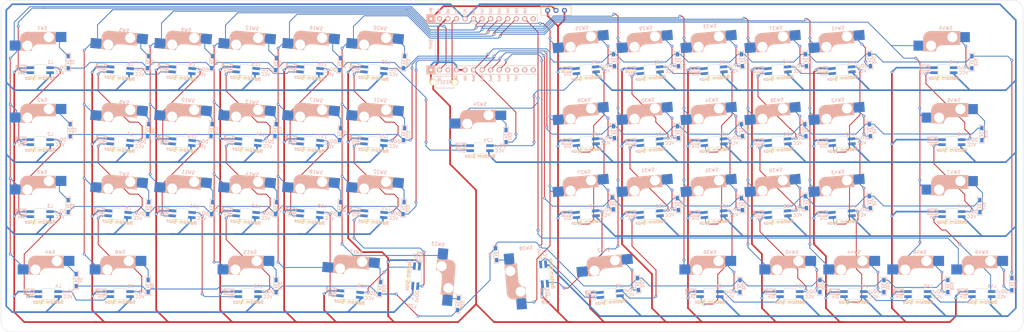
<source format=kicad_pcb>
(kicad_pcb (version 20171130) (host pcbnew "(5.1.12)-1")
  (layers (0 F.Cu signal) (31 B.Cu signal) (34 B.Paste user) (35 F.Paste user) (36 B.SilkS user) (37 F.SilkS user) (38 B.Mask user) (39 F.Mask user) (44 Edge.Cuts user))
  (net 0 "")
  (net 1 "Net-(D1-Pad2)")
  (net 2 Row0)
  (net 3 "Net-(D2-Pad2)")
  (net 4 Row1)
  (net 5 "Net-(D3-Pad2)")
  (net 6 Row2)
  (net 7 "Net-(D4-Pad2)")
  (net 8 Row3)
  (net 9 "Net-(D5-Pad2)")
  (net 10 "Net-(D6-Pad2)")
  (net 11 "Net-(D7-Pad2)")
  (net 12 "Net-(D8-Pad2)")
  (net 13 "Net-(D9-Pad2)")
  (net 14 "Net-(D10-Pad2)")
  (net 15 "Net-(D11-Pad2)")
  (net 16 "Net-(D12-Pad2)")
  (net 17 "Net-(D13-Pad2)")
  (net 18 "Net-(D14-Pad2)")
  (net 19 "Net-(D15-Pad2)")
  (net 20 "Net-(D16-Pad2)")
  (net 21 "Net-(D17-Pad2)")
  (net 22 "Net-(D18-Pad2)")
  (net 23 "Net-(D19-Pad2)")
  (net 24 "Net-(D20-Pad2)")
  (net 25 "Net-(D21-Pad2)")
  (net 26 "Net-(D22-Pad2)")
  (net 27 "Net-(D23-Pad2)")
  (net 28 "Net-(D24-Pad2)")
  (net 29 "Net-(D25-Pad1)")
  (net 30 "Net-(D26-Pad1)")
  (net 31 "Net-(D27-Pad1)")
  (net 32 "Net-(D28-Pad1)")
  (net 33 "Net-(D29-Pad1)")
  (net 34 "Net-(D30-Pad1)")
  (net 35 "Net-(D31-Pad1)")
  (net 36 "Net-(D32-Pad1)")
  (net 37 "Net-(D33-Pad1)")
  (net 38 "Net-(D34-Pad1)")
  (net 39 "Net-(D35-Pad1)")
  (net 40 "Net-(D36-Pad1)")
  (net 41 "Net-(D37-Pad1)")
  (net 42 "Net-(D38-Pad1)")
  (net 43 "Net-(D39-Pad1)")
  (net 44 "Net-(D40-Pad1)")
  (net 45 "Net-(D41-Pad1)")
  (net 46 "Net-(D42-Pad1)")
  (net 47 "Net-(D43-Pad1)")
  (net 48 "Net-(D44-Pad1)")
  (net 49 "Net-(D45-Pad1)")
  (net 50 "Net-(D46-Pad1)")
  (net 51 "Net-(D47-Pad1)")
  (net 52 "Net-(D48-Pad1)")
  (net 53 "Net-(D49-Pad1)")
  (net 54 GND)
  (net 55 Bat+)
  (net 56 LED)
  (net 57 "Net-(L1-Pad1)")
  (net 58 VCC)
  (net 59 "Net-(L2-Pad1)")
  (net 60 "Net-(L3-Pad1)")
  (net 61 "Net-(L4-Pad1)")
  (net 62 "Net-(L5-Pad1)")
  (net 63 "Net-(L6-Pad1)")
  (net 64 "Net-(L7-Pad1)")
  (net 65 "Net-(L8-Pad1)")
  (net 66 "Net-(L10-Pad3)")
  (net 67 "Net-(L10-Pad1)")
  (net 68 "Net-(L11-Pad1)")
  (net 69 "Net-(L12-Pad1)")
  (net 70 "Net-(L13-Pad1)")
  (net 71 "Net-(L14-Pad1)")
  (net 72 "Net-(L15-Pad1)")
  (net 73 "Net-(L16-Pad1)")
  (net 74 "Net-(L17-Pad1)")
  (net 75 "Net-(L18-Pad1)")
  (net 76 "Net-(L19-Pad1)")
  (net 77 "Net-(L20-Pad1)")
  (net 78 "Net-(L21-Pad1)")
  (net 79 "Net-(L22-Pad1)")
  (net 80 "Net-(L23-Pad1)")
  (net 81 "Net-(L24-Pad1)")
  (net 82 "Net-(L25-Pad1)")
  (net 83 "Net-(L26-Pad1)")
  (net 84 "Net-(L27-Pad1)")
  (net 85 "Net-(L28-Pad1)")
  (net 86 "Net-(L29-Pad1)")
  (net 87 "Net-(L30-Pad1)")
  (net 88 "Net-(L31-Pad1)")
  (net 89 "Net-(L32-Pad1)")
  (net 90 "Net-(L33-Pad1)")
  (net 91 "Net-(L34-Pad1)")
  (net 92 "Net-(L35-Pad1)")
  (net 93 "Net-(L36-Pad1)")
  (net 94 "Net-(L37-Pad1)")
  (net 95 "Net-(L38-Pad1)")
  (net 96 "Net-(L39-Pad1)")
  (net 97 "Net-(L40-Pad1)")
  (net 98 "Net-(L41-Pad1)")
  (net 99 "Net-(L42-Pad1)")
  (net 100 "Net-(L43-Pad1)")
  (net 101 "Net-(L44-Pad1)")
  (net 102 "Net-(L45-Pad1)")
  (net 103 "Net-(L46-Pad1)")
  (net 104 Col0)
  (net 105 Col1)
  (net 106 Col2)
  (net 107 Col3)
  (net 108 Col4)
  (net 109 Col5)
  (net 110 Col6)
  (net 111 Reset)
  (net 112 "Net-(U1-Pad24)")
  (net 113 "Net-(U1-Pad13)")
  (net 114 "Net-(U1-Pad12)")
  (net 115 "Net-(U1-Pad11)")
  (net 116 "Net-(U1-Pad10)")
  (net 117 "Net-(U1-Pad9)")
  (net 118 "Net-(U1-Pad2)")
  (net 119 "Net-(L47-Pad1)")
  (net 120 "Net-(L48-Pad1)")
  (net 121 "Net-(L49-Pad1)")
  (module kbd_SW:CherryMX_Hotswap_1u (layer F.Cu) (at 250.031 33.3375 5)
    (fp_text reference SW37 (at 0.67496 -7.709552 5) (layer B.SilkS) (effects (justify mirror)))
    (fp_text value SW_PUSH hide)
    (pad 2 smd rect (at 5.7 -5.12 185) (size 3.3 3) (drill (offset -0.45 0)) (layers B.Cu B.Paste B.Mask) (net 41 "Net-(D37-Pad1)"))
    (pad "" np_thru_hole circle (at -5.08 0 5) (size 2 2) (drill 2) (layers *.Cu *.Mask F.SilkS))
    (pad "" np_thru_hole circle (at 5.08 0 5) (size 2 2) (drill 2) (layers *.Cu *.Mask F.SilkS))
    (pad "" np_thru_hole circle (at 0 0 95) (size 4 4) (drill 4) (layers *.Cu *.Mask F.SilkS))
    (pad "" np_thru_hole circle (at 2.54 -5.08 185) (size 3 3) (drill 3) (layers *.Cu *.Mask))
    (pad "" np_thru_hole circle (at -3.81 -2.54 185) (size 3 3) (drill 3) (layers *.Cu *.Mask))
    (pad 1 smd rect (at -7 -2.58 185) (size 3.3 3) (drill (offset 0.45 0)) (layers B.Cu B.Paste B.Mask) (net 107 Col3))
  )
  (module kbd_SW:CherryMX_Hotswap_1.25u (layer F.Cu) (at 30.9562 54.7688)
    (fp_text reference SW2 (at 0.595339 -7.739023) (layer B.SilkS) (effects (justify mirror)))
    (fp_text value SW_PUSH hide)
    (pad 2 smd rect (at 5.7 -5.12 180) (size 3.3 3) (drill (offset -0.45 0)) (layers B.Cu B.Paste B.Mask) (net 3 "Net-(D2-Pad2)"))
    (pad "" np_thru_hole circle (at -5.08 0) (size 2 2) (drill 2) (layers *.Cu *.Mask F.SilkS))
    (pad "" np_thru_hole circle (at 5.08 0) (size 2 2) (drill 2) (layers *.Cu *.Mask F.SilkS))
    (pad "" np_thru_hole circle (at 0 0 90) (size 4 4) (drill 4) (layers *.Cu *.Mask F.SilkS))
    (pad "" np_thru_hole circle (at 2.54 -5.08 180) (size 3 3) (drill 3) (layers *.Cu *.Mask))
    (pad "" np_thru_hole circle (at -3.81 -2.54 180) (size 3 3) (drill 3) (layers *.Cu *.Mask))
    (pad 1 smd rect (at -7 -2.58 180) (size 3.3 3) (drill (offset 0.45 0)) (layers B.Cu B.Paste B.Mask) (net 104 Col0))
  )
  (module kbd_SW:CherryMX_Hotswap_1u_Small1 (layer F.Cu) (at 161.9284 56.555175)
    (fp_text reference SW24 (at 0 -8.33385) (layer B.SilkS) (effects (justify mirror)))
    (fp_text value SW_PUSH hide)
    (pad 1 smd rect (at -7 -2.58 180) (size 3.3 3) (drill (offset 0.45 0)) (layers B.Cu B.Paste B.Mask) (net 110 Col6))
    (pad "" np_thru_hole circle (at -3.81 -2.54 180) (size 3 3) (drill 3) (layers *.Cu *.Mask))
    (pad "" np_thru_hole circle (at 2.54 -5.08 180) (size 3 3) (drill 3) (layers *.Cu *.Mask))
    (pad "" np_thru_hole circle (at 0 0 90) (size 4 4) (drill 4) (layers *.Cu *.Mask F.SilkS))
    (pad "" np_thru_hole circle (at 5.08 0) (size 2 2) (drill 2) (layers *.Cu *.Mask F.SilkS))
    (pad "" np_thru_hole circle (at -5.08 0) (size 2 2) (drill 2) (layers *.Cu *.Mask F.SilkS))
    (pad 2 smd rect (at 5.7 -5.12 180) (size 3.3 2.8) (drill (offset -0.45 -0.1)) (layers B.Cu B.Paste B.Mask) (net 28 "Net-(D24-Pad2)"))
  )
  (module kbd_Parts:Diode_SMD (layer F.Cu) (at 320.28485 101.800575 90)
    (fp_text reference D49 (at 0 1.4 90) (layer B.SilkS) (effects (font (size 0.8 0.8) (thickness 0.125)) (justify mirror)))
    (fp_text value D hide)
    (pad 2 smd rect (at 1.775 0 90) (size 1.3 0.95) (layers B.Cu B.Paste B.Mask) (net 2 Row0))
    (pad 1 smd rect (at -1.775 0 90) (size 1.3 0.95) (layers B.Cu B.Paste B.Mask) (net 53 "Net-(D49-Pad1)"))
  )
  (module kbd_Parts:Diode_SMD (layer F.Cu) (at 301.23445 102.394 90)
    (fp_text reference D48 (at 0 1.4 90) (layer B.SilkS) (effects (font (size 0.8 0.8) (thickness 0.125)) (justify mirror)))
    (fp_text value D hide)
    (pad 2 smd rect (at 1.775 0 90) (size 1.3 0.95) (layers B.Cu B.Paste B.Mask) (net 8 Row3))
    (pad 1 smd rect (at -1.775 0 90) (size 1.3 0.95) (layers B.Cu B.Paste B.Mask) (net 52 "Net-(D48-Pad1)"))
  )
  (module kbd_Parts:Diode_SMD (layer F.Cu) (at 310.753 78.5813 90)
    (fp_text reference D47 (at 0 1.4 90) (layer B.SilkS) (effects (font (size 0.8 0.8) (thickness 0.125)) (justify mirror)))
    (fp_text value D hide)
    (pad 2 smd rect (at 1.775 0 90) (size 1.3 0.95) (layers B.Cu B.Paste B.Mask) (net 6 Row2))
    (pad 1 smd rect (at -1.775 0 90) (size 1.3 0.95) (layers B.Cu B.Paste B.Mask) (net 51 "Net-(D47-Pad1)"))
  )
  (module kbd_Parts:Diode_SMD (layer F.Cu) (at 311.354975 57.15 90)
    (fp_text reference D46 (at 0 1.4 90) (layer B.SilkS) (effects (font (size 0.8 0.8) (thickness 0.125)) (justify mirror)))
    (fp_text value D hide)
    (pad 2 smd rect (at 1.775 0 90) (size 1.3 0.95) (layers B.Cu B.Paste B.Mask) (net 4 Row1))
    (pad 1 smd rect (at -1.775 0 90) (size 1.3 0.95) (layers B.Cu B.Paste B.Mask) (net 50 "Net-(D46-Pad1)"))
  )
  (module kbd_Parts:Diode_SMD (layer F.Cu) (at 308.372 35.7188 90)
    (fp_text reference D45 (at 0 1.4 90) (layer B.SilkS) (effects (font (size 0.8 0.8) (thickness 0.125)) (justify mirror)))
    (fp_text value D hide)
    (pad 2 smd rect (at 1.775 0 90) (size 1.3 0.95) (layers B.Cu B.Paste B.Mask) (net 2 Row0))
    (pad 1 smd rect (at -1.775 0 90) (size 1.3 0.95) (layers B.Cu B.Paste B.Mask) (net 49 "Net-(D45-Pad1)"))
  )
  (module kbd_Parts:Diode_SMD (layer F.Cu) (at 282.18405 102.3959 90)
    (fp_text reference D44 (at 0 1.4 90) (layer B.SilkS) (effects (font (size 0.8 0.8) (thickness 0.125)) (justify mirror)))
    (fp_text value D hide)
    (pad 2 smd rect (at 1.775 0 90) (size 1.3 0.95) (layers B.Cu B.Paste B.Mask) (net 8 Row3))
    (pad 1 smd rect (at -1.775 0 90) (size 1.3 0.95) (layers B.Cu B.Paste B.Mask) (net 48 "Net-(D44-Pad1)"))
  )
  (module kbd_Parts:Diode_SMD (layer F.Cu) (at 278.011 77.3907 95)
    (fp_text reference D43 (at 0 1.4 95) (layer B.SilkS) (effects (font (size 0.8 0.8) (thickness 0.125)) (justify mirror)))
    (fp_text value D hide)
    (pad 2 smd rect (at 1.775 0 95) (size 1.3 0.95) (layers B.Cu B.Paste B.Mask) (net 6 Row2))
    (pad 1 smd rect (at -1.775 0 95) (size 1.3 0.95) (layers B.Cu B.Paste B.Mask) (net 47 "Net-(D43-Pad1)"))
  )
  (module kbd_Parts:Diode_SMD (layer F.Cu) (at 278.011 55.9594 95)
    (fp_text reference D42 (at 0 1.4 95) (layer B.SilkS) (effects (font (size 0.8 0.8) (thickness 0.125)) (justify mirror)))
    (fp_text value D hide)
    (pad 2 smd rect (at 1.775 0 95) (size 1.3 0.95) (layers B.Cu B.Paste B.Mask) (net 4 Row1))
    (pad 1 smd rect (at -1.775 0 95) (size 1.3 0.95) (layers B.Cu B.Paste B.Mask) (net 46 "Net-(D42-Pad1)"))
  )
  (module kbd_Parts:Diode_SMD (layer F.Cu) (at 278.016775 35.106446 95)
    (fp_text reference D41 (at 0 1.4 95) (layer B.SilkS) (effects (font (size 0.8 0.8) (thickness 0.125)) (justify mirror)))
    (fp_text value D hide)
    (pad 2 smd rect (at 1.775 0 95) (size 1.3 0.95) (layers B.Cu B.Paste B.Mask) (net 2 Row0))
    (pad 1 smd rect (at -1.775 0 95) (size 1.3 0.95) (layers B.Cu B.Paste B.Mask) (net 45 "Net-(D41-Pad1)"))
  )
  (module kbd_Parts:Diode_SMD (layer F.Cu) (at 263.128375 102.394 90)
    (fp_text reference D40 (at 0 1.4 90) (layer B.SilkS) (effects (font (size 0.8 0.8) (thickness 0.125)) (justify mirror)))
    (fp_text value D hide)
    (pad 2 smd rect (at 1.775 0 90) (size 1.3 0.95) (layers B.Cu B.Paste B.Mask) (net 8 Row3))
    (pad 1 smd rect (at -1.775 0 90) (size 1.3 0.95) (layers B.Cu B.Paste B.Mask) (net 44 "Net-(D40-Pad1)"))
  )
  (module kbd_Parts:Diode_SMD (layer F.Cu) (at 258.961 77.3907 95)
    (fp_text reference D39 (at 0 1.4 95) (layer B.SilkS) (effects (font (size 0.8 0.8) (thickness 0.125)) (justify mirror)))
    (fp_text value D hide)
    (pad 2 smd rect (at 1.775 0 95) (size 1.3 0.95) (layers B.Cu B.Paste B.Mask) (net 6 Row2))
    (pad 1 smd rect (at -1.775 0 95) (size 1.3 0.95) (layers B.Cu B.Paste B.Mask) (net 43 "Net-(D39-Pad1)"))
  )
  (module kbd_Parts:Diode_SMD (layer F.Cu) (at 258.811674 55.978279 95)
    (fp_text reference D38 (at 0 1.4 95) (layer B.SilkS) (effects (font (size 0.8 0.8) (thickness 0.125)) (justify mirror)))
    (fp_text value D hide)
    (pad 2 smd rect (at 1.775 0 95) (size 1.3 0.95) (layers B.Cu B.Paste B.Mask) (net 4 Row1))
    (pad 1 smd rect (at -1.775 0 95) (size 1.3 0.95) (layers B.Cu B.Paste B.Mask) (net 42 "Net-(D38-Pad1)"))
  )
  (module kbd_Parts:Diode_SMD (layer F.Cu) (at 258.966375 35.124175 95)
    (fp_text reference D37 (at 0 1.4 95) (layer B.SilkS) (effects (font (size 0.8 0.8) (thickness 0.125)) (justify mirror)))
    (fp_text value D hide)
    (pad 2 smd rect (at 1.775 0 95) (size 1.3 0.95) (layers B.Cu B.Paste B.Mask) (net 2 Row0))
    (pad 1 smd rect (at -1.775 0 95) (size 1.3 0.95) (layers B.Cu B.Paste B.Mask) (net 41 "Net-(D37-Pad1)"))
  )
  (module kbd_Parts:Diode_SMD (layer F.Cu) (at 239.315675 102.405 90)
    (fp_text reference D36 (at 0 1.4 90) (layer B.SilkS) (effects (font (size 0.8 0.8) (thickness 0.125)) (justify mirror)))
    (fp_text value D hide)
    (pad 2 smd rect (at 1.775 0 90) (size 1.3 0.95) (layers B.Cu B.Paste B.Mask) (net 8 Row3))
    (pad 1 smd rect (at -1.775 0 90) (size 1.3 0.95) (layers B.Cu B.Paste B.Mask) (net 40 "Net-(D36-Pad1)"))
  )
  (module kbd_Parts:Diode_SMD (layer F.Cu) (at 239.915975 77.987575 95)
    (fp_text reference D35 (at 0 1.4 95) (layer B.SilkS) (effects (font (size 0.8 0.8) (thickness 0.125)) (justify mirror)))
    (fp_text value D hide)
    (pad 2 smd rect (at 1.775 0 95) (size 1.3 0.95) (layers B.Cu B.Paste B.Mask) (net 6 Row2))
    (pad 1 smd rect (at -1.775 0 95) (size 1.3 0.95) (layers B.Cu B.Paste B.Mask) (net 39 "Net-(D35-Pad1)"))
  )
  (module kbd_Parts:Diode_SMD (layer F.Cu) (at 239.911 55.9594 95)
    (fp_text reference D34 (at 0 1.4 95) (layer B.SilkS) (effects (font (size 0.8 0.8) (thickness 0.125)) (justify mirror)))
    (fp_text value D hide)
    (pad 2 smd rect (at 1.775 0 95) (size 1.3 0.95) (layers B.Cu B.Paste B.Mask) (net 4 Row1))
    (pad 1 smd rect (at -1.775 0 95) (size 1.3 0.95) (layers B.Cu B.Paste B.Mask) (net 38 "Net-(D34-Pad1)"))
  )
  (module kbd_Parts:Diode_SMD (layer F.Cu) (at 239.915975 35.124175 95)
    (fp_text reference D33 (at 0 1.4 95) (layer B.SilkS) (effects (font (size 0.8 0.8) (thickness 0.125)) (justify mirror)))
    (fp_text value D hide)
    (pad 2 smd rect (at 1.775 0 95) (size 1.3 0.95) (layers B.Cu B.Paste B.Mask) (net 2 Row0))
    (pad 1 smd rect (at -1.775 0 95) (size 1.3 0.95) (layers B.Cu B.Paste B.Mask) (net 37 "Net-(D33-Pad1)"))
  )
  (module kbd_Parts:Diode_SMD (layer F.Cu) (at 208.955 101.799 95)
    (fp_text reference D32 (at 0 1.4 95) (layer B.SilkS) (effects (font (size 0.8 0.8) (thickness 0.125)) (justify mirror)))
    (fp_text value D hide)
    (pad 2 smd rect (at 1.775 0 95) (size 1.3 0.95) (layers B.Cu B.Paste B.Mask) (net 8 Row3))
    (pad 1 smd rect (at -1.775 0 95) (size 1.3 0.95) (layers B.Cu B.Paste B.Mask) (net 36 "Net-(D32-Pad1)"))
  )
  (module kbd_Parts:Diode_SMD (layer F.Cu) (at 220.861 77.986 95)
    (fp_text reference D31 (at 0 1.4 95) (layer B.SilkS) (effects (font (size 0.8 0.8) (thickness 0.125)) (justify mirror)))
    (fp_text value D hide)
    (pad 2 smd rect (at 1.775 0 95) (size 1.3 0.95) (layers B.Cu B.Paste B.Mask) (net 6 Row2))
    (pad 1 smd rect (at -1.775 0 95) (size 1.3 0.95) (layers B.Cu B.Paste B.Mask) (net 35 "Net-(D31-Pad1)"))
  )
  (module kbd_Parts:Diode_SMD (layer F.Cu) (at 220.861 56.5547 95)
    (fp_text reference D30 (at 0 1.4 95) (layer B.SilkS) (effects (font (size 0.8 0.8) (thickness 0.125)) (justify mirror)))
    (fp_text value D hide)
    (pad 2 smd rect (at 1.775 0 95) (size 1.3 0.95) (layers B.Cu B.Paste B.Mask) (net 4 Row1))
    (pad 1 smd rect (at -1.775 0 95) (size 1.3 0.95) (layers B.Cu B.Paste B.Mask) (net 34 "Net-(D30-Pad1)"))
  )
  (module kbd_Parts:Diode_SMD (layer F.Cu) (at 220.865575 35.124175 95)
    (fp_text reference D29 (at -1.328638 1.52523 95) (layer B.SilkS) (effects (font (size 0.8 0.8) (thickness 0.125)) (justify mirror)))
    (fp_text value D hide)
    (pad 2 smd rect (at 1.775 0 95) (size 1.3 0.95) (layers B.Cu B.Paste B.Mask) (net 2 Row0))
    (pad 1 smd rect (at -1.775 0 95) (size 1.3 0.95) (layers B.Cu B.Paste B.Mask) (net 33 "Net-(D29-Pad1)"))
  )
  (module kbd_Parts:Diode_SMD (layer F.Cu) (at 166.691 92.8707 95)
    (fp_text reference D28 (at -0.437402 -1.831065 95) (layer B.SilkS) (effects (font (size 0.8 0.8) (thickness 0.125)) (justify mirror)))
    (fp_text value D hide)
    (pad 2 smd rect (at 1.775 0 95) (size 1.3 0.95) (layers B.Cu B.Paste B.Mask) (net 8 Row3))
    (pad 1 smd rect (at -1.775 0 95) (size 1.3 0.95) (layers B.Cu B.Paste B.Mask) (net 32 "Net-(D28-Pad1)"))
  )
  (module kbd_Parts:Diode_SMD (layer F.Cu) (at 201.479 77.7624 95)
    (fp_text reference D27 (at 0 1.4 95) (layer B.SilkS) (effects (font (size 0.8 0.8) (thickness 0.125)) (justify mirror)))
    (fp_text value D hide)
    (pad 2 smd rect (at 1.775 0 95) (size 1.3 0.95) (layers B.Cu B.Paste B.Mask) (net 6 Row2))
    (pad 1 smd rect (at -1.775 0 95) (size 1.3 0.95) (layers B.Cu B.Paste B.Mask) (net 31 "Net-(D27-Pad1)"))
  )
  (module kbd_Parts:Diode_SMD (layer F.Cu) (at 201.811 56.5547 95)
    (fp_text reference D26 (at 0 1.4 95) (layer B.SilkS) (effects (font (size 0.8 0.8) (thickness 0.125)) (justify mirror)))
    (fp_text value D hide)
    (pad 2 smd rect (at 1.775 0 95) (size 1.3 0.95) (layers B.Cu B.Paste B.Mask) (net 4 Row1))
    (pad 1 smd rect (at -1.775 0 95) (size 1.3 0.95) (layers B.Cu B.Paste B.Mask) (net 30 "Net-(D26-Pad1)"))
  )
  (module kbd_Parts:Diode_SMD (layer F.Cu) (at 201.811 35.1235 95)
    (fp_text reference D25 (at 0 1.4 95) (layer B.SilkS) (effects (font (size 0.8 0.8) (thickness 0.125)) (justify mirror)))
    (fp_text value D hide)
    (pad 2 smd rect (at 1.775 0 95) (size 1.3 0.95) (layers B.Cu B.Paste B.Mask) (net 2 Row0))
    (pad 1 smd rect (at -1.775 0 95) (size 1.3 0.95) (layers B.Cu B.Paste B.Mask) (net 29 "Net-(D25-Pad1)"))
  )
  (module kbd_Parts:Diode_SMD (layer F.Cu) (at 169.667625 57.746525 90)
    (fp_text reference D24 (at 0 1.4 90) (layer B.SilkS) (effects (font (size 0.8 0.8) (thickness 0.125)) (justify mirror)))
    (fp_text value D hide)
    (pad 2 smd rect (at 1.775 0 90) (size 1.3 0.95) (layers B.Cu B.Paste B.Mask) (net 28 "Net-(D24-Pad2)"))
    (pad 1 smd rect (at -1.775 0 90) (size 1.3 0.95) (layers B.Cu B.Paste B.Mask) (net 2 Row0))
  )
  (module kbd_Parts:Diode_SMD (layer F.Cu) (at 155.379825 107.753825 85)
    (fp_text reference D23 (at 0 1.4 85) (layer B.SilkS) (effects (font (size 0.8 0.8) (thickness 0.125)) (justify mirror)))
    (fp_text value D hide)
    (pad 2 smd rect (at 1.775 0 85) (size 1.3 0.95) (layers B.Cu B.Paste B.Mask) (net 27 "Net-(D23-Pad2)"))
    (pad 1 smd rect (at -1.775 0 85) (size 1.3 0.95) (layers B.Cu B.Paste B.Mask) (net 8 Row3))
  )
  (module kbd_Parts:Diode_SMD (layer F.Cu) (at 139.149 79.1943 85)
    (fp_text reference D22 (at 0 1.4 85) (layer B.SilkS) (effects (font (size 0.8 0.8) (thickness 0.125)) (justify mirror)))
    (fp_text value D hide)
    (pad 2 smd rect (at 1.775 0 85) (size 1.3 0.95) (layers B.Cu B.Paste B.Mask) (net 26 "Net-(D22-Pad2)"))
    (pad 1 smd rect (at -1.775 0 85) (size 1.3 0.95) (layers B.Cu B.Paste B.Mask) (net 6 Row2))
  )
  (module kbd_Parts:Diode_SMD (layer F.Cu) (at 139.303 57.15 85)
    (fp_text reference D21 (at 0 1.4 85) (layer B.SilkS) (effects (font (size 0.8 0.8) (thickness 0.125)) (justify mirror)))
    (fp_text value D hide)
    (pad 2 smd rect (at 1.775 0 85) (size 1.3 0.95) (layers B.Cu B.Paste B.Mask) (net 25 "Net-(D21-Pad2)"))
    (pad 1 smd rect (at -1.775 0 85) (size 1.3 0.95) (layers B.Cu B.Paste B.Mask) (net 4 Row1))
  )
  (module kbd_Parts:Diode_SMD (layer F.Cu) (at 139.303 35.7188 85)
    (fp_text reference D20 (at 0 1.4 85) (layer B.SilkS) (effects (font (size 0.8 0.8) (thickness 0.125)) (justify mirror)))
    (fp_text value D hide)
    (pad 2 smd rect (at 1.775 0 85) (size 1.3 0.95) (layers B.Cu B.Paste B.Mask) (net 24 "Net-(D20-Pad2)"))
    (pad 1 smd rect (at -1.775 0 85) (size 1.3 0.95) (layers B.Cu B.Paste B.Mask) (net 2 Row0))
  )
  (module kbd_Parts:Diode_SMD (layer F.Cu) (at 132.16215 102.991225 85)
    (fp_text reference D19 (at 0 1.4 85) (layer B.SilkS) (effects (font (size 0.8 0.8) (thickness 0.125)) (justify mirror)))
    (fp_text value D hide)
    (pad 2 smd rect (at 1.775 0 85) (size 1.3 0.95) (layers B.Cu B.Paste B.Mask) (net 23 "Net-(D19-Pad2)"))
    (pad 1 smd rect (at -1.775 0 85) (size 1.3 0.95) (layers B.Cu B.Paste B.Mask) (net 8 Row3))
  )
  (module kbd_Parts:Diode_SMD (layer F.Cu) (at 120.253 79.1766 85)
    (fp_text reference D18 (at 0 1.4 85) (layer B.SilkS) (effects (font (size 0.8 0.8) (thickness 0.125)) (justify mirror)))
    (fp_text value D hide)
    (pad 2 smd rect (at 1.775 0 85) (size 1.3 0.95) (layers B.Cu B.Paste B.Mask) (net 22 "Net-(D18-Pad2)"))
    (pad 1 smd rect (at -1.775 0 85) (size 1.3 0.95) (layers B.Cu B.Paste B.Mask) (net 6 Row2))
  )
  (module kbd_Parts:Diode_SMD (layer F.Cu) (at 120.253 57.15 85)
    (fp_text reference D17 (at 0 1.4 85) (layer B.SilkS) (effects (font (size 0.8 0.8) (thickness 0.125)) (justify mirror)))
    (fp_text value D hide)
    (pad 2 smd rect (at 1.775 0 85) (size 1.3 0.95) (layers B.Cu B.Paste B.Mask) (net 21 "Net-(D17-Pad2)"))
    (pad 1 smd rect (at -1.775 0 85) (size 1.3 0.95) (layers B.Cu B.Paste B.Mask) (net 4 Row1))
  )
  (module kbd_Parts:Diode_SMD (layer F.Cu) (at 120.25565 36.3141 85)
    (fp_text reference D16 (at 0 1.4 85) (layer B.SilkS) (effects (font (size 0.8 0.8) (thickness 0.125)) (justify mirror)))
    (fp_text value D hide)
    (pad 2 smd rect (at 1.775 0 85) (size 1.3 0.95) (layers B.Cu B.Paste B.Mask) (net 20 "Net-(D16-Pad2)"))
    (pad 1 smd rect (at -1.775 0 85) (size 1.3 0.95) (layers B.Cu B.Paste B.Mask) (net 2 Row0))
  )
  (module kbd_Parts:Diode_SMD (layer F.Cu) (at 101.203 102.394 90)
    (fp_text reference D15 (at 0 1.4 90) (layer B.SilkS) (effects (font (size 0.8 0.8) (thickness 0.125)) (justify mirror)))
    (fp_text value D hide)
    (pad 2 smd rect (at 1.775 0 90) (size 1.3 0.95) (layers B.Cu B.Paste B.Mask) (net 19 "Net-(D15-Pad2)"))
    (pad 1 smd rect (at -1.775 0 90) (size 1.3 0.95) (layers B.Cu B.Paste B.Mask) (net 8 Row3))
  )
  (module kbd_Parts:Diode_SMD (layer F.Cu) (at 101.203 79.1766 85)
    (fp_text reference D14 (at 0 1.4 85) (layer B.SilkS) (effects (font (size 0.8 0.8) (thickness 0.125)) (justify mirror)))
    (fp_text value D hide)
    (pad 2 smd rect (at 1.775 0 85) (size 1.3 0.95) (layers B.Cu B.Paste B.Mask) (net 18 "Net-(D14-Pad2)"))
    (pad 1 smd rect (at -1.775 0 85) (size 1.3 0.95) (layers B.Cu B.Paste B.Mask) (net 6 Row2))
  )
  (module kbd_Parts:Diode_SMD (layer F.Cu) (at 101.050549 55.942821 85)
    (fp_text reference D13 (at 0 1.4 85) (layer B.SilkS) (effects (font (size 0.8 0.8) (thickness 0.125)) (justify mirror)))
    (fp_text value D hide)
    (pad 2 smd rect (at 1.775 0 85) (size 1.3 0.95) (layers B.Cu B.Paste B.Mask) (net 17 "Net-(D13-Pad2)"))
    (pad 1 smd rect (at -1.775 0 85) (size 1.3 0.95) (layers B.Cu B.Paste B.Mask) (net 4 Row1))
  )
  (module kbd_Parts:Diode_SMD (layer F.Cu) (at 101.20525 36.3141 85)
    (fp_text reference D12 (at 0 1.4 85) (layer B.SilkS) (effects (font (size 0.8 0.8) (thickness 0.125)) (justify mirror)))
    (fp_text value D hide)
    (pad 2 smd rect (at 1.775 0 85) (size 1.3 0.95) (layers B.Cu B.Paste B.Mask) (net 16 "Net-(D12-Pad2)"))
    (pad 1 smd rect (at -1.775 0 85) (size 1.3 0.95) (layers B.Cu B.Paste B.Mask) (net 2 Row0))
  )
  (module kbd_Parts:Diode_SMD (layer F.Cu) (at 82.1532 79.1943 85)
    (fp_text reference D11 (at 0 1.4 85) (layer B.SilkS) (effects (font (size 0.8 0.8) (thickness 0.125)) (justify mirror)))
    (fp_text value D hide)
    (pad 2 smd rect (at 1.775 0 85) (size 1.3 0.95) (layers B.Cu B.Paste B.Mask) (net 15 "Net-(D11-Pad2)"))
    (pad 1 smd rect (at -1.775 0 85) (size 1.3 0.95) (layers B.Cu B.Paste B.Mask) (net 6 Row2))
  )
  (module kbd_Parts:Diode_SMD (layer F.Cu) (at 82.000149 55.942821 85)
    (fp_text reference D10 (at 0 1.4 85) (layer B.SilkS) (effects (font (size 0.8 0.8) (thickness 0.125)) (justify mirror)))
    (fp_text value D hide)
    (pad 2 smd rect (at 1.775 0 85) (size 1.3 0.95) (layers B.Cu B.Paste B.Mask) (net 14 "Net-(D10-Pad2)"))
    (pad 1 smd rect (at -1.775 0 85) (size 1.3 0.95) (layers B.Cu B.Paste B.Mask) (net 4 Row1))
  )
  (module kbd_Parts:Diode_SMD (layer F.Cu) (at 82.15485 35.7195 85)
    (fp_text reference D9 (at 0 1.4 85) (layer B.SilkS) (effects (font (size 0.8 0.8) (thickness 0.125)) (justify mirror)))
    (fp_text value D hide)
    (pad 2 smd rect (at 1.775 0 85) (size 1.3 0.95) (layers B.Cu B.Paste B.Mask) (net 13 "Net-(D9-Pad2)"))
    (pad 1 smd rect (at -1.775 0 85) (size 1.3 0.95) (layers B.Cu B.Paste B.Mask) (net 2 Row0))
  )
  (module kbd_Parts:Diode_SMD (layer F.Cu) (at 63.1032 102.394 90)
    (fp_text reference D8 (at 0 1.4 90) (layer B.SilkS) (effects (font (size 0.8 0.8) (thickness 0.125)) (justify mirror)))
    (fp_text value D hide)
    (pad 2 smd rect (at 1.775 0 90) (size 1.3 0.95) (layers B.Cu B.Paste B.Mask) (net 12 "Net-(D8-Pad2)"))
    (pad 1 smd rect (at -1.775 0 90) (size 1.3 0.95) (layers B.Cu B.Paste B.Mask) (net 8 Row3))
  )
  (module kbd_Parts:Diode_SMD (layer F.Cu) (at 63.1032 79.1766 85)
    (fp_text reference D7 (at 0 1.4 85) (layer B.SilkS) (effects (font (size 0.8 0.8) (thickness 0.125)) (justify mirror)))
    (fp_text value D hide)
    (pad 2 smd rect (at 1.775 0 85) (size 1.3 0.95) (layers B.Cu B.Paste B.Mask) (net 11 "Net-(D7-Pad2)"))
    (pad 1 smd rect (at -1.775 0 85) (size 1.3 0.95) (layers B.Cu B.Paste B.Mask) (net 6 Row2))
  )
  (module kbd_Parts:Diode_SMD (layer F.Cu) (at 63.10445 55.96055 85)
    (fp_text reference D6 (at 0 1.4 85) (layer B.SilkS) (effects (font (size 0.8 0.8) (thickness 0.125)) (justify mirror)))
    (fp_text value D hide)
    (pad 2 smd rect (at 1.775 0 85) (size 1.3 0.95) (layers B.Cu B.Paste B.Mask) (net 10 "Net-(D6-Pad2)"))
    (pad 1 smd rect (at -1.775 0 85) (size 1.3 0.95) (layers B.Cu B.Paste B.Mask) (net 4 Row1))
  )
  (module kbd_Parts:Diode_SMD (layer F.Cu) (at 63.103178 35.71878 85)
    (fp_text reference D5 (at 0 1.4 85) (layer B.SilkS) (effects (font (size 0.8 0.8) (thickness 0.125)) (justify mirror)))
    (fp_text value D hide)
    (pad 2 smd rect (at 1.775 0 85) (size 1.3 0.95) (layers B.Cu B.Paste B.Mask) (net 9 "Net-(D5-Pad2)"))
    (pad 1 smd rect (at -1.775 0 85) (size 1.3 0.95) (layers B.Cu B.Paste B.Mask) (net 2 Row0))
  )
  (module kbd_Parts:Diode_SMD (layer F.Cu) (at 41.6719 100.608 90)
    (fp_text reference D4 (at 0 1.4 90) (layer B.SilkS) (effects (font (size 0.8 0.8) (thickness 0.125)) (justify mirror)))
    (fp_text value D hide)
    (pad 2 smd rect (at 1.775 0 90) (size 1.3 0.95) (layers B.Cu B.Paste B.Mask) (net 7 "Net-(D4-Pad2)"))
    (pad 1 smd rect (at -1.775 0 90) (size 1.3 0.95) (layers B.Cu B.Paste B.Mask) (net 8 Row3))
  )
  (module kbd_Parts:Diode_SMD (layer F.Cu) (at 39.2907 78.5813 90)
    (fp_text reference D3 (at 0 1.4 90) (layer B.SilkS) (effects (font (size 0.8 0.8) (thickness 0.125)) (justify mirror)))
    (fp_text value D hide)
    (pad 2 smd rect (at 1.775 0 90) (size 1.3 0.95) (layers B.Cu B.Paste B.Mask) (net 5 "Net-(D3-Pad2)"))
    (pad 1 smd rect (at -1.775 0 90) (size 1.3 0.95) (layers B.Cu B.Paste B.Mask) (net 6 Row2))
  )
  (module kbd_Parts:Diode_SMD (layer F.Cu) (at 39.886775 55.96055 90)
    (fp_text reference D2 (at 0 1.4 90) (layer B.SilkS) (effects (font (size 0.8 0.8) (thickness 0.125)) (justify mirror)))
    (fp_text value D hide)
    (pad 2 smd rect (at 1.775 0 90) (size 1.3 0.95) (layers B.Cu B.Paste B.Mask) (net 3 "Net-(D2-Pad2)"))
    (pad 1 smd rect (at -1.775 0 90) (size 1.3 0.95) (layers B.Cu B.Paste B.Mask) (net 4 Row1))
  )
  (module kbd_Parts:Diode_SMD (layer F.Cu) (at 39.2907 35.7188 90)
    (fp_text reference D1 (at 0 1.4 90) (layer B.SilkS) (effects (font (size 0.8 0.8) (thickness 0.125)) (justify mirror)))
    (fp_text value D hide)
    (pad 2 smd rect (at 1.775 0 90) (size 1.3 0.95) (layers B.Cu B.Paste B.Mask) (net 1 "Net-(D1-Pad2)"))
    (pad 1 smd rect (at -1.775 0 90) (size 1.3 0.95) (layers B.Cu B.Paste B.Mask) (net 2 Row0))
  )
  (module kbd_SW:CherryMX_Hotswap_1u (layer F.Cu) (at 54.7688 76.2 355)
    (fp_text reference SW7 (at 0.563527 -7.220282 175) (layer B.SilkS) (effects (justify mirror)))
    (fp_text value SW_PUSH hide)
    (pad 2 smd rect (at 5.7 -5.12 175) (size 3.3 3) (drill (offset -0.45 0)) (layers B.Cu B.Paste B.Mask) (net 11 "Net-(D7-Pad2)"))
    (pad "" np_thru_hole circle (at -5.08 0 355) (size 2 2) (drill 2) (layers *.Cu *.Mask F.SilkS))
    (pad "" np_thru_hole circle (at 5.08 0 355) (size 2 2) (drill 2) (layers *.Cu *.Mask F.SilkS))
    (pad "" np_thru_hole circle (at 0 0 85) (size 4 4) (drill 4) (layers *.Cu *.Mask F.SilkS))
    (pad "" np_thru_hole circle (at 2.54 -5.08 175) (size 3 3) (drill 3) (layers *.Cu *.Mask))
    (pad "" np_thru_hole circle (at -3.81 -2.54 175) (size 3 3) (drill 3) (layers *.Cu *.Mask))
    (pad 1 smd rect (at -7 -2.58 175) (size 3.3 3) (drill (offset 0.45 0)) (layers B.Cu B.Paste B.Mask) (net 105 Col1))
  )
  (module kbd_Parts:Battery_XH2.5_GL_PCB (layer F.Cu) (at 184.55075 20.24105)
    (fp_text reference J1)
    (fp_text value Conn_01x02 hide)
    (pad 2 thru_hole oval (at -2.5 0.05) (size 1.5 1.5) (drill oval 0.8) (layers *.Cu *.Mask) (net 54 GND) (clearance 0.15))
    (pad 1 thru_hole oval (at 0 0.05) (size 1.5 1.5) (drill oval 0.8) (layers *.Cu *.Mask) (net 55 Bat+) (clearance 0.15))
    (pad 2 thru_hole oval (at 2.5 0.05) (size 1.5 1.5) (drill oval 0.8) (layers *.Cu *.Mask) (net 54 GND) (clearance 0.15))
  )
  (module kbd_Parts:Micon_BMP_GL (layer F.Cu) (at 164.3097 30.361575 90)
    (fp_text reference U1 hide)
    (fp_text value BLEMicroPro hide)
    (fp_text user Row3 (at -10.120321 3.302 270) (layer B.SilkS) (effects (font (size 0.75 0.5) (thickness 0.125)) (justify mirror)))
    (fp_text user Col4 (at 9.95 5.85 270) (layer B.SilkS) (effects (font (size 0.75 0.5) (thickness 0.125)) (justify mirror)))
    (fp_text user Row4 (at -10.120321 5.95313 270) (layer B.SilkS) (effects (font (size 0.75 0.5) (thickness 0.125)) (justify mirror)))
    (fp_text user Col5 (at 9.95 8.4455 270) (layer B.SilkS) (effects (font (size 0.75 0.5) (thickness 0.125)) (justify mirror)))
    (fp_text user Col7 (at -10.120321 8.334382 270) (layer B.SilkS) (effects (font (size 0.75 0.5) (thickness 0.125)) (justify mirror)))
    (fp_text user Col6 (at 9.95 10.95 270) (layer B.SilkS) (effects (font (size 0.75 0.5) (thickness 0.125)) (justify mirror)))
    (fp_text user Col0 (at 9.9 -4.3 270) (layer B.SilkS) (effects (font (size 0.75 0.5) (thickness 0.125)) (justify mirror)))
    (fp_text user Row0 (at -10.120321 -4.318 270) (layer B.SilkS) (effects (font (size 0.75 0.5) (thickness 0.125)) (justify mirror)))
    (fp_text user Col1 (at 9.85 -1.778 270) (layer B.SilkS) (effects (font (size 0.75 0.5) (thickness 0.125)) (justify mirror)))
    (fp_text user Row1 (at -10.120321 -1.785939 270) (layer B.SilkS) (effects (font (size 0.75 0.5) (thickness 0.125)) (justify mirror)))
    (fp_text user Col2 (at 9.9 0.762 270) (layer B.SilkS) (effects (font (size 0.75 0.5) (thickness 0.125)) (justify mirror)))
    (fp_text user Row2 (at -10.120321 0.8 270) (layer B.SilkS) (effects (font (size 0.75 0.5) (thickness 0.125)) (justify mirror)))
    (fp_text user Col3 (at 9.9 3.35 270) (layer B.SilkS) (effects (font (size 0.75 0.5) (thickness 0.125)) (justify mirror)))
    (fp_text user GND (at -10.120321 -6.7945 270) (layer B.SilkS) (effects (font (size 0.75 0.5) (thickness 0.125)) (justify mirror)))
    (fp_text user VCC (at 9.8155 -6.858 270) (layer B.SilkS) (effects (font (size 0.75 0.5) (thickness 0.125)) (justify mirror)))
    (fp_text user GND (at -10.120321 -9.525008 270) (layer B.SilkS) (effects (font (size 0.75 0.5) (thickness 0.125)) (justify mirror)))
    (fp_text user RST (at 9.8155 -9.3345 270) (layer B.SilkS) (effects (font (size 0.75 0.5) (thickness 0.125)) (justify mirror)))
    (fp_text user GND (at 9.8155 -11.938 270) (layer B.SilkS) (effects (font (size 0.75 0.5) (thickness 0.125)) (justify mirror)))
    (fp_text user LED (at -10.120321 -14.478 270) (layer B.SilkS) (effects (font (size 0.75 0.5) (thickness 0.125)) (justify mirror)))
    (fp_text user RAW (at 9.8155 -14.478 270) (layer B.SilkS) (effects (font (size 0.75 0.5) (thickness 0.125)) (justify mirror)))
    (fp_text user "" (at 1.2065 -16.256 270) (layer F.SilkS))
    (fp_text user "" (at 0.5 -17.25 270) (layer B.SilkS) (effects (justify mirror)))
    (fp_text user BAT+ (at 9.9155 -17.018 270) (layer B.SilkS) (effects (font (size 0.75 0.5) (thickness 0.125)) (justify mirror)))
    (fp_text user BAT- (at -10.715634 -17.018 270) (layer B.SilkS) (effects (font (size 0.75 0.5) (thickness 0.125)) (justify mirror)))
    (fp_text user BMP (at 0 -17 270) (layer B.SilkS) (effects (justify mirror)))
    (pad 24 thru_hole circle (at 7.5636 -14.478 270) (size 1.524 1.524) (drill 0.8128) (layers *.Cu *.Mask B.SilkS) (net 112 "Net-(U1-Pad24)"))
    (pad 23 thru_hole circle (at 7.5636 -11.938 270) (size 1.524 1.524) (drill 0.8128) (layers *.Cu *.Mask B.SilkS) (net 54 GND))
    (pad 22 thru_hole circle (at 7.5636 -9.398 270) (size 1.524 1.524) (drill 0.8128) (layers *.Cu *.Mask B.SilkS) (net 111 Reset))
    (pad 21 thru_hole circle (at 7.5636 -6.858 270) (size 1.524 1.524) (drill 0.8128) (layers *.Cu *.Mask B.SilkS) (net 58 VCC))
    (pad 20 thru_hole circle (at 7.5636 -4.318 270) (size 1.524 1.524) (drill 0.8128) (layers *.Cu *.Mask B.SilkS) (net 104 Col0))
    (pad 19 thru_hole circle (at 7.5636 -1.778 270) (size 1.524 1.524) (drill 0.8128) (layers *.Cu *.Mask B.SilkS) (net 105 Col1))
    (pad 18 thru_hole circle (at 7.5636 0.762 270) (size 1.524 1.524) (drill 0.8128) (layers *.Cu *.Mask B.SilkS) (net 106 Col2))
    (pad 17 thru_hole circle (at 7.5636 3.302 270) (size 1.524 1.524) (drill 0.8128) (layers *.Cu *.Mask B.SilkS) (net 107 Col3))
    (pad 16 thru_hole circle (at 7.5636 5.842 270) (size 1.524 1.524) (drill 0.8128) (layers *.Cu *.Mask B.SilkS) (net 108 Col4))
    (pad 15 thru_hole circle (at 7.5636 8.382 270) (size 1.524 1.524) (drill 0.8128) (layers *.Cu *.Mask B.SilkS) (net 109 Col5))
    (pad 14 thru_hole circle (at 7.5636 10.922 270) (size 1.524 1.524) (drill 0.8128) (layers *.Cu *.Mask B.SilkS) (net 110 Col6))
    (pad 13 thru_hole circle (at 7.5636 13.462 270) (size 1.524 1.524) (drill 0.8128) (layers *.Cu *.Mask B.SilkS) (net 113 "Net-(U1-Pad13)"))
    (pad 12 thru_hole circle (at -7.6564 13.462 270) (size 1.524 1.524) (drill 0.8128) (layers *.Cu *.Mask B.SilkS) (net 114 "Net-(U1-Pad12)"))
    (pad 11 thru_hole circle (at -7.6564 10.922 270) (size 1.524 1.524) (drill 0.8128) (layers *.Cu *.Mask B.SilkS) (net 115 "Net-(U1-Pad11)"))
    (pad 10 thru_hole circle (at -7.6564 8.382 270) (size 1.524 1.524) (drill 0.8128) (layers *.Cu *.Mask B.SilkS) (net 116 "Net-(U1-Pad10)"))
    (pad 9 thru_hole circle (at -7.6564 5.842 270) (size 1.524 1.524) (drill 0.8128) (layers *.Cu *.Mask B.SilkS) (net 117 "Net-(U1-Pad9)"))
    (pad 8 thru_hole circle (at -7.6564 3.302 270) (size 1.524 1.524) (drill 0.8128) (layers *.Cu *.Mask B.SilkS) (net 8 Row3))
    (pad 7 thru_hole circle (at -7.6564 0.762 270) (size 1.524 1.524) (drill 0.8128) (layers *.Cu *.Mask B.SilkS) (net 6 Row2))
    (pad 6 thru_hole circle (at -7.6564 -1.778 270) (size 1.524 1.524) (drill 0.8128) (layers *.Cu *.Mask B.SilkS) (net 4 Row1))
    (pad 5 thru_hole circle (at -7.6564 -4.318 270) (size 1.524 1.524) (drill 0.8128) (layers *.Cu *.Mask B.SilkS) (net 2 Row0))
    (pad 4 thru_hole circle (at -7.6564 -6.858 270) (size 1.524 1.524) (drill 0.8128) (layers *.Cu *.Mask B.SilkS) (net 54 GND))
    (pad 3 thru_hole circle (at -7.6564 -9.398 270) (size 1.524 1.524) (drill 0.8128) (layers *.Cu *.Mask B.SilkS) (net 54 GND))
    (pad 2 thru_hole circle (at -7.6564 -11.938 270) (size 1.524 1.524) (drill 0.8128) (layers *.Cu *.Mask B.SilkS) (net 118 "Net-(U1-Pad2)"))
    (pad 1 thru_hole circle (at -7.6564 -14.478 270) (size 1.524 1.524) (drill 0.8128) (layers *.Cu *.Mask B.SilkS) (net 56 LED))
    (pad 26 thru_hole circle (at -7.6564 -17.018 270) (size 1.524 1.524) (drill 0.8128) (layers *.Cu *.Mask B.SilkS) (net 54 GND))
    (pad 25 thru_hole circle (at 7.5636 -17.018 270) (size 1.524 1.524) (drill 0.8128) (layers *.Cu *.Mask B.SilkS) (net 55 Bat+))
  )
  (module kbd_Parts:LED_SK6812MINI-E_BL (layer F.Cu) (at 300.0438 38.1008)
    (fp_text reference L49 (at 2.983225 -2.3791) (layer B.SilkS) (effects (justify mirror)))
    (fp_text value SK6812MINI)
    (fp_line (start -1.75 1.6) (end -1.75 -1.6) (layer Edge.Cuts) (width 0.12))
    (fp_line (start -1.75 -1.6) (end 1.75 -1.6) (layer Edge.Cuts) (width 0.12))
    (fp_line (start 1.75 -1.6) (end 1.75 1.6) (layer Edge.Cuts) (width 0.12))
    (fp_line (start 1.75 1.6) (end -1.75 1.6) (layer Edge.Cuts) (width 0.12))
    (fp_text user "Bottom Side" (at 0 2.35) (layer B.SilkS) (effects (justify mirror)))
    (fp_text user "Light Side" (at 0 2.35) (layer F.SilkS))
    (fp_text user VCC (at 5.82 0.75) (layer B.SilkS) (effects (justify mirror)))
    (fp_text user DOut (at 6.03 -0.75) (layer B.SilkS) (effects (justify mirror)))
    (fp_text user DIn (at -5.49 0.79) (layer B.SilkS) (effects (justify mirror)))
    (fp_text user Gnd (at -5.69 -0.7) (layer B.SilkS) (effects (justify mirror)))
    (pad 3 smd rect (at -2.6 0.75) (size 2.2 0.82) (drill (offset -0.35 0)) (layers B.Cu B.Paste B.Mask) (net 120 "Net-(L48-Pad1)"))
    (pad 2 smd rect (at -2.6 -0.75) (size 2.2 0.82) (drill (offset -0.35 0)) (layers B.Cu B.Paste B.Mask) (net 54 GND))
    (pad 1 smd rect (at 2.6 -0.75) (size 2.2 0.82) (drill (offset 0.35 0)) (layers B.Cu B.Paste B.Mask) (net 121 "Net-(L49-Pad1)"))
    (pad 4 smd rect (at 2.6 0.75) (size 2.2 0.82) (drill (offset 0.35 0)) (layers B.Cu B.Paste B.Mask) (net 58 VCC))
  )
  (module kbd_Parts:LED_SK6812MINI-E_BL (layer F.Cu) (at 302.4251 59.5325)
    (fp_text reference L48 (at 2.982825 -2.3791) (layer B.SilkS) (effects (justify mirror)))
    (fp_text value SK6812MINI)
    (fp_line (start -1.75 1.6) (end -1.75 -1.6) (layer Edge.Cuts) (width 0.12))
    (fp_line (start -1.75 -1.6) (end 1.75 -1.6) (layer Edge.Cuts) (width 0.12))
    (fp_line (start 1.75 -1.6) (end 1.75 1.6) (layer Edge.Cuts) (width 0.12))
    (fp_line (start 1.75 1.6) (end -1.75 1.6) (layer Edge.Cuts) (width 0.12))
    (fp_text user "Bottom Side" (at 0 2.35) (layer B.SilkS) (effects (justify mirror)))
    (fp_text user "Light Side" (at 0 2.35) (layer F.SilkS))
    (fp_text user VCC (at 5.82 0.75) (layer B.SilkS) (effects (justify mirror)))
    (fp_text user DOut (at 6.03 -0.75) (layer B.SilkS) (effects (justify mirror)))
    (fp_text user DIn (at -5.49 0.79) (layer B.SilkS) (effects (justify mirror)))
    (fp_text user Gnd (at -5.69 -0.7) (layer B.SilkS) (effects (justify mirror)))
    (pad 3 smd rect (at -2.6 0.75) (size 2.2 0.82) (drill (offset -0.35 0)) (layers B.Cu B.Paste B.Mask) (net 119 "Net-(L47-Pad1)"))
    (pad 2 smd rect (at -2.6 -0.75) (size 2.2 0.82) (drill (offset -0.35 0)) (layers B.Cu B.Paste B.Mask) (net 54 GND))
    (pad 1 smd rect (at 2.6 -0.75) (size 2.2 0.82) (drill (offset 0.35 0)) (layers B.Cu B.Paste B.Mask) (net 120 "Net-(L48-Pad1)"))
    (pad 4 smd rect (at 2.6 0.75) (size 2.2 0.82) (drill (offset 0.35 0)) (layers B.Cu B.Paste B.Mask) (net 58 VCC))
  )
  (module kbd_Parts:LED_SK6812MINI-E_BL (layer F.Cu) (at 302.4251 80.9626)
    (fp_text reference L47 (at 2.98305 -2.4) (layer B.SilkS) (effects (justify mirror)))
    (fp_text value SK6812MINI)
    (fp_line (start -1.75 1.6) (end -1.75 -1.6) (layer Edge.Cuts) (width 0.12))
    (fp_line (start -1.75 -1.6) (end 1.75 -1.6) (layer Edge.Cuts) (width 0.12))
    (fp_line (start 1.75 -1.6) (end 1.75 1.6) (layer Edge.Cuts) (width 0.12))
    (fp_line (start 1.75 1.6) (end -1.75 1.6) (layer Edge.Cuts) (width 0.12))
    (fp_text user "Bottom Side" (at 0 2.35) (layer B.SilkS) (effects (justify mirror)))
    (fp_text user "Light Side" (at 0 2.35) (layer F.SilkS))
    (fp_text user VCC (at 5.82 0.75) (layer B.SilkS) (effects (justify mirror)))
    (fp_text user DOut (at 6.03 -0.75) (layer B.SilkS) (effects (justify mirror)))
    (fp_text user DIn (at -5.49 0.79) (layer B.SilkS) (effects (justify mirror)))
    (fp_text user Gnd (at -5.69 -0.7) (layer B.SilkS) (effects (justify mirror)))
    (pad 3 smd rect (at -2.6 0.75) (size 2.2 0.82) (drill (offset -0.35 0)) (layers B.Cu B.Paste B.Mask) (net 103 "Net-(L46-Pad1)"))
    (pad 2 smd rect (at -2.6 -0.75) (size 2.2 0.82) (drill (offset -0.35 0)) (layers B.Cu B.Paste B.Mask) (net 54 GND))
    (pad 1 smd rect (at 2.6 -0.75) (size 2.2 0.82) (drill (offset 0.35 0)) (layers B.Cu B.Paste B.Mask) (net 119 "Net-(L47-Pad1)"))
    (pad 4 smd rect (at 2.6 0.75) (size 2.2 0.82) (drill (offset 0.35 0)) (layers B.Cu B.Paste B.Mask) (net 58 VCC))
  )
  (module kbd_SW:CherryMX_Hotswap_1u (layer F.Cu) (at 54.7688 100.012)
    (fp_text reference SW8 (at 0.000046 -7.738985) (layer B.SilkS) (effects (justify mirror)))
    (fp_text value SW_PUSH hide)
    (pad 2 smd rect (at 5.7 -5.12 180) (size 3.3 3) (drill (offset -0.45 0)) (layers B.Cu B.Paste B.Mask) (net 12 "Net-(D8-Pad2)"))
    (pad "" np_thru_hole circle (at -5.08 0) (size 2 2) (drill 2) (layers *.Cu *.Mask F.SilkS))
    (pad "" np_thru_hole circle (at 5.08 0) (size 2 2) (drill 2) (layers *.Cu *.Mask F.SilkS))
    (pad "" np_thru_hole circle (at 0 0 90) (size 4 4) (drill 4) (layers *.Cu *.Mask F.SilkS))
    (pad "" np_thru_hole circle (at 2.54 -5.08 180) (size 3 3) (drill 3) (layers *.Cu *.Mask))
    (pad "" np_thru_hole circle (at -3.81 -2.54 180) (size 3 3) (drill 3) (layers *.Cu *.Mask))
    (pad 1 smd rect (at -7 -2.58 180) (size 3.3 3) (drill (offset 0.45 0)) (layers B.Cu B.Paste B.Mask) (net 105 Col1))
  )
  (module kbd_SW:CherryMX_Hotswap_1u (layer F.Cu) (at 33.3375 100.012)
    (fp_text reference SW4 (at 0.595341 -7.738985) (layer B.SilkS) (effects (justify mirror)))
    (fp_text value SW_PUSH hide)
    (pad 2 smd rect (at 5.7 -5.12 180) (size 3.3 3) (drill (offset -0.45 0)) (layers B.Cu B.Paste B.Mask) (net 7 "Net-(D4-Pad2)"))
    (pad "" np_thru_hole circle (at -5.08 0) (size 2 2) (drill 2) (layers *.Cu *.Mask F.SilkS))
    (pad "" np_thru_hole circle (at 5.08 0) (size 2 2) (drill 2) (layers *.Cu *.Mask F.SilkS))
    (pad "" np_thru_hole circle (at 0 0 90) (size 4 4) (drill 4) (layers *.Cu *.Mask F.SilkS))
    (pad "" np_thru_hole circle (at 2.54 -5.08 180) (size 3 3) (drill 3) (layers *.Cu *.Mask))
    (pad "" np_thru_hole circle (at -3.81 -2.54 180) (size 3 3) (drill 3) (layers *.Cu *.Mask))
    (pad 1 smd rect (at -7 -2.58 180) (size 3.3 3) (drill (offset 0.45 0)) (layers B.Cu B.Paste B.Mask) (net 104 Col0))
  )
  (module kbd_SW:CherryMX_Hotswap_1u (layer F.Cu) (at 73.8188 33.3375 355)
    (fp_text reference SW9 (at -0.029508 -7.168434 175) (layer B.SilkS) (effects (justify mirror)))
    (fp_text value SW_PUSH hide)
    (pad 2 smd rect (at 5.7 -5.12 175) (size 3.3 3) (drill (offset -0.45 0)) (layers B.Cu B.Paste B.Mask) (net 13 "Net-(D9-Pad2)"))
    (pad "" np_thru_hole circle (at -5.08 0 355) (size 2 2) (drill 2) (layers *.Cu *.Mask F.SilkS))
    (pad "" np_thru_hole circle (at 5.08 0 355) (size 2 2) (drill 2) (layers *.Cu *.Mask F.SilkS))
    (pad "" np_thru_hole circle (at 0 0 85) (size 4 4) (drill 4) (layers *.Cu *.Mask F.SilkS))
    (pad "" np_thru_hole circle (at 2.54 -5.08 175) (size 3 3) (drill 3) (layers *.Cu *.Mask))
    (pad "" np_thru_hole circle (at -3.81 -2.54 175) (size 3 3) (drill 3) (layers *.Cu *.Mask))
    (pad 1 smd rect (at -7 -2.58 175) (size 3.3 3) (drill (offset 0.45 0)) (layers B.Cu B.Paste B.Mask) (net 106 Col2))
  )
  (module kbd_SW:CherryMX_Hotswap_1u (layer F.Cu) (at 54.7688 33.3375 355)
    (fp_text reference SW5 (at 0.563524 -7.220318 175) (layer B.SilkS) (effects (justify mirror)))
    (fp_text value SW_PUSH hide)
    (pad 2 smd rect (at 5.7 -5.12 175) (size 3.3 3) (drill (offset -0.45 0)) (layers B.Cu B.Paste B.Mask) (net 9 "Net-(D5-Pad2)"))
    (pad "" np_thru_hole circle (at -5.08 0 355) (size 2 2) (drill 2) (layers *.Cu *.Mask F.SilkS))
    (pad "" np_thru_hole circle (at 5.08 0 355) (size 2 2) (drill 2) (layers *.Cu *.Mask F.SilkS))
    (pad "" np_thru_hole circle (at 0 0 85) (size 4 4) (drill 4) (layers *.Cu *.Mask F.SilkS))
    (pad "" np_thru_hole circle (at 2.54 -5.08 175) (size 3 3) (drill 3) (layers *.Cu *.Mask))
    (pad "" np_thru_hole circle (at -3.81 -2.54 175) (size 3 3) (drill 3) (layers *.Cu *.Mask))
    (pad 1 smd rect (at -7 -2.58 175) (size 3.3 3) (drill (offset 0.45 0)) (layers B.Cu B.Paste B.Mask) (net 105 Col1))
  )
  (module kbd_Parts:ResetSW (layer F.Cu) (at 151.21255 41.67275)
    (fp_text reference SW50 hide)
    (fp_text value SW_PUSH)
    (fp_text user RESET (at 0.127 0) (layer B.SilkS) (effects (justify mirror)))
    (pad 2 thru_hole circle (at -3.25 0) (size 2 2) (drill 1.3) (layers *.Cu *.Mask F.SilkS) (net 54 GND))
    (pad 1 thru_hole circle (at 3.25 0) (size 2 2) (drill 1.3) (layers *.Cu *.Mask F.SilkS) (net 111 Reset))
  )
  (module kbd_SW:CherryMX_Hotswap_1u (layer F.Cu) (at 311.348375 100.012)
    (fp_text reference SW49 (at 0 -7.738985) (layer B.SilkS) (effects (justify mirror)))
    (fp_text value SW_PUSH hide)
    (pad 2 smd rect (at 5.7 -5.12 180) (size 3.3 3) (drill (offset -0.45 0)) (layers B.Cu B.Paste B.Mask) (net 53 "Net-(D49-Pad1)"))
    (pad "" np_thru_hole circle (at -5.08 0) (size 2 2) (drill 2) (layers *.Cu *.Mask F.SilkS))
    (pad "" np_thru_hole circle (at 5.08 0) (size 2 2) (drill 2) (layers *.Cu *.Mask F.SilkS))
    (pad "" np_thru_hole circle (at 0 0 90) (size 4 4) (drill 4) (layers *.Cu *.Mask F.SilkS))
    (pad "" np_thru_hole circle (at 2.54 -5.08 180) (size 3 3) (drill 3) (layers *.Cu *.Mask))
    (pad "" np_thru_hole circle (at -3.81 -2.54 180) (size 3 3) (drill 3) (layers *.Cu *.Mask))
    (pad 1 smd rect (at -7 -2.58 180) (size 3.3 3) (drill (offset 0.45 0)) (layers B.Cu B.Paste B.Mask) (net 110 Col6))
  )
  (module kbd_SW:CherryMX_Hotswap_1u (layer F.Cu) (at 292.298375 100.012)
    (fp_text reference SW48 (at 0.595561 -7.738985) (layer B.SilkS) (effects (justify mirror)))
    (fp_text value SW_PUSH hide)
    (pad 2 smd rect (at 5.7 -5.12 180) (size 3.3 3) (drill (offset -0.45 0)) (layers B.Cu B.Paste B.Mask) (net 52 "Net-(D48-Pad1)"))
    (pad "" np_thru_hole circle (at -5.08 0) (size 2 2) (drill 2) (layers *.Cu *.Mask F.SilkS))
    (pad "" np_thru_hole circle (at 5.08 0) (size 2 2) (drill 2) (layers *.Cu *.Mask F.SilkS))
    (pad "" np_thru_hole circle (at 0 0 90) (size 4 4) (drill 4) (layers *.Cu *.Mask F.SilkS))
    (pad "" np_thru_hole circle (at 2.54 -5.08 180) (size 3 3) (drill 3) (layers *.Cu *.Mask))
    (pad "" np_thru_hole circle (at -3.81 -2.54 180) (size 3 3) (drill 3) (layers *.Cu *.Mask))
    (pad 1 smd rect (at -7 -2.58 180) (size 3.3 3) (drill (offset 0.45 0)) (layers B.Cu B.Paste B.Mask) (net 109 Col5))
  )
  (module kbd_SW:CherryMX_Hotswap_2.25u (layer F.Cu) (at 302.419 76.2)
    (fp_text reference SW47 (at 0.595567 -7.739005) (layer B.SilkS) (effects (justify mirror)))
    (fp_text value SW_PUSH hide)
    (pad 2 smd rect (at 5.6 -5.08 180) (size 3.3 3) (drill (offset -0.5 0)) (layers B.Cu B.Paste B.Mask) (net 51 "Net-(D47-Pad1)"))
    (pad "" np_thru_hole circle (at -3.81 -2.54 180) (size 3 3) (drill 3) (layers *.Cu *.Mask))
    (pad "" np_thru_hole circle (at -5.08 0) (size 1.8 1.8) (drill 1.8) (layers *.Cu *.Mask))
    (pad "" np_thru_hole circle (at 5.08 0) (size 1.8 1.8) (drill 1.8) (layers *.Cu *.Mask))
    (pad "" np_thru_hole circle (at 0 0 90) (size 4 4) (drill 4) (layers *.Cu *.Mask))
    (pad "" np_thru_hole circle (at 2.54 -5.08 180) (size 3 3) (drill 3) (layers *.Cu *.Mask))
    (pad 1 smd rect (at -6.9 -2.54 180) (size 3.3 3) (drill (offset 0.5 0)) (layers B.Cu B.Paste B.Mask) (net 109 Col5))
    (pad "" np_thru_hole circle (at -11.9 -7 180) (size 3.05 3.05) (drill 3.05) (layers *.Cu *.Mask))
    (pad "" np_thru_hole circle (at 11.9 -7 180) (size 3.05 3.05) (drill 3.05) (layers *.Cu *.Mask))
    (pad "" np_thru_hole circle (at 11.9 8.24 180) (size 4 4) (drill 4) (layers *.Cu *.Mask))
    (pad "" np_thru_hole circle (at -11.9 8.24 180) (size 4 4) (drill 4) (layers *.Cu *.Mask))
  )
  (module kbd_SW:CherryMX_Hotswap_2.25u (layer F.Cu) (at 302.419 54.7688)
    (fp_text reference SW46 (at 0.595567 -7.739023) (layer B.SilkS) (effects (justify mirror)))
    (fp_text value SW_PUSH hide)
    (pad 2 smd rect (at 5.6 -5.08 180) (size 3.3 3) (drill (offset -0.5 0)) (layers B.Cu B.Paste B.Mask) (net 50 "Net-(D46-Pad1)"))
    (pad "" np_thru_hole circle (at -3.81 -2.54 180) (size 3 3) (drill 3) (layers *.Cu *.Mask))
    (pad "" np_thru_hole circle (at -5.08 0) (size 1.8 1.8) (drill 1.8) (layers *.Cu *.Mask))
    (pad "" np_thru_hole circle (at 5.08 0) (size 1.8 1.8) (drill 1.8) (layers *.Cu *.Mask))
    (pad "" np_thru_hole circle (at 0 0 90) (size 4 4) (drill 4) (layers *.Cu *.Mask))
    (pad "" np_thru_hole circle (at 2.54 -5.08 180) (size 3 3) (drill 3) (layers *.Cu *.Mask))
    (pad 1 smd rect (at -6.9 -2.54 180) (size 3.3 3) (drill (offset 0.5 0)) (layers B.Cu B.Paste B.Mask) (net 109 Col5))
    (pad "" np_thru_hole circle (at -11.9 -7 180) (size 3.05 3.05) (drill 3.05) (layers *.Cu *.Mask))
    (pad "" np_thru_hole circle (at 11.9 -7 180) (size 3.05 3.05) (drill 3.05) (layers *.Cu *.Mask))
    (pad "" np_thru_hole circle (at 11.9 8.24 180) (size 4 4) (drill 4) (layers *.Cu *.Mask))
    (pad "" np_thru_hole circle (at -11.9 8.24 180) (size 4 4) (drill 4) (layers *.Cu *.Mask))
  )
  (module kbd_SW:CherryMX_Hotswap_2u (layer F.Cu) (at 300.038 33.3375)
    (fp_text reference SW45 (at 0.595565 -7.739041) (layer B.SilkS) (effects (justify mirror)))
    (fp_text value SW_PUSH hide)
    (pad "" np_thru_hole circle (at -11.9 8.24 180) (size 4 4) (drill 4) (layers *.Cu *.Mask))
    (pad "" np_thru_hole circle (at 11.9 8.24 180) (size 4 4) (drill 4) (layers *.Cu *.Mask))
    (pad "" np_thru_hole circle (at 11.9 -7 180) (size 3.05 3.05) (drill 3.05) (layers *.Cu *.Mask))
    (pad "" np_thru_hole circle (at -11.9 -7 180) (size 3.05 3.05) (drill 3.05) (layers *.Cu *.Mask))
    (pad 1 smd rect (at -6.9 -2.54 180) (size 3.3 3) (drill (offset 0.5 0)) (layers B.Cu B.Paste B.Mask) (net 109 Col5))
    (pad "" np_thru_hole circle (at 2.54 -5.08 180) (size 3 3) (drill 3) (layers *.Cu *.Mask))
    (pad "" np_thru_hole circle (at 0 0 90) (size 4 4) (drill 4) (layers *.Cu *.Mask))
    (pad "" np_thru_hole circle (at 5.08 0) (size 1.8 1.8) (drill 1.8) (layers *.Cu *.Mask))
    (pad "" np_thru_hole circle (at -5.08 0) (size 1.8 1.8) (drill 1.8) (layers *.Cu *.Mask))
    (pad "" np_thru_hole circle (at -3.81 -2.54 180) (size 3 3) (drill 3) (layers *.Cu *.Mask))
    (pad 2 smd rect (at 5.6 -5.08 180) (size 3.3 3) (drill (offset -0.5 0)) (layers B.Cu B.Paste B.Mask) (net 49 "Net-(D45-Pad1)"))
  )
  (module kbd_SW:CherryMX_Hotswap_1u (layer F.Cu) (at 273.248375 100.012)
    (fp_text reference SW44 (at 0.000232 -7.738985) (layer B.SilkS) (effects (justify mirror)))
    (fp_text value SW_PUSH hide)
    (pad 2 smd rect (at 5.7 -5.12 180) (size 3.3 3) (drill (offset -0.45 0)) (layers B.Cu B.Paste B.Mask) (net 48 "Net-(D44-Pad1)"))
    (pad "" np_thru_hole circle (at -5.08 0) (size 2 2) (drill 2) (layers *.Cu *.Mask F.SilkS))
    (pad "" np_thru_hole circle (at 5.08 0) (size 2 2) (drill 2) (layers *.Cu *.Mask F.SilkS))
    (pad "" np_thru_hole circle (at 0 0 90) (size 4 4) (drill 4) (layers *.Cu *.Mask F.SilkS))
    (pad "" np_thru_hole circle (at 2.54 -5.08 180) (size 3 3) (drill 3) (layers *.Cu *.Mask))
    (pad "" np_thru_hole circle (at -3.81 -2.54 180) (size 3 3) (drill 3) (layers *.Cu *.Mask))
    (pad 1 smd rect (at -7 -2.58 180) (size 3.3 3) (drill (offset 0.45 0)) (layers B.Cu B.Paste B.Mask) (net 108 Col4))
  )
  (module kbd_SW:CherryMX_Hotswap_1u (layer F.Cu) (at 269.081 76.2001 5)
    (fp_text reference SW43 (at 0.081457 -7.761504 5) (layer B.SilkS) (effects (justify mirror)))
    (fp_text value SW_PUSH hide)
    (pad 2 smd rect (at 5.7 -5.12 185) (size 3.3 3) (drill (offset -0.45 0)) (layers B.Cu B.Paste B.Mask) (net 47 "Net-(D43-Pad1)"))
    (pad "" np_thru_hole circle (at -5.08 0 5) (size 2 2) (drill 2) (layers *.Cu *.Mask F.SilkS))
    (pad "" np_thru_hole circle (at 5.08 0 5) (size 2 2) (drill 2) (layers *.Cu *.Mask F.SilkS))
    (pad "" np_thru_hole circle (at 0 0 95) (size 4 4) (drill 4) (layers *.Cu *.Mask F.SilkS))
    (pad "" np_thru_hole circle (at 2.54 -5.08 185) (size 3 3) (drill 3) (layers *.Cu *.Mask))
    (pad "" np_thru_hole circle (at -3.81 -2.54 185) (size 3 3) (drill 3) (layers *.Cu *.Mask))
    (pad 1 smd rect (at -7 -2.58 185) (size 3.3 3) (drill (offset 0.45 0)) (layers B.Cu B.Paste B.Mask) (net 108 Col4))
  )
  (module kbd_SW:CherryMX_Hotswap_1u (layer F.Cu) (at 269.081 54.7688 5)
    (fp_text reference SW42 (at 0.081678 -7.761439 5) (layer B.SilkS) (effects (justify mirror)))
    (fp_text value SW_PUSH hide)
    (pad 2 smd rect (at 5.7 -5.12 185) (size 3.3 3) (drill (offset -0.45 0)) (layers B.Cu B.Paste B.Mask) (net 46 "Net-(D42-Pad1)"))
    (pad "" np_thru_hole circle (at -5.08 0 5) (size 2 2) (drill 2) (layers *.Cu *.Mask F.SilkS))
    (pad "" np_thru_hole circle (at 5.08 0 5) (size 2 2) (drill 2) (layers *.Cu *.Mask F.SilkS))
    (pad "" np_thru_hole circle (at 0 0 95) (size 4 4) (drill 4) (layers *.Cu *.Mask F.SilkS))
    (pad "" np_thru_hole circle (at 2.54 -5.08 185) (size 3 3) (drill 3) (layers *.Cu *.Mask))
    (pad "" np_thru_hole circle (at -3.81 -2.54 185) (size 3 3) (drill 3) (layers *.Cu *.Mask))
    (pad 1 smd rect (at -7 -2.58 185) (size 3.3 3) (drill (offset 0.45 0)) (layers B.Cu B.Paste B.Mask) (net 108 Col4))
  )
  (module kbd_SW:CherryMX_Hotswap_1u (layer F.Cu) (at 254.198375 100.012)
    (fp_text reference SW40 (at 0.595529 -7.738985) (layer B.SilkS) (effects (justify mirror)))
    (fp_text value SW_PUSH hide)
    (pad 2 smd rect (at 5.7 -5.12 180) (size 3.3 3) (drill (offset -0.45 0)) (layers B.Cu B.Paste B.Mask) (net 44 "Net-(D40-Pad1)"))
    (pad "" np_thru_hole circle (at -5.08 0) (size 2 2) (drill 2) (layers *.Cu *.Mask F.SilkS))
    (pad "" np_thru_hole circle (at 5.08 0) (size 2 2) (drill 2) (layers *.Cu *.Mask F.SilkS))
    (pad "" np_thru_hole circle (at 0 0 90) (size 4 4) (drill 4) (layers *.Cu *.Mask F.SilkS))
    (pad "" np_thru_hole circle (at 2.54 -5.08 180) (size 3 3) (drill 3) (layers *.Cu *.Mask))
    (pad "" np_thru_hole circle (at -3.81 -2.54 180) (size 3 3) (drill 3) (layers *.Cu *.Mask))
    (pad 1 smd rect (at -7 -2.58 180) (size 3.3 3) (drill (offset 0.45 0)) (layers B.Cu B.Paste B.Mask) (net 107 Col3))
  )
  (module kbd_SW:CherryMX_Hotswap_1u (layer F.Cu) (at 250.031 76.2 5)
    (fp_text reference SW39 (at 0.726593 -8.302585 5) (layer B.SilkS) (effects (justify mirror)))
    (fp_text value SW_PUSH hide)
    (pad 2 smd rect (at 5.7 -5.12 185) (size 3.3 3) (drill (offset -0.45 0)) (layers B.Cu B.Paste B.Mask) (net 43 "Net-(D39-Pad1)"))
    (pad "" np_thru_hole circle (at -5.08 0 5) (size 2 2) (drill 2) (layers *.Cu *.Mask F.SilkS))
    (pad "" np_thru_hole circle (at 5.08 0 5) (size 2 2) (drill 2) (layers *.Cu *.Mask F.SilkS))
    (pad "" np_thru_hole circle (at 0 0 95) (size 4 4) (drill 4) (layers *.Cu *.Mask F.SilkS))
    (pad "" np_thru_hole circle (at 2.54 -5.08 185) (size 3 3) (drill 3) (layers *.Cu *.Mask))
    (pad "" np_thru_hole circle (at -3.81 -2.54 185) (size 3 3) (drill 3) (layers *.Cu *.Mask))
    (pad 1 smd rect (at -7 -2.58 185) (size 3.3 3) (drill (offset 0.45 0)) (layers B.Cu B.Paste B.Mask) (net 107 Col3))
  )
  (module kbd_SW:CherryMX_Hotswap_1u (layer F.Cu) (at 250.031 54.7688 5)
    (fp_text reference SW38 (at 1.021797 -7.679189 5) (layer B.SilkS) (effects (justify mirror)))
    (fp_text value SW_PUSH hide)
    (pad 2 smd rect (at 5.7 -5.12 185) (size 3.3 3) (drill (offset -0.45 0)) (layers B.Cu B.Paste B.Mask) (net 42 "Net-(D38-Pad1)"))
    (pad "" np_thru_hole circle (at -5.08 0 5) (size 2 2) (drill 2) (layers *.Cu *.Mask F.SilkS))
    (pad "" np_thru_hole circle (at 5.08 0 5) (size 2 2) (drill 2) (layers *.Cu *.Mask F.SilkS))
    (pad "" np_thru_hole circle (at 0 0 95) (size 4 4) (drill 4) (layers *.Cu *.Mask F.SilkS))
    (pad "" np_thru_hole circle (at 2.54 -5.08 185) (size 3 3) (drill 3) (layers *.Cu *.Mask))
    (pad "" np_thru_hole circle (at -3.81 -2.54 185) (size 3 3) (drill 3) (layers *.Cu *.Mask))
    (pad 1 smd rect (at -7 -2.58 185) (size 3.3 3) (drill (offset 0.45 0)) (layers B.Cu B.Paste B.Mask) (net 107 Col3))
  )
  (module kbd_SW:CherryMX_Hotswap_1u (layer F.Cu) (at 230.385675 100.012)
    (fp_text reference SW36 (at 0 -7.738985) (layer B.SilkS) (effects (justify mirror)))
    (fp_text value SW_PUSH hide)
    (pad 2 smd rect (at 5.7 -5.12 180) (size 3.3 3) (drill (offset -0.45 0)) (layers B.Cu B.Paste B.Mask) (net 40 "Net-(D36-Pad1)"))
    (pad "" np_thru_hole circle (at -5.08 0) (size 2 2) (drill 2) (layers *.Cu *.Mask F.SilkS))
    (pad "" np_thru_hole circle (at 5.08 0) (size 2 2) (drill 2) (layers *.Cu *.Mask F.SilkS))
    (pad "" np_thru_hole circle (at 0 0 90) (size 4 4) (drill 4) (layers *.Cu *.Mask F.SilkS))
    (pad "" np_thru_hole circle (at 2.54 -5.08 180) (size 3 3) (drill 3) (layers *.Cu *.Mask))
    (pad "" np_thru_hole circle (at -3.81 -2.54 180) (size 3 3) (drill 3) (layers *.Cu *.Mask))
    (pad 1 smd rect (at -7 -2.58 180) (size 3.3 3) (drill (offset 0.45 0)) (layers B.Cu B.Paste B.Mask) (net 106 Col2))
  )
  (module kbd_SW:CherryMX_Hotswap_1u (layer F.Cu) (at 230.981 76.2 5)
    (fp_text reference SW35 (at 0.726577 -8.302586 5) (layer B.SilkS) (effects (justify mirror)))
    (fp_text value SW_PUSH hide)
    (pad 2 smd rect (at 5.7 -5.12 185) (size 3.3 3) (drill (offset -0.45 0)) (layers B.Cu B.Paste B.Mask) (net 39 "Net-(D35-Pad1)"))
    (pad "" np_thru_hole circle (at -5.08 0 5) (size 2 2) (drill 2) (layers *.Cu *.Mask F.SilkS))
    (pad "" np_thru_hole circle (at 5.08 0 5) (size 2 2) (drill 2) (layers *.Cu *.Mask F.SilkS))
    (pad "" np_thru_hole circle (at 0 0 95) (size 4 4) (drill 4) (layers *.Cu *.Mask F.SilkS))
    (pad "" np_thru_hole circle (at 2.54 -5.08 185) (size 3 3) (drill 3) (layers *.Cu *.Mask))
    (pad "" np_thru_hole circle (at -3.81 -2.54 185) (size 3 3) (drill 3) (layers *.Cu *.Mask))
    (pad 1 smd rect (at -7 -2.58 185) (size 3.3 3) (drill (offset 0.45 0)) (layers B.Cu B.Paste B.Mask) (net 106 Col2))
  )
  (module kbd_SW:CherryMX_Hotswap_1u (layer F.Cu) (at 230.981 54.7688 5)
    (fp_text reference SW34 (at 0.674694 -7.709557 5) (layer B.SilkS) (effects (justify mirror)))
    (fp_text value SW_PUSH hide)
    (pad 2 smd rect (at 5.7 -5.12 185) (size 3.3 3) (drill (offset -0.45 0)) (layers B.Cu B.Paste B.Mask) (net 38 "Net-(D34-Pad1)"))
    (pad "" np_thru_hole circle (at -5.08 0 5) (size 2 2) (drill 2) (layers *.Cu *.Mask F.SilkS))
    (pad "" np_thru_hole circle (at 5.08 0 5) (size 2 2) (drill 2) (layers *.Cu *.Mask F.SilkS))
    (pad "" np_thru_hole circle (at 0 0 95) (size 4 4) (drill 4) (layers *.Cu *.Mask F.SilkS))
    (pad "" np_thru_hole circle (at 2.54 -5.08 185) (size 3 3) (drill 3) (layers *.Cu *.Mask))
    (pad "" np_thru_hole circle (at -3.81 -2.54 185) (size 3 3) (drill 3) (layers *.Cu *.Mask))
    (pad 1 smd rect (at -7 -2.58 185) (size 3.3 3) (drill (offset 0.45 0)) (layers B.Cu B.Paste B.Mask) (net 106 Col2))
  )
  (module kbd_SW:CherryMX_Hotswap_1u (layer F.Cu) (at 230.981 33.3375 5)
    (fp_text reference SW33 (at 0.133532 -8.354507 5) (layer B.SilkS) (effects (justify mirror)))
    (fp_text value SW_PUSH hide)
    (pad 2 smd rect (at 5.7 -5.12 185) (size 3.3 3) (drill (offset -0.45 0)) (layers B.Cu B.Paste B.Mask) (net 37 "Net-(D33-Pad1)"))
    (pad "" np_thru_hole circle (at -5.08 0 5) (size 2 2) (drill 2) (layers *.Cu *.Mask F.SilkS))
    (pad "" np_thru_hole circle (at 5.08 0 5) (size 2 2) (drill 2) (layers *.Cu *.Mask F.SilkS))
    (pad "" np_thru_hole circle (at 0 0 95) (size 4 4) (drill 4) (layers *.Cu *.Mask F.SilkS))
    (pad "" np_thru_hole circle (at 2.54 -5.08 185) (size 3 3) (drill 3) (layers *.Cu *.Mask))
    (pad "" np_thru_hole circle (at -3.81 -2.54 185) (size 3 3) (drill 3) (layers *.Cu *.Mask))
    (pad 1 smd rect (at -7 -2.58 185) (size 3.3 3) (drill (offset 0.45 0)) (layers B.Cu B.Paste B.Mask) (net 106 Col2))
  )
  (module kbd_SW:CherryMX_Hotswap_1.25u (layer F.Cu) (at 200.025 100.012 5)
    (fp_text reference SW32 (at -0.459546 -8.406339 5) (layer B.SilkS) (effects (justify mirror)))
    (fp_text value SW_PUSH hide)
    (pad 2 smd rect (at 5.7 -5.12 185) (size 3.3 3) (drill (offset -0.45 0)) (layers B.Cu B.Paste B.Mask) (net 36 "Net-(D32-Pad1)"))
    (pad "" np_thru_hole circle (at -5.08 0 5) (size 2 2) (drill 2) (layers *.Cu *.Mask F.SilkS))
    (pad "" np_thru_hole circle (at 5.08 0 5) (size 2 2) (drill 2) (layers *.Cu *.Mask F.SilkS))
    (pad "" np_thru_hole circle (at 0 0 95) (size 4 4) (drill 4) (layers *.Cu *.Mask F.SilkS))
    (pad "" np_thru_hole circle (at 2.54 -5.08 185) (size 3 3) (drill 3) (layers *.Cu *.Mask))
    (pad "" np_thru_hole circle (at -3.81 -2.54 185) (size 3 3) (drill 3) (layers *.Cu *.Mask))
    (pad 1 smd rect (at -7 -2.58 185) (size 3.3 3) (drill (offset 0.45 0)) (layers B.Cu B.Paste B.Mask) (net 105 Col1))
  )
  (module kbd_SW:CherryMX_Hotswap_1u (layer F.Cu) (at 211.931 76.2 5)
    (fp_text reference SW31 (at 0.726561 -8.302588 5) (layer B.SilkS) (effects (justify mirror)))
    (fp_text value SW_PUSH hide)
    (pad 2 smd rect (at 5.7 -5.12 185) (size 3.3 3) (drill (offset -0.45 0)) (layers B.Cu B.Paste B.Mask) (net 35 "Net-(D31-Pad1)"))
    (pad "" np_thru_hole circle (at -5.08 0 5) (size 2 2) (drill 2) (layers *.Cu *.Mask F.SilkS))
    (pad "" np_thru_hole circle (at 5.08 0 5) (size 2 2) (drill 2) (layers *.Cu *.Mask F.SilkS))
    (pad "" np_thru_hole circle (at 0 0 95) (size 4 4) (drill 4) (layers *.Cu *.Mask F.SilkS))
    (pad "" np_thru_hole circle (at 2.54 -5.08 185) (size 3 3) (drill 3) (layers *.Cu *.Mask))
    (pad "" np_thru_hole circle (at -3.81 -2.54 185) (size 3 3) (drill 3) (layers *.Cu *.Mask))
    (pad 1 smd rect (at -7 -2.58 185) (size 3.3 3) (drill (offset 0.45 0)) (layers B.Cu B.Paste B.Mask) (net 105 Col1))
  )
  (module kbd_SW:CherryMX_Hotswap_1u (layer F.Cu) (at 211.931 54.7688 5)
    (fp_text reference SW30 (at 0.674678 -7.709558 5) (layer B.SilkS) (effects (justify mirror)))
    (fp_text value SW_PUSH hide)
    (pad 2 smd rect (at 5.7 -5.12 185) (size 3.3 3) (drill (offset -0.45 0)) (layers B.Cu B.Paste B.Mask) (net 34 "Net-(D30-Pad1)"))
    (pad "" np_thru_hole circle (at -5.08 0 5) (size 2 2) (drill 2) (layers *.Cu *.Mask F.SilkS))
    (pad "" np_thru_hole circle (at 5.08 0 5) (size 2 2) (drill 2) (layers *.Cu *.Mask F.SilkS))
    (pad "" np_thru_hole circle (at 0 0 95) (size 4 4) (drill 4) (layers *.Cu *.Mask F.SilkS))
    (pad "" np_thru_hole circle (at 2.54 -5.08 185) (size 3 3) (drill 3) (layers *.Cu *.Mask))
    (pad "" np_thru_hole circle (at -3.81 -2.54 185) (size 3 3) (drill 3) (layers *.Cu *.Mask))
    (pad 1 smd rect (at -7 -2.58 185) (size 3.3 3) (drill (offset 0.45 0)) (layers B.Cu B.Paste B.Mask) (net 105 Col1))
  )
  (module kbd_SW:CherryMX_Hotswap_1u (layer F.Cu) (at 211.931 33.3375 5)
    (fp_text reference SW29 (at 0.081632 -7.761461 5) (layer B.SilkS) (effects (justify mirror)))
    (fp_text value SW_PUSH hide)
    (pad 2 smd rect (at 5.7 -5.12 185) (size 3.3 3) (drill (offset -0.45 0)) (layers B.Cu B.Paste B.Mask) (net 33 "Net-(D29-Pad1)"))
    (pad "" np_thru_hole circle (at -5.08 0 5) (size 2 2) (drill 2) (layers *.Cu *.Mask F.SilkS))
    (pad "" np_thru_hole circle (at 5.08 0 5) (size 2 2) (drill 2) (layers *.Cu *.Mask F.SilkS))
    (pad "" np_thru_hole circle (at 0 0 95) (size 4 4) (drill 4) (layers *.Cu *.Mask F.SilkS))
    (pad "" np_thru_hole circle (at 2.54 -5.08 185) (size 3 3) (drill 3) (layers *.Cu *.Mask))
    (pad "" np_thru_hole circle (at -3.81 -2.54 185) (size 3 3) (drill 3) (layers *.Cu *.Mask))
    (pad 1 smd rect (at -7 -2.58 185) (size 3.3 3) (drill (offset 0.45 0)) (layers B.Cu B.Paste B.Mask) (net 105 Col1))
  )
  (module kbd_SW:CherryMX_Hotswap_1.25u (layer F.Cu) (at 176.212 100.012 95)
    (fp_text reference SW28 (at 8.947503 0.185367 185) (layer B.SilkS) (effects (justify mirror)))
    (fp_text value SW_PUSH hide)
    (pad 2 smd rect (at 5.7 -5.12 275) (size 3.3 3) (drill (offset -0.45 0)) (layers B.Cu B.Paste B.Mask) (net 32 "Net-(D28-Pad1)"))
    (pad "" np_thru_hole circle (at -5.08 0 95) (size 2 2) (drill 2) (layers *.Cu *.Mask F.SilkS))
    (pad "" np_thru_hole circle (at 5.08 0 95) (size 2 2) (drill 2) (layers *.Cu *.Mask F.SilkS))
    (pad "" np_thru_hole circle (at 0 0 185) (size 4 4) (drill 4) (layers *.Cu *.Mask F.SilkS))
    (pad "" np_thru_hole circle (at 2.54 -5.08 275) (size 3 3) (drill 3) (layers *.Cu *.Mask))
    (pad "" np_thru_hole circle (at -3.81 -2.54 275) (size 3 3) (drill 3) (layers *.Cu *.Mask))
    (pad 1 smd rect (at -7 -2.58 275) (size 3.3 3) (drill (offset 0.45 0)) (layers B.Cu B.Paste B.Mask) (net 104 Col0))
  )
  (module kbd_SW:CherryMX_Hotswap_1u (layer F.Cu) (at 192.881 76.2 5)
    (fp_text reference SW27 (at 0.67466 -7.709542 5) (layer B.SilkS) (effects (justify mirror)))
    (fp_text value SW_PUSH hide)
    (pad 2 smd rect (at 5.7 -5.12 185) (size 3.3 3) (drill (offset -0.45 0)) (layers B.Cu B.Paste B.Mask) (net 31 "Net-(D27-Pad1)"))
    (pad "" np_thru_hole circle (at -5.08 0 5) (size 2 2) (drill 2) (layers *.Cu *.Mask F.SilkS))
    (pad "" np_thru_hole circle (at 5.08 0 5) (size 2 2) (drill 2) (layers *.Cu *.Mask F.SilkS))
    (pad "" np_thru_hole circle (at 0 0 95) (size 4 4) (drill 4) (layers *.Cu *.Mask F.SilkS))
    (pad "" np_thru_hole circle (at 2.54 -5.08 185) (size 3 3) (drill 3) (layers *.Cu *.Mask))
    (pad "" np_thru_hole circle (at -3.81 -2.54 185) (size 3 3) (drill 3) (layers *.Cu *.Mask))
    (pad 1 smd rect (at -7 -2.58 185) (size 3.3 3) (drill (offset 0.45 0)) (layers B.Cu B.Paste B.Mask) (net 104 Col0))
  )
  (module kbd_SW:CherryMX_Hotswap_1u (layer F.Cu) (at 192.881 54.7688 5)
    (fp_text reference SW26 (at 0.674662 -7.70956 5) (layer B.SilkS) (effects (justify mirror)))
    (fp_text value SW_PUSH hide)
    (pad 2 smd rect (at 5.7 -5.12 185) (size 3.3 3) (drill (offset -0.45 0)) (layers B.Cu B.Paste B.Mask) (net 30 "Net-(D26-Pad1)"))
    (pad "" np_thru_hole circle (at -5.08 0 5) (size 2 2) (drill 2) (layers *.Cu *.Mask F.SilkS))
    (pad "" np_thru_hole circle (at 5.08 0 5) (size 2 2) (drill 2) (layers *.Cu *.Mask F.SilkS))
    (pad "" np_thru_hole circle (at 0 0 95) (size 4 4) (drill 4) (layers *.Cu *.Mask F.SilkS))
    (pad "" np_thru_hole circle (at 2.54 -5.08 185) (size 3 3) (drill 3) (layers *.Cu *.Mask))
    (pad "" np_thru_hole circle (at -3.81 -2.54 185) (size 3 3) (drill 3) (layers *.Cu *.Mask))
    (pad 1 smd rect (at -7 -2.58 185) (size 3.3 3) (drill (offset 0.45 0)) (layers B.Cu B.Paste B.Mask) (net 104 Col0))
  )
  (module kbd_SW:CherryMX_Hotswap_1u (layer F.Cu) (at 192.881 33.3375 5)
    (fp_text reference SW25 (at 0.081616 -7.761462 5) (layer B.SilkS) (effects (justify mirror)))
    (fp_text value SW_PUSH hide)
    (pad 2 smd rect (at 5.7 -5.12 185) (size 3.3 3) (drill (offset -0.45 0)) (layers B.Cu B.Paste B.Mask) (net 29 "Net-(D25-Pad1)"))
    (pad "" np_thru_hole circle (at -5.08 0 5) (size 2 2) (drill 2) (layers *.Cu *.Mask F.SilkS))
    (pad "" np_thru_hole circle (at 5.08 0 5) (size 2 2) (drill 2) (layers *.Cu *.Mask F.SilkS))
    (pad "" np_thru_hole circle (at 0 0 95) (size 4 4) (drill 4) (layers *.Cu *.Mask F.SilkS))
    (pad "" np_thru_hole circle (at 2.54 -5.08 185) (size 3 3) (drill 3) (layers *.Cu *.Mask))
    (pad "" np_thru_hole circle (at -3.81 -2.54 185) (size 3 3) (drill 3) (layers *.Cu *.Mask))
    (pad 1 smd rect (at -7 -2.58 185) (size 3.3 3) (drill (offset 0.45 0)) (layers B.Cu B.Paste B.Mask) (net 104 Col0))
  )
  (module kbd_SW:CherryMX_Hotswap_1.25u (layer F.Cu) (at 147.638 100.012 265)
    (fp_text reference SW23 (at -10.237392 -0.89723 175) (layer B.SilkS) (effects (justify mirror)))
    (fp_text value SW_PUSH hide)
    (pad 2 smd rect (at 5.7 -5.12 85) (size 3.3 3) (drill (offset -0.45 0)) (layers B.Cu B.Paste B.Mask) (net 27 "Net-(D23-Pad2)"))
    (pad "" np_thru_hole circle (at -5.08 0 265) (size 2 2) (drill 2) (layers *.Cu *.Mask F.SilkS))
    (pad "" np_thru_hole circle (at 5.08 0 265) (size 2 2) (drill 2) (layers *.Cu *.Mask F.SilkS))
    (pad "" np_thru_hole circle (at 0 0 355) (size 4 4) (drill 4) (layers *.Cu *.Mask F.SilkS))
    (pad "" np_thru_hole circle (at 2.54 -5.08 85) (size 3 3) (drill 3) (layers *.Cu *.Mask))
    (pad "" np_thru_hole circle (at -3.81 -2.54 85) (size 3 3) (drill 3) (layers *.Cu *.Mask))
    (pad 1 smd rect (at -7 -2.58 85) (size 3.3 3) (drill (offset 0.45 0)) (layers B.Cu B.Paste B.Mask) (net 109 Col5))
  )
  (module kbd_SW:CherryMX_Hotswap_1u (layer F.Cu) (at 130.969 76.2 355)
    (fp_text reference SW22 (at 0.511706 -7.813335 175) (layer B.SilkS) (effects (justify mirror)))
    (fp_text value SW_PUSH hide)
    (pad 2 smd rect (at 5.7 -5.12 175) (size 3.3 3) (drill (offset -0.45 0)) (layers B.Cu B.Paste B.Mask) (net 26 "Net-(D22-Pad2)"))
    (pad "" np_thru_hole circle (at -5.08 0 355) (size 2 2) (drill 2) (layers *.Cu *.Mask F.SilkS))
    (pad "" np_thru_hole circle (at 5.08 0 355) (size 2 2) (drill 2) (layers *.Cu *.Mask F.SilkS))
    (pad "" np_thru_hole circle (at 0 0 85) (size 4 4) (drill 4) (layers *.Cu *.Mask F.SilkS))
    (pad "" np_thru_hole circle (at 2.54 -5.08 175) (size 3 3) (drill 3) (layers *.Cu *.Mask))
    (pad "" np_thru_hole circle (at -3.81 -2.54 175) (size 3 3) (drill 3) (layers *.Cu *.Mask))
    (pad 1 smd rect (at -7 -2.58 175) (size 3.3 3) (drill (offset 0.45 0)) (layers B.Cu B.Paste B.Mask) (net 109 Col5))
  )
  (module kbd_SW:CherryMX_Hotswap_1u (layer F.Cu) (at 130.969 54.7688 355)
    (fp_text reference SW21 (at 0.511705 -7.813353 175) (layer B.SilkS) (effects (justify mirror)))
    (fp_text value SW_PUSH hide)
    (pad 2 smd rect (at 5.7 -5.12 175) (size 3.3 3) (drill (offset -0.45 0)) (layers B.Cu B.Paste B.Mask) (net 25 "Net-(D21-Pad2)"))
    (pad "" np_thru_hole circle (at -5.08 0 355) (size 2 2) (drill 2) (layers *.Cu *.Mask F.SilkS))
    (pad "" np_thru_hole circle (at 5.08 0 355) (size 2 2) (drill 2) (layers *.Cu *.Mask F.SilkS))
    (pad "" np_thru_hole circle (at 0 0 85) (size 4 4) (drill 4) (layers *.Cu *.Mask F.SilkS))
    (pad "" np_thru_hole circle (at 2.54 -5.08 175) (size 3 3) (drill 3) (layers *.Cu *.Mask))
    (pad "" np_thru_hole circle (at -3.81 -2.54 175) (size 3 3) (drill 3) (layers *.Cu *.Mask))
    (pad 1 smd rect (at -7 -2.58 175) (size 3.3 3) (drill (offset 0.45 0)) (layers B.Cu B.Paste B.Mask) (net 109 Col5))
  )
  (module kbd_SW:CherryMX_Hotswap_1u (layer F.Cu) (at 130.969 33.3375 355)
    (fp_text reference SW20 (at 0.511703 -7.813371 175) (layer B.SilkS) (effects (justify mirror)))
    (fp_text value SW_PUSH hide)
    (pad 2 smd rect (at 5.7 -5.12 175) (size 3.3 3) (drill (offset -0.45 0)) (layers B.Cu B.Paste B.Mask) (net 24 "Net-(D20-Pad2)"))
    (pad "" np_thru_hole circle (at -5.08 0 355) (size 2 2) (drill 2) (layers *.Cu *.Mask F.SilkS))
    (pad "" np_thru_hole circle (at 5.08 0 355) (size 2 2) (drill 2) (layers *.Cu *.Mask F.SilkS))
    (pad "" np_thru_hole circle (at 0 0 85) (size 4 4) (drill 4) (layers *.Cu *.Mask F.SilkS))
    (pad "" np_thru_hole circle (at 2.54 -5.08 175) (size 3 3) (drill 3) (layers *.Cu *.Mask))
    (pad "" np_thru_hole circle (at -3.81 -2.54 175) (size 3 3) (drill 3) (layers *.Cu *.Mask))
    (pad 1 smd rect (at -7 -2.58 175) (size 3.3 3) (drill (offset 0.45 0)) (layers B.Cu B.Paste B.Mask) (net 109 Col5))
  )
  (module kbd_SW:CherryMX_Hotswap_1.25u (layer F.Cu) (at 123.825 100.012 355)
    (fp_text reference SW19 (at 0.511702 -7.813315 175) (layer B.SilkS) (effects (justify mirror)))
    (fp_text value SW_PUSH hide)
    (pad 2 smd rect (at 5.7 -5.12 175) (size 3.3 3) (drill (offset -0.45 0)) (layers B.Cu B.Paste B.Mask) (net 23 "Net-(D19-Pad2)"))
    (pad "" np_thru_hole circle (at -5.08 0 355) (size 2 2) (drill 2) (layers *.Cu *.Mask F.SilkS))
    (pad "" np_thru_hole circle (at 5.08 0 355) (size 2 2) (drill 2) (layers *.Cu *.Mask F.SilkS))
    (pad "" np_thru_hole circle (at 0 0 85) (size 4 4) (drill 4) (layers *.Cu *.Mask F.SilkS))
    (pad "" np_thru_hole circle (at 2.54 -5.08 175) (size 3 3) (drill 3) (layers *.Cu *.Mask))
    (pad "" np_thru_hole circle (at -3.81 -2.54 175) (size 3 3) (drill 3) (layers *.Cu *.Mask))
    (pad 1 smd rect (at -7 -2.58 175) (size 3.3 3) (drill (offset 0.45 0)) (layers B.Cu B.Paste B.Mask) (net 108 Col4))
  )
  (module kbd_SW:CherryMX_Hotswap_1u (layer F.Cu) (at 111.919 76.2 355)
    (fp_text reference SW18 (at 0.51169 -7.813334 175) (layer B.SilkS) (effects (justify mirror)))
    (fp_text value SW_PUSH hide)
    (pad 2 smd rect (at 5.7 -5.12 175) (size 3.3 3) (drill (offset -0.45 0)) (layers B.Cu B.Paste B.Mask) (net 22 "Net-(D18-Pad2)"))
    (pad "" np_thru_hole circle (at -5.08 0 355) (size 2 2) (drill 2) (layers *.Cu *.Mask F.SilkS))
    (pad "" np_thru_hole circle (at 5.08 0 355) (size 2 2) (drill 2) (layers *.Cu *.Mask F.SilkS))
    (pad "" np_thru_hole circle (at 0 0 85) (size 4 4) (drill 4) (layers *.Cu *.Mask F.SilkS))
    (pad "" np_thru_hole circle (at 2.54 -5.08 175) (size 3 3) (drill 3) (layers *.Cu *.Mask))
    (pad "" np_thru_hole circle (at -3.81 -2.54 175) (size 3 3) (drill 3) (layers *.Cu *.Mask))
    (pad 1 smd rect (at -7 -2.58 175) (size 3.3 3) (drill (offset 0.45 0)) (layers B.Cu B.Paste B.Mask) (net 108 Col4))
  )
  (module kbd_SW:CherryMX_Hotswap_1u (layer F.Cu) (at 111.919 54.7688 355)
    (fp_text reference SW17 (at 0.511689 -7.813352 175) (layer B.SilkS) (effects (justify mirror)))
    (fp_text value SW_PUSH hide)
    (pad 2 smd rect (at 5.7 -5.12 175) (size 3.3 3) (drill (offset -0.45 0)) (layers B.Cu B.Paste B.Mask) (net 21 "Net-(D17-Pad2)"))
    (pad "" np_thru_hole circle (at -5.08 0 355) (size 2 2) (drill 2) (layers *.Cu *.Mask F.SilkS))
    (pad "" np_thru_hole circle (at 5.08 0 355) (size 2 2) (drill 2) (layers *.Cu *.Mask F.SilkS))
    (pad "" np_thru_hole circle (at 0 0 85) (size 4 4) (drill 4) (layers *.Cu *.Mask F.SilkS))
    (pad "" np_thru_hole circle (at 2.54 -5.08 175) (size 3 3) (drill 3) (layers *.Cu *.Mask))
    (pad "" np_thru_hole circle (at -3.81 -2.54 175) (size 3 3) (drill 3) (layers *.Cu *.Mask))
    (pad 1 smd rect (at -7 -2.58 175) (size 3.3 3) (drill (offset 0.45 0)) (layers B.Cu B.Paste B.Mask) (net 108 Col4))
  )
  (module kbd_SW:CherryMX_Hotswap_1u (layer F.Cu) (at 111.919 33.3375 355)
    (fp_text reference SW16 (at 0.511687 -7.81337 175) (layer B.SilkS) (effects (justify mirror)))
    (fp_text value SW_PUSH hide)
    (pad 2 smd rect (at 5.7 -5.12 175) (size 3.3 3) (drill (offset -0.45 0)) (layers B.Cu B.Paste B.Mask) (net 20 "Net-(D16-Pad2)"))
    (pad "" np_thru_hole circle (at -5.08 0 355) (size 2 2) (drill 2) (layers *.Cu *.Mask F.SilkS))
    (pad "" np_thru_hole circle (at 5.08 0 355) (size 2 2) (drill 2) (layers *.Cu *.Mask F.SilkS))
    (pad "" np_thru_hole circle (at 0 0 85) (size 4 4) (drill 4) (layers *.Cu *.Mask F.SilkS))
    (pad "" np_thru_hole circle (at 2.54 -5.08 175) (size 3 3) (drill 3) (layers *.Cu *.Mask))
    (pad "" np_thru_hole circle (at -3.81 -2.54 175) (size 3 3) (drill 3) (layers *.Cu *.Mask))
    (pad 1 smd rect (at -7 -2.58 175) (size 3.3 3) (drill (offset 0.45 0)) (layers B.Cu B.Paste B.Mask) (net 108 Col4))
  )
  (module kbd_SW:CherryMX_Hotswap_1u (layer F.Cu) (at 92.8688 100.012)
    (fp_text reference SW15 (at 0.595391 -7.738985) (layer B.SilkS) (effects (justify mirror)))
    (fp_text value SW_PUSH hide)
    (pad 2 smd rect (at 5.7 -5.12 180) (size 3.3 3) (drill (offset -0.45 0)) (layers B.Cu B.Paste B.Mask) (net 19 "Net-(D15-Pad2)"))
    (pad "" np_thru_hole circle (at -5.08 0) (size 2 2) (drill 2) (layers *.Cu *.Mask F.SilkS))
    (pad "" np_thru_hole circle (at 5.08 0) (size 2 2) (drill 2) (layers *.Cu *.Mask F.SilkS))
    (pad "" np_thru_hole circle (at 0 0 90) (size 4 4) (drill 4) (layers *.Cu *.Mask F.SilkS))
    (pad "" np_thru_hole circle (at 2.54 -5.08 180) (size 3 3) (drill 3) (layers *.Cu *.Mask))
    (pad "" np_thru_hole circle (at -3.81 -2.54 180) (size 3 3) (drill 3) (layers *.Cu *.Mask))
    (pad 1 smd rect (at -7 -2.58 180) (size 3.3 3) (drill (offset 0.45 0)) (layers B.Cu B.Paste B.Mask) (net 107 Col3))
  )
  (module kbd_SW:CherryMX_Hotswap_1u (layer F.Cu) (at 92.8688 76.2 355)
    (fp_text reference SW14 (at 0.563559 -7.220285 175) (layer B.SilkS) (effects (justify mirror)))
    (fp_text value SW_PUSH hide)
    (pad 2 smd rect (at 5.7 -5.12 175) (size 3.3 3) (drill (offset -0.45 0)) (layers B.Cu B.Paste B.Mask) (net 18 "Net-(D14-Pad2)"))
    (pad "" np_thru_hole circle (at -5.08 0 355) (size 2 2) (drill 2) (layers *.Cu *.Mask F.SilkS))
    (pad "" np_thru_hole circle (at 5.08 0 355) (size 2 2) (drill 2) (layers *.Cu *.Mask F.SilkS))
    (pad "" np_thru_hole circle (at 0 0 85) (size 4 4) (drill 4) (layers *.Cu *.Mask F.SilkS))
    (pad "" np_thru_hole circle (at 2.54 -5.08 175) (size 3 3) (drill 3) (layers *.Cu *.Mask))
    (pad "" np_thru_hole circle (at -3.81 -2.54 175) (size 3 3) (drill 3) (layers *.Cu *.Mask))
    (pad 1 smd rect (at -7 -2.58 175) (size 3.3 3) (drill (offset 0.45 0)) (layers B.Cu B.Paste B.Mask) (net 107 Col3))
  )
  (module kbd_SW:CherryMX_Hotswap_1u (layer F.Cu) (at 92.8688 54.7688 355)
    (fp_text reference SW13 (at 0.563558 -7.220303 175) (layer B.SilkS) (effects (justify mirror)))
    (fp_text value SW_PUSH hide)
    (pad 2 smd rect (at 5.7 -5.12 175) (size 3.3 3) (drill (offset -0.45 0)) (layers B.Cu B.Paste B.Mask) (net 17 "Net-(D13-Pad2)"))
    (pad "" np_thru_hole circle (at -5.08 0 355) (size 2 2) (drill 2) (layers *.Cu *.Mask F.SilkS))
    (pad "" np_thru_hole circle (at 5.08 0 355) (size 2 2) (drill 2) (layers *.Cu *.Mask F.SilkS))
    (pad "" np_thru_hole circle (at 0 0 85) (size 4 4) (drill 4) (layers *.Cu *.Mask F.SilkS))
    (pad "" np_thru_hole circle (at 2.54 -5.08 175) (size 3 3) (drill 3) (layers *.Cu *.Mask))
    (pad "" np_thru_hole circle (at -3.81 -2.54 175) (size 3 3) (drill 3) (layers *.Cu *.Mask))
    (pad 1 smd rect (at -7 -2.58 175) (size 3.3 3) (drill (offset 0.45 0)) (layers B.Cu B.Paste B.Mask) (net 107 Col3))
  )
  (module kbd_SW:CherryMX_Hotswap_1u (layer F.Cu) (at 92.8688 33.3375 355)
    (fp_text reference SW12 (at 0.511671 -7.813368 175) (layer B.SilkS) (effects (justify mirror)))
    (fp_text value SW_PUSH hide)
    (pad 2 smd rect (at 5.7 -5.12 175) (size 3.3 3) (drill (offset -0.45 0)) (layers B.Cu B.Paste B.Mask) (net 16 "Net-(D12-Pad2)"))
    (pad "" np_thru_hole circle (at -5.08 0 355) (size 2 2) (drill 2) (layers *.Cu *.Mask F.SilkS))
    (pad "" np_thru_hole circle (at 5.08 0 355) (size 2 2) (drill 2) (layers *.Cu *.Mask F.SilkS))
    (pad "" np_thru_hole circle (at 0 0 85) (size 4 4) (drill 4) (layers *.Cu *.Mask F.SilkS))
    (pad "" np_thru_hole circle (at 2.54 -5.08 175) (size 3 3) (drill 3) (layers *.Cu *.Mask))
    (pad "" np_thru_hole circle (at -3.81 -2.54 175) (size 3 3) (drill 3) (layers *.Cu *.Mask))
    (pad 1 smd rect (at -7 -2.58 175) (size 3.3 3) (drill (offset 0.45 0)) (layers B.Cu B.Paste B.Mask) (net 107 Col3))
  )
  (module kbd_SW:CherryMX_Hotswap_1u (layer F.Cu) (at 73.8188 76.2 355)
    (fp_text reference SW11 (at 0.511658 -7.813331 175) (layer B.SilkS) (effects (justify mirror)))
    (fp_text value SW_PUSH hide)
    (pad 2 smd rect (at 5.7 -5.12 175) (size 3.3 3) (drill (offset -0.45 0)) (layers B.Cu B.Paste B.Mask) (net 15 "Net-(D11-Pad2)"))
    (pad "" np_thru_hole circle (at -5.08 0 355) (size 2 2) (drill 2) (layers *.Cu *.Mask F.SilkS))
    (pad "" np_thru_hole circle (at 5.08 0 355) (size 2 2) (drill 2) (layers *.Cu *.Mask F.SilkS))
    (pad "" np_thru_hole circle (at 0 0 85) (size 4 4) (drill 4) (layers *.Cu *.Mask F.SilkS))
    (pad "" np_thru_hole circle (at 2.54 -5.08 175) (size 3 3) (drill 3) (layers *.Cu *.Mask))
    (pad "" np_thru_hole circle (at -3.81 -2.54 175) (size 3 3) (drill 3) (layers *.Cu *.Mask))
    (pad 1 smd rect (at -7 -2.58 175) (size 3.3 3) (drill (offset 0.45 0)) (layers B.Cu B.Paste B.Mask) (net 106 Col2))
  )
  (module kbd_SW:CherryMX_Hotswap_1u (layer F.Cu) (at 73.8188 54.7688 355)
    (fp_text reference SW10 (at 0.511657 -7.813349 175) (layer B.SilkS) (effects (justify mirror)))
    (fp_text value SW_PUSH hide)
    (pad 2 smd rect (at 5.7 -5.12 175) (size 3.3 3) (drill (offset -0.45 0)) (layers B.Cu B.Paste B.Mask) (net 14 "Net-(D10-Pad2)"))
    (pad "" np_thru_hole circle (at -5.08 0 355) (size 2 2) (drill 2) (layers *.Cu *.Mask F.SilkS))
    (pad "" np_thru_hole circle (at 5.08 0 355) (size 2 2) (drill 2) (layers *.Cu *.Mask F.SilkS))
    (pad "" np_thru_hole circle (at 0 0 85) (size 4 4) (drill 4) (layers *.Cu *.Mask F.SilkS))
    (pad "" np_thru_hole circle (at 2.54 -5.08 175) (size 3 3) (drill 3) (layers *.Cu *.Mask))
    (pad "" np_thru_hole circle (at -3.81 -2.54 175) (size 3 3) (drill 3) (layers *.Cu *.Mask))
    (pad 1 smd rect (at -7 -2.58 175) (size 3.3 3) (drill (offset 0.45 0)) (layers B.Cu B.Paste B.Mask) (net 106 Col2))
  )
  (module kbd_SW:CherryMX_Hotswap_1u (layer F.Cu) (at 54.7688 54.7688 355)
    (fp_text reference SW6 (at 0.563526 -7.2203 175) (layer B.SilkS) (effects (justify mirror)))
    (fp_text value SW_PUSH hide)
    (pad 2 smd rect (at 5.7 -5.12 175) (size 3.3 3) (drill (offset -0.45 0)) (layers B.Cu B.Paste B.Mask) (net 10 "Net-(D6-Pad2)"))
    (pad "" np_thru_hole circle (at -5.08 0 355) (size 2 2) (drill 2) (layers *.Cu *.Mask F.SilkS))
    (pad "" np_thru_hole circle (at 5.08 0 355) (size 2 2) (drill 2) (layers *.Cu *.Mask F.SilkS))
    (pad "" np_thru_hole circle (at 0 0 85) (size 4 4) (drill 4) (layers *.Cu *.Mask F.SilkS))
    (pad "" np_thru_hole circle (at 2.54 -5.08 175) (size 3 3) (drill 3) (layers *.Cu *.Mask))
    (pad "" np_thru_hole circle (at -3.81 -2.54 175) (size 3 3) (drill 3) (layers *.Cu *.Mask))
    (pad 1 smd rect (at -7 -2.58 175) (size 3.3 3) (drill (offset 0.45 0)) (layers B.Cu B.Paste B.Mask) (net 105 Col1))
  )
  (module kbd_SW:CherryMX_Hotswap_1.25u (layer F.Cu) (at 30.9562 76.2)
    (fp_text reference SW3 (at 0.595339 -7.739005) (layer B.SilkS) (effects (justify mirror)))
    (fp_text value SW_PUSH hide)
    (pad 2 smd rect (at 5.7 -5.12 180) (size 3.3 3) (drill (offset -0.45 0)) (layers B.Cu B.Paste B.Mask) (net 5 "Net-(D3-Pad2)"))
    (pad "" np_thru_hole circle (at -5.08 0) (size 2 2) (drill 2) (layers *.Cu *.Mask F.SilkS))
    (pad "" np_thru_hole circle (at 5.08 0) (size 2 2) (drill 2) (layers *.Cu *.Mask F.SilkS))
    (pad "" np_thru_hole circle (at 0 0 90) (size 4 4) (drill 4) (layers *.Cu *.Mask F.SilkS))
    (pad "" np_thru_hole circle (at 2.54 -5.08 180) (size 3 3) (drill 3) (layers *.Cu *.Mask))
    (pad "" np_thru_hole circle (at -3.81 -2.54 180) (size 3 3) (drill 3) (layers *.Cu *.Mask))
    (pad 1 smd rect (at -7 -2.58 180) (size 3.3 3) (drill (offset 0.45 0)) (layers B.Cu B.Paste B.Mask) (net 104 Col0))
  )
  (module kbd_SW:CherryMX_Hotswap_1.25u (layer F.Cu) (at 30.9562 33.3375)
    (fp_text reference SW1 (at 0.595339 -7.739041) (layer B.SilkS) (effects (justify mirror)))
    (fp_text value SW_PUSH hide)
    (pad 2 smd rect (at 5.7 -5.12 180) (size 3.3 3) (drill (offset -0.45 0)) (layers B.Cu B.Paste B.Mask) (net 1 "Net-(D1-Pad2)"))
    (pad "" np_thru_hole circle (at -5.08 0) (size 2 2) (drill 2) (layers *.Cu *.Mask F.SilkS))
    (pad "" np_thru_hole circle (at 5.08 0) (size 2 2) (drill 2) (layers *.Cu *.Mask F.SilkS))
    (pad "" np_thru_hole circle (at 0 0 90) (size 4 4) (drill 4) (layers *.Cu *.Mask F.SilkS))
    (pad "" np_thru_hole circle (at 2.54 -5.08 180) (size 3 3) (drill 3) (layers *.Cu *.Mask))
    (pad "" np_thru_hole circle (at -3.81 -2.54 180) (size 3 3) (drill 3) (layers *.Cu *.Mask))
    (pad 1 smd rect (at -7 -2.58 180) (size 3.3 3) (drill (offset 0.45 0)) (layers B.Cu B.Paste B.Mask) (net 104 Col0))
  )
  (module kbd_Parts:LED_SK6812MINI-E_BL (layer F.Cu) (at 311.354975 104.7772)
    (fp_text reference L46 (at 2.982725 -2.4) (layer B.SilkS) (effects (justify mirror)))
    (fp_text value SK6812MINI)
    (fp_line (start 1.75 1.6) (end -1.75 1.6) (layer Edge.Cuts) (width 0.12))
    (fp_line (start 1.75 -1.6) (end 1.75 1.6) (layer Edge.Cuts) (width 0.12))
    (fp_line (start -1.75 -1.6) (end 1.75 -1.6) (layer Edge.Cuts) (width 0.12))
    (fp_line (start -1.75 1.6) (end -1.75 -1.6) (layer Edge.Cuts) (width 0.12))
    (fp_text user "Bottom Side" (at 0 2.35) (layer B.SilkS) (effects (justify mirror)))
    (fp_text user "Light Side" (at 0 2.35) (layer F.SilkS))
    (fp_text user VCC (at 5.82 0.75) (layer B.SilkS) (effects (justify mirror)))
    (fp_text user DOut (at 6.03 -0.75) (layer B.SilkS) (effects (justify mirror)))
    (fp_text user DIn (at -5.49 0.79) (layer B.SilkS) (effects (justify mirror)))
    (fp_text user Gnd (at -5.69 -0.7) (layer B.SilkS) (effects (justify mirror)))
    (pad 3 smd rect (at -2.6 0.75) (size 2.2 0.82) (drill (offset -0.35 0)) (layers B.Cu B.Paste B.Mask) (net 102 "Net-(L45-Pad1)"))
    (pad 2 smd rect (at -2.6 -0.75) (size 2.2 0.82) (drill (offset -0.35 0)) (layers B.Cu B.Paste B.Mask) (net 54 GND))
    (pad 1 smd rect (at 2.6 -0.75) (size 2.2 0.82) (drill (offset 0.35 0)) (layers B.Cu B.Paste B.Mask) (net 103 "Net-(L46-Pad1)"))
    (pad 4 smd rect (at 2.6 0.75) (size 2.2 0.82) (drill (offset 0.35 0)) (layers B.Cu B.Paste B.Mask) (net 58 VCC))
  )
  (module kbd_Parts:LED_SK6812MINI-E_BL (layer F.Cu) (at 292.304575 104.7772)
    (fp_text reference L45 (at 2.976625 -2.4) (layer B.SilkS) (effects (justify mirror)))
    (fp_text value SK6812MINI)
    (fp_line (start 1.75 1.6) (end -1.75 1.6) (layer Edge.Cuts) (width 0.12))
    (fp_line (start 1.75 -1.6) (end 1.75 1.6) (layer Edge.Cuts) (width 0.12))
    (fp_line (start -1.75 -1.6) (end 1.75 -1.6) (layer Edge.Cuts) (width 0.12))
    (fp_line (start -1.75 1.6) (end -1.75 -1.6) (layer Edge.Cuts) (width 0.12))
    (fp_text user "Bottom Side" (at 0 2.35) (layer B.SilkS) (effects (justify mirror)))
    (fp_text user "Light Side" (at 0 2.35) (layer F.SilkS))
    (fp_text user VCC (at 5.82 0.75) (layer B.SilkS) (effects (justify mirror)))
    (fp_text user DOut (at 6.03 -0.75) (layer B.SilkS) (effects (justify mirror)))
    (fp_text user DIn (at -5.49 0.79) (layer B.SilkS) (effects (justify mirror)))
    (fp_text user Gnd (at -5.69 -0.7) (layer B.SilkS) (effects (justify mirror)))
    (pad 3 smd rect (at -2.6 0.75) (size 2.2 0.82) (drill (offset -0.35 0)) (layers B.Cu B.Paste B.Mask) (net 101 "Net-(L44-Pad1)"))
    (pad 2 smd rect (at -2.6 -0.75) (size 2.2 0.82) (drill (offset -0.35 0)) (layers B.Cu B.Paste B.Mask) (net 54 GND))
    (pad 1 smd rect (at 2.6 -0.75) (size 2.2 0.82) (drill (offset 0.35 0)) (layers B.Cu B.Paste B.Mask) (net 102 "Net-(L45-Pad1)"))
    (pad 4 smd rect (at 2.6 0.75) (size 2.2 0.82) (drill (offset 0.35 0)) (layers B.Cu B.Paste B.Mask) (net 58 VCC))
  )
  (module kbd_Parts:LED_SK6812MINI-E_BL (layer F.Cu) (at 273.248375 104.775)
    (fp_text reference L44 (at 2.982425 -2.3791) (layer B.SilkS) (effects (justify mirror)))
    (fp_text value SK6812MINI)
    (fp_line (start 1.75 1.6) (end -1.75 1.6) (layer Edge.Cuts) (width 0.12))
    (fp_line (start 1.75 -1.6) (end 1.75 1.6) (layer Edge.Cuts) (width 0.12))
    (fp_line (start -1.75 -1.6) (end 1.75 -1.6) (layer Edge.Cuts) (width 0.12))
    (fp_line (start -1.75 1.6) (end -1.75 -1.6) (layer Edge.Cuts) (width 0.12))
    (fp_text user "Bottom Side" (at 0 2.35) (layer B.SilkS) (effects (justify mirror)))
    (fp_text user "Light Side" (at 0 2.35) (layer F.SilkS))
    (fp_text user VCC (at 5.82 0.75) (layer B.SilkS) (effects (justify mirror)))
    (fp_text user DOut (at 6.03 -0.75) (layer B.SilkS) (effects (justify mirror)))
    (fp_text user DIn (at -5.49 0.79) (layer B.SilkS) (effects (justify mirror)))
    (fp_text user Gnd (at -5.69 -0.7) (layer B.SilkS) (effects (justify mirror)))
    (pad 3 smd rect (at -2.6 0.75) (size 2.2 0.82) (drill (offset -0.35 0)) (layers B.Cu B.Paste B.Mask) (net 100 "Net-(L43-Pad1)"))
    (pad 2 smd rect (at -2.6 -0.75) (size 2.2 0.82) (drill (offset -0.35 0)) (layers B.Cu B.Paste B.Mask) (net 54 GND))
    (pad 1 smd rect (at 2.6 -0.75) (size 2.2 0.82) (drill (offset 0.35 0)) (layers B.Cu B.Paste B.Mask) (net 101 "Net-(L44-Pad1)"))
    (pad 4 smd rect (at 2.6 0.75) (size 2.2 0.82) (drill (offset 0.35 0)) (layers B.Cu B.Paste B.Mask) (net 58 VCC))
  )
  (module kbd_Parts:LED_SK6812MINI-E_BL (layer F.Cu) (at 269.677 80.9626 5)
    (fp_text reference L43 (at 3.178881 -2.121884 5) (layer B.SilkS) (effects (justify mirror)))
    (fp_text value SK6812MINI)
    (fp_line (start 1.75 1.6) (end -1.75 1.6) (layer Edge.Cuts) (width 0.12))
    (fp_line (start 1.75 -1.6) (end 1.75 1.6) (layer Edge.Cuts) (width 0.12))
    (fp_line (start -1.75 -1.6) (end 1.75 -1.6) (layer Edge.Cuts) (width 0.12))
    (fp_line (start -1.75 1.6) (end -1.75 -1.6) (layer Edge.Cuts) (width 0.12))
    (fp_text user "Bottom Side" (at 0 2.35 5) (layer B.SilkS) (effects (justify mirror)))
    (fp_text user "Light Side" (at 0 2.35 5) (layer F.SilkS))
    (fp_text user VCC (at 5.82 0.75 5) (layer B.SilkS) (effects (justify mirror)))
    (fp_text user DOut (at 6.03 -0.75 5) (layer B.SilkS) (effects (justify mirror)))
    (fp_text user DIn (at -5.49 0.79 5) (layer B.SilkS) (effects (justify mirror)))
    (fp_text user Gnd (at -5.69 -0.7 5) (layer B.SilkS) (effects (justify mirror)))
    (pad 3 smd rect (at -2.6 0.75 5) (size 2.2 0.82) (drill (offset -0.35 0)) (layers B.Cu B.Paste B.Mask) (net 99 "Net-(L42-Pad1)"))
    (pad 2 smd rect (at -2.6 -0.75 5) (size 2.2 0.82) (drill (offset -0.35 0)) (layers B.Cu B.Paste B.Mask) (net 54 GND))
    (pad 1 smd rect (at 2.6 -0.75 5) (size 2.2 0.82) (drill (offset 0.35 0)) (layers B.Cu B.Paste B.Mask) (net 100 "Net-(L43-Pad1)"))
    (pad 4 smd rect (at 2.6 0.75 5) (size 2.2 0.82) (drill (offset 0.35 0)) (layers B.Cu B.Paste B.Mask) (net 58 VCC))
  )
  (module kbd_Parts:LED_SK6812MINI-E_BL (layer F.Cu) (at 269.677 59.5313 5)
    (fp_text reference L42 (at 2.585821 -2.17377 5) (layer B.SilkS) (effects (justify mirror)))
    (fp_text value SK6812MINI)
    (fp_line (start 1.75 1.6) (end -1.75 1.6) (layer Edge.Cuts) (width 0.12))
    (fp_line (start 1.75 -1.6) (end 1.75 1.6) (layer Edge.Cuts) (width 0.12))
    (fp_line (start -1.75 -1.6) (end 1.75 -1.6) (layer Edge.Cuts) (width 0.12))
    (fp_line (start -1.75 1.6) (end -1.75 -1.6) (layer Edge.Cuts) (width 0.12))
    (fp_text user "Bottom Side" (at 0 2.35 5) (layer B.SilkS) (effects (justify mirror)))
    (fp_text user "Light Side" (at 0 2.35 5) (layer F.SilkS))
    (fp_text user VCC (at 5.82 0.75 5) (layer B.SilkS) (effects (justify mirror)))
    (fp_text user DOut (at 6.03 -0.75 5) (layer B.SilkS) (effects (justify mirror)))
    (fp_text user DIn (at -5.49 0.79 5) (layer B.SilkS) (effects (justify mirror)))
    (fp_text user Gnd (at -5.69 -0.7 5) (layer B.SilkS) (effects (justify mirror)))
    (pad 3 smd rect (at -2.6 0.75 5) (size 2.2 0.82) (drill (offset -0.35 0)) (layers B.Cu B.Paste B.Mask) (net 98 "Net-(L41-Pad1)"))
    (pad 2 smd rect (at -2.6 -0.75 5) (size 2.2 0.82) (drill (offset -0.35 0)) (layers B.Cu B.Paste B.Mask) (net 54 GND))
    (pad 1 smd rect (at 2.6 -0.75 5) (size 2.2 0.82) (drill (offset 0.35 0)) (layers B.Cu B.Paste B.Mask) (net 99 "Net-(L42-Pad1)"))
    (pad 4 smd rect (at 2.6 0.75 5) (size 2.2 0.82) (drill (offset 0.35 0)) (layers B.Cu B.Paste B.Mask) (net 58 VCC))
  )
  (module kbd_Parts:LED_SK6812MINI-E_BL (layer F.Cu) (at 269.676789 38.100032 5)
    (fp_text reference L41 (at 3.178253 -2.112287 5) (layer B.SilkS) (effects (justify mirror)))
    (fp_text value SK6812MINI)
    (fp_line (start 1.75 1.6) (end -1.75 1.6) (layer Edge.Cuts) (width 0.12))
    (fp_line (start 1.75 -1.6) (end 1.75 1.6) (layer Edge.Cuts) (width 0.12))
    (fp_line (start -1.75 -1.6) (end 1.75 -1.6) (layer Edge.Cuts) (width 0.12))
    (fp_line (start -1.75 1.6) (end -1.75 -1.6) (layer Edge.Cuts) (width 0.12))
    (fp_text user "Bottom Side" (at 0 2.35 5) (layer B.SilkS) (effects (justify mirror)))
    (fp_text user "Light Side" (at 0 2.35 5) (layer F.SilkS))
    (fp_text user VCC (at 5.82 0.75 5) (layer B.SilkS) (effects (justify mirror)))
    (fp_text user DOut (at 6.03 -0.75 5) (layer B.SilkS) (effects (justify mirror)))
    (fp_text user DIn (at -5.49 0.79 5) (layer B.SilkS) (effects (justify mirror)))
    (fp_text user Gnd (at -5.69 -0.7 5) (layer B.SilkS) (effects (justify mirror)))
    (pad 3 smd rect (at -2.6 0.75 5) (size 2.2 0.82) (drill (offset -0.35 0)) (layers B.Cu B.Paste B.Mask) (net 97 "Net-(L40-Pad1)"))
    (pad 2 smd rect (at -2.6 -0.75 5) (size 2.2 0.82) (drill (offset -0.35 0)) (layers B.Cu B.Paste B.Mask) (net 54 GND))
    (pad 1 smd rect (at 2.6 -0.75 5) (size 2.2 0.82) (drill (offset 0.35 0)) (layers B.Cu B.Paste B.Mask) (net 98 "Net-(L41-Pad1)"))
    (pad 4 smd rect (at 2.6 0.75 5) (size 2.2 0.82) (drill (offset 0.35 0)) (layers B.Cu B.Paste B.Mask) (net 58 VCC))
  )
  (module kbd_Parts:LED_SK6812MINI-E_BL (layer F.Cu) (at 250.631825 38.1008 5)
    (fp_text reference L40 (at 2.982025 -2.3791 5) (layer B.SilkS) (effects (justify mirror)))
    (fp_text value SK6812MINI)
    (fp_line (start 1.75 1.6) (end -1.75 1.6) (layer Edge.Cuts) (width 0.12))
    (fp_line (start 1.75 -1.6) (end 1.75 1.6) (layer Edge.Cuts) (width 0.12))
    (fp_line (start -1.75 -1.6) (end 1.75 -1.6) (layer Edge.Cuts) (width 0.12))
    (fp_line (start -1.75 1.6) (end -1.75 -1.6) (layer Edge.Cuts) (width 0.12))
    (fp_text user "Bottom Side" (at 0 2.35 5) (layer B.SilkS) (effects (justify mirror)))
    (fp_text user "Light Side" (at 0 2.35 5) (layer F.SilkS))
    (fp_text user VCC (at 5.82 0.75 5) (layer B.SilkS) (effects (justify mirror)))
    (fp_text user DOut (at 6.03 -0.75 5) (layer B.SilkS) (effects (justify mirror)))
    (fp_text user DIn (at -5.49 0.79 5) (layer B.SilkS) (effects (justify mirror)))
    (fp_text user Gnd (at -5.69 -0.7 5) (layer B.SilkS) (effects (justify mirror)))
    (pad 3 smd rect (at -2.6 0.75 5) (size 2.2 0.82) (drill (offset -0.35 0)) (layers B.Cu B.Paste B.Mask) (net 96 "Net-(L39-Pad1)"))
    (pad 2 smd rect (at -2.6 -0.75 5) (size 2.2 0.82) (drill (offset -0.35 0)) (layers B.Cu B.Paste B.Mask) (net 54 GND))
    (pad 1 smd rect (at 2.6 -0.75 5) (size 2.2 0.82) (drill (offset 0.35 0)) (layers B.Cu B.Paste B.Mask) (net 97 "Net-(L40-Pad1)"))
    (pad 4 smd rect (at 2.6 0.75 5) (size 2.2 0.82) (drill (offset 0.35 0)) (layers B.Cu B.Paste B.Mask) (net 58 VCC))
  )
  (module kbd_Parts:LED_SK6812MINI-E_BL (layer F.Cu) (at 250.631825 59.5325 5)
    (fp_text reference L39 (at 3.178482 -2.121919 5) (layer B.SilkS) (effects (justify mirror)))
    (fp_text value SK6812MINI)
    (fp_line (start 1.75 1.6) (end -1.75 1.6) (layer Edge.Cuts) (width 0.12))
    (fp_line (start 1.75 -1.6) (end 1.75 1.6) (layer Edge.Cuts) (width 0.12))
    (fp_line (start -1.75 -1.6) (end 1.75 -1.6) (layer Edge.Cuts) (width 0.12))
    (fp_line (start -1.75 1.6) (end -1.75 -1.6) (layer Edge.Cuts) (width 0.12))
    (fp_text user "Bottom Side" (at 0 2.35 5) (layer B.SilkS) (effects (justify mirror)))
    (fp_text user "Light Side" (at 0 2.35 5) (layer F.SilkS))
    (fp_text user VCC (at 5.82 0.75 5) (layer B.SilkS) (effects (justify mirror)))
    (fp_text user DOut (at 6.03 -0.75 5) (layer B.SilkS) (effects (justify mirror)))
    (fp_text user DIn (at -5.49 0.79 5) (layer B.SilkS) (effects (justify mirror)))
    (fp_text user Gnd (at -5.69 -0.7 5) (layer B.SilkS) (effects (justify mirror)))
    (pad 3 smd rect (at -2.6 0.75 5) (size 2.2 0.82) (drill (offset -0.35 0)) (layers B.Cu B.Paste B.Mask) (net 95 "Net-(L38-Pad1)"))
    (pad 2 smd rect (at -2.6 -0.75 5) (size 2.2 0.82) (drill (offset -0.35 0)) (layers B.Cu B.Paste B.Mask) (net 54 GND))
    (pad 1 smd rect (at 2.6 -0.75 5) (size 2.2 0.82) (drill (offset 0.35 0)) (layers B.Cu B.Paste B.Mask) (net 96 "Net-(L39-Pad1)"))
    (pad 4 smd rect (at 2.6 0.75 5) (size 2.2 0.82) (drill (offset 0.35 0)) (layers B.Cu B.Paste B.Mask) (net 58 VCC))
  )
  (module kbd_Parts:LED_SK6812MINI-E_BL (layer F.Cu) (at 250.631825 80.9642 5)
    (fp_text reference L38 (at 3.172842 -2.112808 5) (layer B.SilkS) (effects (justify mirror)))
    (fp_text value SK6812MINI)
    (fp_line (start 1.75 1.6) (end -1.75 1.6) (layer Edge.Cuts) (width 0.12))
    (fp_line (start 1.75 -1.6) (end 1.75 1.6) (layer Edge.Cuts) (width 0.12))
    (fp_line (start -1.75 -1.6) (end 1.75 -1.6) (layer Edge.Cuts) (width 0.12))
    (fp_line (start -1.75 1.6) (end -1.75 -1.6) (layer Edge.Cuts) (width 0.12))
    (fp_text user "Bottom Side" (at 0 2.35 5) (layer B.SilkS) (effects (justify mirror)))
    (fp_text user "Light Side" (at 0 2.35 5) (layer F.SilkS))
    (fp_text user VCC (at 5.82 0.75 5) (layer B.SilkS) (effects (justify mirror)))
    (fp_text user DOut (at 6.03 -0.75 5) (layer B.SilkS) (effects (justify mirror)))
    (fp_text user DIn (at -5.49 0.79 5) (layer B.SilkS) (effects (justify mirror)))
    (fp_text user Gnd (at -5.69 -0.7 5) (layer B.SilkS) (effects (justify mirror)))
    (pad 3 smd rect (at -2.6 0.75 5) (size 2.2 0.82) (drill (offset -0.35 0)) (layers B.Cu B.Paste B.Mask) (net 94 "Net-(L37-Pad1)"))
    (pad 2 smd rect (at -2.6 -0.75 5) (size 2.2 0.82) (drill (offset -0.35 0)) (layers B.Cu B.Paste B.Mask) (net 54 GND))
    (pad 1 smd rect (at 2.6 -0.75 5) (size 2.2 0.82) (drill (offset 0.35 0)) (layers B.Cu B.Paste B.Mask) (net 95 "Net-(L38-Pad1)"))
    (pad 4 smd rect (at 2.6 0.75 5) (size 2.2 0.82) (drill (offset 0.35 0)) (layers B.Cu B.Paste B.Mask) (net 58 VCC))
  )
  (module kbd_Parts:LED_SK6812MINI-E_BL (layer F.Cu) (at 254.203775 104.7772)
    (fp_text reference L37 (at 2.976625 -2.3813) (layer B.SilkS) (effects (justify mirror)))
    (fp_text value SK6812MINI)
    (fp_line (start 1.75 1.6) (end -1.75 1.6) (layer Edge.Cuts) (width 0.12))
    (fp_line (start 1.75 -1.6) (end 1.75 1.6) (layer Edge.Cuts) (width 0.12))
    (fp_line (start -1.75 -1.6) (end 1.75 -1.6) (layer Edge.Cuts) (width 0.12))
    (fp_line (start -1.75 1.6) (end -1.75 -1.6) (layer Edge.Cuts) (width 0.12))
    (fp_text user "Bottom Side" (at 0 2.35) (layer B.SilkS) (effects (justify mirror)))
    (fp_text user "Light Side" (at 0 2.35) (layer F.SilkS))
    (fp_text user VCC (at 5.82 0.75) (layer B.SilkS) (effects (justify mirror)))
    (fp_text user DOut (at 6.03 -0.75) (layer B.SilkS) (effects (justify mirror)))
    (fp_text user DIn (at -5.49 0.79) (layer B.SilkS) (effects (justify mirror)))
    (fp_text user Gnd (at -5.69 -0.7) (layer B.SilkS) (effects (justify mirror)))
    (pad 3 smd rect (at -2.6 0.75) (size 2.2 0.82) (drill (offset -0.35 0)) (layers B.Cu B.Paste B.Mask) (net 93 "Net-(L36-Pad1)"))
    (pad 2 smd rect (at -2.6 -0.75) (size 2.2 0.82) (drill (offset -0.35 0)) (layers B.Cu B.Paste B.Mask) (net 54 GND))
    (pad 1 smd rect (at 2.6 -0.75) (size 2.2 0.82) (drill (offset 0.35 0)) (layers B.Cu B.Paste B.Mask) (net 94 "Net-(L37-Pad1)"))
    (pad 4 smd rect (at 2.6 0.75) (size 2.2 0.82) (drill (offset 0.35 0)) (layers B.Cu B.Paste B.Mask) (net 58 VCC))
  )
  (module kbd_Parts:LED_SK6812MINI-E_BL (layer F.Cu) (at 230.385675 104.775)
    (fp_text reference L36 (at 2.981725 -2.4) (layer B.SilkS) (effects (justify mirror)))
    (fp_text value SK6812MINI)
    (fp_line (start 1.75 1.6) (end -1.75 1.6) (layer Edge.Cuts) (width 0.12))
    (fp_line (start 1.75 -1.6) (end 1.75 1.6) (layer Edge.Cuts) (width 0.12))
    (fp_line (start -1.75 -1.6) (end 1.75 -1.6) (layer Edge.Cuts) (width 0.12))
    (fp_line (start -1.75 1.6) (end -1.75 -1.6) (layer Edge.Cuts) (width 0.12))
    (fp_text user "Bottom Side" (at 0 2.35) (layer B.SilkS) (effects (justify mirror)))
    (fp_text user "Light Side" (at 0 2.35) (layer F.SilkS))
    (fp_text user VCC (at 5.82 0.75) (layer B.SilkS) (effects (justify mirror)))
    (fp_text user DOut (at 6.03 -0.75) (layer B.SilkS) (effects (justify mirror)))
    (fp_text user DIn (at -5.49 0.79) (layer B.SilkS) (effects (justify mirror)))
    (fp_text user Gnd (at -5.69 -0.7) (layer B.SilkS) (effects (justify mirror)))
    (pad 3 smd rect (at -2.6 0.75) (size 2.2 0.82) (drill (offset -0.35 0)) (layers B.Cu B.Paste B.Mask) (net 92 "Net-(L35-Pad1)"))
    (pad 2 smd rect (at -2.6 -0.75) (size 2.2 0.82) (drill (offset -0.35 0)) (layers B.Cu B.Paste B.Mask) (net 54 GND))
    (pad 1 smd rect (at 2.6 -0.75) (size 2.2 0.82) (drill (offset 0.35 0)) (layers B.Cu B.Paste B.Mask) (net 93 "Net-(L36-Pad1)"))
    (pad 4 smd rect (at 2.6 0.75) (size 2.2 0.82) (drill (offset 0.35 0)) (layers B.Cu B.Paste B.Mask) (net 58 VCC))
  )
  (module kbd_Parts:LED_SK6812MINI-E_BL (layer F.Cu) (at 231.577 80.9626 5)
    (fp_text reference L35 (at 3.178084 -2.121953 5) (layer B.SilkS) (effects (justify mirror)))
    (fp_text value SK6812MINI)
    (fp_line (start 1.75 1.6) (end -1.75 1.6) (layer Edge.Cuts) (width 0.12))
    (fp_line (start 1.75 -1.6) (end 1.75 1.6) (layer Edge.Cuts) (width 0.12))
    (fp_line (start -1.75 -1.6) (end 1.75 -1.6) (layer Edge.Cuts) (width 0.12))
    (fp_line (start -1.75 1.6) (end -1.75 -1.6) (layer Edge.Cuts) (width 0.12))
    (fp_text user "Bottom Side" (at 0 2.35 5) (layer B.SilkS) (effects (justify mirror)))
    (fp_text user "Light Side" (at 0 2.35 5) (layer F.SilkS))
    (fp_text user VCC (at 5.82 0.75 5) (layer B.SilkS) (effects (justify mirror)))
    (fp_text user DOut (at 6.03 -0.75 5) (layer B.SilkS) (effects (justify mirror)))
    (fp_text user DIn (at -5.49 0.79 5) (layer B.SilkS) (effects (justify mirror)))
    (fp_text user Gnd (at -5.69 -0.7 5) (layer B.SilkS) (effects (justify mirror)))
    (pad 3 smd rect (at -2.6 0.75 5) (size 2.2 0.82) (drill (offset -0.35 0)) (layers B.Cu B.Paste B.Mask) (net 91 "Net-(L34-Pad1)"))
    (pad 2 smd rect (at -2.6 -0.75 5) (size 2.2 0.82) (drill (offset -0.35 0)) (layers B.Cu B.Paste B.Mask) (net 54 GND))
    (pad 1 smd rect (at 2.6 -0.75 5) (size 2.2 0.82) (drill (offset 0.35 0)) (layers B.Cu B.Paste B.Mask) (net 92 "Net-(L35-Pad1)"))
    (pad 4 smd rect (at 2.6 0.75 5) (size 2.2 0.82) (drill (offset 0.35 0)) (layers B.Cu B.Paste B.Mask) (net 58 VCC))
  )
  (module kbd_Parts:LED_SK6812MINI-E_BL (layer F.Cu) (at 231.577 59.5313 5)
    (fp_text reference L34 (at 3.177146 -2.111227 5) (layer B.SilkS) (effects (justify mirror)))
    (fp_text value SK6812MINI)
    (fp_line (start 1.75 1.6) (end -1.75 1.6) (layer Edge.Cuts) (width 0.12))
    (fp_line (start 1.75 -1.6) (end 1.75 1.6) (layer Edge.Cuts) (width 0.12))
    (fp_line (start -1.75 -1.6) (end 1.75 -1.6) (layer Edge.Cuts) (width 0.12))
    (fp_line (start -1.75 1.6) (end -1.75 -1.6) (layer Edge.Cuts) (width 0.12))
    (fp_text user "Bottom Side" (at 0 2.35 5) (layer B.SilkS) (effects (justify mirror)))
    (fp_text user "Light Side" (at 0 2.35 5) (layer F.SilkS))
    (fp_text user VCC (at 5.82 0.75 5) (layer B.SilkS) (effects (justify mirror)))
    (fp_text user DOut (at 6.03 -0.75 5) (layer B.SilkS) (effects (justify mirror)))
    (fp_text user DIn (at -5.49 0.79 5) (layer B.SilkS) (effects (justify mirror)))
    (fp_text user Gnd (at -5.69 -0.7 5) (layer B.SilkS) (effects (justify mirror)))
    (pad 3 smd rect (at -2.6 0.75 5) (size 2.2 0.82) (drill (offset -0.35 0)) (layers B.Cu B.Paste B.Mask) (net 90 "Net-(L33-Pad1)"))
    (pad 2 smd rect (at -2.6 -0.75 5) (size 2.2 0.82) (drill (offset -0.35 0)) (layers B.Cu B.Paste B.Mask) (net 54 GND))
    (pad 1 smd rect (at 2.6 -0.75 5) (size 2.2 0.82) (drill (offset 0.35 0)) (layers B.Cu B.Paste B.Mask) (net 91 "Net-(L34-Pad1)"))
    (pad 4 smd rect (at 2.6 0.75 5) (size 2.2 0.82) (drill (offset 0.35 0)) (layers B.Cu B.Paste B.Mask) (net 58 VCC))
  )
  (module kbd_Parts:LED_SK6812MINI-E_BL (layer F.Cu) (at 231.577 38.1008 5)
    (fp_text reference L33 (at 3.178084 -2.121953 5) (layer B.SilkS) (effects (justify mirror)))
    (fp_text value SK6812MINI)
    (fp_line (start 1.75 1.6) (end -1.75 1.6) (layer Edge.Cuts) (width 0.12))
    (fp_line (start 1.75 -1.6) (end 1.75 1.6) (layer Edge.Cuts) (width 0.12))
    (fp_line (start -1.75 -1.6) (end 1.75 -1.6) (layer Edge.Cuts) (width 0.12))
    (fp_line (start -1.75 1.6) (end -1.75 -1.6) (layer Edge.Cuts) (width 0.12))
    (fp_text user "Bottom Side" (at 0 2.35 5) (layer B.SilkS) (effects (justify mirror)))
    (fp_text user "Light Side" (at 0 2.35 5) (layer F.SilkS))
    (fp_text user VCC (at 5.82 0.75 5) (layer B.SilkS) (effects (justify mirror)))
    (fp_text user DOut (at 6.03 -0.75 5) (layer B.SilkS) (effects (justify mirror)))
    (fp_text user DIn (at -5.49 0.79 5) (layer B.SilkS) (effects (justify mirror)))
    (fp_text user Gnd (at -5.69 -0.7 5) (layer B.SilkS) (effects (justify mirror)))
    (pad 3 smd rect (at -2.6 0.75 5) (size 2.2 0.82) (drill (offset -0.35 0)) (layers B.Cu B.Paste B.Mask) (net 89 "Net-(L32-Pad1)"))
    (pad 2 smd rect (at -2.6 -0.75 5) (size 2.2 0.82) (drill (offset -0.35 0)) (layers B.Cu B.Paste B.Mask) (net 54 GND))
    (pad 1 smd rect (at 2.6 -0.75 5) (size 2.2 0.82) (drill (offset 0.35 0)) (layers B.Cu B.Paste B.Mask) (net 90 "Net-(L33-Pad1)"))
    (pad 4 smd rect (at 2.6 0.75 5) (size 2.2 0.82) (drill (offset 0.35 0)) (layers B.Cu B.Paste B.Mask) (net 58 VCC))
  )
  (module kbd_Parts:LED_SK6812MINI-E_BL (layer F.Cu) (at 212.531025 38.1008 5)
    (fp_text reference L32 (at 2.580616 -2.174225 5) (layer B.SilkS) (effects (justify mirror)))
    (fp_text value SK6812MINI)
    (fp_line (start 1.75 1.6) (end -1.75 1.6) (layer Edge.Cuts) (width 0.12))
    (fp_line (start 1.75 -1.6) (end 1.75 1.6) (layer Edge.Cuts) (width 0.12))
    (fp_line (start -1.75 -1.6) (end 1.75 -1.6) (layer Edge.Cuts) (width 0.12))
    (fp_line (start -1.75 1.6) (end -1.75 -1.6) (layer Edge.Cuts) (width 0.12))
    (fp_text user "Bottom Side" (at 0 2.35 5) (layer B.SilkS) (effects (justify mirror)))
    (fp_text user "Light Side" (at 0 2.35 5) (layer F.SilkS))
    (fp_text user VCC (at 5.82 0.75 5) (layer B.SilkS) (effects (justify mirror)))
    (fp_text user DOut (at 6.03 -0.75 5) (layer B.SilkS) (effects (justify mirror)))
    (fp_text user DIn (at -5.49 0.79 5) (layer B.SilkS) (effects (justify mirror)))
    (fp_text user Gnd (at -5.69 -0.7 5) (layer B.SilkS) (effects (justify mirror)))
    (pad 3 smd rect (at -2.6 0.75 5) (size 2.2 0.82) (drill (offset -0.35 0)) (layers B.Cu B.Paste B.Mask) (net 88 "Net-(L31-Pad1)"))
    (pad 2 smd rect (at -2.6 -0.75 5) (size 2.2 0.82) (drill (offset -0.35 0)) (layers B.Cu B.Paste B.Mask) (net 54 GND))
    (pad 1 smd rect (at 2.6 -0.75 5) (size 2.2 0.82) (drill (offset 0.35 0)) (layers B.Cu B.Paste B.Mask) (net 89 "Net-(L32-Pad1)"))
    (pad 4 smd rect (at 2.6 0.75 5) (size 2.2 0.82) (drill (offset 0.35 0)) (layers B.Cu B.Paste B.Mask) (net 58 VCC))
  )
  (module kbd_Parts:LED_SK6812MINI-E_BL (layer F.Cu) (at 212.531025 59.5325 5)
    (fp_text reference L31 (at 3.173676 -2.122339 5) (layer B.SilkS) (effects (justify mirror)))
    (fp_text value SK6812MINI)
    (fp_line (start 1.75 1.6) (end -1.75 1.6) (layer Edge.Cuts) (width 0.12))
    (fp_line (start 1.75 -1.6) (end 1.75 1.6) (layer Edge.Cuts) (width 0.12))
    (fp_line (start -1.75 -1.6) (end 1.75 -1.6) (layer Edge.Cuts) (width 0.12))
    (fp_line (start -1.75 1.6) (end -1.75 -1.6) (layer Edge.Cuts) (width 0.12))
    (fp_text user "Bottom Side" (at 0 2.35 5) (layer B.SilkS) (effects (justify mirror)))
    (fp_text user "Light Side" (at 0 2.35 5) (layer F.SilkS))
    (fp_text user VCC (at 5.82 0.75 5) (layer B.SilkS) (effects (justify mirror)))
    (fp_text user DOut (at 6.03 -0.75 5) (layer B.SilkS) (effects (justify mirror)))
    (fp_text user DIn (at -5.49 0.79 5) (layer B.SilkS) (effects (justify mirror)))
    (fp_text user Gnd (at -5.69 -0.7 5) (layer B.SilkS) (effects (justify mirror)))
    (pad 3 smd rect (at -2.6 0.75 5) (size 2.2 0.82) (drill (offset -0.35 0)) (layers B.Cu B.Paste B.Mask) (net 87 "Net-(L30-Pad1)"))
    (pad 2 smd rect (at -2.6 -0.75 5) (size 2.2 0.82) (drill (offset -0.35 0)) (layers B.Cu B.Paste B.Mask) (net 54 GND))
    (pad 1 smd rect (at 2.6 -0.75 5) (size 2.2 0.82) (drill (offset 0.35 0)) (layers B.Cu B.Paste B.Mask) (net 88 "Net-(L31-Pad1)"))
    (pad 4 smd rect (at 2.6 0.75 5) (size 2.2 0.82) (drill (offset 0.35 0)) (layers B.Cu B.Paste B.Mask) (net 58 VCC))
  )
  (module kbd_Parts:LED_SK6812MINI-E_BL (layer F.Cu) (at 212.531025 80.9642 5)
    (fp_text reference L30 (at 3.173676 -2.122339 5) (layer B.SilkS) (effects (justify mirror)))
    (fp_text value SK6812MINI)
    (fp_line (start 1.75 1.6) (end -1.75 1.6) (layer Edge.Cuts) (width 0.12))
    (fp_line (start 1.75 -1.6) (end 1.75 1.6) (layer Edge.Cuts) (width 0.12))
    (fp_line (start -1.75 -1.6) (end 1.75 -1.6) (layer Edge.Cuts) (width 0.12))
    (fp_line (start -1.75 1.6) (end -1.75 -1.6) (layer Edge.Cuts) (width 0.12))
    (fp_text user "Bottom Side" (at 0 2.35 5) (layer B.SilkS) (effects (justify mirror)))
    (fp_text user "Light Side" (at 0 2.35 5) (layer F.SilkS))
    (fp_text user VCC (at 5.82 0.75 5) (layer B.SilkS) (effects (justify mirror)))
    (fp_text user DOut (at 6.03 -0.75 5) (layer B.SilkS) (effects (justify mirror)))
    (fp_text user DIn (at -5.49 0.79 5) (layer B.SilkS) (effects (justify mirror)))
    (fp_text user Gnd (at -5.69 -0.7 5) (layer B.SilkS) (effects (justify mirror)))
    (pad 3 smd rect (at -2.6 0.75 5) (size 2.2 0.82) (drill (offset -0.35 0)) (layers B.Cu B.Paste B.Mask) (net 86 "Net-(L29-Pad1)"))
    (pad 2 smd rect (at -2.6 -0.75 5) (size 2.2 0.82) (drill (offset -0.35 0)) (layers B.Cu B.Paste B.Mask) (net 54 GND))
    (pad 1 smd rect (at 2.6 -0.75 5) (size 2.2 0.82) (drill (offset 0.35 0)) (layers B.Cu B.Paste B.Mask) (net 87 "Net-(L30-Pad1)"))
    (pad 4 smd rect (at 2.6 0.75 5) (size 2.2 0.82) (drill (offset 0.35 0)) (layers B.Cu B.Paste B.Mask) (net 58 VCC))
  )
  (module kbd_Parts:LED_SK6812MINI-E_BL (layer F.Cu) (at 200.624525 104.7772 5)
    (fp_text reference L29 (at 3.173676 -2.122339 5) (layer B.SilkS) (effects (justify mirror)))
    (fp_text value SK6812MINI)
    (fp_line (start 1.75 1.6) (end -1.75 1.6) (layer Edge.Cuts) (width 0.12))
    (fp_line (start 1.75 -1.6) (end 1.75 1.6) (layer Edge.Cuts) (width 0.12))
    (fp_line (start -1.75 -1.6) (end 1.75 -1.6) (layer Edge.Cuts) (width 0.12))
    (fp_line (start -1.75 1.6) (end -1.75 -1.6) (layer Edge.Cuts) (width 0.12))
    (fp_text user "Bottom Side" (at 0 2.35 5) (layer B.SilkS) (effects (justify mirror)))
    (fp_text user "Light Side" (at 0 2.35 5) (layer F.SilkS))
    (fp_text user VCC (at 5.82 0.75 5) (layer B.SilkS) (effects (justify mirror)))
    (fp_text user DOut (at 6.03 -0.75 5) (layer B.SilkS) (effects (justify mirror)))
    (fp_text user DIn (at -5.49 0.79 5) (layer B.SilkS) (effects (justify mirror)))
    (fp_text user Gnd (at -5.69 -0.7 5) (layer B.SilkS) (effects (justify mirror)))
    (pad 3 smd rect (at -2.6 0.75 5) (size 2.2 0.82) (drill (offset -0.35 0)) (layers B.Cu B.Paste B.Mask) (net 85 "Net-(L28-Pad1)"))
    (pad 2 smd rect (at -2.6 -0.75 5) (size 2.2 0.82) (drill (offset -0.35 0)) (layers B.Cu B.Paste B.Mask) (net 54 GND))
    (pad 1 smd rect (at 2.6 -0.75 5) (size 2.2 0.82) (drill (offset 0.35 0)) (layers B.Cu B.Paste B.Mask) (net 86 "Net-(L29-Pad1)"))
    (pad 4 smd rect (at 2.6 0.75 5) (size 2.2 0.82) (drill (offset 0.35 0)) (layers B.Cu B.Paste B.Mask) (net 58 VCC))
  )
  (module kbd_Parts:LED_SK6812MINI-E_BL (layer F.Cu) (at 180.9788 98.82395 95)
    (fp_text reference L28 (at -8.354721 -0.133344 185) (layer B.SilkS) (effects (justify mirror)))
    (fp_text value SK6812MINI)
    (fp_line (start 1.75 1.6) (end -1.75 1.6) (layer Edge.Cuts) (width 0.12))
    (fp_line (start 1.75 -1.6) (end 1.75 1.6) (layer Edge.Cuts) (width 0.12))
    (fp_line (start -1.75 -1.6) (end 1.75 -1.6) (layer Edge.Cuts) (width 0.12))
    (fp_line (start -1.75 1.6) (end -1.75 -1.6) (layer Edge.Cuts) (width 0.12))
    (fp_text user "Bottom Side" (at 0 2.35 95) (layer B.SilkS) (effects (justify mirror)))
    (fp_text user "Light Side" (at 0 2.35 95) (layer F.SilkS))
    (fp_text user VCC (at 5.82 0.75 95) (layer B.SilkS) (effects (justify mirror)))
    (fp_text user DOut (at 6.03 -0.75 95) (layer B.SilkS) (effects (justify mirror)))
    (fp_text user DIn (at -5.49 0.79 95) (layer B.SilkS) (effects (justify mirror)))
    (fp_text user Gnd (at -5.69 -0.7 95) (layer B.SilkS) (effects (justify mirror)))
    (pad 3 smd rect (at -2.6 0.75 95) (size 2.2 0.82) (drill (offset -0.35 0)) (layers B.Cu B.Paste B.Mask) (net 84 "Net-(L27-Pad1)"))
    (pad 2 smd rect (at -2.6 -0.75 95) (size 2.2 0.82) (drill (offset -0.35 0)) (layers B.Cu B.Paste B.Mask) (net 54 GND))
    (pad 1 smd rect (at 2.6 -0.75 95) (size 2.2 0.82) (drill (offset 0.35 0)) (layers B.Cu B.Paste B.Mask) (net 85 "Net-(L28-Pad1)"))
    (pad 4 smd rect (at 2.6 0.75 95) (size 2.2 0.82) (drill (offset 0.35 0)) (layers B.Cu B.Paste B.Mask) (net 58 VCC))
  )
  (module kbd_Parts:LED_SK6812MINI-E_BL (layer F.Cu) (at 193.477 80.9626 5)
    (fp_text reference L27 (at 2.584227 -2.173909 5) (layer B.SilkS) (effects (justify mirror)))
    (fp_text value SK6812MINI)
    (fp_line (start 1.75 1.6) (end -1.75 1.6) (layer Edge.Cuts) (width 0.12))
    (fp_line (start 1.75 -1.6) (end 1.75 1.6) (layer Edge.Cuts) (width 0.12))
    (fp_line (start -1.75 -1.6) (end 1.75 -1.6) (layer Edge.Cuts) (width 0.12))
    (fp_line (start -1.75 1.6) (end -1.75 -1.6) (layer Edge.Cuts) (width 0.12))
    (fp_text user "Bottom Side" (at 0 2.35 5) (layer B.SilkS) (effects (justify mirror)))
    (fp_text user "Light Side" (at 0 2.35 5) (layer F.SilkS))
    (fp_text user VCC (at 5.82 0.75 5) (layer B.SilkS) (effects (justify mirror)))
    (fp_text user DOut (at 6.03 -0.75 5) (layer B.SilkS) (effects (justify mirror)))
    (fp_text user DIn (at -5.49 0.79 5) (layer B.SilkS) (effects (justify mirror)))
    (fp_text user Gnd (at -5.69 -0.7 5) (layer B.SilkS) (effects (justify mirror)))
    (pad 3 smd rect (at -2.6 0.75 5) (size 2.2 0.82) (drill (offset -0.35 0)) (layers B.Cu B.Paste B.Mask) (net 83 "Net-(L26-Pad1)"))
    (pad 2 smd rect (at -2.6 -0.75 5) (size 2.2 0.82) (drill (offset -0.35 0)) (layers B.Cu B.Paste B.Mask) (net 54 GND))
    (pad 1 smd rect (at 2.6 -0.75 5) (size 2.2 0.82) (drill (offset 0.35 0)) (layers B.Cu B.Paste B.Mask) (net 84 "Net-(L27-Pad1)"))
    (pad 4 smd rect (at 2.6 0.75 5) (size 2.2 0.82) (drill (offset 0.35 0)) (layers B.Cu B.Paste B.Mask) (net 58 VCC))
  )
  (module kbd_Parts:LED_SK6812MINI-E_BL (layer F.Cu) (at 193.477 59.5313 5)
    (fp_text reference L26 (at 3.177287 -2.122023 5) (layer B.SilkS) (effects (justify mirror)))
    (fp_text value SK6812MINI)
    (fp_line (start 1.75 1.6) (end -1.75 1.6) (layer Edge.Cuts) (width 0.12))
    (fp_line (start 1.75 -1.6) (end 1.75 1.6) (layer Edge.Cuts) (width 0.12))
    (fp_line (start -1.75 -1.6) (end 1.75 -1.6) (layer Edge.Cuts) (width 0.12))
    (fp_line (start -1.75 1.6) (end -1.75 -1.6) (layer Edge.Cuts) (width 0.12))
    (fp_text user "Bottom Side" (at 0 2.35 5) (layer B.SilkS) (effects (justify mirror)))
    (fp_text user "Light Side" (at 0 2.35 5) (layer F.SilkS))
    (fp_text user VCC (at 5.82 0.75 5) (layer B.SilkS) (effects (justify mirror)))
    (fp_text user DOut (at 6.03 -0.75 5) (layer B.SilkS) (effects (justify mirror)))
    (fp_text user DIn (at -5.49 0.79 5) (layer B.SilkS) (effects (justify mirror)))
    (fp_text user Gnd (at -5.69 -0.7 5) (layer B.SilkS) (effects (justify mirror)))
    (pad 3 smd rect (at -2.6 0.75 5) (size 2.2 0.82) (drill (offset -0.35 0)) (layers B.Cu B.Paste B.Mask) (net 82 "Net-(L25-Pad1)"))
    (pad 2 smd rect (at -2.6 -0.75 5) (size 2.2 0.82) (drill (offset -0.35 0)) (layers B.Cu B.Paste B.Mask) (net 54 GND))
    (pad 1 smd rect (at 2.6 -0.75 5) (size 2.2 0.82) (drill (offset 0.35 0)) (layers B.Cu B.Paste B.Mask) (net 83 "Net-(L26-Pad1)"))
    (pad 4 smd rect (at 2.6 0.75 5) (size 2.2 0.82) (drill (offset 0.35 0)) (layers B.Cu B.Paste B.Mask) (net 58 VCC))
  )
  (module kbd_Parts:LED_SK6812MINI-E_BL (layer F.Cu) (at 193.477 38.1008 5)
    (fp_text reference L25 (at 3.177287 -2.122023 5) (layer B.SilkS) (effects (justify mirror)))
    (fp_text value SK6812MINI)
    (fp_line (start 1.75 1.6) (end -1.75 1.6) (layer Edge.Cuts) (width 0.12))
    (fp_line (start 1.75 -1.6) (end 1.75 1.6) (layer Edge.Cuts) (width 0.12))
    (fp_line (start -1.75 -1.6) (end 1.75 -1.6) (layer Edge.Cuts) (width 0.12))
    (fp_line (start -1.75 1.6) (end -1.75 -1.6) (layer Edge.Cuts) (width 0.12))
    (fp_text user "Bottom Side" (at 0 2.35 5) (layer B.SilkS) (effects (justify mirror)))
    (fp_text user "Light Side" (at 0 2.35 5) (layer F.SilkS))
    (fp_text user VCC (at 5.82 0.75 5) (layer B.SilkS) (effects (justify mirror)))
    (fp_text user DOut (at 6.03 -0.75 5) (layer B.SilkS) (effects (justify mirror)))
    (fp_text user DIn (at -5.49 0.79 5) (layer B.SilkS) (effects (justify mirror)))
    (fp_text user Gnd (at -5.69 -0.7 5) (layer B.SilkS) (effects (justify mirror)))
    (pad 3 smd rect (at -2.6 0.75 5) (size 2.2 0.82) (drill (offset -0.35 0)) (layers B.Cu B.Paste B.Mask) (net 81 "Net-(L24-Pad1)"))
    (pad 2 smd rect (at -2.6 -0.75 5) (size 2.2 0.82) (drill (offset -0.35 0)) (layers B.Cu B.Paste B.Mask) (net 54 GND))
    (pad 1 smd rect (at 2.6 -0.75 5) (size 2.2 0.82) (drill (offset 0.35 0)) (layers B.Cu B.Paste B.Mask) (net 82 "Net-(L25-Pad1)"))
    (pad 4 smd rect (at 2.6 0.75 5) (size 2.2 0.82) (drill (offset 0.35 0)) (layers B.Cu B.Paste B.Mask) (net 58 VCC))
  )
  (module kbd_Parts:LED_SK6812MINI-E_BL (layer F.Cu) (at 161.9284 61.318475)
    (fp_text reference L24 (at 2.381388 -2.4) (layer B.SilkS) (effects (justify mirror)))
    (fp_text value SK6812MINI)
    (fp_line (start 1.75 1.6) (end -1.75 1.6) (layer Edge.Cuts) (width 0.12))
    (fp_line (start 1.75 -1.6) (end 1.75 1.6) (layer Edge.Cuts) (width 0.12))
    (fp_line (start -1.75 -1.6) (end 1.75 -1.6) (layer Edge.Cuts) (width 0.12))
    (fp_line (start -1.75 1.6) (end -1.75 -1.6) (layer Edge.Cuts) (width 0.12))
    (fp_text user "Bottom Side" (at 0 2.3813) (layer B.SilkS) (effects (justify mirror)))
    (fp_text user "Light Side" (at 0.595325 2.3813) (layer F.SilkS))
    (fp_text user VCC (at 5.82 0.75) (layer B.SilkS) (effects (justify mirror)))
    (fp_text user DOut (at 6.03 -0.75) (layer B.SilkS) (effects (justify mirror)))
    (fp_text user DIn (at -5.49 0.79) (layer B.SilkS) (effects (justify mirror)))
    (fp_text user Gnd (at -5.69 -0.7) (layer B.SilkS) (effects (justify mirror)))
    (pad 3 smd rect (at -2.6 0.75) (size 2.2 0.82) (drill (offset -0.35 0)) (layers B.Cu B.Paste B.Mask) (net 80 "Net-(L23-Pad1)"))
    (pad 2 smd rect (at -2.6 -0.75) (size 2.2 0.82) (drill (offset -0.35 0)) (layers B.Cu B.Paste B.Mask) (net 54 GND))
    (pad 1 smd rect (at 2.6 -0.75) (size 2.2 0.82) (drill (offset 0.35 0)) (layers B.Cu B.Paste B.Mask) (net 81 "Net-(L24-Pad1)"))
    (pad 4 smd rect (at 2.6 0.75) (size 2.2 0.82) (drill (offset 0.35 0)) (layers B.Cu B.Paste B.Mask) (net 58 VCC))
  )
  (module kbd_Parts:LED_SK6812MINI-E_BL (layer F.Cu) (at 130.376175 38.1008 355)
    (fp_text reference L23 (at 3.350814 -2.683554 175) (layer B.SilkS) (effects (justify mirror)))
    (fp_text value SK6812MINI)
    (fp_line (start 1.75 1.6) (end -1.75 1.6) (layer Edge.Cuts) (width 0.12))
    (fp_line (start 1.75 -1.6) (end 1.75 1.6) (layer Edge.Cuts) (width 0.12))
    (fp_line (start -1.75 -1.6) (end 1.75 -1.6) (layer Edge.Cuts) (width 0.12))
    (fp_line (start -1.75 1.6) (end -1.75 -1.6) (layer Edge.Cuts) (width 0.12))
    (fp_text user "Bottom Side" (at 0 2.35 175) (layer B.SilkS) (effects (justify mirror)))
    (fp_text user "Light Side" (at 0 2.35 175) (layer F.SilkS))
    (fp_text user VCC (at 5.82 0.75 175) (layer B.SilkS) (effects (justify mirror)))
    (fp_text user DOut (at 6.03 -0.75 175) (layer B.SilkS) (effects (justify mirror)))
    (fp_text user DIn (at -5.49 0.79 175) (layer B.SilkS) (effects (justify mirror)))
    (fp_text user Gnd (at -5.69 -0.7 175) (layer B.SilkS) (effects (justify mirror)))
    (pad 3 smd rect (at -2.6 0.75 355) (size 2.2 0.82) (drill (offset -0.35 0)) (layers B.Cu B.Paste B.Mask) (net 79 "Net-(L22-Pad1)"))
    (pad 2 smd rect (at -2.6 -0.75 355) (size 2.2 0.82) (drill (offset -0.35 0)) (layers B.Cu B.Paste B.Mask) (net 54 GND))
    (pad 1 smd rect (at 2.6 -0.75 355) (size 2.2 0.82) (drill (offset 0.35 0)) (layers B.Cu B.Paste B.Mask) (net 80 "Net-(L23-Pad1)"))
    (pad 4 smd rect (at 2.6 0.75 355) (size 2.2 0.82) (drill (offset 0.35 0)) (layers B.Cu B.Paste B.Mask) (net 58 VCC))
  )
  (module kbd_Parts:LED_SK6812MINI-E_BL (layer F.Cu) (at 130.376175 59.5325 355)
    (fp_text reference L22 (at 2.80964 -2.038609 175) (layer B.SilkS) (effects (justify mirror)))
    (fp_text value SK6812MINI)
    (fp_line (start 1.75 1.6) (end -1.75 1.6) (layer Edge.Cuts) (width 0.12))
    (fp_line (start 1.75 -1.6) (end 1.75 1.6) (layer Edge.Cuts) (width 0.12))
    (fp_line (start -1.75 -1.6) (end 1.75 -1.6) (layer Edge.Cuts) (width 0.12))
    (fp_line (start -1.75 1.6) (end -1.75 -1.6) (layer Edge.Cuts) (width 0.12))
    (fp_text user "Bottom Side" (at 0 2.35 175) (layer B.SilkS) (effects (justify mirror)))
    (fp_text user "Light Side" (at 0 2.35 175) (layer F.SilkS))
    (fp_text user VCC (at 5.82 0.75 175) (layer B.SilkS) (effects (justify mirror)))
    (fp_text user DOut (at 6.03 -0.75 175) (layer B.SilkS) (effects (justify mirror)))
    (fp_text user DIn (at -5.49 0.79 175) (layer B.SilkS) (effects (justify mirror)))
    (fp_text user Gnd (at -5.69 -0.7 175) (layer B.SilkS) (effects (justify mirror)))
    (pad 3 smd rect (at -2.6 0.75 355) (size 2.2 0.82) (drill (offset -0.35 0)) (layers B.Cu B.Paste B.Mask) (net 78 "Net-(L21-Pad1)"))
    (pad 2 smd rect (at -2.6 -0.75 355) (size 2.2 0.82) (drill (offset -0.35 0)) (layers B.Cu B.Paste B.Mask) (net 54 GND))
    (pad 1 smd rect (at 2.6 -0.75 355) (size 2.2 0.82) (drill (offset 0.35 0)) (layers B.Cu B.Paste B.Mask) (net 79 "Net-(L22-Pad1)"))
    (pad 4 smd rect (at 2.6 0.75 355) (size 2.2 0.82) (drill (offset 0.35 0)) (layers B.Cu B.Paste B.Mask) (net 58 VCC))
  )
  (module kbd_Parts:LED_SK6812MINI-E_BL (layer F.Cu) (at 130.376175 80.9642 355)
    (fp_text reference L21 (at 3.404971 -2.089489 175) (layer B.SilkS) (effects (justify mirror)))
    (fp_text value SK6812MINI)
    (fp_line (start 1.75 1.6) (end -1.75 1.6) (layer Edge.Cuts) (width 0.12))
    (fp_line (start 1.75 -1.6) (end 1.75 1.6) (layer Edge.Cuts) (width 0.12))
    (fp_line (start -1.75 -1.6) (end 1.75 -1.6) (layer Edge.Cuts) (width 0.12))
    (fp_line (start -1.75 1.6) (end -1.75 -1.6) (layer Edge.Cuts) (width 0.12))
    (fp_text user "Bottom Side" (at 0 2.35 175) (layer B.SilkS) (effects (justify mirror)))
    (fp_text user "Light Side" (at 0 2.35 175) (layer F.SilkS))
    (fp_text user VCC (at 5.82 0.75 175) (layer B.SilkS) (effects (justify mirror)))
    (fp_text user DOut (at 6.03 -0.75 175) (layer B.SilkS) (effects (justify mirror)))
    (fp_text user DIn (at -5.49 0.79 175) (layer B.SilkS) (effects (justify mirror)))
    (fp_text user Gnd (at -5.69 -0.7 175) (layer B.SilkS) (effects (justify mirror)))
    (pad 3 smd rect (at -2.6 0.75 355) (size 2.2 0.82) (drill (offset -0.35 0)) (layers B.Cu B.Paste B.Mask) (net 77 "Net-(L20-Pad1)"))
    (pad 2 smd rect (at -2.6 -0.75 355) (size 2.2 0.82) (drill (offset -0.35 0)) (layers B.Cu B.Paste B.Mask) (net 54 GND))
    (pad 1 smd rect (at 2.6 -0.75 355) (size 2.2 0.82) (drill (offset 0.35 0)) (layers B.Cu B.Paste B.Mask) (net 78 "Net-(L21-Pad1)"))
    (pad 4 smd rect (at 2.6 0.75 355) (size 2.2 0.82) (drill (offset 0.35 0)) (layers B.Cu B.Paste B.Mask) (net 58 VCC))
  )
  (module kbd_Parts:LED_SK6812MINI-E_BL (layer F.Cu) (at 142.878 99.419275 265)
    (fp_text reference L20 (at 8.999666 0.407829 355) (layer B.SilkS) (effects (justify mirror)))
    (fp_text value SK6812MINI)
    (fp_line (start 1.75 1.6) (end -1.75 1.6) (layer Edge.Cuts) (width 0.12))
    (fp_line (start 1.75 -1.6) (end 1.75 1.6) (layer Edge.Cuts) (width 0.12))
    (fp_line (start -1.75 -1.6) (end 1.75 -1.6) (layer Edge.Cuts) (width 0.12))
    (fp_line (start -1.75 1.6) (end -1.75 -1.6) (layer Edge.Cuts) (width 0.12))
    (fp_text user "Bottom Side" (at 0 2.35 85) (layer B.SilkS) (effects (justify mirror)))
    (fp_text user "Light Side" (at 0 2.35 85) (layer F.SilkS))
    (fp_text user VCC (at 5.82 0.75 85) (layer B.SilkS) (effects (justify mirror)))
    (fp_text user DOut (at 6.03 -0.75 85) (layer B.SilkS) (effects (justify mirror)))
    (fp_text user DIn (at -5.49 0.79 85) (layer B.SilkS) (effects (justify mirror)))
    (fp_text user Gnd (at -5.69 -0.7 85) (layer B.SilkS) (effects (justify mirror)))
    (pad 3 smd rect (at -2.6 0.75 265) (size 2.2 0.82) (drill (offset -0.35 0)) (layers B.Cu B.Paste B.Mask) (net 76 "Net-(L19-Pad1)"))
    (pad 2 smd rect (at -2.6 -0.75 265) (size 2.2 0.82) (drill (offset -0.35 0)) (layers B.Cu B.Paste B.Mask) (net 54 GND))
    (pad 1 smd rect (at 2.6 -0.75 265) (size 2.2 0.82) (drill (offset 0.35 0)) (layers B.Cu B.Paste B.Mask) (net 77 "Net-(L20-Pad1)"))
    (pad 4 smd rect (at 2.6 0.75 265) (size 2.2 0.82) (drill (offset 0.35 0)) (layers B.Cu B.Paste B.Mask) (net 58 VCC))
  )
  (module kbd_Parts:LED_SK6812MINI-E_BL (layer F.Cu) (at 123.232275 104.775 355)
    (fp_text reference L19 (at 3.353596 -2.681589 175) (layer B.SilkS) (effects (justify mirror)))
    (fp_text value SK6812MINI)
    (fp_line (start 1.75 1.6) (end -1.75 1.6) (layer Edge.Cuts) (width 0.12))
    (fp_line (start 1.75 -1.6) (end 1.75 1.6) (layer Edge.Cuts) (width 0.12))
    (fp_line (start -1.75 -1.6) (end 1.75 -1.6) (layer Edge.Cuts) (width 0.12))
    (fp_line (start -1.75 1.6) (end -1.75 -1.6) (layer Edge.Cuts) (width 0.12))
    (fp_text user "Bottom Side" (at 0 2.35 175) (layer B.SilkS) (effects (justify mirror)))
    (fp_text user "Light Side" (at 0 2.35 175) (layer F.SilkS))
    (fp_text user VCC (at 5.82 0.75 175) (layer B.SilkS) (effects (justify mirror)))
    (fp_text user DOut (at 6.03 -0.75 175) (layer B.SilkS) (effects (justify mirror)))
    (fp_text user DIn (at -5.49 0.79 175) (layer B.SilkS) (effects (justify mirror)))
    (fp_text user Gnd (at -5.69 -0.7 175) (layer B.SilkS) (effects (justify mirror)))
    (pad 3 smd rect (at -2.6 0.75 355) (size 2.2 0.82) (drill (offset -0.35 0)) (layers B.Cu B.Paste B.Mask) (net 75 "Net-(L18-Pad1)"))
    (pad 2 smd rect (at -2.6 -0.75 355) (size 2.2 0.82) (drill (offset -0.35 0)) (layers B.Cu B.Paste B.Mask) (net 54 GND))
    (pad 1 smd rect (at 2.6 -0.75 355) (size 2.2 0.82) (drill (offset 0.35 0)) (layers B.Cu B.Paste B.Mask) (net 76 "Net-(L19-Pad1)"))
    (pad 4 smd rect (at 2.6 0.75 355) (size 2.2 0.82) (drill (offset 0.35 0)) (layers B.Cu B.Paste B.Mask) (net 58 VCC))
  )
  (module kbd_Parts:LED_SK6812MINI-E_BL (layer F.Cu) (at 111.324 80.9626 355)
    (fp_text reference L18 (at 3.351748 -2.69324 175) (layer B.SilkS) (effects (justify mirror)))
    (fp_text value SK6812MINI)
    (fp_line (start 1.75 1.6) (end -1.75 1.6) (layer Edge.Cuts) (width 0.12))
    (fp_line (start 1.75 -1.6) (end 1.75 1.6) (layer Edge.Cuts) (width 0.12))
    (fp_line (start -1.75 -1.6) (end 1.75 -1.6) (layer Edge.Cuts) (width 0.12))
    (fp_line (start -1.75 1.6) (end -1.75 -1.6) (layer Edge.Cuts) (width 0.12))
    (fp_text user "Bottom Side" (at 0 2.35 175) (layer B.SilkS) (effects (justify mirror)))
    (fp_text user "Light Side" (at 0 2.35 175) (layer F.SilkS))
    (fp_text user VCC (at 5.82 0.75 175) (layer B.SilkS) (effects (justify mirror)))
    (fp_text user DOut (at 6.03 -0.75 175) (layer B.SilkS) (effects (justify mirror)))
    (fp_text user DIn (at -5.49 0.79 175) (layer B.SilkS) (effects (justify mirror)))
    (fp_text user Gnd (at -5.69 -0.7 175) (layer B.SilkS) (effects (justify mirror)))
    (pad 3 smd rect (at -2.6 0.75 355) (size 2.2 0.82) (drill (offset -0.35 0)) (layers B.Cu B.Paste B.Mask) (net 74 "Net-(L17-Pad1)"))
    (pad 2 smd rect (at -2.6 -0.75 355) (size 2.2 0.82) (drill (offset -0.35 0)) (layers B.Cu B.Paste B.Mask) (net 54 GND))
    (pad 1 smd rect (at 2.6 -0.75 355) (size 2.2 0.82) (drill (offset 0.35 0)) (layers B.Cu B.Paste B.Mask) (net 75 "Net-(L18-Pad1)"))
    (pad 4 smd rect (at 2.6 0.75 355) (size 2.2 0.82) (drill (offset 0.35 0)) (layers B.Cu B.Paste B.Mask) (net 58 VCC))
  )
  (module kbd_Parts:LED_SK6812MINI-E_BL (layer F.Cu) (at 111.324 59.5313 355)
    (fp_text reference L17 (at 3.404573 -2.089454 175) (layer B.SilkS) (effects (justify mirror)))
    (fp_text value SK6812MINI)
    (fp_line (start 1.75 1.6) (end -1.75 1.6) (layer Edge.Cuts) (width 0.12))
    (fp_line (start 1.75 -1.6) (end 1.75 1.6) (layer Edge.Cuts) (width 0.12))
    (fp_line (start -1.75 -1.6) (end 1.75 -1.6) (layer Edge.Cuts) (width 0.12))
    (fp_line (start -1.75 1.6) (end -1.75 -1.6) (layer Edge.Cuts) (width 0.12))
    (fp_text user "Bottom Side" (at 0 2.35 175) (layer B.SilkS) (effects (justify mirror)))
    (fp_text user "Light Side" (at 0 2.35 175) (layer F.SilkS))
    (fp_text user VCC (at 5.82 0.75 175) (layer B.SilkS) (effects (justify mirror)))
    (fp_text user DOut (at 6.03 -0.75 175) (layer B.SilkS) (effects (justify mirror)))
    (fp_text user DIn (at -5.49 0.79 175) (layer B.SilkS) (effects (justify mirror)))
    (fp_text user Gnd (at -5.69 -0.7 175) (layer B.SilkS) (effects (justify mirror)))
    (pad 3 smd rect (at -2.6 0.75 355) (size 2.2 0.82) (drill (offset -0.35 0)) (layers B.Cu B.Paste B.Mask) (net 73 "Net-(L16-Pad1)"))
    (pad 2 smd rect (at -2.6 -0.75 355) (size 2.2 0.82) (drill (offset -0.35 0)) (layers B.Cu B.Paste B.Mask) (net 54 GND))
    (pad 1 smd rect (at 2.6 -0.75 355) (size 2.2 0.82) (drill (offset 0.35 0)) (layers B.Cu B.Paste B.Mask) (net 74 "Net-(L17-Pad1)"))
    (pad 4 smd rect (at 2.6 0.75 355) (size 2.2 0.82) (drill (offset 0.35 0)) (layers B.Cu B.Paste B.Mask) (net 58 VCC))
  )
  (module kbd_Parts:LED_SK6812MINI-E_BL (layer F.Cu) (at 111.324 38.1 355)
    (fp_text reference L16 (at 3.404538 -2.089853 175) (layer B.SilkS) (effects (justify mirror)))
    (fp_text value SK6812MINI)
    (fp_line (start 1.75 1.6) (end -1.75 1.6) (layer Edge.Cuts) (width 0.12))
    (fp_line (start 1.75 -1.6) (end 1.75 1.6) (layer Edge.Cuts) (width 0.12))
    (fp_line (start -1.75 -1.6) (end 1.75 -1.6) (layer Edge.Cuts) (width 0.12))
    (fp_line (start -1.75 1.6) (end -1.75 -1.6) (layer Edge.Cuts) (width 0.12))
    (fp_text user "Bottom Side" (at 0 2.35 175) (layer B.SilkS) (effects (justify mirror)))
    (fp_text user "Light Side" (at 0 2.35 175) (layer F.SilkS))
    (fp_text user VCC (at 5.82 0.75 175) (layer B.SilkS) (effects (justify mirror)))
    (fp_text user DOut (at 6.03 -0.75 175) (layer B.SilkS) (effects (justify mirror)))
    (fp_text user DIn (at -5.49 0.79 175) (layer B.SilkS) (effects (justify mirror)))
    (fp_text user Gnd (at -5.69 -0.7 175) (layer B.SilkS) (effects (justify mirror)))
    (pad 3 smd rect (at -2.6 0.75 355) (size 2.2 0.82) (drill (offset -0.35 0)) (layers B.Cu B.Paste B.Mask) (net 72 "Net-(L15-Pad1)"))
    (pad 2 smd rect (at -2.6 -0.75 355) (size 2.2 0.82) (drill (offset -0.35 0)) (layers B.Cu B.Paste B.Mask) (net 54 GND))
    (pad 1 smd rect (at 2.6 -0.75 355) (size 2.2 0.82) (drill (offset 0.35 0)) (layers B.Cu B.Paste B.Mask) (net 73 "Net-(L16-Pad1)"))
    (pad 4 smd rect (at 2.6 0.75 355) (size 2.2 0.82) (drill (offset 0.35 0)) (layers B.Cu B.Paste B.Mask) (net 58 VCC))
  )
  (module kbd_Parts:LED_SK6812MINI-E_BL (layer F.Cu) (at 92.275375 38.1008 355)
    (fp_text reference L15 (at 2.80964 -2.038609 175) (layer B.SilkS) (effects (justify mirror)))
    (fp_text value SK6812MINI)
    (fp_line (start 1.75 1.6) (end -1.75 1.6) (layer Edge.Cuts) (width 0.12))
    (fp_line (start 1.75 -1.6) (end 1.75 1.6) (layer Edge.Cuts) (width 0.12))
    (fp_line (start -1.75 -1.6) (end 1.75 -1.6) (layer Edge.Cuts) (width 0.12))
    (fp_line (start -1.75 1.6) (end -1.75 -1.6) (layer Edge.Cuts) (width 0.12))
    (fp_text user "Bottom Side" (at 0 2.35 175) (layer B.SilkS) (effects (justify mirror)))
    (fp_text user "Light Side" (at 0 2.35 175) (layer F.SilkS))
    (fp_text user VCC (at 5.82 0.75 175) (layer B.SilkS) (effects (justify mirror)))
    (fp_text user DOut (at 6.03 -0.75 175) (layer B.SilkS) (effects (justify mirror)))
    (fp_text user DIn (at -5.49 0.79 175) (layer B.SilkS) (effects (justify mirror)))
    (fp_text user Gnd (at -5.69 -0.7 175) (layer B.SilkS) (effects (justify mirror)))
    (pad 3 smd rect (at -2.6 0.75 355) (size 2.2 0.82) (drill (offset -0.35 0)) (layers B.Cu B.Paste B.Mask) (net 71 "Net-(L14-Pad1)"))
    (pad 2 smd rect (at -2.6 -0.75 355) (size 2.2 0.82) (drill (offset -0.35 0)) (layers B.Cu B.Paste B.Mask) (net 54 GND))
    (pad 1 smd rect (at 2.6 -0.75 355) (size 2.2 0.82) (drill (offset 0.35 0)) (layers B.Cu B.Paste B.Mask) (net 72 "Net-(L15-Pad1)"))
    (pad 4 smd rect (at 2.6 0.75 355) (size 2.2 0.82) (drill (offset 0.35 0)) (layers B.Cu B.Paste B.Mask) (net 58 VCC))
  )
  (module kbd_Parts:LED_SK6812MINI-E_BL (layer F.Cu) (at 92.8707 59.5325 355)
    (fp_text reference L14 (at 3.350814 -2.683554 175) (layer B.SilkS) (effects (justify mirror)))
    (fp_text value SK6812MINI)
    (fp_line (start 1.75 1.6) (end -1.75 1.6) (layer Edge.Cuts) (width 0.12))
    (fp_line (start 1.75 -1.6) (end 1.75 1.6) (layer Edge.Cuts) (width 0.12))
    (fp_line (start -1.75 -1.6) (end 1.75 -1.6) (layer Edge.Cuts) (width 0.12))
    (fp_line (start -1.75 1.6) (end -1.75 -1.6) (layer Edge.Cuts) (width 0.12))
    (fp_text user "Bottom Side" (at 0 2.35 175) (layer B.SilkS) (effects (justify mirror)))
    (fp_text user "Light Side" (at 0 2.35 175) (layer F.SilkS))
    (fp_text user VCC (at 5.82 0.75 175) (layer B.SilkS) (effects (justify mirror)))
    (fp_text user DOut (at 6.03 -0.75 175) (layer B.SilkS) (effects (justify mirror)))
    (fp_text user DIn (at -5.49 0.79 175) (layer B.SilkS) (effects (justify mirror)))
    (fp_text user Gnd (at -5.69 -0.7 175) (layer B.SilkS) (effects (justify mirror)))
    (pad 3 smd rect (at -2.6 0.75 355) (size 2.2 0.82) (drill (offset -0.35 0)) (layers B.Cu B.Paste B.Mask) (net 70 "Net-(L13-Pad1)"))
    (pad 2 smd rect (at -2.6 -0.75 355) (size 2.2 0.82) (drill (offset -0.35 0)) (layers B.Cu B.Paste B.Mask) (net 54 GND))
    (pad 1 smd rect (at 2.6 -0.75 355) (size 2.2 0.82) (drill (offset 0.35 0)) (layers B.Cu B.Paste B.Mask) (net 71 "Net-(L14-Pad1)"))
    (pad 4 smd rect (at 2.6 0.75 355) (size 2.2 0.82) (drill (offset 0.35 0)) (layers B.Cu B.Paste B.Mask) (net 58 VCC))
  )
  (module kbd_Parts:LED_SK6812MINI-E_BL (layer F.Cu) (at 92.275375 80.9642 355)
    (fp_text reference L13 (at 2.759727 -2.630636 175) (layer B.SilkS) (effects (justify mirror)))
    (fp_text value SK6812MINI)
    (fp_line (start 1.75 1.6) (end -1.75 1.6) (layer Edge.Cuts) (width 0.12))
    (fp_line (start 1.75 -1.6) (end 1.75 1.6) (layer Edge.Cuts) (width 0.12))
    (fp_line (start -1.75 -1.6) (end 1.75 -1.6) (layer Edge.Cuts) (width 0.12))
    (fp_line (start -1.75 1.6) (end -1.75 -1.6) (layer Edge.Cuts) (width 0.12))
    (fp_text user "Bottom Side" (at 0 2.35 175) (layer B.SilkS) (effects (justify mirror)))
    (fp_text user "Light Side" (at 0 2.35 175) (layer F.SilkS))
    (fp_text user VCC (at 5.82 0.75 175) (layer B.SilkS) (effects (justify mirror)))
    (fp_text user DOut (at 6.03 -0.75 175) (layer B.SilkS) (effects (justify mirror)))
    (fp_text user DIn (at -5.49 0.79 175) (layer B.SilkS) (effects (justify mirror)))
    (fp_text user Gnd (at -5.69 -0.7 175) (layer B.SilkS) (effects (justify mirror)))
    (pad 3 smd rect (at -2.6 0.75 355) (size 2.2 0.82) (drill (offset -0.35 0)) (layers B.Cu B.Paste B.Mask) (net 69 "Net-(L12-Pad1)"))
    (pad 2 smd rect (at -2.6 -0.75 355) (size 2.2 0.82) (drill (offset -0.35 0)) (layers B.Cu B.Paste B.Mask) (net 54 GND))
    (pad 1 smd rect (at 2.6 -0.75 355) (size 2.2 0.82) (drill (offset 0.35 0)) (layers B.Cu B.Paste B.Mask) (net 70 "Net-(L13-Pad1)"))
    (pad 4 smd rect (at 2.6 0.75 355) (size 2.2 0.82) (drill (offset 0.35 0)) (layers B.Cu B.Paste B.Mask) (net 58 VCC))
  )
  (module kbd_Parts:LED_SK6812MINI-E_BL (layer F.Cu) (at 92.8707 104.7772)
    (fp_text reference L12 (at 2.976625 -2.4) (layer B.SilkS) (effects (justify mirror)))
    (fp_text value SK6812MINI)
    (fp_line (start 1.75 1.6) (end -1.75 1.6) (layer Edge.Cuts) (width 0.12))
    (fp_line (start 1.75 -1.6) (end 1.75 1.6) (layer Edge.Cuts) (width 0.12))
    (fp_line (start -1.75 -1.6) (end 1.75 -1.6) (layer Edge.Cuts) (width 0.12))
    (fp_line (start -1.75 1.6) (end -1.75 -1.6) (layer Edge.Cuts) (width 0.12))
    (fp_text user "Bottom Side" (at 0 2.35) (layer B.SilkS) (effects (justify mirror)))
    (fp_text user "Light Side" (at 0 2.35) (layer F.SilkS))
    (fp_text user VCC (at 5.82 0.75) (layer B.SilkS) (effects (justify mirror)))
    (fp_text user DOut (at 6.03 -0.75) (layer B.SilkS) (effects (justify mirror)))
    (fp_text user DIn (at -5.49 0.79) (layer B.SilkS) (effects (justify mirror)))
    (fp_text user Gnd (at -5.69 -0.7) (layer B.SilkS) (effects (justify mirror)))
    (pad 3 smd rect (at -2.6 0.75) (size 2.2 0.82) (drill (offset -0.35 0)) (layers B.Cu B.Paste B.Mask) (net 68 "Net-(L11-Pad1)"))
    (pad 2 smd rect (at -2.6 -0.75) (size 2.2 0.82) (drill (offset -0.35 0)) (layers B.Cu B.Paste B.Mask) (net 54 GND))
    (pad 1 smd rect (at 2.6 -0.75) (size 2.2 0.82) (drill (offset 0.35 0)) (layers B.Cu B.Paste B.Mask) (net 69 "Net-(L12-Pad1)"))
    (pad 4 smd rect (at 2.6 0.75) (size 2.2 0.82) (drill (offset 0.35 0)) (layers B.Cu B.Paste B.Mask) (net 58 VCC))
  )
  (module kbd_Parts:LED_SK6812MINI-E_BL (layer F.Cu) (at 73.2235 80.9626 355)
    (fp_text reference L11 (at 3.352423 -2.682089 175) (layer B.SilkS) (effects (justify mirror)))
    (fp_text value SK6812MINI)
    (fp_line (start 1.75 1.6) (end -1.75 1.6) (layer Edge.Cuts) (width 0.12))
    (fp_line (start 1.75 -1.6) (end 1.75 1.6) (layer Edge.Cuts) (width 0.12))
    (fp_line (start -1.75 -1.6) (end 1.75 -1.6) (layer Edge.Cuts) (width 0.12))
    (fp_line (start -1.75 1.6) (end -1.75 -1.6) (layer Edge.Cuts) (width 0.12))
    (fp_text user "Bottom Side" (at 0 2.35 175) (layer B.SilkS) (effects (justify mirror)))
    (fp_text user "Light Side" (at 0 2.35 175) (layer F.SilkS))
    (fp_text user VCC (at 5.82 0.75 175) (layer B.SilkS) (effects (justify mirror)))
    (fp_text user DOut (at 6.03 -0.75 175) (layer B.SilkS) (effects (justify mirror)))
    (fp_text user DIn (at -5.49 0.79 175) (layer B.SilkS) (effects (justify mirror)))
    (fp_text user Gnd (at -5.69 -0.7 175) (layer B.SilkS) (effects (justify mirror)))
    (pad 3 smd rect (at -2.6 0.75 355) (size 2.2 0.82) (drill (offset -0.35 0)) (layers B.Cu B.Paste B.Mask) (net 67 "Net-(L10-Pad1)"))
    (pad 2 smd rect (at -2.6 -0.75 355) (size 2.2 0.82) (drill (offset -0.35 0)) (layers B.Cu B.Paste B.Mask) (net 54 GND))
    (pad 1 smd rect (at 2.6 -0.75 355) (size 2.2 0.82) (drill (offset 0.35 0)) (layers B.Cu B.Paste B.Mask) (net 68 "Net-(L11-Pad1)"))
    (pad 4 smd rect (at 2.6 0.75 355) (size 2.2 0.82) (drill (offset 0.35 0)) (layers B.Cu B.Paste B.Mask) (net 58 VCC))
  )
  (module kbd_Parts:LED_SK6812MINI-E_BL (layer F.Cu) (at 73.2235 59.5313 355)
    (fp_text reference L10 (at 2.811214 -2.037542 175) (layer B.SilkS) (effects (justify mirror)))
    (fp_text value SK6812MINI)
    (fp_line (start 1.75 1.6) (end -1.75 1.6) (layer Edge.Cuts) (width 0.12))
    (fp_line (start 1.75 -1.6) (end 1.75 1.6) (layer Edge.Cuts) (width 0.12))
    (fp_line (start -1.75 -1.6) (end 1.75 -1.6) (layer Edge.Cuts) (width 0.12))
    (fp_line (start -1.75 1.6) (end -1.75 -1.6) (layer Edge.Cuts) (width 0.12))
    (fp_text user "Bottom Side" (at 0 2.35 175) (layer B.SilkS) (effects (justify mirror)))
    (fp_text user "Light Side" (at 0 2.35 175) (layer F.SilkS))
    (fp_text user VCC (at 5.82 0.75 175) (layer B.SilkS) (effects (justify mirror)))
    (fp_text user DOut (at 6.03 -0.75 175) (layer B.SilkS) (effects (justify mirror)))
    (fp_text user DIn (at -5.49 0.79 175) (layer B.SilkS) (effects (justify mirror)))
    (fp_text user Gnd (at -5.69 -0.7 175) (layer B.SilkS) (effects (justify mirror)))
    (pad 3 smd rect (at -2.6 0.75 355) (size 2.2 0.82) (drill (offset -0.35 0)) (layers B.Cu B.Paste B.Mask) (net 66 "Net-(L10-Pad3)"))
    (pad 2 smd rect (at -2.6 -0.75 355) (size 2.2 0.82) (drill (offset -0.35 0)) (layers B.Cu B.Paste B.Mask) (net 54 GND))
    (pad 1 smd rect (at 2.6 -0.75 355) (size 2.2 0.82) (drill (offset 0.35 0)) (layers B.Cu B.Paste B.Mask) (net 67 "Net-(L10-Pad1)"))
    (pad 4 smd rect (at 2.6 0.75 355) (size 2.2 0.82) (drill (offset 0.35 0)) (layers B.Cu B.Paste B.Mask) (net 58 VCC))
  )
  (module kbd_Parts:LED_SK6812MINI-E_BL (layer F.Cu) (at 73.2235 38.1 355)
    (fp_text reference L9 (at 2.811179 -2.03794 175) (layer B.SilkS) (effects (justify mirror)))
    (fp_text value SK6812MINI)
    (fp_line (start 1.75 1.6) (end -1.75 1.6) (layer Edge.Cuts) (width 0.12))
    (fp_line (start 1.75 -1.6) (end 1.75 1.6) (layer Edge.Cuts) (width 0.12))
    (fp_line (start -1.75 -1.6) (end 1.75 -1.6) (layer Edge.Cuts) (width 0.12))
    (fp_line (start -1.75 1.6) (end -1.75 -1.6) (layer Edge.Cuts) (width 0.12))
    (fp_text user "Bottom Side" (at 0 2.35 175) (layer B.SilkS) (effects (justify mirror)))
    (fp_text user "Light Side" (at 0 2.35 175) (layer F.SilkS))
    (fp_text user VCC (at 5.82 0.75 175) (layer B.SilkS) (effects (justify mirror)))
    (fp_text user DOut (at 6.03 -0.75 175) (layer B.SilkS) (effects (justify mirror)))
    (fp_text user DIn (at -5.49 0.79 175) (layer B.SilkS) (effects (justify mirror)))
    (fp_text user Gnd (at -5.69 -0.7 175) (layer B.SilkS) (effects (justify mirror)))
    (pad 3 smd rect (at -2.6 0.75 355) (size 2.2 0.82) (drill (offset -0.35 0)) (layers B.Cu B.Paste B.Mask) (net 65 "Net-(L8-Pad1)"))
    (pad 2 smd rect (at -2.6 -0.75 355) (size 2.2 0.82) (drill (offset -0.35 0)) (layers B.Cu B.Paste B.Mask) (net 54 GND))
    (pad 1 smd rect (at 2.6 -0.75 355) (size 2.2 0.82) (drill (offset 0.35 0)) (layers B.Cu B.Paste B.Mask) (net 66 "Net-(L10-Pad3)"))
    (pad 4 smd rect (at 2.6 0.75 355) (size 2.2 0.82) (drill (offset 0.35 0)) (layers B.Cu B.Paste B.Mask) (net 58 VCC))
  )
  (module kbd_Parts:LED_SK6812MINI-E_BL (layer F.Cu) (at 54.7699 38.100032 355)
    (fp_text reference L8 (at 2.809583 -2.038568 175) (layer B.SilkS) (effects (justify mirror)))
    (fp_text value SK6812MINI)
    (fp_line (start 1.75 1.6) (end -1.75 1.6) (layer Edge.Cuts) (width 0.12))
    (fp_line (start 1.75 -1.6) (end 1.75 1.6) (layer Edge.Cuts) (width 0.12))
    (fp_line (start -1.75 -1.6) (end 1.75 -1.6) (layer Edge.Cuts) (width 0.12))
    (fp_line (start -1.75 1.6) (end -1.75 -1.6) (layer Edge.Cuts) (width 0.12))
    (fp_text user "Bottom Side" (at 0 2.35 175) (layer B.SilkS) (effects (justify mirror)))
    (fp_text user "Light Side" (at 0 2.35 175) (layer F.SilkS))
    (fp_text user VCC (at 5.82 0.75 175) (layer B.SilkS) (effects (justify mirror)))
    (fp_text user DOut (at 6.03 -0.75 175) (layer B.SilkS) (effects (justify mirror)))
    (fp_text user DIn (at -5.49 0.79 175) (layer B.SilkS) (effects (justify mirror)))
    (fp_text user Gnd (at -5.69 -0.7 175) (layer B.SilkS) (effects (justify mirror)))
    (pad 3 smd rect (at -2.6 0.75 355) (size 2.2 0.82) (drill (offset -0.35 0)) (layers B.Cu B.Paste B.Mask) (net 64 "Net-(L7-Pad1)"))
    (pad 2 smd rect (at -2.6 -0.75 355) (size 2.2 0.82) (drill (offset -0.35 0)) (layers B.Cu B.Paste B.Mask) (net 54 GND))
    (pad 1 smd rect (at 2.6 -0.75 355) (size 2.2 0.82) (drill (offset 0.35 0)) (layers B.Cu B.Paste B.Mask) (net 65 "Net-(L8-Pad1)"))
    (pad 4 smd rect (at 2.6 0.75 355) (size 2.2 0.82) (drill (offset 0.35 0)) (layers B.Cu B.Paste B.Mask) (net 58 VCC))
  )
  (module kbd_Parts:LED_SK6812MINI-E_BL (layer F.Cu) (at 54.7699 59.5325 355)
    (fp_text reference L7 (at 2.757754 -2.631668 175) (layer B.SilkS) (effects (justify mirror)))
    (fp_text value SK6812MINI)
    (fp_line (start 1.75 1.6) (end -1.75 1.6) (layer Edge.Cuts) (width 0.12))
    (fp_line (start 1.75 -1.6) (end 1.75 1.6) (layer Edge.Cuts) (width 0.12))
    (fp_line (start -1.75 -1.6) (end 1.75 -1.6) (layer Edge.Cuts) (width 0.12))
    (fp_line (start -1.75 1.6) (end -1.75 -1.6) (layer Edge.Cuts) (width 0.12))
    (fp_text user "Bottom Side" (at 0 2.35 175) (layer B.SilkS) (effects (justify mirror)))
    (fp_text user "Light Side" (at 0 2.35 175) (layer F.SilkS))
    (fp_text user VCC (at 5.82 0.75 175) (layer B.SilkS) (effects (justify mirror)))
    (fp_text user DOut (at 6.03 -0.75 175) (layer B.SilkS) (effects (justify mirror)))
    (fp_text user DIn (at -5.49 0.79 175) (layer B.SilkS) (effects (justify mirror)))
    (fp_text user Gnd (at -5.69 -0.7 175) (layer B.SilkS) (effects (justify mirror)))
    (pad 3 smd rect (at -2.6 0.75 355) (size 2.2 0.82) (drill (offset -0.35 0)) (layers B.Cu B.Paste B.Mask) (net 63 "Net-(L6-Pad1)"))
    (pad 2 smd rect (at -2.6 -0.75 355) (size 2.2 0.82) (drill (offset -0.35 0)) (layers B.Cu B.Paste B.Mask) (net 54 GND))
    (pad 1 smd rect (at 2.6 -0.75 355) (size 2.2 0.82) (drill (offset 0.35 0)) (layers B.Cu B.Paste B.Mask) (net 64 "Net-(L7-Pad1)"))
    (pad 4 smd rect (at 2.6 0.75 355) (size 2.2 0.82) (drill (offset 0.35 0)) (layers B.Cu B.Paste B.Mask) (net 58 VCC))
  )
  (module kbd_Parts:LED_SK6812MINI-E_BL (layer F.Cu) (at 54.174575 80.9642 355)
    (fp_text reference L6 (at 2.80964 -2.038609 175) (layer B.SilkS) (effects (justify mirror)))
    (fp_text value SK6812MINI)
    (fp_line (start 1.75 1.6) (end -1.75 1.6) (layer Edge.Cuts) (width 0.12))
    (fp_line (start 1.75 -1.6) (end 1.75 1.6) (layer Edge.Cuts) (width 0.12))
    (fp_line (start -1.75 -1.6) (end 1.75 -1.6) (layer Edge.Cuts) (width 0.12))
    (fp_line (start -1.75 1.6) (end -1.75 -1.6) (layer Edge.Cuts) (width 0.12))
    (fp_text user "Bottom Side" (at 0 2.35 175) (layer B.SilkS) (effects (justify mirror)))
    (fp_text user "Light Side" (at 0 2.35 175) (layer F.SilkS))
    (fp_text user VCC (at 5.82 0.75 175) (layer B.SilkS) (effects (justify mirror)))
    (fp_text user DOut (at 6.03 -0.75 175) (layer B.SilkS) (effects (justify mirror)))
    (fp_text user DIn (at -5.49 0.79 175) (layer B.SilkS) (effects (justify mirror)))
    (fp_text user Gnd (at -5.69 -0.7 175) (layer B.SilkS) (effects (justify mirror)))
    (pad 3 smd rect (at -2.6 0.75 355) (size 2.2 0.82) (drill (offset -0.35 0)) (layers B.Cu B.Paste B.Mask) (net 62 "Net-(L5-Pad1)"))
    (pad 2 smd rect (at -2.6 -0.75 355) (size 2.2 0.82) (drill (offset -0.35 0)) (layers B.Cu B.Paste B.Mask) (net 54 GND))
    (pad 1 smd rect (at 2.6 -0.75 355) (size 2.2 0.82) (drill (offset 0.35 0)) (layers B.Cu B.Paste B.Mask) (net 63 "Net-(L6-Pad1)"))
    (pad 4 smd rect (at 2.6 0.75 355) (size 2.2 0.82) (drill (offset 0.35 0)) (layers B.Cu B.Paste B.Mask) (net 58 VCC))
  )
  (module kbd_Parts:LED_SK6812MINI-E_BL (layer F.Cu) (at 54.7699 104.7772)
    (fp_text reference L5 (at 2.976625 -2.3813) (layer B.SilkS) (effects (justify mirror)))
    (fp_text value SK6812MINI)
    (fp_line (start 1.75 1.6) (end -1.75 1.6) (layer Edge.Cuts) (width 0.12))
    (fp_line (start 1.75 -1.6) (end 1.75 1.6) (layer Edge.Cuts) (width 0.12))
    (fp_line (start -1.75 -1.6) (end 1.75 -1.6) (layer Edge.Cuts) (width 0.12))
    (fp_line (start -1.75 1.6) (end -1.75 -1.6) (layer Edge.Cuts) (width 0.12))
    (fp_text user "Bottom Side" (at 0 2.35) (layer B.SilkS) (effects (justify mirror)))
    (fp_text user "Light Side" (at 0 2.35) (layer F.SilkS))
    (fp_text user VCC (at 5.82 0.75) (layer B.SilkS) (effects (justify mirror)))
    (fp_text user DOut (at 6.03 -0.75) (layer B.SilkS) (effects (justify mirror)))
    (fp_text user DIn (at -5.49 0.79) (layer B.SilkS) (effects (justify mirror)))
    (fp_text user Gnd (at -5.69 -0.7) (layer B.SilkS) (effects (justify mirror)))
    (pad 3 smd rect (at -2.6 0.75) (size 2.2 0.82) (drill (offset -0.35 0)) (layers B.Cu B.Paste B.Mask) (net 61 "Net-(L4-Pad1)"))
    (pad 2 smd rect (at -2.6 -0.75) (size 2.2 0.82) (drill (offset -0.35 0)) (layers B.Cu B.Paste B.Mask) (net 54 GND))
    (pad 1 smd rect (at 2.6 -0.75) (size 2.2 0.82) (drill (offset 0.35 0)) (layers B.Cu B.Paste B.Mask) (net 62 "Net-(L5-Pad1)"))
    (pad 4 smd rect (at 2.6 0.75) (size 2.2 0.82) (drill (offset 0.35 0)) (layers B.Cu B.Paste B.Mask) (net 58 VCC))
  )
  (module kbd_Parts:LED_SK6812MINI-E_BL (layer F.Cu) (at 33.3382 104.7772)
    (fp_text reference L4 (at 2.977325 -2.4) (layer B.SilkS) (effects (justify mirror)))
    (fp_text value SK6812MINI)
    (fp_line (start 1.75 1.6) (end -1.75 1.6) (layer Edge.Cuts) (width 0.12))
    (fp_line (start 1.75 -1.6) (end 1.75 1.6) (layer Edge.Cuts) (width 0.12))
    (fp_line (start -1.75 -1.6) (end 1.75 -1.6) (layer Edge.Cuts) (width 0.12))
    (fp_line (start -1.75 1.6) (end -1.75 -1.6) (layer Edge.Cuts) (width 0.12))
    (fp_text user "Bottom Side" (at 0 2.35) (layer B.SilkS) (effects (justify mirror)))
    (fp_text user "Light Side" (at 0 2.35) (layer F.SilkS))
    (fp_text user VCC (at 5.82 0.75) (layer B.SilkS) (effects (justify mirror)))
    (fp_text user DOut (at 6.03 -0.75) (layer B.SilkS) (effects (justify mirror)))
    (fp_text user DIn (at -5.49 0.79) (layer B.SilkS) (effects (justify mirror)))
    (fp_text user Gnd (at -5.69 -0.7) (layer B.SilkS) (effects (justify mirror)))
    (pad 3 smd rect (at -2.6 0.75) (size 2.2 0.82) (drill (offset -0.35 0)) (layers B.Cu B.Paste B.Mask) (net 60 "Net-(L3-Pad1)"))
    (pad 2 smd rect (at -2.6 -0.75) (size 2.2 0.82) (drill (offset -0.35 0)) (layers B.Cu B.Paste B.Mask) (net 54 GND))
    (pad 1 smd rect (at 2.6 -0.75) (size 2.2 0.82) (drill (offset 0.35 0)) (layers B.Cu B.Paste B.Mask) (net 61 "Net-(L4-Pad1)"))
    (pad 4 smd rect (at 2.6 0.75) (size 2.2 0.82) (drill (offset 0.35 0)) (layers B.Cu B.Paste B.Mask) (net 58 VCC))
  )
  (module kbd_Parts:LED_SK6812MINI-E_BL (layer F.Cu) (at 30.9563 80.9626)
    (fp_text reference L3 (at 2.977225 -2.4) (layer B.SilkS) (effects (justify mirror)))
    (fp_text value SK6812MINI)
    (fp_line (start 1.75 1.6) (end -1.75 1.6) (layer Edge.Cuts) (width 0.12))
    (fp_line (start 1.75 -1.6) (end 1.75 1.6) (layer Edge.Cuts) (width 0.12))
    (fp_line (start -1.75 -1.6) (end 1.75 -1.6) (layer Edge.Cuts) (width 0.12))
    (fp_line (start -1.75 1.6) (end -1.75 -1.6) (layer Edge.Cuts) (width 0.12))
    (fp_text user "Bottom Side" (at 0 2.35) (layer B.SilkS) (effects (justify mirror)))
    (fp_text user "Light Side" (at 0 2.35) (layer F.SilkS))
    (fp_text user VCC (at 5.82 0.75) (layer B.SilkS) (effects (justify mirror)))
    (fp_text user DOut (at 6.03 -0.75) (layer B.SilkS) (effects (justify mirror)))
    (fp_text user DIn (at -5.49 0.79) (layer B.SilkS) (effects (justify mirror)))
    (fp_text user Gnd (at -5.69 -0.7) (layer B.SilkS) (effects (justify mirror)))
    (pad 3 smd rect (at -2.6 0.75) (size 2.2 0.82) (drill (offset -0.35 0)) (layers B.Cu B.Paste B.Mask) (net 59 "Net-(L2-Pad1)"))
    (pad 2 smd rect (at -2.6 -0.75) (size 2.2 0.82) (drill (offset -0.35 0)) (layers B.Cu B.Paste B.Mask) (net 54 GND))
    (pad 1 smd rect (at 2.6 -0.75) (size 2.2 0.82) (drill (offset 0.35 0)) (layers B.Cu B.Paste B.Mask) (net 60 "Net-(L3-Pad1)"))
    (pad 4 smd rect (at 2.6 0.75) (size 2.2 0.82) (drill (offset 0.35 0)) (layers B.Cu B.Paste B.Mask) (net 58 VCC))
  )
  (module kbd_Parts:LED_SK6812MINI-E_BL (layer F.Cu) (at 30.9563 59.5313)
    (fp_text reference L2 (at 2.977225 -2.3801) (layer B.SilkS) (effects (justify mirror)))
    (fp_text value SK6812MINI)
    (fp_line (start 1.75 1.6) (end -1.75 1.6) (layer Edge.Cuts) (width 0.12))
    (fp_line (start 1.75 -1.6) (end 1.75 1.6) (layer Edge.Cuts) (width 0.12))
    (fp_line (start -1.75 -1.6) (end 1.75 -1.6) (layer Edge.Cuts) (width 0.12))
    (fp_line (start -1.75 1.6) (end -1.75 -1.6) (layer Edge.Cuts) (width 0.12))
    (fp_text user "Bottom Side" (at 0 2.35) (layer B.SilkS) (effects (justify mirror)))
    (fp_text user "Light Side" (at 0 2.35) (layer F.SilkS))
    (fp_text user VCC (at 5.82 0.75) (layer B.SilkS) (effects (justify mirror)))
    (fp_text user DOut (at 6.03 -0.75) (layer B.SilkS) (effects (justify mirror)))
    (fp_text user DIn (at -5.49 0.79) (layer B.SilkS) (effects (justify mirror)))
    (fp_text user Gnd (at -5.69 -0.7) (layer B.SilkS) (effects (justify mirror)))
    (pad 3 smd rect (at -2.6 0.75) (size 2.2 0.82) (drill (offset -0.35 0)) (layers B.Cu B.Paste B.Mask) (net 57 "Net-(L1-Pad1)"))
    (pad 2 smd rect (at -2.6 -0.75) (size 2.2 0.82) (drill (offset -0.35 0)) (layers B.Cu B.Paste B.Mask) (net 54 GND))
    (pad 1 smd rect (at 2.6 -0.75) (size 2.2 0.82) (drill (offset 0.35 0)) (layers B.Cu B.Paste B.Mask) (net 59 "Net-(L2-Pad1)"))
    (pad 4 smd rect (at 2.6 0.75) (size 2.2 0.82) (drill (offset 0.35 0)) (layers B.Cu B.Paste B.Mask) (net 58 VCC))
  )
  (module kbd_Parts:LED_SK6812MINI-E_BL (layer F.Cu) (at 30.9563 38.1)
    (fp_text reference L1 (at 2.977225 -2.4) (layer B.SilkS) (effects (justify mirror)))
    (fp_text value SK6812MINI)
    (fp_line (start 1.75 1.6) (end -1.75 1.6) (layer Edge.Cuts) (width 0.12))
    (fp_line (start 1.75 -1.6) (end 1.75 1.6) (layer Edge.Cuts) (width 0.12))
    (fp_line (start -1.75 -1.6) (end 1.75 -1.6) (layer Edge.Cuts) (width 0.12))
    (fp_line (start -1.75 1.6) (end -1.75 -1.6) (layer Edge.Cuts) (width 0.12))
    (fp_text user "Bottom Side" (at 0 2.35) (layer B.SilkS) (effects (justify mirror)))
    (fp_text user "Light Side" (at 0 2.35) (layer F.SilkS))
    (fp_text user VCC (at 5.82 0.75) (layer B.SilkS) (effects (justify mirror)))
    (fp_text user DOut (at 6.03 -0.75) (layer B.SilkS) (effects (justify mirror)))
    (fp_text user DIn (at -5.49 0.79) (layer B.SilkS) (effects (justify mirror)))
    (fp_text user Gnd (at -5.69 -0.7) (layer B.SilkS) (effects (justify mirror)))
    (pad 3 smd rect (at -2.6 0.75) (size 2.2 0.82) (drill (offset -0.35 0)) (layers B.Cu B.Paste B.Mask) (net 56 LED))
    (pad 2 smd rect (at -2.6 -0.75) (size 2.2 0.82) (drill (offset -0.35 0)) (layers B.Cu B.Paste B.Mask) (net 54 GND))
    (pad 1 smd rect (at 2.6 -0.75) (size 2.2 0.82) (drill (offset 0.35 0)) (layers B.Cu B.Paste B.Mask) (net 57 "Net-(L1-Pad1)"))
    (pad 4 smd rect (at 2.6 0.75) (size 2.2 0.82) (drill (offset 0.35 0)) (layers B.Cu B.Paste B.Mask) (net 58 VCC))
  )
  (module kbd_SW:CherryMX_Hotswap_1u (layer F.Cu) (at 269.081 33.3375 5)
    (fp_text reference SW41 (at 0.081928 -7.761435 5) (layer B.SilkS) (effects (justify mirror)))
    (fp_text value SW_PUSH hide)
    (pad 1 smd rect (at -7 -2.58 185) (size 3.3 3) (drill (offset 0.45 0)) (layers B.Cu B.Paste B.Mask) (net 108 Col4))
    (pad "" np_thru_hole circle (at -3.81 -2.54 185) (size 3 3) (drill 3) (layers *.Cu *.Mask))
    (pad "" np_thru_hole circle (at 2.54 -5.08 185) (size 3 3) (drill 3) (layers *.Cu *.Mask))
    (pad "" np_thru_hole circle (at 0 0 95) (size 4 4) (drill 4) (layers *.Cu *.Mask F.SilkS))
    (pad "" np_thru_hole circle (at 5.08 0 5) (size 2 2) (drill 2) (layers *.Cu *.Mask F.SilkS))
    (pad "" np_thru_hole circle (at -5.08 0 5) (size 2 2) (drill 2) (layers *.Cu *.Mask F.SilkS))
    (pad 2 smd rect (at 5.7 -5.12 185) (size 3.3 3) (drill (offset -0.45 0)) (layers B.Cu B.Paste B.Mask) (net 45 "Net-(D41-Pad1)"))
  )
  (gr_line (start 22.275 116.05) (end 320.625 116.05) (layer Edge.Cuts) (width 0.1))
  (gr_arc (start 320.625 20.25) (end 323.625 20.25) (angle -90) (layer Edge.Cuts) (width 0.1))
  (gr_arc (start 320.625 113.05) (end 320.625 116.05) (angle -90) (layer Edge.Cuts) (width 0.1))
  (gr_arc (start 22.275 20.25) (end 22.275 17.25) (angle -90) (layer Edge.Cuts) (width 0.1))
  (gr_arc (start 22.275 113.05) (end 19.275 113.05) (angle -90) (layer Edge.Cuts) (width 0.1))
  (gr_line (start 323.625 20.25) (end 323.625 113.05) (layer Edge.Cuts) (width 0.1))
  (gr_line (start 19.275 20.25) (end 19.275 113.05) (layer Edge.Cuts) (width 0.1))
  (gr_line (start 320.625 17.25) (end 22.275 17.25) (layer Edge.Cuts) (width 0.1))
  (segment (start 36.6562 31.3093) (end 39.2907 33.9438) (width 0.25) (layer B.Cu) (net 1))
  (segment (start 36.6562 28.2175) (end 36.6562 31.3093) (width 0.25) (layer B.Cu) (net 1))
  (segment (start 39.2907 37.4938) (end 44.065725 37.4938) (width 0.25) (layer B.Cu) (net 2))
  (segment (start 61.254405 35.792954) (end 62.948477 37.487026) (width 0.25) (layer B.Cu) (net 2))
  (segment (start 45.766571 35.792954) (end 61.254405 35.792954) (width 0.25) (layer B.Cu) (net 2))
  (segment (start 44.065725 37.4938) (end 45.766571 35.792954) (width 0.25) (layer B.Cu) (net 2))
  (segment (start 80.305325 35.792922) (end 82.000149 37.487746) (width 0.25) (layer B.Cu) (net 2))
  (segment (start 64.642581 35.792922) (end 80.305325 35.792922) (width 0.25) (layer B.Cu) (net 2))
  (segment (start 62.948477 37.487026) (end 64.642581 35.792922) (width 0.25) (layer B.Cu) (net 2))
  (segment (start 98.761925 35.793722) (end 101.050549 38.082346) (width 0.25) (layer B.Cu) (net 2))
  (segment (start 83.694173 35.793722) (end 98.761925 35.793722) (width 0.25) (layer B.Cu) (net 2))
  (segment (start 82.000149 37.487746) (end 83.694173 35.793722) (width 0.25) (layer B.Cu) (net 2))
  (segment (start 117.811526 35.792923) (end 120.100949 38.082346) (width 0.25) (layer B.Cu) (net 2))
  (segment (start 103.339972 35.792923) (end 117.811526 35.792923) (width 0.25) (layer B.Cu) (net 2))
  (segment (start 101.050549 38.082346) (end 103.339972 35.792923) (width 0.25) (layer B.Cu) (net 2))
  (segment (start 306.653299 35.662501) (end 308.372 33.9438) (width 0.25) (layer B.Cu) (net 2))
  (segment (start 281.949546 35.662501) (end 306.653299 35.662501) (width 0.25) (layer B.Cu) (net 2))
  (via (at 320.28485 98.228625) (size 0.8) (drill 0.4) (layers F.Cu B.Cu) (net 2))
  (segment (start 320.28485 100.025575) (end 320.28485 98.228625) (width 0.25) (layer B.Cu) (net 2))
  (segment (start 279.625245 33.3382) (end 281.949546 35.662501) (width 0.25) (layer B.Cu) (net 2))
  (segment (start 277.862074 33.3382) (end 279.625245 33.3382) (width 0.25) (layer B.Cu) (net 2))
  (segment (start 320.28485 67.271725) (end 320.28485 98.228625) (width 0.25) (layer F.Cu) (net 2))
  (segment (start 320.28485 35.124175) (end 320.28485 67.271725) (width 0.25) (layer F.Cu) (net 2))
  (via (at 320.28485 35.124175) (size 0.8) (drill 0.4) (layers F.Cu B.Cu) (net 2))
  (segment (start 319.104475 33.9438) (end 320.28485 35.124175) (width 0.25) (layer B.Cu) (net 2))
  (segment (start 308.372 33.9438) (end 319.104475 33.9438) (width 0.25) (layer B.Cu) (net 2))
  (segment (start 159.9917 38.017975) (end 172.57635 50.602625) (width 0.25) (layer F.Cu) (net 2))
  (segment (start 172.57635 50.602625) (end 172.57635 57.0833) (width 0.25) (layer F.Cu) (net 2))
  (via (at 172.64425 57.1512) (size 0.8) (drill 0.4) (layers F.Cu B.Cu) (net 2))
  (segment (start 172.57635 57.0833) (end 172.64425 57.1512) (width 0.25) (layer F.Cu) (net 2))
  (segment (start 172.64425 57.1512) (end 172.64425 58.34185) (width 0.25) (layer B.Cu) (net 2))
  (segment (start 171.464575 59.521525) (end 172.64425 58.34185) (width 0.25) (layer B.Cu) (net 2))
  (segment (start 169.667625 59.521525) (end 171.464575 59.521525) (width 0.25) (layer B.Cu) (net 2))
  (segment (start 221.592627 33.355929) (end 223.899199 35.662501) (width 0.25) (layer B.Cu) (net 2))
  (segment (start 220.710874 33.355929) (end 221.592627 33.355929) (width 0.25) (layer B.Cu) (net 2))
  (segment (start 219.657196 33.355929) (end 220.710874 33.355929) (width 0.25) (layer B.Cu) (net 2))
  (segment (start 217.350624 35.662501) (end 219.657196 33.355929) (width 0.25) (layer B.Cu) (net 2))
  (segment (start 204.734801 35.662501) (end 217.350624 35.662501) (width 0.25) (layer B.Cu) (net 2))
  (segment (start 202.427554 33.355254) (end 204.734801 35.662501) (width 0.25) (layer B.Cu) (net 2))
  (segment (start 201.656299 33.355254) (end 202.427554 33.355254) (width 0.25) (layer B.Cu) (net 2))
  (segment (start 257.643998 33.355929) (end 255.337426 35.662501) (width 0.25) (layer B.Cu) (net 2))
  (segment (start 258.811674 33.355929) (end 257.643998 33.355929) (width 0.25) (layer B.Cu) (net 2))
  (segment (start 259.693427 33.355929) (end 261.999999 35.662501) (width 0.25) (layer B.Cu) (net 2))
  (segment (start 258.811674 33.355929) (end 259.693427 33.355929) (width 0.25) (layer B.Cu) (net 2))
  (segment (start 276.826125 33.3382) (end 274.501824 35.662501) (width 0.25) (layer B.Cu) (net 2))
  (segment (start 277.862074 33.3382) (end 276.826125 33.3382) (width 0.25) (layer B.Cu) (net 2))
  (segment (start 261.999999 35.662501) (end 274.501824 35.662501) (width 0.25) (layer B.Cu) (net 2))
  (segment (start 238.707596 33.355929) (end 236.401024 35.662501) (width 0.25) (layer B.Cu) (net 2))
  (segment (start 239.761274 33.355929) (end 238.707596 33.355929) (width 0.25) (layer B.Cu) (net 2))
  (segment (start 223.899199 35.662501) (end 236.401024 35.662501) (width 0.25) (layer B.Cu) (net 2))
  (segment (start 239.761274 33.355929) (end 240.643027 33.355929) (width 0.25) (layer B.Cu) (net 2))
  (segment (start 240.643027 33.355929) (end 242.949599 35.662501) (width 0.25) (layer B.Cu) (net 2))
  (segment (start 242.949599 35.662501) (end 255.337426 35.662501) (width 0.25) (layer B.Cu) (net 2))
  (segment (start 138.096971 37.487046) (end 139.148299 37.487046) (width 0.25) (layer B.Cu) (net 2))
  (segment (start 136.403647 35.793722) (end 138.096971 37.487046) (width 0.25) (layer B.Cu) (net 2))
  (segment (start 122.389573 35.793722) (end 136.403647 35.793722) (width 0.25) (layer B.Cu) (net 2))
  (segment (start 120.100949 38.082346) (end 122.389573 35.793722) (width 0.25) (layer B.Cu) (net 2))
  (segment (start 164.3097 33.699975) (end 164.3097 33.338186) (width 0.25) (layer F.Cu) (net 2))
  (segment (start 159.9917 38.017975) (end 164.3097 33.699975) (width 0.25) (layer F.Cu) (net 2))
  (via (at 164.3097 33.338186) (size 0.8) (drill 0.4) (layers F.Cu B.Cu) (net 2))
  (segment (start 163.714361 33.933525) (end 164.3097 33.338186) (width 0.25) (layer B.Cu) (net 2))
  (segment (start 143.473325 33.933525) (end 163.714361 33.933525) (width 0.25) (layer B.Cu) (net 2))
  (segment (start 139.919804 37.487046) (end 143.473325 33.933525) (width 0.25) (layer B.Cu) (net 2))
  (segment (start 139.148299 37.487046) (end 139.919804 37.487046) (width 0.25) (layer B.Cu) (net 2))
  (segment (start 165.900335 31.747551) (end 164.3097 33.338186) (width 0.25) (layer B.Cu) (net 2))
  (segment (start 182.764775 32.742875) (end 181.769451 31.747551) (width 0.25) (layer B.Cu) (net 2))
  (segment (start 182.764775 34.471851) (end 182.764775 32.742875) (width 0.25) (layer B.Cu) (net 2))
  (segment (start 181.769451 31.747551) (end 165.900335 31.747551) (width 0.25) (layer B.Cu) (net 2))
  (segment (start 183.955425 35.662501) (end 182.764775 34.471851) (width 0.25) (layer B.Cu) (net 2))
  (segment (start 198.300224 35.662501) (end 183.955425 35.662501) (width 0.25) (layer B.Cu) (net 2))
  (segment (start 200.607471 33.355254) (end 198.300224 35.662501) (width 0.25) (layer B.Cu) (net 2))
  (segment (start 201.656299 33.355254) (end 200.607471 33.355254) (width 0.25) (layer B.Cu) (net 2))
  (segment (start 36.6562 50.954975) (end 39.886775 54.18555) (width 0.25) (layer B.Cu) (net 3))
  (segment (start 36.6562 49.6488) (end 36.6562 50.954975) (width 0.25) (layer B.Cu) (net 3))
  (segment (start 62.361178 57.140225) (end 62.949749 57.728796) (width 0.25) (layer B.Cu) (net 4))
  (segment (start 81.358603 57.224222) (end 81.845448 57.711067) (width 0.25) (layer B.Cu) (net 4))
  (segment (start 63.454323 57.224222) (end 81.358603 57.224222) (width 0.25) (layer B.Cu) (net 4))
  (segment (start 62.949749 57.728796) (end 63.454323 57.224222) (width 0.25) (layer B.Cu) (net 4))
  (segment (start 100.410203 57.225422) (end 100.895848 57.711067) (width 0.25) (layer B.Cu) (net 4))
  (segment (start 82.331093 57.225422) (end 100.410203 57.225422) (width 0.25) (layer B.Cu) (net 4))
  (segment (start 81.845448 57.711067) (end 82.331093 57.225422) (width 0.25) (layer B.Cu) (net 4))
  (segment (start 118.404275 57.224222) (end 120.098299 58.918246) (width 0.25) (layer B.Cu) (net 4))
  (segment (start 101.382693 57.224222) (end 118.404275 57.224222) (width 0.25) (layer B.Cu) (net 4))
  (segment (start 100.895848 57.711067) (end 101.382693 57.224222) (width 0.25) (layer B.Cu) (net 4))
  (segment (start 137.454275 57.224222) (end 139.148299 58.918246) (width 0.25) (layer B.Cu) (net 4))
  (segment (start 121.792323 57.224222) (end 137.454275 57.224222) (width 0.25) (layer B.Cu) (net 4))
  (segment (start 120.098299 58.918246) (end 121.792323 57.224222) (width 0.25) (layer B.Cu) (net 4))
  (segment (start 141.073096 58.918246) (end 141.092025 58.937175) (width 0.25) (layer B.Cu) (net 4))
  (segment (start 139.148299 58.918246) (end 141.073096 58.918246) (width 0.25) (layer B.Cu) (net 4))
  (segment (start 62.446376 57.225423) (end 62.949749 57.728796) (width 0.25) (layer B.Cu) (net 4))
  (segment (start 40.396902 57.225423) (end 62.446376 57.225423) (width 0.25) (layer B.Cu) (net 4))
  (segment (start 39.886775 57.73555) (end 40.396902 57.225423) (width 0.25) (layer B.Cu) (net 4))
  (via (at 141.092025 58.937175) (size 0.8) (drill 0.4) (layers F.Cu B.Cu) (net 4))
  (segment (start 141.68735 58.34185) (end 141.68735 37.505475) (width 0.25) (layer F.Cu) (net 4))
  (segment (start 141.092025 58.937175) (end 141.68735 58.34185) (width 0.25) (layer F.Cu) (net 4))
  (via (at 141.68735 37.505475) (size 0.8) (drill 0.4) (layers F.Cu B.Cu) (net 4))
  (via (at 181.8156 55.046821) (size 0.8) (drill 0.4) (layers F.Cu B.Cu) (net 4))
  (segment (start 166.095671 34.454004) (end 166.095671 33.933525) (width 0.25) (layer F.Cu) (net 4))
  (via (at 166.095671 33.933525) (size 0.8) (drill 0.4) (layers F.Cu B.Cu) (net 4))
  (segment (start 162.5317 38.017975) (end 166.095671 34.454004) (width 0.25) (layer F.Cu) (net 4))
  (via (at 181.574109 32.742875) (size 0.8) (drill 0.4) (layers F.Cu B.Cu) (net 4))
  (segment (start 181.8156 55.046821) (end 181.8156 32.984366) (width 0.25) (layer F.Cu) (net 4))
  (segment (start 181.8156 32.984366) (end 181.574109 32.742875) (width 0.25) (layer F.Cu) (net 4))
  (segment (start 181.17411 32.342876) (end 181.574109 32.742875) (width 0.25) (layer B.Cu) (net 4))
  (segment (start 166.095671 33.933525) (end 167.68632 32.342876) (width 0.25) (layer B.Cu) (net 4))
  (segment (start 167.68632 32.342876) (end 181.17411 32.342876) (width 0.25) (layer B.Cu) (net 4))
  (segment (start 143.51441 34.52885) (end 165.500346 34.52885) (width 0.25) (layer B.Cu) (net 4))
  (segment (start 165.500346 34.52885) (end 166.095671 33.933525) (width 0.25) (layer B.Cu) (net 4))
  (segment (start 141.68735 36.35591) (end 143.51441 34.52885) (width 0.25) (layer B.Cu) (net 4))
  (segment (start 141.68735 37.505475) (end 141.68735 36.35591) (width 0.25) (layer B.Cu) (net 4))
  (segment (start 181.8156 55.624423) (end 181.8156 55.046821) (width 0.25) (layer B.Cu) (net 4))
  (segment (start 183.342377 57.1512) (end 181.8156 55.624423) (width 0.25) (layer B.Cu) (net 4))
  (segment (start 198.243225 57.1512) (end 183.342377 57.1512) (width 0.25) (layer B.Cu) (net 4))
  (segment (start 200.607971 54.786454) (end 198.243225 57.1512) (width 0.25) (layer B.Cu) (net 4))
  (segment (start 201.656299 54.786454) (end 200.607971 54.786454) (width 0.25) (layer B.Cu) (net 4))
  (segment (start 217.293625 57.1512) (end 219.658371 54.786454) (width 0.25) (layer B.Cu) (net 4))
  (segment (start 204.704085 57.1512) (end 217.293625 57.1512) (width 0.25) (layer B.Cu) (net 4))
  (segment (start 219.658371 54.786454) (end 220.706299 54.786454) (width 0.25) (layer B.Cu) (net 4))
  (segment (start 202.339339 54.786454) (end 204.704085 57.1512) (width 0.25) (layer B.Cu) (net 4))
  (segment (start 201.656299 54.786454) (end 202.339339 54.786454) (width 0.25) (layer B.Cu) (net 4))
  (segment (start 238.970634 54.191154) (end 239.756299 54.191154) (width 0.25) (layer B.Cu) (net 4))
  (segment (start 223.8422 57.1512) (end 236.010588 57.1512) (width 0.25) (layer B.Cu) (net 4))
  (segment (start 221.477454 54.786454) (end 223.8422 57.1512) (width 0.25) (layer B.Cu) (net 4))
  (segment (start 236.010588 57.1512) (end 238.970634 54.191154) (width 0.25) (layer B.Cu) (net 4))
  (segment (start 220.706299 54.786454) (end 221.477454 54.786454) (width 0.25) (layer B.Cu) (net 4))
  (segment (start 257.740267 54.210033) (end 258.656973 54.210033) (width 0.25) (layer B.Cu) (net 4))
  (segment (start 254.856499 57.093801) (end 257.740267 54.210033) (width 0.25) (layer B.Cu) (net 4))
  (segment (start 241.644551 57.093801) (end 254.856499 57.093801) (width 0.25) (layer B.Cu) (net 4))
  (segment (start 239.756299 55.205549) (end 241.644551 57.093801) (width 0.25) (layer B.Cu) (net 4))
  (segment (start 239.756299 54.191154) (end 239.756299 55.205549) (width 0.25) (layer B.Cu) (net 4))
  (segment (start 279.224004 54.191154) (end 277.856299 54.191154) (width 0.25) (layer B.Cu) (net 4))
  (segment (start 282.126651 57.093801) (end 279.224004 54.191154) (width 0.25) (layer B.Cu) (net 4))
  (segment (start 308.435749 57.093801) (end 282.126651 57.093801) (width 0.25) (layer B.Cu) (net 4))
  (segment (start 310.15455 55.375) (end 308.435749 57.093801) (width 0.25) (layer B.Cu) (net 4))
  (segment (start 311.354975 55.375) (end 310.15455 55.375) (width 0.25) (layer B.Cu) (net 4))
  (segment (start 276.788294 54.174575) (end 278.016775 54.174575) (width 0.25) (layer B.Cu) (net 4))
  (segment (start 273.811669 57.1512) (end 276.788294 54.174575) (width 0.25) (layer B.Cu) (net 4))
  (segment (start 260.75235 57.1512) (end 273.811669 57.1512) (width 0.25) (layer B.Cu) (net 4))
  (segment (start 258.474299 54.873149) (end 260.75235 57.1512) (width 0.25) (layer B.Cu) (net 4))
  (segment (start 258.474299 54.174575) (end 258.474299 54.873149) (width 0.25) (layer B.Cu) (net 4))
  (segment (start 36.6562 74.1718) (end 39.2907 76.8063) (width 0.25) (layer B.Cu) (net 5))
  (segment (start 36.6562 71.08) (end 36.6562 74.1718) (width 0.25) (layer B.Cu) (net 5))
  (segment (start 39.2907 80.3563) (end 39.304025 80.3563) (width 0.25) (layer B.Cu) (net 6))
  (segment (start 60.660775 78.657122) (end 62.948499 80.944846) (width 0.25) (layer B.Cu) (net 6))
  (segment (start 41.003203 78.657122) (end 60.660775 78.657122) (width 0.25) (layer B.Cu) (net 6))
  (segment (start 39.304025 80.3563) (end 41.003203 78.657122) (width 0.25) (layer B.Cu) (net 6))
  (segment (start 62.948499 80.944846) (end 63.123804 80.944846) (width 0.25) (layer B.Cu) (net 6))
  (segment (start 79.691475 78.655522) (end 81.998499 80.962546) (width 0.25) (layer B.Cu) (net 6))
  (segment (start 65.413128 78.655522) (end 79.691475 78.655522) (width 0.25) (layer B.Cu) (net 6))
  (segment (start 63.123804 80.944846) (end 65.413128 78.655522) (width 0.25) (layer B.Cu) (net 6))
  (segment (start 81.998499 80.962546) (end 81.998499 80.525226) (width 0.25) (layer B.Cu) (net 6))
  (segment (start 98.760575 78.657122) (end 101.048299 80.944846) (width 0.25) (layer B.Cu) (net 6))
  (segment (start 83.866603 78.657122) (end 98.760575 78.657122) (width 0.25) (layer B.Cu) (net 6))
  (segment (start 81.998499 80.525226) (end 83.866603 78.657122) (width 0.25) (layer B.Cu) (net 6))
  (segment (start 101.048299 80.944846) (end 101.048299 80.525826) (width 0.25) (layer B.Cu) (net 6))
  (segment (start 117.808975 78.655522) (end 120.098299 80.944846) (width 0.25) (layer B.Cu) (net 6))
  (segment (start 102.918603 78.655522) (end 117.808975 78.655522) (width 0.25) (layer B.Cu) (net 6))
  (segment (start 101.048299 80.525826) (end 102.918603 78.655522) (width 0.25) (layer B.Cu) (net 6))
  (segment (start 120.098299 80.944846) (end 120.098299 80.526226) (width 0.25) (layer B.Cu) (net 6))
  (segment (start 136.688875 78.657122) (end 138.994299 80.962546) (width 0.25) (layer B.Cu) (net 6))
  (segment (start 121.967403 78.657122) (end 136.688875 78.657122) (width 0.25) (layer B.Cu) (net 6))
  (segment (start 120.098299 80.526226) (end 121.967403 78.657122) (width 0.25) (layer B.Cu) (net 6))
  (via (at 142.878 77.39225) (size 0.8) (drill 0.4) (layers F.Cu B.Cu) (net 6))
  (segment (start 142.878 38.1008) (end 142.878 35.871244) (width 0.25) (layer B.Cu) (net 6))
  (segment (start 142.878 35.871244) (end 143.640706 35.108538) (width 0.25) (layer B.Cu) (net 6))
  (segment (start 143.640706 35.108538) (end 167.301964 35.108538) (width 0.25) (layer B.Cu) (net 6))
  (segment (start 167.301964 35.108538) (end 167.881652 34.52885) (width 0.25) (layer B.Cu) (net 6))
  (via (at 142.878 38.1008) (size 0.8) (drill 0.4) (layers F.Cu B.Cu) (net 6))
  (segment (start 142.878 38.1008) (end 142.878 77.39225) (width 0.25) (layer F.Cu) (net 6))
  (segment (start 142.878 78.5829) (end 142.878 77.39225) (width 0.25) (layer B.Cu) (net 6))
  (segment (start 140.498354 80.962546) (end 142.878 78.5829) (width 0.25) (layer B.Cu) (net 6))
  (segment (start 138.994299 80.962546) (end 140.498354 80.962546) (width 0.25) (layer B.Cu) (net 6))
  (segment (start 277.856299 75.622454) (end 276.842304 75.622454) (width 0.25) (layer B.Cu) (net 6))
  (segment (start 261.787821 78.603976) (end 258.806299 75.622454) (width 0.25) (layer B.Cu) (net 6))
  (segment (start 273.860782 78.603976) (end 261.787821 78.603976) (width 0.25) (layer B.Cu) (net 6))
  (segment (start 276.842304 75.622454) (end 273.860782 78.603976) (width 0.25) (layer B.Cu) (net 6))
  (segment (start 258.806299 75.622454) (end 257.791904 75.622454) (width 0.25) (layer B.Cu) (net 6))
  (segment (start 242.066946 78.525001) (end 239.761274 76.219329) (width 0.25) (layer B.Cu) (net 6))
  (segment (start 254.889357 78.525001) (end 242.066946 78.525001) (width 0.25) (layer B.Cu) (net 6))
  (segment (start 257.791904 75.622454) (end 254.889357 78.525001) (width 0.25) (layer B.Cu) (net 6))
  (segment (start 239.761274 76.219329) (end 238.743054 76.219329) (width 0.25) (layer B.Cu) (net 6))
  (segment (start 223.013546 78.525001) (end 220.706299 76.217754) (width 0.25) (layer B.Cu) (net 6))
  (segment (start 236.437382 78.525001) (end 223.013546 78.525001) (width 0.25) (layer B.Cu) (net 6))
  (segment (start 238.743054 76.219329) (end 236.437382 78.525001) (width 0.25) (layer B.Cu) (net 6))
  (segment (start 220.706299 76.217754) (end 219.691079 76.217754) (width 0.25) (layer B.Cu) (net 6))
  (segment (start 203.855146 78.525001) (end 201.324299 75.994154) (width 0.25) (layer B.Cu) (net 6))
  (segment (start 217.383832 78.525001) (end 203.855146 78.525001) (width 0.25) (layer B.Cu) (net 6))
  (segment (start 219.691079 76.217754) (end 217.383832 78.525001) (width 0.25) (layer B.Cu) (net 6))
  (segment (start 183.514117 78.607232) (end 181.108485 76.2016) (width 0.25) (layer B.Cu) (net 6))
  (via (at 181.108485 76.2016) (size 0.8) (drill 0.4) (layers F.Cu B.Cu) (net 6))
  (segment (start 198.711221 78.607232) (end 183.514117 78.607232) (width 0.25) (layer B.Cu) (net 6))
  (segment (start 201.324299 75.994154) (end 198.711221 78.607232) (width 0.25) (layer B.Cu) (net 6))
  (segment (start 279.223604 75.622454) (end 277.856299 75.622454) (width 0.25) (layer B.Cu) (net 6))
  (segment (start 282.126151 78.525001) (end 279.223604 75.622454) (width 0.25) (layer B.Cu) (net 6))
  (segment (start 309.034299 78.525001) (end 282.126151 78.525001) (width 0.25) (layer B.Cu) (net 6))
  (segment (start 310.753 76.8063) (end 309.034299 78.525001) (width 0.25) (layer B.Cu) (net 6))
  (via (at 167.881652 34.52885) (size 0.8) (drill 0.4) (layers F.Cu B.Cu) (net 6))
  (segment (start 165.0717 38.017975) (end 167.881652 35.208023) (width 0.25) (layer F.Cu) (net 6))
  (segment (start 167.881652 35.208023) (end 167.881652 34.52885) (width 0.25) (layer F.Cu) (net 6))
  (via (at 180.980206 33.848435) (size 0.8) (drill 0.4) (layers F.Cu B.Cu) (net 6))
  (segment (start 181.09059 33.958819) (end 180.980206 33.848435) (width 0.25) (layer F.Cu) (net 6))
  (segment (start 181.09059 76.183705) (end 181.09059 33.958819) (width 0.25) (layer F.Cu) (net 6))
  (segment (start 181.108485 76.2016) (end 181.09059 76.183705) (width 0.25) (layer F.Cu) (net 6))
  (segment (start 167.881652 34.52885) (end 169.522313 32.888189) (width 0.25) (layer B.Cu) (net 6))
  (segment (start 180.01996 32.888189) (end 180.980206 33.848435) (width 0.25) (layer B.Cu) (net 6))
  (segment (start 169.522313 32.888189) (end 180.01996 32.888189) (width 0.25) (layer B.Cu) (net 6))
  (segment (start 39.0375 96.1986) (end 41.6719 98.833) (width 0.25) (layer B.Cu) (net 7))
  (segment (start 39.0375 94.892) (end 39.0375 96.1986) (width 0.25) (layer B.Cu) (net 7))
  (segment (start 58.766027 102.383) (end 58.778927 102.3959) (width 0.25) (layer B.Cu) (net 8))
  (segment (start 41.6719 102.383) (end 58.766027 102.383) (width 0.25) (layer B.Cu) (net 8))
  (segment (start 61.3301 102.3959) (end 63.1032 104.169) (width 0.25) (layer B.Cu) (net 8))
  (segment (start 58.778927 102.3959) (end 61.3301 102.3959) (width 0.25) (layer B.Cu) (net 8))
  (segment (start 63.1032 104.169) (end 63.1032 103.5878) (width 0.25) (layer B.Cu) (net 8))
  (segment (start 129.187479 102.3959) (end 131.566825 104.775246) (width 0.25) (layer B.Cu) (net 8))
  (segment (start 102.991225 102.3959) (end 129.185525 102.3959) (width 0.25) (layer B.Cu) (net 8))
  (segment (start 101.218125 104.169) (end 102.991225 102.3959) (width 0.25) (layer B.Cu) (net 8))
  (segment (start 101.203 104.169) (end 101.218125 104.169) (width 0.25) (layer B.Cu) (net 8))
  (segment (start 155.225124 109.522071) (end 155.397554 109.522071) (width 0.25) (layer B.Cu) (net 8))
  (via (at 136.92475 104.7772) (size 0.8) (drill 0.4) (layers F.Cu B.Cu) (net 8))
  (via (at 143.473325 111.325775) (size 0.8) (drill 0.4) (layers F.Cu B.Cu) (net 8))
  (segment (start 136.92475 104.7772) (end 133.3528 104.7772) (width 0.25) (layer B.Cu) (net 8))
  (segment (start 132.007449 104.759471) (end 136.92475 104.7772) (width 0.25) (layer B.Cu) (net 8))
  (segment (start 136.92475 104.7772) (end 143.473325 111.325775) (width 0.25) (layer F.Cu) (net 8))
  (segment (start 153.42142 111.325775) (end 155.225124 109.522071) (width 0.25) (layer B.Cu) (net 8))
  (segment (start 143.473325 111.325775) (end 153.42142 111.325775) (width 0.25) (layer B.Cu) (net 8))
  (segment (start 99.371001 102.337001) (end 101.203 104.169) (width 0.25) (layer B.Cu) (net 8))
  (segment (start 83.66305 103.269) (end 84.595049 102.337001) (width 0.25) (layer B.Cu) (net 8))
  (segment (start 84.595049 102.337001) (end 99.371001 102.337001) (width 0.25) (layer B.Cu) (net 8))
  (segment (start 63.8282 103.269) (end 83.66305 103.269) (width 0.25) (layer B.Cu) (net 8))
  (segment (start 63.1032 103.994) (end 63.8282 103.269) (width 0.25) (layer B.Cu) (net 8))
  (segment (start 63.1032 104.169) (end 63.1032 103.994) (width 0.25) (layer B.Cu) (net 8))
  (via (at 179.78815 90.4894) (size 0.8) (drill 0.4) (layers F.Cu B.Cu) (net 8))
  (segment (start 206.494052 102.337001) (end 208.800299 100.030754) (width 0.25) (layer B.Cu) (net 8))
  (segment (start 192.826401 102.337001) (end 206.494052 102.337001) (width 0.25) (layer B.Cu) (net 8))
  (segment (start 181.574125 91.084725) (end 192.826401 102.337001) (width 0.25) (layer B.Cu) (net 8))
  (segment (start 179.78815 90.4894) (end 180.383475 91.084725) (width 0.25) (layer B.Cu) (net 8))
  (segment (start 180.383475 91.084725) (end 181.574125 91.084725) (width 0.25) (layer B.Cu) (net 8))
  (segment (start 178.5975 89.29875) (end 179.78815 90.4894) (width 0.25) (layer B.Cu) (net 8))
  (segment (start 167.286325 89.29875) (end 178.5975 89.29875) (width 0.25) (layer B.Cu) (net 8))
  (segment (start 166.536299 90.048776) (end 167.286325 89.29875) (width 0.25) (layer B.Cu) (net 8))
  (segment (start 166.536299 91.102454) (end 166.536299 90.048776) (width 0.25) (layer B.Cu) (net 8))
  (segment (start 279.742949 102.337001) (end 281.45905 100.6209) (width 0.25) (layer B.Cu) (net 8))
  (segment (start 281.45905 100.6209) (end 282.18405 100.6209) (width 0.25) (layer B.Cu) (net 8))
  (segment (start 263.855848 100.619) (end 265.573849 102.337001) (width 0.25) (layer B.Cu) (net 8))
  (segment (start 263.128375 100.619) (end 263.855848 100.619) (width 0.25) (layer B.Cu) (net 8))
  (segment (start 265.573849 102.337001) (end 279.742949 102.337001) (width 0.25) (layer B.Cu) (net 8))
  (segment (start 262.52925 100.619) (end 260.811249 102.337001) (width 0.25) (layer B.Cu) (net 8))
  (segment (start 263.128375 100.619) (end 262.52925 100.619) (width 0.25) (layer B.Cu) (net 8))
  (segment (start 239.93605 100.63) (end 241.643051 102.337001) (width 0.25) (layer B.Cu) (net 8))
  (segment (start 239.315675 100.63) (end 239.93605 100.63) (width 0.25) (layer B.Cu) (net 8))
  (segment (start 241.643051 102.337001) (end 260.811249 102.337001) (width 0.25) (layer B.Cu) (net 8))
  (segment (start 239.315675 100.63) (end 238.70525 100.63) (width 0.25) (layer B.Cu) (net 8))
  (segment (start 236.998249 102.337001) (end 212.472126 102.337001) (width 0.25) (layer B.Cu) (net 8))
  (segment (start 238.70525 100.63) (end 236.998249 102.337001) (width 0.25) (layer B.Cu) (net 8))
  (segment (start 210.165879 100.030754) (end 208.800299 100.030754) (width 0.25) (layer B.Cu) (net 8))
  (segment (start 212.472126 102.337001) (end 210.165879 100.030754) (width 0.25) (layer B.Cu) (net 8))
  (segment (start 282.18405 100.6209) (end 283.363725 100.6209) (width 0.25) (layer B.Cu) (net 8))
  (segment (start 285.535015 102.79219) (end 297.861535 102.79219) (width 0.25) (layer B.Cu) (net 8))
  (segment (start 283.363725 100.6209) (end 285.535015 102.79219) (width 0.25) (layer B.Cu) (net 8))
  (segment (start 300.034725 100.619) (end 301.23445 100.619) (width 0.25) (layer B.Cu) (net 8))
  (segment (start 297.861535 102.79219) (end 300.034725 100.619) (width 0.25) (layer B.Cu) (net 8))
  (segment (start 164.905025 92.733728) (end 166.536299 91.102454) (width 0.25) (layer B.Cu) (net 8))
  (segment (start 164.905025 100.609925) (end 164.905025 92.733728) (width 0.25) (layer B.Cu) (net 8))
  (segment (start 155.992879 109.522071) (end 164.905025 100.609925) (width 0.25) (layer B.Cu) (net 8))
  (segment (start 155.225124 109.522071) (end 155.992879 109.522071) (width 0.25) (layer B.Cu) (net 8))
  (segment (start 167.6117 38.017975) (end 169.667625 35.96205) (width 0.25) (layer F.Cu) (net 8))
  (segment (start 169.667625 35.96205) (end 169.667625 35.124175) (width 0.25) (layer F.Cu) (net 8))
  (via (at 169.667625 35.124175) (size 0.8) (drill 0.4) (layers F.Cu B.Cu) (net 8))
  (via (at 180.317741 35.189909) (size 0.8) (drill 0.4) (layers F.Cu B.Cu) (net 8))
  (segment (start 179.78815 90.4894) (end 180.317741 89.959809) (width 0.25) (layer F.Cu) (net 8))
  (segment (start 180.317741 89.959809) (end 180.317741 35.189909) (width 0.25) (layer F.Cu) (net 8))
  (segment (start 171.4536 33.3382) (end 169.667625 35.124175) (width 0.25) (layer B.Cu) (net 8))
  (segment (start 179.192825 33.3382) (end 171.4536 33.3382) (width 0.25) (layer B.Cu) (net 8))
  (segment (start 180.317741 34.463116) (end 179.192825 33.3382) (width 0.25) (layer B.Cu) (net 8))
  (segment (start 180.317741 35.189909) (end 180.317741 34.463116) (width 0.25) (layer B.Cu) (net 8))
  (segment (start 60.893347 31.586002) (end 63.257879 33.950534) (width 0.25) (layer B.Cu) (net 9))
  (segment (start 60.893347 28.733771) (end 60.893347 31.586002) (width 0.25) (layer B.Cu) (net 9))
  (segment (start 63.259151 52.530875) (end 60.893347 50.165071) (width 0.25) (layer B.Cu) (net 10))
  (segment (start 63.259151 54.192304) (end 63.259151 52.530875) (width 0.25) (layer B.Cu) (net 10))
  (segment (start 63.257901 73.960825) (end 60.893347 71.596271) (width 0.25) (layer B.Cu) (net 11))
  (segment (start 63.257901 77.408354) (end 63.257901 73.960825) (width 0.25) (layer B.Cu) (net 11))
  (segment (start 63.1032 97.5264) (end 60.4688 94.892) (width 0.25) (layer B.Cu) (net 12))
  (segment (start 63.1032 100.619) (end 63.1032 97.5264) (width 0.25) (layer B.Cu) (net 12))
  (segment (start 79.943347 31.58505) (end 82.309551 33.951254) (width 0.25) (layer B.Cu) (net 13))
  (segment (start 79.943347 28.733771) (end 79.943347 31.58505) (width 0.25) (layer B.Cu) (net 13))
  (segment (start 82.15485 52.376574) (end 79.943347 50.165071) (width 0.25) (layer B.Cu) (net 14))
  (segment (start 82.15485 54.174575) (end 82.15485 52.376574) (width 0.25) (layer B.Cu) (net 14))
  (segment (start 82.307901 73.960825) (end 79.943347 71.596271) (width 0.25) (layer B.Cu) (net 15))
  (segment (start 82.307901 77.426054) (end 82.307901 73.960825) (width 0.25) (layer B.Cu) (net 15))
  (segment (start 98.993347 32.17925) (end 101.359951 34.545854) (width 0.25) (layer B.Cu) (net 16))
  (segment (start 98.993347 28.733771) (end 98.993347 32.17925) (width 0.25) (layer B.Cu) (net 16))
  (segment (start 101.20525 52.376974) (end 98.993347 50.165071) (width 0.25) (layer B.Cu) (net 17))
  (segment (start 101.20525 54.174575) (end 101.20525 52.376974) (width 0.25) (layer B.Cu) (net 17))
  (segment (start 101.357701 73.960625) (end 98.993347 71.596271) (width 0.25) (layer B.Cu) (net 18))
  (segment (start 101.357701 77.408354) (end 101.357701 73.960625) (width 0.25) (layer B.Cu) (net 18))
  (segment (start 101.203 97.5262) (end 98.5688 94.892) (width 0.25) (layer B.Cu) (net 19))
  (segment (start 101.203 100.619) (end 101.203 97.5262) (width 0.25) (layer B.Cu) (net 19))
  (segment (start 118.043547 32.17905) (end 120.410351 34.545854) (width 0.25) (layer B.Cu) (net 20))
  (segment (start 118.043547 28.733771) (end 118.043547 32.17905) (width 0.25) (layer B.Cu) (net 20))
  (segment (start 120.407701 52.529225) (end 118.043547 50.165071) (width 0.25) (layer B.Cu) (net 21))
  (segment (start 120.407701 55.381754) (end 120.407701 52.529225) (width 0.25) (layer B.Cu) (net 21))
  (segment (start 120.407701 73.960425) (end 118.043547 71.596271) (width 0.25) (layer B.Cu) (net 22))
  (segment (start 120.407701 77.408354) (end 120.407701 73.960425) (width 0.25) (layer B.Cu) (net 22))
  (segment (start 132.16215 97.177425) (end 130.392996 95.408271) (width 0.25) (layer B.Cu) (net 23))
  (segment (start 132.16215 101.20525) (end 132.16215 97.143921) (width 0.25) (layer B.Cu) (net 23))
  (segment (start 139.457701 31.097925) (end 137.093547 28.733771) (width 0.25) (layer B.Cu) (net 24))
  (segment (start 139.457701 33.950554) (end 139.457701 31.097925) (width 0.25) (layer B.Cu) (net 24))
  (segment (start 139.457701 52.529225) (end 137.093547 50.165071) (width 0.25) (layer B.Cu) (net 25))
  (segment (start 139.457701 55.381754) (end 139.457701 52.529225) (width 0.25) (layer B.Cu) (net 25))
  (segment (start 139.303701 73.806425) (end 137.093547 71.596271) (width 0.25) (layer B.Cu) (net 26))
  (segment (start 139.303701 77.426054) (end 139.303701 73.806425) (width 0.25) (layer B.Cu) (net 26))
  (segment (start 151.219776 107.1585) (end 152.241729 106.136547) (width 0.25) (layer B.Cu) (net 27))
  (segment (start 155.383558 106.136547) (end 155.534526 105.985579) (width 0.25) (layer B.Cu) (net 27))
  (segment (start 152.241729 106.136547) (end 155.383558 106.136547) (width 0.25) (layer B.Cu) (net 27))
  (segment (start 169.667625 54.073125) (end 167.029675 51.435175) (width 0.25) (layer B.Cu) (net 28))
  (segment (start 169.667625 55.971525) (end 169.667625 54.073125) (width 0.25) (layer B.Cu) (net 28))
  (via (at 200.0292 30.9569) (size 0.8) (drill 0.4) (layers F.Cu B.Cu) (net 29))
  (segment (start 198.113072 29.040772) (end 200.0292 30.9569) (width 0.25) (layer B.Cu) (net 29))
  (segment (start 198.113072 27.740195) (end 198.113072 29.040772) (width 0.25) (layer B.Cu) (net 29))
  (segment (start 200.0292 30.9569) (end 200.0292 36.314825) (width 0.25) (layer F.Cu) (net 29))
  (via (at 200.0292 36.314825) (size 0.8) (drill 0.4) (layers F.Cu B.Cu) (net 29))
  (segment (start 200.606121 36.891746) (end 200.0292 36.314825) (width 0.25) (layer B.Cu) (net 29))
  (segment (start 201.965701 36.891746) (end 200.606121 36.891746) (width 0.25) (layer B.Cu) (net 29))
  (via (at 200.0292 52.3886) (size 0.8) (drill 0.4) (layers F.Cu B.Cu) (net 30))
  (segment (start 198.113072 50.472472) (end 200.0292 52.3886) (width 0.25) (layer B.Cu) (net 30))
  (segment (start 200.0292 52.3886) (end 200.0292 57.746525) (width 0.25) (layer F.Cu) (net 30))
  (via (at 200.0292 57.746525) (size 0.8) (drill 0.4) (layers F.Cu B.Cu) (net 30))
  (segment (start 200.605621 58.322946) (end 200.0292 57.746525) (width 0.25) (layer B.Cu) (net 30))
  (segment (start 201.965701 58.322946) (end 200.605621 58.322946) (width 0.25) (layer B.Cu) (net 30))
  (via (at 200.0292 73.8203) (size 0.8) (drill 0.4) (layers F.Cu B.Cu) (net 31))
  (segment (start 198.113072 71.904172) (end 200.0292 73.8203) (width 0.25) (layer B.Cu) (net 31))
  (segment (start 200.0292 73.8203) (end 200.0292 78.5829) (width 0.25) (layer F.Cu) (net 31))
  (via (at 200.0292 78.5829) (size 0.8) (drill 0.4) (layers F.Cu B.Cu) (net 31))
  (segment (start 200.976946 79.530646) (end 200.0292 78.5829) (width 0.25) (layer B.Cu) (net 31))
  (segment (start 201.633701 79.530646) (end 200.976946 79.530646) (width 0.25) (layer B.Cu) (net 31))
  (segment (start 170.473713 94.638946) (end 170.614695 94.779928) (width 0.25) (layer B.Cu) (net 32))
  (segment (start 166.845701 94.638946) (end 170.473713 94.638946) (width 0.25) (layer B.Cu) (net 32))
  (via (at 219.0796 30.9569) (size 0.8) (drill 0.4) (layers F.Cu B.Cu) (net 33))
  (segment (start 217.163472 29.040772) (end 219.0796 30.9569) (width 0.25) (layer B.Cu) (net 33))
  (segment (start 219.0796 30.9569) (end 219.0796 36.314825) (width 0.25) (layer F.Cu) (net 33))
  (via (at 219.0796 36.314825) (size 0.8) (drill 0.4) (layers F.Cu B.Cu) (net 33))
  (segment (start 219.657196 36.892421) (end 219.0796 36.314825) (width 0.25) (layer B.Cu) (net 33))
  (segment (start 221.020276 36.892421) (end 219.657196 36.892421) (width 0.25) (layer B.Cu) (net 33))
  (via (at 219.0796 52.3886) (size 0.8) (drill 0.4) (layers F.Cu B.Cu) (net 34))
  (segment (start 217.163472 50.472472) (end 219.0796 52.3886) (width 0.25) (layer B.Cu) (net 34))
  (segment (start 219.0796 52.3886) (end 219.0796 57.746525) (width 0.25) (layer F.Cu) (net 34))
  (via (at 219.0796 57.746525) (size 0.8) (drill 0.4) (layers F.Cu B.Cu) (net 34))
  (segment (start 219.674925 58.34185) (end 219.0796 57.746525) (width 0.25) (layer B.Cu) (net 34))
  (segment (start 220.27025 58.34185) (end 219.674925 58.34185) (width 0.25) (layer B.Cu) (net 34))
  (segment (start 220.289154 58.322946) (end 220.27025 58.34185) (width 0.25) (layer B.Cu) (net 34))
  (segment (start 221.015701 58.322946) (end 220.289154 58.322946) (width 0.25) (layer B.Cu) (net 34))
  (segment (start 217.163472 71.904172) (end 219.0796 73.8203) (width 0.25) (layer B.Cu) (net 35))
  (via (at 219.0796 73.8203) (size 0.8) (drill 0.4) (layers F.Cu B.Cu) (net 35))
  (segment (start 219.0796 73.8203) (end 219.0796 79.178225) (width 0.25) (layer F.Cu) (net 35))
  (via (at 219.0796 79.178225) (size 0.8) (drill 0.4) (layers F.Cu B.Cu) (net 35))
  (segment (start 219.655621 79.754246) (end 219.0796 79.178225) (width 0.25) (layer B.Cu) (net 35))
  (segment (start 221.015701 79.754246) (end 219.655621 79.754246) (width 0.25) (layer B.Cu) (net 35))
  (via (at 207.1731 97.6333) (size 0.8) (drill 0.4) (layers F.Cu B.Cu) (net 36))
  (segment (start 205.256972 95.717172) (end 207.1731 97.6333) (width 0.25) (layer B.Cu) (net 36))
  (segment (start 207.1731 97.6333) (end 207.1731 102.991225) (width 0.25) (layer F.Cu) (net 36))
  (via (at 207.1731 102.991225) (size 0.8) (drill 0.4) (layers F.Cu B.Cu) (net 36))
  (segment (start 207.749121 103.567246) (end 207.1731 102.991225) (width 0.25) (layer B.Cu) (net 36))
  (segment (start 209.109701 103.567246) (end 207.749121 103.567246) (width 0.25) (layer B.Cu) (net 36))
  (via (at 238.13 30.9569) (size 0.8) (drill 0.4) (layers F.Cu B.Cu) (net 37))
  (segment (start 236.213872 29.040772) (end 238.13 30.9569) (width 0.25) (layer B.Cu) (net 37))
  (segment (start 238.13 30.9569) (end 238.13 36.314825) (width 0.25) (layer F.Cu) (net 37))
  (via (at 238.13 36.314825) (size 0.8) (drill 0.4) (layers F.Cu B.Cu) (net 37))
  (segment (start 238.725325 36.91015) (end 240.048097 36.91015) (width 0.25) (layer B.Cu) (net 37))
  (segment (start 238.725325 36.91015) (end 238.13 36.314825) (width 0.25) (layer B.Cu) (net 37))
  (segment (start 238.707596 36.892421) (end 238.13 36.314825) (width 0.25) (layer B.Cu) (net 37))
  (segment (start 240.070676 36.892421) (end 238.707596 36.892421) (width 0.25) (layer B.Cu) (net 37))
  (via (at 238.13 51.793275) (size 0.8) (drill 0.4) (layers F.Cu B.Cu) (net 38))
  (segment (start 236.213872 49.877147) (end 238.13 51.793275) (width 0.25) (layer B.Cu) (net 38))
  (segment (start 238.13 51.793275) (end 238.13 56.555875) (width 0.25) (layer F.Cu) (net 38))
  (via (at 238.13 56.555875) (size 0.8) (drill 0.4) (layers F.Cu B.Cu) (net 38))
  (segment (start 238.725325 57.746525) (end 240.048097 57.746525) (width 0.25) (layer B.Cu) (net 38))
  (segment (start 238.13 57.1512) (end 238.725325 57.746525) (width 0.25) (layer B.Cu) (net 38))
  (segment (start 238.13 56.555875) (end 238.13 57.1512) (width 0.25) (layer B.Cu) (net 38))
  (via (at 238.13 73.8203) (size 0.8) (drill 0.4) (layers F.Cu B.Cu) (net 39))
  (segment (start 236.213872 71.904172) (end 238.13 73.8203) (width 0.25) (layer B.Cu) (net 39))
  (segment (start 238.13 73.8203) (end 238.13 79.178225) (width 0.25) (layer F.Cu) (net 39))
  (via (at 238.13 79.178225) (size 0.8) (drill 0.4) (layers F.Cu B.Cu) (net 39))
  (segment (start 238.13 79.178225) (end 238.725325 79.77355) (width 0.25) (layer B.Cu) (net 39))
  (segment (start 238.725325 79.77355) (end 240.048097 79.77355) (width 0.25) (layer B.Cu) (net 39))
  (segment (start 239.915975 79.77355) (end 238.725325 79.77355) (width 0.25) (layer B.Cu) (net 39))
  (via (at 237.534675 98.228625) (size 0.8) (drill 0.4) (layers F.Cu B.Cu) (net 40))
  (segment (start 235.618547 96.312497) (end 237.534675 98.228625) (width 0.25) (layer B.Cu) (net 40))
  (segment (start 237.534675 98.228625) (end 237.534675 103.58655) (width 0.25) (layer F.Cu) (net 40))
  (via (at 237.534675 103.58655) (size 0.8) (drill 0.4) (layers F.Cu B.Cu) (net 40))
  (segment (start 238.128125 104.18) (end 237.534675 103.58655) (width 0.25) (layer B.Cu) (net 40))
  (segment (start 239.315675 104.18) (end 238.128125 104.18) (width 0.25) (layer B.Cu) (net 40))
  (via (at 257.1804 30.9569) (size 0.8) (drill 0.4) (layers F.Cu B.Cu) (net 41))
  (segment (start 255.264272 29.040772) (end 257.1804 30.9569) (width 0.25) (layer B.Cu) (net 41))
  (segment (start 257.1804 30.9569) (end 257.1804 36.314825) (width 0.25) (layer F.Cu) (net 41))
  (via (at 257.1804 36.314825) (size 0.8) (drill 0.4) (layers F.Cu B.Cu) (net 41))
  (segment (start 257.757996 36.892421) (end 257.1804 36.314825) (width 0.25) (layer B.Cu) (net 41))
  (segment (start 259.121076 36.892421) (end 257.757996 36.892421) (width 0.25) (layer B.Cu) (net 41))
  (via (at 257.1804 51.793275) (size 0.8) (drill 0.4) (layers F.Cu B.Cu) (net 42))
  (segment (start 255.264272 49.877147) (end 257.1804 51.793275) (width 0.25) (layer B.Cu) (net 42))
  (segment (start 257.1804 51.793275) (end 257.1804 57.1512) (width 0.25) (layer F.Cu) (net 42))
  (via (at 257.1804 57.1512) (size 0.8) (drill 0.4) (layers F.Cu B.Cu) (net 42))
  (segment (start 257.775725 57.746525) (end 257.1804 57.1512) (width 0.25) (layer B.Cu) (net 42))
  (segment (start 258.966375 57.746525) (end 257.775725 57.746525) (width 0.25) (layer B.Cu) (net 42))
  (via (at 257.1804 73.224975) (size 0.8) (drill 0.4) (layers F.Cu B.Cu) (net 43))
  (segment (start 255.264272 71.308847) (end 257.1804 73.224975) (width 0.25) (layer B.Cu) (net 43))
  (segment (start 257.1804 73.224975) (end 257.1804 78.5829) (width 0.25) (layer F.Cu) (net 43))
  (via (at 257.1804 78.5829) (size 0.8) (drill 0.4) (layers F.Cu B.Cu) (net 43))
  (segment (start 257.756446 79.158946) (end 257.1804 78.5829) (width 0.25) (layer B.Cu) (net 43))
  (segment (start 259.115701 79.158946) (end 257.756446 79.158946) (width 0.25) (layer B.Cu) (net 43))
  (segment (start 262.197685 102.991225) (end 262.197685 102.42554) (width 0.25) (layer F.Cu) (net 44))
  (via (at 262.197685 102.991225) (size 0.8) (drill 0.4) (layers F.Cu B.Cu) (net 44))
  (segment (start 259.898375 94.892) (end 262.197685 97.19131) (width 0.25) (layer B.Cu) (net 44))
  (via (at 262.197685 97.6333) (size 0.8) (drill 0.4) (layers F.Cu B.Cu) (net 44))
  (segment (start 262.197685 97.19131) (end 262.197685 97.6333) (width 0.25) (layer B.Cu) (net 44))
  (segment (start 262.197685 103.96331) (end 262.197685 102.991225) (width 0.25) (layer B.Cu) (net 44))
  (segment (start 263.128375 104.169) (end 262.403375 104.169) (width 0.25) (layer B.Cu) (net 44))
  (segment (start 262.403375 104.169) (end 262.197685 103.96331) (width 0.25) (layer B.Cu) (net 44))
  (segment (start 262.197685 102.42554) (end 262.197685 97.6333) (width 0.25) (layer F.Cu) (net 44))
  (segment (start 274.313072 27.740195) (end 274.313072 29.039172) (width 0.25) (layer B.Cu) (net 45))
  (via (at 275.635475 30.361575) (size 0.8) (drill 0.4) (layers F.Cu B.Cu) (net 45))
  (segment (start 274.313072 29.039172) (end 275.635475 30.361575) (width 0.25) (layer B.Cu) (net 45))
  (via (at 276.66611 35.559484) (size 0.8) (drill 0.4) (layers F.Cu B.Cu) (net 45))
  (segment (start 275.635475 30.361575) (end 276.66611 31.39221) (width 0.25) (layer F.Cu) (net 45))
  (segment (start 276.66611 31.39221) (end 276.66611 35.559484) (width 0.25) (layer F.Cu) (net 45))
  (segment (start 276.66611 35.559484) (end 276.66611 36.15481) (width 0.25) (layer B.Cu) (net 45))
  (segment (start 277.385992 36.874692) (end 278.171476 36.874692) (width 0.25) (layer B.Cu) (net 45))
  (segment (start 276.66611 36.15481) (end 277.385992 36.874692) (width 0.25) (layer B.Cu) (net 45))
  (via (at 276.2308 51.793275) (size 0.8) (drill 0.4) (layers F.Cu B.Cu) (net 46))
  (segment (start 274.314672 49.877147) (end 276.2308 51.793275) (width 0.25) (layer B.Cu) (net 46))
  (segment (start 276.2308 51.793275) (end 276.2308 57.1512) (width 0.25) (layer F.Cu) (net 46))
  (via (at 276.2308 57.1512) (size 0.8) (drill 0.4) (layers F.Cu B.Cu) (net 46))
  (segment (start 276.807246 57.727646) (end 276.2308 57.1512) (width 0.25) (layer B.Cu) (net 46))
  (segment (start 278.165701 57.727646) (end 276.807246 57.727646) (width 0.25) (layer B.Cu) (net 46))
  (via (at 276.2308 73.224975) (size 0.8) (drill 0.4) (layers F.Cu B.Cu) (net 47))
  (segment (start 274.314672 71.308847) (end 276.2308 73.224975) (width 0.25) (layer B.Cu) (net 47))
  (segment (start 276.2308 73.224975) (end 276.2308 78.5829) (width 0.25) (layer F.Cu) (net 47))
  (via (at 276.2308 78.5829) (size 0.8) (drill 0.4) (layers F.Cu B.Cu) (net 47))
  (segment (start 276.806846 79.158946) (end 276.2308 78.5829) (width 0.25) (layer B.Cu) (net 47))
  (segment (start 278.165701 79.158946) (end 276.806846 79.158946) (width 0.25) (layer B.Cu) (net 47))
  (segment (start 278.481947 96.312497) (end 280.398075 98.228625) (width 0.25) (layer B.Cu) (net 48))
  (via (at 280.398075 98.228625) (size 0.8) (drill 0.4) (layers F.Cu B.Cu) (net 48))
  (segment (start 280.398075 98.228625) (end 280.398075 102.991219) (width 0.25) (layer F.Cu) (net 48))
  (via (at 280.398075 102.991219) (size 0.8) (drill 0.4) (layers F.Cu B.Cu) (net 48))
  (segment (start 280.398075 102.991219) (end 280.398075 103.58655) (width 0.25) (layer B.Cu) (net 48))
  (segment (start 280.982425 104.1709) (end 282.18405 104.1709) (width 0.25) (layer B.Cu) (net 48))
  (segment (start 280.398075 103.58655) (end 280.982425 104.1709) (width 0.25) (layer B.Cu) (net 48))
  (via (at 306.592375 30.9569) (size 0.8) (drill 0.4) (layers F.Cu B.Cu) (net 49))
  (segment (start 305.638 30.002525) (end 306.592375 30.9569) (width 0.25) (layer B.Cu) (net 49))
  (segment (start 305.638 28.2575) (end 305.638 30.002525) (width 0.25) (layer B.Cu) (net 49))
  (segment (start 306.592375 36.91015) (end 306.592375 30.9569) (width 0.25) (layer F.Cu) (net 49))
  (via (at 306.592375 36.91015) (size 0.8) (drill 0.4) (layers F.Cu B.Cu) (net 49))
  (segment (start 307.176025 37.4938) (end 306.592375 36.91015) (width 0.25) (layer B.Cu) (net 49))
  (segment (start 308.372 37.4938) (end 307.176025 37.4938) (width 0.25) (layer B.Cu) (net 49))
  (segment (start 308.019 49.6888) (end 308.655175 49.6888) (width 0.25) (layer B.Cu) (net 50))
  (segment (start 312.154976 58.124999) (end 311.354975 58.925) (width 0.25) (layer B.Cu) (net 50))
  (segment (start 312.154976 53.188601) (end 312.154976 58.124999) (width 0.25) (layer B.Cu) (net 50))
  (segment (start 308.655175 49.6888) (end 312.154976 53.188601) (width 0.25) (layer B.Cu) (net 50))
  (segment (start 308.019 71.12) (end 308.05935 71.12) (width 0.25) (layer B.Cu) (net 51))
  (segment (start 311.553001 79.556299) (end 310.753 80.3563) (width 0.25) (layer B.Cu) (net 51))
  (segment (start 311.553001 74.613651) (end 311.553001 79.556299) (width 0.25) (layer B.Cu) (net 51))
  (segment (start 308.05935 71.12) (end 311.553001 74.613651) (width 0.25) (layer B.Cu) (net 51))
  (segment (start 297.532347 96.312497) (end 299.448475 98.228625) (width 0.25) (layer B.Cu) (net 52))
  (via (at 299.448475 98.228625) (size 0.8) (drill 0.4) (layers F.Cu B.Cu) (net 52))
  (segment (start 299.448475 98.228625) (end 299.448475 103.58655) (width 0.25) (layer F.Cu) (net 52))
  (via (at 299.448475 103.58655) (size 0.8) (drill 0.4) (layers F.Cu B.Cu) (net 52))
  (segment (start 300.030925 104.169) (end 299.448475 103.58655) (width 0.25) (layer B.Cu) (net 52))
  (segment (start 301.23445 104.169) (end 300.030925 104.169) (width 0.25) (layer B.Cu) (net 52))
  (via (at 317.90355 97.6333) (size 0.8) (drill 0.4) (layers F.Cu B.Cu) (net 53))
  (segment (start 316.117575 95.717172) (end 317.90355 97.6333) (width 0.25) (layer B.Cu) (net 53))
  (segment (start 317.90355 97.6333) (end 317.90355 102.3959) (width 0.25) (layer F.Cu) (net 53))
  (via (at 317.90355 102.3959) (size 0.8) (drill 0.4) (layers F.Cu B.Cu) (net 53))
  (segment (start 319.083225 103.575575) (end 317.90355 102.3959) (width 0.25) (layer B.Cu) (net 53))
  (segment (start 320.28485 103.575575) (end 319.083225 103.575575) (width 0.25) (layer B.Cu) (net 53))
  (segment (start 270.27755 104.181875) (end 266.309664 104.181875) (width 0.5) (layer B.Cu) (net 54))
  (via (at 204.196475 82.15485) (size 0.8) (drill 0.4) (layers F.Cu B.Cu) (net 54))
  (via (at 204.196475 60.72315) (size 0.8) (drill 0.4) (layers F.Cu B.Cu) (net 54))
  (via (at 65.48575 58.34185) (size 0.8) (drill 0.4) (layers F.Cu B.Cu) (net 54))
  (segment (start 84.53615 109.5398) (end 88.1081 113.11175) (width 0.5) (layer F.Cu) (net 54))
  (via (at 84.53615 58.34185) (size 0.8) (drill 0.4) (layers F.Cu B.Cu) (net 54))
  (segment (start 154.908388 38.017363) (end 157.448388 38.017363) (width 0.5) (layer F.Cu) (net 54))
  (segment (start 152.4032 22.832175) (end 152.368388 22.797363) (width 0.5) (layer F.Cu) (net 54))
  (segment (start 47.030675 113.11175) (end 47.626 113.11175) (width 0.5) (layer F.Cu) (net 54))
  (segment (start 84.753049 58.558749) (end 84.53615 58.34185) (width 0.5) (layer B.Cu) (net 54))
  (segment (start 90.345961 58.558749) (end 84.753049 58.558749) (width 0.5) (layer B.Cu) (net 54))
  (segment (start 65.701449 58.557549) (end 65.48575 58.34185) (width 0.5) (layer B.Cu) (net 54))
  (segment (start 70.698761 58.557549) (end 65.701449 58.557549) (width 0.5) (layer B.Cu) (net 54))
  (segment (start 47.626 113.11175) (end 134.54345 113.11175) (width 0.5) (layer F.Cu) (net 54))
  (segment (start 134.54345 113.11175) (end 136.329425 113.11175) (width 0.5) (layer F.Cu) (net 54))
  (segment (start 155.379825 113.11175) (end 136.329425 113.11175) (width 0.5) (layer F.Cu) (net 54))
  (segment (start 160.73775 107.753825) (end 155.379825 113.11175) (width 0.5) (layer F.Cu) (net 54))
  (segment (start 158.6784 109.86175) (end 160.73775 107.753825) (width 0.5) (layer F.Cu) (net 54))
  (segment (start 147.2917 41.597225) (end 147.96255 42.268075) (width 0.25) (layer F.Cu) (net 54))
  (segment (start 160.73775 107.753825) (end 166.095675 113.11175) (width 0.5) (layer F.Cu) (net 54))
  (segment (start 166.095675 113.11175) (end 189.31335 113.11175) (width 0.5) (layer F.Cu) (net 54))
  (segment (start 189.31335 113.11175) (end 198.83855 113.11175) (width 0.5) (layer F.Cu) (net 54))
  (via (at 242.8926 60.72315) (size 0.8) (drill 0.4) (layers F.Cu B.Cu) (net 54))
  (segment (start 227.41415 113.11175) (end 226.2235 113.11175) (width 0.5) (layer F.Cu) (net 54))
  (via (at 223.8422 60.72315) (size 0.8) (drill 0.4) (layers F.Cu B.Cu) (net 54))
  (via (at 223.8422 82.15485) (size 0.8) (drill 0.4) (layers F.Cu B.Cu) (net 54))
  (segment (start 223.8422 82.15485) (end 223.8422 60.72315) (width 0.5) (layer F.Cu) (net 54))
  (via (at 204.196475 38.1008) (size 0.8) (drill 0.4) (layers F.Cu B.Cu) (net 54))
  (segment (start 204.7918 37.580259) (end 209.275802 37.580259) (width 0.5) (layer B.Cu) (net 54))
  (segment (start 204.196475 38.1008) (end 204.7918 37.580259) (width 0.5) (layer B.Cu) (net 54))
  (segment (start 224.437525 37.580259) (end 228.921527 37.580259) (width 0.5) (layer B.Cu) (net 54))
  (segment (start 223.8422 38.1008) (end 224.437525 37.580259) (width 0.5) (layer B.Cu) (net 54))
  (segment (start 223.8422 60.72315) (end 223.8422 38.1008) (width 0.5) (layer F.Cu) (net 54))
  (via (at 223.8422 38.1008) (size 0.8) (drill 0.4) (layers F.Cu B.Cu) (net 54))
  (segment (start 242.8926 38.1008) (end 242.8926 60.72315) (width 0.5) (layer F.Cu) (net 54))
  (via (at 242.8926 38.1008) (size 0.8) (drill 0.4) (layers F.Cu B.Cu) (net 54))
  (segment (start 243.487925 37.580259) (end 247.976352 37.580259) (width 0.5) (layer B.Cu) (net 54))
  (segment (start 242.8926 38.1008) (end 243.487925 37.580259) (width 0.5) (layer B.Cu) (net 54))
  (segment (start 213.12635 98.82395) (end 213.12635 108.944475) (width 0.5) (layer F.Cu) (net 54))
  (segment (start 204.196475 89.894075) (end 213.12635 98.82395) (width 0.5) (layer F.Cu) (net 54))
  (segment (start 204.196475 38.1008) (end 204.196475 89.894075) (width 0.5) (layer F.Cu) (net 54))
  (segment (start 213.12635 108.944475) (end 217.293625 113.11175) (width 0.5) (layer F.Cu) (net 54))
  (segment (start 217.293625 113.11175) (end 227.41415 113.11175) (width 0.5) (layer F.Cu) (net 54))
  (segment (start 198.83855 113.11175) (end 217.293625 113.11175) (width 0.5) (layer F.Cu) (net 54))
  (segment (start 227.41415 113.11175) (end 266.110275 113.11175) (width 0.5) (layer F.Cu) (net 54))
  (segment (start 188.1227 113.11175) (end 189.31335 113.11175) (width 0.5) (layer F.Cu) (net 54))
  (segment (start 180.383475 105.372525) (end 188.1227 113.11175) (width 0.5) (layer F.Cu) (net 54))
  (via (at 180.383475 105.372525) (size 0.8) (drill 0.4) (layers F.Cu B.Cu) (net 54))
  (segment (start 147.2917 41.0019) (end 147.96255 41.67275) (width 0.5) (layer F.Cu) (net 54))
  (segment (start 147.2917 38.017975) (end 147.2917 41.0019) (width 0.5) (layer F.Cu) (net 54))
  (segment (start 115.49305 109.5398) (end 119.065 113.11175) (width 0.5) (layer F.Cu) (net 54))
  (segment (start 115.49305 104.7772) (end 115.49305 109.5398) (width 0.5) (layer F.Cu) (net 54))
  (via (at 115.49305 104.7772) (size 0.8) (drill 0.4) (layers F.Cu B.Cu) (net 54))
  (segment (start 116.6837 103.801249) (end 120.25565 103.801249) (width 0.5) (layer B.Cu) (net 54))
  (segment (start 115.49305 104.7772) (end 116.6837 103.801249) (width 0.5) (layer B.Cu) (net 54))
  (segment (start 180.383475 105.372525) (end 180.383475 102.3959) (width 0.5) (layer B.Cu) (net 54))
  (via (at 46.43535 38.696125) (size 0.8) (drill 0.4) (layers F.Cu B.Cu) (net 54))
  (segment (start 47.626 37.126281) (end 52.245161 37.126281) (width 0.5) (layer B.Cu) (net 54))
  (segment (start 46.43535 38.696125) (end 47.626 37.126281) (width 0.5) (layer B.Cu) (net 54))
  (segment (start 46.43535 38.696125) (end 46.43535 60.127825) (width 0.5) (layer F.Cu) (net 54))
  (via (at 46.43535 60.127825) (size 0.8) (drill 0.4) (layers F.Cu B.Cu) (net 54))
  (segment (start 48.221325 58.34185) (end 52.245161 58.558749) (width 0.5) (layer B.Cu) (net 54))
  (segment (start 46.43535 60.127825) (end 48.221325 58.34185) (width 0.5) (layer B.Cu) (net 54))
  (segment (start 48.221325 79.990449) (end 51.649836 79.990449) (width 0.5) (layer B.Cu) (net 54))
  (segment (start 46.43535 81.559525) (end 48.221325 79.990449) (width 0.5) (layer B.Cu) (net 54))
  (segment (start 46.43535 60.127825) (end 46.43535 81.559525) (width 0.5) (layer F.Cu) (net 54))
  (segment (start 46.43535 109.5398) (end 50.0073 113.11175) (width 0.5) (layer F.Cu) (net 54))
  (segment (start 46.43535 81.559525) (end 46.43535 109.5398) (width 0.5) (layer F.Cu) (net 54))
  (via (at 46.43535 81.559525) (size 0.8) (drill 0.4) (layers F.Cu B.Cu) (net 54))
  (via (at 46.43535 105.372525) (size 0.8) (drill 0.4) (layers F.Cu B.Cu) (net 54))
  (segment (start 26.1943 113.11175) (end 47.626 113.11175) (width 0.5) (layer F.Cu) (net 54))
  (segment (start 23.217675 110.135125) (end 26.1943 113.11175) (width 0.5) (layer F.Cu) (net 54))
  (segment (start 23.217675 105.372525) (end 23.217675 110.135125) (width 0.5) (layer F.Cu) (net 54))
  (via (at 23.217675 105.372525) (size 0.8) (drill 0.4) (layers F.Cu B.Cu) (net 54))
  (segment (start 23.217675 105.372525) (end 23.217675 81.559525) (width 0.5) (layer F.Cu) (net 54))
  (via (at 23.217675 81.559525) (size 0.8) (drill 0.4) (layers F.Cu B.Cu) (net 54))
  (segment (start 24.408325 80.2126) (end 28.3563 80.2126) (width 0.5) (layer B.Cu) (net 54))
  (segment (start 23.217675 81.559525) (end 24.408325 80.2126) (width 0.5) (layer B.Cu) (net 54))
  (segment (start 23.217675 81.559525) (end 23.217675 60.127825) (width 0.5) (layer F.Cu) (net 54))
  (via (at 23.217675 60.127825) (size 0.8) (drill 0.4) (layers F.Cu B.Cu) (net 54))
  (segment (start 24.408325 58.7813) (end 28.3563 58.7813) (width 0.5) (layer B.Cu) (net 54))
  (segment (start 23.217675 60.127825) (end 24.408325 58.7813) (width 0.5) (layer B.Cu) (net 54))
  (segment (start 28.200825 37.505475) (end 28.3563 37.35) (width 0.5) (layer B.Cu) (net 54))
  (segment (start 24.408325 37.505475) (end 28.200825 37.505475) (width 0.5) (layer B.Cu) (net 54))
  (segment (start 23.217675 60.127825) (end 23.217675 38.696125) (width 0.5) (layer F.Cu) (net 54))
  (via (at 23.217675 38.696125) (size 0.8) (drill 0.4) (layers F.Cu B.Cu) (net 54))
  (segment (start 24.408325 37.505475) (end 23.217675 38.696125) (width 0.5) (layer B.Cu) (net 54))
  (segment (start 24.408325 104.0272) (end 30.9569 104.0272) (width 0.5) (layer B.Cu) (net 54))
  (segment (start 23.217675 105.372525) (end 24.408325 104.0272) (width 0.5) (layer B.Cu) (net 54))
  (segment (start 47.626 104.0272) (end 52.3886 104.0272) (width 0.5) (layer B.Cu) (net 54))
  (segment (start 46.43535 105.372525) (end 47.626 104.0272) (width 0.5) (layer B.Cu) (net 54))
  (segment (start 84.53615 104.7772) (end 84.53615 109.5398) (width 0.5) (layer F.Cu) (net 54))
  (via (at 84.53615 104.7772) (size 0.8) (drill 0.4) (layers F.Cu B.Cu) (net 54))
  (segment (start 85.28615 104.0272) (end 84.53615 104.7772) (width 0.5) (layer B.Cu) (net 54))
  (segment (start 90.2707 104.0272) (end 85.28615 104.0272) (width 0.5) (layer B.Cu) (net 54))
  (via (at 103.58655 59.5325) (size 0.8) (drill 0.4) (layers F.Cu B.Cu) (net 54))
  (segment (start 103.58655 59.5325) (end 104.561501 58.557549) (width 0.5) (layer B.Cu) (net 54))
  (segment (start 104.561501 58.557549) (end 108.799261 58.557549) (width 0.5) (layer B.Cu) (net 54))
  (segment (start 103.58655 38.1008) (end 103.58655 59.5325) (width 0.5) (layer F.Cu) (net 54))
  (via (at 103.58655 38.1008) (size 0.8) (drill 0.4) (layers F.Cu B.Cu) (net 54))
  (segment (start 103.58655 38.1008) (end 104.561101 37.126249) (width 0.5) (layer B.Cu) (net 54))
  (segment (start 104.561101 37.126249) (end 108.799261 37.126249) (width 0.5) (layer B.Cu) (net 54))
  (segment (start 84.53615 38.1008) (end 84.53615 58.34185) (width 0.5) (layer F.Cu) (net 54))
  (via (at 84.53615 38.1008) (size 0.8) (drill 0.4) (layers F.Cu B.Cu) (net 54))
  (segment (start 85.509901 37.127049) (end 85.943699 37.127049) (width 0.5) (layer B.Cu) (net 54))
  (segment (start 84.53615 38.1008) (end 85.509901 37.127049) (width 0.5) (layer B.Cu) (net 54))
  (segment (start 85.943699 37.127049) (end 89.750636 37.127049) (width 0.5) (layer B.Cu) (net 54))
  (segment (start 65.48575 38.1008) (end 65.48575 58.34185) (width 0.5) (layer F.Cu) (net 54))
  (via (at 65.48575 38.1008) (size 0.8) (drill 0.4) (layers F.Cu B.Cu) (net 54))
  (segment (start 66.6764 37.126249) (end 70.698761 37.126249) (width 0.5) (layer B.Cu) (net 54))
  (segment (start 65.48575 38.1008) (end 66.6764 37.126249) (width 0.5) (layer B.Cu) (net 54))
  (via (at 122.63695 38.696125) (size 0.8) (drill 0.4) (layers F.Cu B.Cu) (net 54))
  (segment (start 124.206026 37.127049) (end 127.851436 37.127049) (width 0.5) (layer B.Cu) (net 54))
  (segment (start 122.63695 38.696125) (end 124.206026 37.127049) (width 0.5) (layer B.Cu) (net 54))
  (segment (start 65.48575 109.5398) (end 69.0577 113.11175) (width 0.5) (layer F.Cu) (net 54))
  (segment (start 65.48575 80.9642) (end 65.48575 109.5398) (width 0.5) (layer F.Cu) (net 54))
  (segment (start 65.48575 58.34185) (end 65.48575 80.9642) (width 0.5) (layer F.Cu) (net 54))
  (via (at 65.48575 80.9642) (size 0.8) (drill 0.4) (layers F.Cu B.Cu) (net 54))
  (segment (start 66.461101 79.988849) (end 66.891699 79.988849) (width 0.5) (layer B.Cu) (net 54))
  (segment (start 65.48575 80.9642) (end 66.461101 79.988849) (width 0.5) (layer B.Cu) (net 54))
  (segment (start 66.891699 79.988849) (end 70.698761 79.988849) (width 0.5) (layer B.Cu) (net 54))
  (segment (start 84.53615 58.34185) (end 84.53615 80.9642) (width 0.5) (layer F.Cu) (net 54))
  (segment (start 84.53615 80.9642) (end 84.53615 104.181875) (width 0.5) (layer F.Cu) (net 54))
  (segment (start 84.53615 104.181875) (end 84.53615 104.7772) (width 0.5) (layer F.Cu) (net 54))
  (via (at 84.53615 80.9642) (size 0.8) (drill 0.4) (layers F.Cu B.Cu) (net 54))
  (segment (start 85.509901 79.990449) (end 85.943699 79.990449) (width 0.5) (layer B.Cu) (net 54))
  (segment (start 84.53615 80.9642) (end 85.509901 79.990449) (width 0.5) (layer B.Cu) (net 54))
  (segment (start 85.943699 79.990449) (end 89.750636 79.990449) (width 0.5) (layer B.Cu) (net 54))
  (segment (start 103.58655 59.5325) (end 103.58655 80.368875) (width 0.5) (layer F.Cu) (net 54))
  (segment (start 103.58655 109.5398) (end 107.1585 113.11175) (width 0.5) (layer F.Cu) (net 54))
  (segment (start 103.58655 80.368875) (end 103.58655 109.5398) (width 0.5) (layer F.Cu) (net 54))
  (via (at 103.58655 80.368875) (size 0.8) (drill 0.4) (layers F.Cu B.Cu) (net 54))
  (segment (start 103.58655 80.368875) (end 104.181875 79.77355) (width 0.5) (layer B.Cu) (net 54))
  (segment (start 104.181875 79.77355) (end 105.372525 79.77355) (width 0.5) (layer B.Cu) (net 54))
  (segment (start 105.372525 79.77355) (end 104.7772 79.77355) (width 0.5) (layer B.Cu) (net 54))
  (segment (start 108.34915 79.77355) (end 105.372525 79.77355) (width 0.5) (layer B.Cu) (net 54))
  (segment (start 123.8276 79.990449) (end 127.851436 79.990449) (width 0.5) (layer B.Cu) (net 54))
  (segment (start 122.63695 80.9642) (end 123.8276 79.990449) (width 0.5) (layer B.Cu) (net 54))
  (via (at 122.63695 80.9642) (size 0.8) (drill 0.4) (layers F.Cu B.Cu) (net 54))
  (segment (start 122.63695 59.5325) (end 122.63695 80.9642) (width 0.5) (layer F.Cu) (net 54))
  (segment (start 122.63695 38.696125) (end 122.63695 59.5325) (width 0.5) (layer F.Cu) (net 54))
  (via (at 122.63695 59.5325) (size 0.8) (drill 0.4) (layers F.Cu B.Cu) (net 54))
  (segment (start 123.8276 58.34185) (end 127.849261 58.557549) (width 0.5) (layer B.Cu) (net 54))
  (segment (start 122.63695 59.5325) (end 123.8276 58.34185) (width 0.5) (layer B.Cu) (net 54))
  (segment (start 194.671275 108.944475) (end 198.83855 113.11175) (width 0.5) (layer F.Cu) (net 54))
  (segment (start 194.671275 104.7772) (end 194.671275 108.944475) (width 0.5) (layer F.Cu) (net 54))
  (via (at 194.671275 104.7772) (size 0.8) (drill 0.4) (layers F.Cu B.Cu) (net 54))
  (segment (start 195.191816 104.256659) (end 194.671275 104.7772) (width 0.5) (layer B.Cu) (net 54))
  (segment (start 197.969052 104.256659) (end 195.191816 104.256659) (width 0.5) (layer B.Cu) (net 54))
  (via (at 284.56535 60.127825) (size 0.8) (drill 0.4) (layers F.Cu B.Cu) (net 54))
  (segment (start 284.56535 60.127825) (end 284.56535 81.559525) (width 0.5) (layer F.Cu) (net 54))
  (via (at 284.56535 81.559525) (size 0.8) (drill 0.4) (layers F.Cu B.Cu) (net 54))
  (segment (start 285.912275 80.2126) (end 284.56535 81.559525) (width 0.5) (layer B.Cu) (net 54))
  (segment (start 299.8251 80.2126) (end 285.912275 80.2126) (width 0.5) (layer B.Cu) (net 54))
  (segment (start 285.910675 58.7825) (end 284.56535 60.127825) (width 0.5) (layer B.Cu) (net 54))
  (segment (start 299.8251 58.7825) (end 285.910675 58.7825) (width 0.5) (layer B.Cu) (net 54))
  (segment (start 284.56535 38.696125) (end 284.56535 60.127825) (width 0.5) (layer F.Cu) (net 54))
  (via (at 284.56535 38.696125) (size 0.8) (drill 0.4) (layers F.Cu B.Cu) (net 54))
  (segment (start 285.910675 37.3508) (end 284.56535 38.696125) (width 0.5) (layer B.Cu) (net 54))
  (segment (start 297.4438 37.3508) (end 285.910675 37.3508) (width 0.5) (layer B.Cu) (net 54))
  (segment (start 185.146075 110.135125) (end 185.143964 25.005761) (width 0.5) (layer F.Cu) (net 54))
  (segment (start 182.05075 21.908325) (end 185.143964 25.001539) (width 0.5) (layer F.Cu) (net 54))
  (segment (start 182.05075 20.29105) (end 182.05075 21.908325) (width 0.5) (layer F.Cu) (net 54))
  (segment (start 185.143964 25.005761) (end 185.143964 25.001539) (width 0.5) (layer F.Cu) (net 54))
  (segment (start 187.05075 23.098975) (end 185.143964 25.005761) (width 0.5) (layer F.Cu) (net 54))
  (segment (start 187.05075 20.29105) (end 187.05075 23.098975) (width 0.5) (layer F.Cu) (net 54))
  (via (at 185.144304 38.694354) (size 0.8) (drill 0.4) (layers F.Cu B.Cu) (net 54))
  (via (at 185.14485 60.724375) (size 0.8) (drill 0.4) (layers F.Cu B.Cu) (net 54))
  (segment (start 185.14485 59.683293) (end 185.816184 59.011959) (width 0.5) (layer B.Cu) (net 54))
  (segment (start 185.14485 60.724375) (end 185.14485 59.683293) (width 0.5) (layer B.Cu) (net 54))
  (segment (start 185.816184 59.011959) (end 190.504 59.011959) (width 0.5) (layer B.Cu) (net 54))
  (segment (start 185.144304 38.694354) (end 185.144304 38.102571) (width 0.5) (layer B.Cu) (net 54))
  (segment (start 185.666616 37.580259) (end 190.821527 37.580259) (width 0.5) (layer B.Cu) (net 54))
  (segment (start 185.144304 38.102571) (end 185.666616 37.580259) (width 0.5) (layer B.Cu) (net 54))
  (via (at 185.145382 82.155543) (size 0.8) (drill 0.4) (layers F.Cu B.Cu) (net 54))
  (segment (start 186.209437 80.442059) (end 185.119023 81.532473) (width 0.5) (layer B.Cu) (net 54))
  (segment (start 190.821527 80.442059) (end 186.209437 80.442059) (width 0.5) (layer B.Cu) (net 54))
  (segment (start 185.145382 82.155543) (end 185.119023 81.532473) (width 0.5) (layer B.Cu) (net 54))
  (segment (start 153.439175 60.568475) (end 158.733075 60.568475) (width 0.5) (layer B.Cu) (net 54))
  (segment (start 147.96255 43.780675) (end 147.96255 41.67275) (width 0.5) (layer F.Cu) (net 54))
  (segment (start 152.998525 48.81665) (end 147.96255 43.780675) (width 0.5) (layer F.Cu) (net 54))
  (segment (start 152.998525 58.937175) (end 152.998525 60.127825) (width 0.5) (layer B.Cu) (net 54))
  (segment (start 152.998525 58.937175) (end 152.998525 48.81665) (width 0.5) (layer F.Cu) (net 54))
  (segment (start 152.998525 66.081075) (end 160.73775 73.8203) (width 0.5) (layer F.Cu) (net 54))
  (segment (start 160.73775 73.8203) (end 160.73775 107.753825) (width 0.5) (layer F.Cu) (net 54))
  (segment (start 152.998525 58.937175) (end 152.998525 66.081075) (width 0.5) (layer F.Cu) (net 54))
  (segment (start 152.998525 60.127825) (end 153.439175 60.568475) (width 0.5) (layer B.Cu) (net 54))
  (via (at 152.998525 58.937175) (size 0.8) (drill 0.4) (layers F.Cu B.Cu) (net 54))
  (segment (start 134.54345 111.325775) (end 136.329425 113.11175) (width 0.5) (layer F.Cu) (net 54))
  (segment (start 134.54345 95.252) (end 134.54345 111.325775) (width 0.5) (layer F.Cu) (net 54))
  (via (at 134.54345 95.252) (size 0.8) (drill 0.4) (layers F.Cu B.Cu) (net 54))
  (segment (start 122.63695 88.1081) (end 122.63695 80.9642) (width 0.5) (layer F.Cu) (net 54))
  (segment (start 126.804225 92.275375) (end 122.63695 88.1081) (width 0.5) (layer F.Cu) (net 54))
  (segment (start 132.757475 92.275375) (end 126.804225 92.275375) (width 0.5) (layer F.Cu) (net 54))
  (segment (start 134.54345 94.06135) (end 132.757475 92.275375) (width 0.5) (layer F.Cu) (net 54))
  (segment (start 134.54345 95.252) (end 134.54345 94.06135) (width 0.5) (layer F.Cu) (net 54))
  (segment (start 143.851751 95.678118) (end 143.851751 96.894536) (width 0.5) (layer B.Cu) (net 54))
  (segment (start 142.830308 94.656675) (end 143.851751 95.678118) (width 0.5) (layer B.Cu) (net 54))
  (segment (start 135.138775 94.656675) (end 142.830308 94.656675) (width 0.5) (layer B.Cu) (net 54))
  (segment (start 134.54345 95.252) (end 135.138775 94.656675) (width 0.5) (layer B.Cu) (net 54))
  (segment (start 147.2917 36.663725) (end 147.2917 38.017975) (width 0.5) (layer B.Cu) (net 54))
  (segment (start 153.891513 35.7195) (end 148.235925 35.7195) (width 0.5) (layer B.Cu) (net 54))
  (segment (start 154.9117 36.739687) (end 153.891513 35.7195) (width 0.5) (layer B.Cu) (net 54))
  (segment (start 148.235925 35.7195) (end 147.2917 36.663725) (width 0.5) (layer B.Cu) (net 54))
  (segment (start 154.9117 38.017975) (end 154.9117 36.739687) (width 0.5) (layer B.Cu) (net 54))
  (segment (start 270.27755 113.11175) (end 288.732625 113.11175) (width 0.5) (layer F.Cu) (net 54))
  (segment (start 266.110275 113.11175) (end 270.27755 113.11175) (width 0.5) (layer F.Cu) (net 54))
  (segment (start 284.56535 81.559525) (end 284.56535 105.96785) (width 0.5) (layer F.Cu) (net 54))
  (segment (start 288.732625 113.11175) (end 284.56535 108.944475) (width 0.5) (layer F.Cu) (net 54))
  (segment (start 284.56535 108.944475) (end 284.56535 105.96785) (width 0.5) (layer F.Cu) (net 54))
  (via (at 284.56535 105.96785) (size 0.8) (drill 0.4) (layers F.Cu B.Cu) (net 54))
  (segment (start 284.56535 105.372525) (end 284.56535 105.96785) (width 0.5) (layer B.Cu) (net 54))
  (segment (start 285.910675 104.0272) (end 284.56535 105.372525) (width 0.5) (layer B.Cu) (net 54))
  (segment (start 289.704575 104.0272) (end 285.910675 104.0272) (width 0.5) (layer B.Cu) (net 54))
  (segment (start 223.8422 108.944475) (end 228.009475 113.11175) (width 0.5) (layer F.Cu) (net 54))
  (segment (start 223.8422 105.96785) (end 223.8422 108.944475) (width 0.5) (layer F.Cu) (net 54))
  (segment (start 223.8422 105.96785) (end 223.8422 82.15485) (width 0.5) (layer F.Cu) (net 54))
  (via (at 223.8422 105.96785) (size 0.8) (drill 0.4) (layers F.Cu B.Cu) (net 54))
  (segment (start 224.5944 104.025) (end 227.785675 104.025) (width 0.5) (layer B.Cu) (net 54))
  (segment (start 223.8422 104.7772) (end 224.5944 104.025) (width 0.5) (layer B.Cu) (net 54))
  (segment (start 223.8422 105.96785) (end 223.8422 104.7772) (width 0.5) (layer B.Cu) (net 54))
  (segment (start 265.831677 37.580259) (end 262.463541 37.580259) (width 0.5) (layer B.Cu) (net 54))
  (segment (start 262.463541 37.580259) (end 261.943 38.1008) (width 0.5) (layer B.Cu) (net 54))
  (via (at 261.943 38.1008) (size 0.8) (drill 0.4) (layers F.Cu B.Cu) (net 54))
  (via (at 261.347675 60.72315) (size 0.8) (drill 0.4) (layers F.Cu B.Cu) (net 54))
  (via (at 261.347675 82.15485) (size 0.8) (drill 0.4) (layers F.Cu B.Cu) (net 54))
  (segment (start 261.347675 81.559525) (end 261.347675 82.15485) (width 0.5) (layer B.Cu) (net 54))
  (segment (start 262.463541 80.443659) (end 261.347675 81.559525) (width 0.5) (layer B.Cu) (net 54))
  (segment (start 265.836102 80.443659) (end 262.463541 80.443659) (width 0.5) (layer B.Cu) (net 54))
  (segment (start 223.8422 81.559525) (end 223.8422 82.15485) (width 0.5) (layer B.Cu) (net 54))
  (segment (start 224.959666 80.442059) (end 223.8422 81.559525) (width 0.5) (layer B.Cu) (net 54))
  (segment (start 228.921527 80.442059) (end 224.959666 80.442059) (width 0.5) (layer B.Cu) (net 54))
  (segment (start 242.8926 60.72315) (end 242.8926 82.15485) (width 0.5) (layer F.Cu) (net 54))
  (via (at 242.8926 82.15485) (size 0.8) (drill 0.4) (layers F.Cu B.Cu) (net 54))
  (segment (start 244.008466 80.443659) (end 247.976352 80.443659) (width 0.5) (layer B.Cu) (net 54))
  (segment (start 242.8926 81.559525) (end 244.008466 80.443659) (width 0.5) (layer B.Cu) (net 54))
  (segment (start 242.8926 82.15485) (end 242.8926 81.559525) (width 0.5) (layer B.Cu) (net 54))
  (segment (start 204.196475 81.559525) (end 204.196475 82.15485) (width 0.5) (layer B.Cu) (net 54))
  (segment (start 205.312341 80.443659) (end 204.196475 81.559525) (width 0.5) (layer B.Cu) (net 54))
  (segment (start 209.275802 80.443659) (end 205.312341 80.443659) (width 0.5) (layer B.Cu) (net 54))
  (segment (start 204.196475 60.127825) (end 204.196475 60.72315) (width 0.5) (layer B.Cu) (net 54))
  (segment (start 205.312341 59.011959) (end 204.196475 60.127825) (width 0.5) (layer B.Cu) (net 54))
  (segment (start 209.275802 59.011959) (end 205.312341 59.011959) (width 0.5) (layer B.Cu) (net 54))
  (segment (start 223.8422 60.127825) (end 223.8422 60.72315) (width 0.5) (layer B.Cu) (net 54))
  (segment (start 224.959266 59.010759) (end 223.8422 60.127825) (width 0.5) (layer B.Cu) (net 54))
  (segment (start 228.921527 59.010759) (end 224.959266 59.010759) (width 0.5) (layer B.Cu) (net 54))
  (segment (start 242.8926 59.5325) (end 242.8926 60.72315) (width 0.5) (layer B.Cu) (net 54))
  (segment (start 243.413141 59.011959) (end 242.8926 59.5325) (width 0.5) (layer B.Cu) (net 54))
  (segment (start 247.976352 59.011959) (end 243.413141 59.011959) (width 0.5) (layer B.Cu) (net 54))
  (segment (start 265.761318 58.937175) (end 265.836102 59.011959) (width 0.5) (layer B.Cu) (net 54))
  (segment (start 261.347675 59.5325) (end 261.943 58.937175) (width 0.5) (layer B.Cu) (net 54))
  (segment (start 261.943 58.937175) (end 265.761318 58.937175) (width 0.5) (layer B.Cu) (net 54))
  (segment (start 261.347675 60.72315) (end 261.347675 59.5325) (width 0.5) (layer B.Cu) (net 54))
  (segment (start 269.0869 113.11175) (end 270.27755 113.11175) (width 0.5) (layer F.Cu) (net 54))
  (segment (start 264.919625 93.466025) (end 264.919625 108.944475) (width 0.5) (layer F.Cu) (net 54))
  (segment (start 261.347675 89.894075) (end 264.919625 93.466025) (width 0.5) (layer F.Cu) (net 54))
  (segment (start 261.347675 38.696125) (end 261.347675 89.894075) (width 0.5) (layer F.Cu) (net 54))
  (segment (start 264.919625 108.944475) (end 269.0869 113.11175) (width 0.5) (layer F.Cu) (net 54))
  (segment (start 261.943 38.1008) (end 261.347675 38.696125) (width 0.5) (layer F.Cu) (net 54))
  (segment (start 264.919625 105.372525) (end 266.110275 104.181875) (width 0.5) (layer B.Cu) (net 54))
  (via (at 264.919625 105.96785) (size 0.8) (drill 0.4) (layers F.Cu B.Cu) (net 54))
  (segment (start 264.919625 105.96785) (end 264.919625 105.372525) (width 0.5) (layer B.Cu) (net 54))
  (segment (start 242.8926 89.894075) (end 242.8926 82.15485) (width 0.5) (layer F.Cu) (net 54))
  (segment (start 245.869225 105.96785) (end 245.869225 92.8707) (width 0.5) (layer F.Cu) (net 54))
  (segment (start 245.869225 108.944475) (end 250.0365 113.11175) (width 0.5) (layer F.Cu) (net 54))
  (segment (start 245.869225 105.96785) (end 245.869225 108.944475) (width 0.5) (layer F.Cu) (net 54))
  (segment (start 245.869225 92.8707) (end 242.8926 89.894075) (width 0.5) (layer F.Cu) (net 54))
  (via (at 245.869225 105.96785) (size 0.8) (drill 0.4) (layers F.Cu B.Cu) (net 54))
  (segment (start 246.703001 104.0272) (end 251.22715 104.0272) (width 0.5) (layer B.Cu) (net 54))
  (segment (start 245.869225 104.860976) (end 246.703001 104.0272) (width 0.5) (layer B.Cu) (net 54))
  (segment (start 245.869225 105.96785) (end 245.869225 104.860976) (width 0.5) (layer B.Cu) (net 54))
  (segment (start 301.829775 113.11175) (end 288.732625 113.11175) (width 0.5) (layer F.Cu) (net 54))
  (segment (start 303.61575 111.325775) (end 301.829775 113.11175) (width 0.5) (layer F.Cu) (net 54))
  (segment (start 303.61575 105.96785) (end 303.61575 111.325775) (width 0.5) (layer F.Cu) (net 54))
  (via (at 303.61575 105.96785) (size 0.8) (drill 0.4) (layers F.Cu B.Cu) (net 54))
  (segment (start 304.961075 104.0272) (end 308.754975 104.0272) (width 0.5) (layer B.Cu) (net 54))
  (segment (start 303.61575 105.372525) (end 304.961075 104.0272) (width 0.5) (layer B.Cu) (net 54))
  (segment (start 303.61575 105.96785) (end 303.61575 105.372525) (width 0.5) (layer B.Cu) (net 54))
  (segment (start 151.913982 22.797975) (end 152.3717 22.797975) (width 0.5) (layer F.Cu) (net 54))
  (segment (start 149.426575 25.285382) (end 151.913982 22.797975) (width 0.5) (layer F.Cu) (net 54))
  (segment (start 149.426575 35.8831) (end 149.426575 25.285382) (width 0.5) (layer F.Cu) (net 54))
  (segment (start 147.2917 38.017975) (end 149.426575 35.8831) (width 0.5) (layer F.Cu) (net 54))
  (segment (start 147.2917 22.797975) (end 151.039275 19.0504) (width 0.5) (layer F.Cu) (net 55))
  (segment (start 182.16945 19.0504) (end 183.3101 19.0504) (width 0.5) (layer F.Cu) (net 55))
  (segment (start 151.039275 19.0504) (end 182.16945 19.0504) (width 0.5) (layer F.Cu) (net 55))
  (segment (start 182.16945 19.0504) (end 182.586102 19.0504) (width 0.5) (layer F.Cu) (net 55))
  (segment (start 183.3101 19.0504) (end 184.55075 20.29105) (width 0.5) (layer F.Cu) (net 55))
  (segment (start 32.14755 19.645725) (end 31.552225 19.645725) (width 0.25) (layer B.Cu) (net 56))
  (via (at 25.598975 38.701848) (size 0.8) (drill 0.4) (layers F.Cu B.Cu) (net 56))
  (segment (start 25.598975 38.701848) (end 28.3563 38.696125) (width 0.25) (layer B.Cu) (net 56))
  (segment (start 24.408325 37.505475) (end 25.598975 38.701848) (width 0.25) (layer F.Cu) (net 56))
  (segment (start 24.408325 25.00365) (end 24.408325 37.505475) (width 0.25) (layer F.Cu) (net 56))
  (segment (start 28.5756 19.645725) (end 32.14755 19.645725) (width 0.25) (layer B.Cu) (net 56))
  (segment (start 24.408325 23.813) (end 28.5756 19.645725) (width 0.25) (layer B.Cu) (net 56))
  (segment (start 24.408325 25.00365) (end 24.408325 23.813) (width 0.25) (layer B.Cu) (net 56))
  (via (at 24.408325 25.00365) (size 0.8) (drill 0.4) (layers F.Cu B.Cu) (net 56))
  (segment (start 151.807875 36.0418) (end 149.8317 38.017975) (width 0.25) (layer F.Cu) (net 56))
  (segment (start 151.807875 25.597219) (end 151.807875 36.0418) (width 0.25) (layer F.Cu) (net 56))
  (segment (start 151.21255 25.00365) (end 151.807875 25.597219) (width 0.25) (layer F.Cu) (net 56))
  (via (at 151.21255 25.00365) (size 0.8) (drill 0.4) (layers F.Cu B.Cu) (net 56))
  (segment (start 146.655375 25.00365) (end 141.29745 19.645725) (width 0.25) (layer B.Cu) (net 56))
  (segment (start 141.29745 19.645725) (end 32.14755 19.645725) (width 0.25) (layer B.Cu) (net 56))
  (segment (start 151.21255 25.00365) (end 146.655375 25.00365) (width 0.25) (layer B.Cu) (net 56))
  (segment (start 36.91015 38.1008) (end 36.15935 37.35) (width 0.25) (layer B.Cu) (net 57))
  (segment (start 36.15935 37.35) (end 33.5563 37.35) (width 0.25) (layer B.Cu) (net 57))
  (via (at 36.91015 38.1008) (size 0.8) (drill 0.4) (layers F.Cu B.Cu) (net 57))
  (via (at 25.454802 59.676673) (size 0.8) (drill 0.4) (layers F.Cu B.Cu) (net 57))
  (segment (start 26.059429 60.2813) (end 25.454802 59.676673) (width 0.25) (layer B.Cu) (net 57))
  (segment (start 28.3563 60.2813) (end 26.059429 60.2813) (width 0.25) (layer B.Cu) (net 57))
  (segment (start 36.91015 38.696125) (end 36.91015 38.1008) (width 0.25) (layer F.Cu) (net 57))
  (segment (start 36.91015 38.981873) (end 36.91015 38.696125) (width 0.25) (layer F.Cu) (net 57))
  (segment (start 24.551199 51.340824) (end 36.91015 38.981873) (width 0.25) (layer F.Cu) (net 57))
  (segment (start 24.551199 58.77307) (end 24.551199 51.340824) (width 0.25) (layer F.Cu) (net 57))
  (segment (start 25.454802 59.676673) (end 24.551199 58.77307) (width 0.25) (layer F.Cu) (net 57))
  (segment (start 88.607413 44.05405) (end 110.135125 44.05405) (width 0.5) (layer B.Cu) (net 58))
  (segment (start 110.039113 44.05405) (end 113.925775 40.167388) (width 0.5) (layer B.Cu) (net 58))
  (segment (start 113.925775 40.167388) (end 113.925775 39.446125) (width 0.5) (layer B.Cu) (net 58))
  (segment (start 69.557013 44.05405) (end 91.084725 44.05405) (width 0.5) (layer B.Cu) (net 58))
  (segment (start 90.988713 44.05405) (end 94.875375 40.167388) (width 0.5) (layer B.Cu) (net 58))
  (segment (start 94.875375 40.167388) (end 94.875375 39.446125) (width 0.5) (layer B.Cu) (net 58))
  (segment (start 50.506613 44.05405) (end 72.034325 44.05405) (width 0.5) (layer B.Cu) (net 58))
  (segment (start 71.938313 44.05405) (end 75.824975 40.167388) (width 0.5) (layer B.Cu) (net 58))
  (segment (start 75.824975 40.167388) (end 75.824975 39.446125) (width 0.5) (layer B.Cu) (net 58))
  (segment (start 32.051538 44.05405) (end 53.57925 44.05405) (width 0.5) (layer B.Cu) (net 58))
  (segment (start 53.483238 44.05405) (end 57.3699 40.167388) (width 0.5) (layer B.Cu) (net 58))
  (segment (start 57.3699 40.167388) (end 57.3699 39.446125) (width 0.5) (layer B.Cu) (net 58))
  (segment (start 107.657813 65.48575) (end 129.185525 65.48575) (width 0.5) (layer B.Cu) (net 58))
  (segment (start 129.089513 65.48575) (end 132.976175 61.599088) (width 0.5) (layer B.Cu) (net 58))
  (segment (start 132.976175 61.599088) (end 132.976175 60.877825) (width 0.5) (layer B.Cu) (net 58))
  (segment (start 88.607413 65.48575) (end 110.135125 65.48575) (width 0.5) (layer B.Cu) (net 58))
  (segment (start 110.039113 65.48575) (end 113.925775 61.599088) (width 0.5) (layer B.Cu) (net 58))
  (segment (start 113.925775 61.599088) (end 113.925775 60.877825) (width 0.5) (layer B.Cu) (net 58))
  (segment (start 70.152338 65.48575) (end 91.68005 65.48575) (width 0.5) (layer B.Cu) (net 58))
  (segment (start 91.584038 65.48575) (end 95.4707 61.599088) (width 0.5) (layer B.Cu) (net 58))
  (segment (start 95.4707 61.599088) (end 95.4707 60.877825) (width 0.5) (layer B.Cu) (net 58))
  (segment (start 50.506613 65.48575) (end 72.034325 65.48575) (width 0.5) (layer B.Cu) (net 58))
  (segment (start 71.938313 65.48575) (end 75.824975 61.599088) (width 0.5) (layer B.Cu) (net 58))
  (segment (start 75.824975 61.599088) (end 75.824975 60.877825) (width 0.5) (layer B.Cu) (net 58))
  (segment (start 23.217675 65.48575) (end 32.646863 65.48575) (width 0.5) (layer B.Cu) (net 58))
  (segment (start 29.76625 65.48575) (end 33.933525 61.318475) (width 0.5) (layer B.Cu) (net 58))
  (segment (start 52.887913 86.91745) (end 56.774575 83.030788) (width 0.5) (layer B.Cu) (net 58))
  (segment (start 56.774575 83.030788) (end 56.774575 82.309525) (width 0.5) (layer B.Cu) (net 58))
  (segment (start 36.533525 106.248463) (end 36.533525 105.5272) (width 0.5) (layer B.Cu) (net 58))
  (segment (start 32.646863 110.135125) (end 36.533525 106.248463) (width 0.5) (layer B.Cu) (net 58))
  (segment (start 57.965225 106.248463) (end 57.965225 105.5272) (width 0.5) (layer B.Cu) (net 58))
  (segment (start 54.078563 110.135125) (end 57.965225 106.248463) (width 0.5) (layer B.Cu) (net 58))
  (segment (start 96.066025 106.248463) (end 96.066025 105.5272) (width 0.5) (layer B.Cu) (net 58))
  (segment (start 32.646863 110.135125) (end 53.57925 110.135125) (width 0.5) (layer B.Cu) (net 58))
  (segment (start 92.179363 110.135125) (end 96.066025 106.248463) (width 0.5) (layer B.Cu) (net 58))
  (segment (start 53.57925 110.135125) (end 92.179363 110.135125) (width 0.5) (layer B.Cu) (net 58))
  (segment (start 53.57925 110.135125) (end 54.078563 110.135125) (width 0.5) (layer B.Cu) (net 58))
  (segment (start 126.349739 106.345144) (end 126.349739 105.748751) (width 0.5) (layer B.Cu) (net 58))
  (segment (start 122.559758 110.135125) (end 126.349739 106.345144) (width 0.5) (layer B.Cu) (net 58))
  (segment (start 122.041625 110.135125) (end 136.329425 110.135125) (width 0.5) (layer B.Cu) (net 58))
  (segment (start 92.179363 110.135125) (end 122.041625 110.135125) (width 0.5) (layer B.Cu) (net 58))
  (segment (start 122.041625 110.135125) (end 122.559758 110.135125) (width 0.5) (layer B.Cu) (net 58))
  (segment (start 141.901249 104.563301) (end 141.901249 101.942039) (width 0.5) (layer B.Cu) (net 58))
  (segment (start 136.329425 110.135125) (end 141.901249 104.563301) (width 0.5) (layer B.Cu) (net 58))
  (segment (start 20.836375 84.53615) (end 23.217675 86.91745) (width 0.5) (layer B.Cu) (net 58))
  (segment (start 23.217675 86.91745) (end 32.646863 86.91745) (width 0.5) (layer B.Cu) (net 58))
  (segment (start 29.76625 86.91745) (end 33.933525 82.750175) (width 0.5) (layer B.Cu) (net 58))
  (segment (start 31.456213 86.91745) (end 52.983925 86.91745) (width 0.5) (layer B.Cu) (net 58))
  (segment (start 50.506613 86.91745) (end 72.034325 86.91745) (width 0.5) (layer B.Cu) (net 58))
  (segment (start 71.938313 86.91745) (end 75.824975 83.030788) (width 0.5) (layer B.Cu) (net 58))
  (segment (start 75.824975 83.030788) (end 75.824975 82.309525) (width 0.5) (layer B.Cu) (net 58))
  (segment (start 94.875375 83.030788) (end 94.875375 82.309525) (width 0.5) (layer B.Cu) (net 58))
  (segment (start 90.988713 86.91745) (end 94.875375 83.030788) (width 0.5) (layer B.Cu) (net 58))
  (segment (start 69.557013 86.91745) (end 91.084725 86.91745) (width 0.5) (layer B.Cu) (net 58))
  (segment (start 110.039113 86.91745) (end 113.925775 83.030788) (width 0.5) (layer B.Cu) (net 58))
  (segment (start 88.607413 86.91745) (end 110.135125 86.91745) (width 0.5) (layer B.Cu) (net 58))
  (segment (start 113.925775 83.030788) (end 113.925775 82.309525) (width 0.5) (layer B.Cu) (net 58))
  (segment (start 129.089513 86.91745) (end 132.976175 83.030788) (width 0.5) (layer B.Cu) (net 58))
  (segment (start 132.976175 83.030788) (end 132.976175 82.309525) (width 0.5) (layer B.Cu) (net 58))
  (segment (start 20.836375 63.10445) (end 23.217675 65.48575) (width 0.5) (layer B.Cu) (net 58))
  (segment (start 32.051538 65.48575) (end 53.57925 65.48575) (width 0.5) (layer B.Cu) (net 58))
  (segment (start 53.483238 65.48575) (end 57.3699 61.599088) (width 0.5) (layer B.Cu) (net 58))
  (segment (start 57.3699 61.599088) (end 57.3699 60.877825) (width 0.5) (layer B.Cu) (net 58))
  (segment (start 29.76625 44.05405) (end 33.933525 39.886775) (width 0.5) (layer B.Cu) (net 58))
  (segment (start 23.217675 44.05405) (end 32.646863 44.05405) (width 0.5) (layer B.Cu) (net 58))
  (segment (start 20.836375 41.67275) (end 23.217675 44.05405) (width 0.5) (layer B.Cu) (net 58))
  (segment (start 33.933525 39.227225) (end 33.5563 38.85) (width 0.5) (layer B.Cu) (net 58))
  (segment (start 33.933525 39.886775) (end 33.933525 39.227225) (width 0.5) (layer B.Cu) (net 58))
  (segment (start 33.933525 60.658525) (end 33.5563 60.2813) (width 0.5) (layer B.Cu) (net 58))
  (segment (start 33.933525 61.318475) (end 33.933525 60.658525) (width 0.5) (layer B.Cu) (net 58))
  (segment (start 33.933525 82.089825) (end 33.5563 81.7126) (width 0.5) (layer B.Cu) (net 58))
  (segment (start 33.933525 82.750175) (end 33.933525 82.089825) (width 0.5) (layer B.Cu) (net 58))
  (segment (start 257.3937 105.585825) (end 263.13365 111.325775) (width 0.5) (layer B.Cu) (net 58))
  (segment (start 275.848375 105.585425) (end 281.588725 111.325775) (width 0.5) (layer B.Cu) (net 58))
  (segment (start 275.848375 105.525) (end 275.848375 105.585425) (width 0.5) (layer B.Cu) (net 58))
  (segment (start 281.588725 111.325775) (end 239.32065 111.325775) (width 0.5) (layer B.Cu) (net 58))
  (segment (start 294.898375 105.585025) (end 300.639125 111.325775) (width 0.5) (layer B.Cu) (net 58))
  (segment (start 294.898375 105.525) (end 294.898375 105.585025) (width 0.5) (layer B.Cu) (net 58))
  (segment (start 300.639125 111.325775) (end 281.588725 111.325775) (width 0.5) (layer B.Cu) (net 58))
  (segment (start 313.948375 107.965925) (end 317.308225 111.325775) (width 0.5) (layer B.Cu) (net 58))
  (segment (start 313.948375 105.525) (end 313.948375 107.965925) (width 0.5) (layer B.Cu) (net 58))
  (segment (start 233.581 105.586125) (end 239.32065 111.325775) (width 0.5) (layer B.Cu) (net 58))
  (segment (start 232.985675 105.525) (end 232.985675 105.586125) (width 0.5) (layer B.Cu) (net 58))
  (segment (start 209.901707 111.325775) (end 203.871473 105.295541) (width 0.5) (layer B.Cu) (net 58))
  (segment (start 239.32065 111.325775) (end 209.901707 111.325775) (width 0.5) (layer B.Cu) (net 58))
  (segment (start 311.414175 87.512775) (end 305.614 81.7126) (width 0.5) (layer B.Cu) (net 58))
  (segment (start 278.362107 87.512775) (end 272.332473 81.483141) (width 0.5) (layer B.Cu) (net 58))
  (segment (start 259.312107 87.512775) (end 253.282473 81.483141) (width 0.5) (layer B.Cu) (net 58))
  (segment (start 278.362107 87.512775) (end 259.312107 87.512775) (width 0.5) (layer B.Cu) (net 58))
  (segment (start 240.262107 87.512775) (end 234.232473 81.483141) (width 0.5) (layer B.Cu) (net 58))
  (segment (start 259.312107 87.512775) (end 240.262107 87.512775) (width 0.5) (layer B.Cu) (net 58))
  (segment (start 221.212107 87.512775) (end 215.182473 81.483141) (width 0.5) (layer B.Cu) (net 58))
  (segment (start 240.262107 87.512775) (end 221.212107 87.512775) (width 0.5) (layer B.Cu) (net 58))
  (segment (start 202.162107 87.512775) (end 196.132473 81.483141) (width 0.5) (layer B.Cu) (net 58))
  (segment (start 221.212107 87.512775) (end 202.162107 87.512775) (width 0.5) (layer B.Cu) (net 58))
  (segment (start 201.566382 65.48575) (end 196.132473 60.051841) (width 0.5) (layer B.Cu) (net 58))
  (segment (start 215.431666 60.051841) (end 220.865575 65.48575) (width 0.5) (layer B.Cu) (net 58))
  (segment (start 215.182473 60.051841) (end 215.431666 60.051841) (width 0.5) (layer B.Cu) (net 58))
  (segment (start 234.482066 60.051841) (end 239.915975 65.48575) (width 0.5) (layer B.Cu) (net 58))
  (segment (start 234.232473 60.051841) (end 234.482066 60.051841) (width 0.5) (layer B.Cu) (net 58))
  (segment (start 239.915975 65.48575) (end 220.865575 65.48575) (width 0.5) (layer B.Cu) (net 58))
  (segment (start 253.532466 60.051841) (end 258.966375 65.48575) (width 0.5) (layer B.Cu) (net 58))
  (segment (start 253.282473 60.051841) (end 253.532466 60.051841) (width 0.5) (layer B.Cu) (net 58))
  (segment (start 258.966375 65.48575) (end 239.915975 65.48575) (width 0.5) (layer B.Cu) (net 58))
  (segment (start 272.582866 60.051841) (end 278.016775 65.48575) (width 0.5) (layer B.Cu) (net 58))
  (segment (start 272.332473 60.051841) (end 272.582866 60.051841) (width 0.5) (layer B.Cu) (net 58))
  (segment (start 278.016775 65.48575) (end 258.966375 65.48575) (width 0.5) (layer B.Cu) (net 58))
  (segment (start 309.569 65.48575) (end 278.016775 65.48575) (width 0.5) (layer B.Cu) (net 58))
  (segment (start 258.37105 44.05405) (end 239.32065 44.05405) (width 0.5) (layer B.Cu) (net 58))
  (segment (start 272.583298 38.620573) (end 278.016775 44.05405) (width 0.5) (layer B.Cu) (net 58))
  (segment (start 272.332262 38.620573) (end 272.583298 38.620573) (width 0.5) (layer B.Cu) (net 58))
  (segment (start 278.016775 44.05405) (end 258.37105 44.05405) (width 0.5) (layer B.Cu) (net 58))
  (segment (start 302.638 38.909025) (end 307.783025 44.05405) (width 0.5) (layer B.Cu) (net 58))
  (segment (start 302.638 38.85) (end 302.638 38.909025) (width 0.5) (layer B.Cu) (net 58))
  (segment (start 307.783025 44.05405) (end 278.016775 44.05405) (width 0.5) (layer B.Cu) (net 58))
  (segment (start 196.132473 38.966673) (end 201.21985 44.05405) (width 0.5) (layer B.Cu) (net 58))
  (segment (start 196.132473 38.621341) (end 196.132473 38.966673) (width 0.5) (layer B.Cu) (net 58))
  (segment (start 234.232473 39.561198) (end 238.725325 44.05405) (width 0.5) (layer B.Cu) (net 58))
  (segment (start 234.232473 38.621341) (end 234.232473 39.561198) (width 0.5) (layer B.Cu) (net 58))
  (segment (start 238.725325 44.05405) (end 220.27025 44.05405) (width 0.5) (layer B.Cu) (net 58))
  (segment (start 239.32065 44.05405) (end 238.725325 44.05405) (width 0.5) (layer B.Cu) (net 58))
  (segment (start 215.186498 38.970298) (end 220.27025 44.05405) (width 0.5) (layer B.Cu) (net 58))
  (segment (start 215.186498 38.621341) (end 215.186498 38.970298) (width 0.5) (layer B.Cu) (net 58))
  (segment (start 201.815175 44.05405) (end 201.21985 44.05405) (width 0.5) (layer B.Cu) (net 58))
  (segment (start 220.27025 44.05405) (end 201.815175 44.05405) (width 0.5) (layer B.Cu) (net 58))
  (segment (start 321.4755 23.217675) (end 316.7129 18.455075) (width 0.5) (layer B.Cu) (net 58))
  (segment (start 161.7946 18.455075) (end 163.714375 18.455075) (width 0.5) (layer B.Cu) (net 58))
  (segment (start 157.4517 22.797975) (end 161.7946 18.455075) (width 0.5) (layer B.Cu) (net 58))
  (segment (start 316.7129 18.455075) (end 163.714375 18.455075) (width 0.5) (layer B.Cu) (net 58))
  (segment (start 319.0942 111.325775) (end 300.639125 111.325775) (width 0.5) (layer B.Cu) (net 58))
  (segment (start 321.4755 108.944475) (end 319.0942 111.325775) (width 0.5) (layer B.Cu) (net 58))
  (segment (start 321.4755 87.512775) (end 321.4755 108.944475) (width 0.5) (layer B.Cu) (net 58))
  (segment (start 157.4517 22.797975) (end 153.1088 18.455075) (width 0.5) (layer B.Cu) (net 58))
  (segment (start 153.1088 18.455075) (end 22.62235 18.455075) (width 0.5) (layer B.Cu) (net 58))
  (segment (start 22.62235 18.455075) (end 20.836375 20.24105) (width 0.5) (layer B.Cu) (net 58))
  (segment (start 20.836375 20.24105) (end 20.836375 108.34915) (width 0.5) (layer B.Cu) (net 58))
  (segment (start 20.836375 108.34915) (end 22.62235 110.135125) (width 0.5) (layer B.Cu) (net 58))
  (segment (start 22.62235 110.135125) (end 32.646863 110.135125) (width 0.5) (layer B.Cu) (net 58))
  (segment (start 253.532886 39.215886) (end 258.37105 44.05405) (width 0.5) (layer B.Cu) (net 58))
  (segment (start 253.60845 38.696125) (end 253.532886 39.215886) (width 0.5) (layer B.Cu) (net 58))
  (segment (start 305.0251 60.94185) (end 309.569 65.48575) (width 0.5) (layer B.Cu) (net 58))
  (segment (start 305.0251 60.2825) (end 305.0251 60.94185) (width 0.5) (layer B.Cu) (net 58))
  (segment (start 107.657813 86.91745) (end 129.185525 86.91745) (width 0.5) (layer B.Cu) (net 58))
  (segment (start 321.4755 44.05405) (end 321.4755 42.268075) (width 0.5) (layer B.Cu) (net 58))
  (segment (start 321.4755 63.699775) (end 321.4755 65.48575) (width 0.5) (layer B.Cu) (net 58))
  (segment (start 321.4755 85.131475) (end 321.4755 87.512775) (width 0.5) (layer B.Cu) (net 58))
  (segment (start 321.4755 84.53615) (end 318.498875 87.512775) (width 0.5) (layer B.Cu) (net 58))
  (segment (start 310.75965 87.512775) (end 278.362107 87.512775) (width 0.5) (layer B.Cu) (net 58))
  (segment (start 318.498875 87.512775) (end 310.75965 87.512775) (width 0.5) (layer B.Cu) (net 58))
  (segment (start 311.414175 87.512775) (end 310.75965 87.512775) (width 0.5) (layer B.Cu) (net 58))
  (segment (start 321.4755 65.48575) (end 321.4755 84.53615) (width 0.5) (layer B.Cu) (net 58))
  (segment (start 321.4755 84.53615) (end 321.4755 85.131475) (width 0.5) (layer B.Cu) (net 58))
  (segment (start 321.4755 62.509125) (end 318.498875 65.48575) (width 0.5) (layer B.Cu) (net 58))
  (segment (start 318.498875 65.48575) (end 309.569 65.48575) (width 0.5) (layer B.Cu) (net 58))
  (segment (start 321.4755 44.05405) (end 321.4755 62.509125) (width 0.5) (layer B.Cu) (net 58))
  (segment (start 321.4755 62.509125) (end 321.4755 63.699775) (width 0.5) (layer B.Cu) (net 58))
  (segment (start 321.4755 41.077425) (end 318.498875 44.05405) (width 0.5) (layer B.Cu) (net 58))
  (segment (start 318.498875 44.05405) (end 307.783025 44.05405) (width 0.5) (layer B.Cu) (net 58))
  (segment (start 321.4755 42.268075) (end 321.4755 41.077425) (width 0.5) (layer B.Cu) (net 58))
  (segment (start 321.4755 41.077425) (end 321.4755 23.217675) (width 0.5) (layer B.Cu) (net 58))
  (segment (start 197.549361 111.325775) (end 182.392063 96.168477) (width 0.5) (layer B.Cu) (net 58))
  (segment (start 200.624525 111.325775) (end 197.549361 111.325775) (width 0.5) (layer B.Cu) (net 58))
  (segment (start 182.392063 96.168477) (end 181.499341 96.168477) (width 0.5) (layer B.Cu) (net 58))
  (segment (start 200.624525 111.325775) (end 209.901707 111.325775) (width 0.5) (layer B.Cu) (net 58))
  (segment (start 128.587188 44.05405) (end 127.39955 44.05405) (width 0.5) (layer B.Cu) (net 58))
  (segment (start 132.900914 39.740324) (end 128.587188 44.05405) (width 0.5) (layer B.Cu) (net 58))
  (segment (start 132.900914 39.074551) (end 132.900914 39.740324) (width 0.5) (layer B.Cu) (net 58))
  (segment (start 107.657813 44.05405) (end 127.39955 44.05405) (width 0.5) (layer B.Cu) (net 58))
  (segment (start 164.5284 63.32315) (end 166.691 65.48575) (width 0.5) (layer B.Cu) (net 58))
  (segment (start 164.5284 62.068475) (end 164.5284 63.32315) (width 0.5) (layer B.Cu) (net 58))
  (segment (start 220.865575 65.48575) (end 166.691 65.48575) (width 0.5) (layer B.Cu) (net 58))
  (via (at 25.598975 81.559525) (size 0.8) (drill 0.4) (layers F.Cu B.Cu) (net 59))
  (segment (start 25.598975 81.559525) (end 25.00365 80.9642) (width 0.25) (layer F.Cu) (net 59))
  (segment (start 28.203225 81.559525) (end 28.3563 81.7126) (width 0.25) (layer B.Cu) (net 59))
  (segment (start 25.598975 81.559525) (end 28.203225 81.559525) (width 0.25) (layer B.Cu) (net 59))
  (segment (start 36.15895 58.7813) (end 33.5563 58.7813) (width 0.25) (layer B.Cu) (net 59))
  (segment (start 36.91015 59.5325) (end 36.15895 58.7813) (width 0.25) (layer B.Cu) (net 59))
  (via (at 36.91015 59.5325) (size 0.8) (drill 0.4) (layers F.Cu B.Cu) (net 59))
  (segment (start 24.551199 80.511749) (end 25.598975 81.559525) (width 0.25) (layer F.Cu) (net 59))
  (segment (start 36.91015 59.5325) (end 36.91015 60.72315) (width 0.25) (layer F.Cu) (net 59))
  (segment (start 36.91015 60.72315) (end 24.551199 73.082101) (width 0.25) (layer F.Cu) (net 59))
  (segment (start 24.551199 73.082101) (end 24.551199 80.511749) (width 0.25) (layer F.Cu) (net 59))
  (segment (start 35.563225 80.2126) (end 33.5563 80.2126) (width 0.25) (layer B.Cu) (net 60))
  (segment (start 36.91015 80.9642) (end 35.563225 80.2126) (width 0.25) (layer B.Cu) (net 60))
  (via (at 36.91015 80.9642) (size 0.8) (drill 0.4) (layers F.Cu B.Cu) (net 60))
  (segment (start 29.3256 105.5272) (end 30.361575 105.5272) (width 0.25) (layer B.Cu) (net 60))
  (via (at 27.38495 105.372525) (size 0.8) (drill 0.4) (layers F.Cu B.Cu) (net 60))
  (segment (start 27.539625 105.5272) (end 27.38495 105.372525) (width 0.25) (layer B.Cu) (net 60))
  (segment (start 30.7382 105.5272) (end 27.539625 105.5272) (width 0.25) (layer B.Cu) (net 60))
  (segment (start 26.1943 104.181875) (end 27.38495 105.372525) (width 0.25) (layer F.Cu) (net 60))
  (segment (start 26.1943 92.8707) (end 26.1943 104.181875) (width 0.25) (layer F.Cu) (net 60))
  (segment (start 36.91015 82.15485) (end 26.1943 92.8707) (width 0.25) (layer F.Cu) (net 60))
  (segment (start 36.91015 80.9642) (end 36.91015 82.15485) (width 0.25) (layer F.Cu) (net 60))
  (segment (start 40.327425 104.0272) (end 36.533525 104.0272) (width 0.25) (layer B.Cu) (net 61))
  (segment (start 41.67275 106.563175) (end 40.327425 104.0272) (width 0.25) (layer B.Cu) (net 61))
  (segment (start 50.0073 106.563175) (end 41.67275 106.563175) (width 0.25) (layer B.Cu) (net 61))
  (segment (start 51.043275 105.5272) (end 50.0073 106.563175) (width 0.25) (layer B.Cu) (net 61))
  (segment (start 60.568475 104.0272) (end 60.72315 104.181875) (width 0.25) (layer B.Cu) (net 62))
  (via (at 60.72315 104.181875) (size 0.8) (drill 0.4) (layers F.Cu B.Cu) (net 62))
  (segment (start 57.965225 104.0272) (end 60.568475 104.0272) (width 0.25) (layer B.Cu) (net 62))
  (segment (start 61.173801 103.731224) (end 60.72315 104.181875) (width 0.25) (layer F.Cu) (net 62))
  (segment (start 58.554803 96.757001) (end 61.173801 99.375999) (width 0.25) (layer F.Cu) (net 62))
  (segment (start 54.954803 96.757001) (end 58.554803 96.757001) (width 0.25) (layer F.Cu) (net 62))
  (segment (start 48.221325 90.023523) (end 54.954803 96.757001) (width 0.25) (layer F.Cu) (net 62))
  (segment (start 61.173801 99.375999) (end 61.173801 103.731224) (width 0.25) (layer F.Cu) (net 62))
  (segment (start 48.221325 82.15485) (end 48.221325 90.023523) (width 0.25) (layer F.Cu) (net 62))
  (via (at 48.221325 82.15485) (size 0.8) (drill 0.4) (layers F.Cu B.Cu) (net 62))
  (segment (start 48.891434 81.484741) (end 48.221325 82.15485) (width 0.25) (layer B.Cu) (net 62))
  (segment (start 51.519102 81.484741) (end 48.891434 81.484741) (width 0.25) (layer B.Cu) (net 62))
  (segment (start 57.746525 80.442459) (end 59.458916 80.442459) (width 0.25) (layer B.Cu) (net 63))
  (segment (start 59.458916 80.442459) (end 59.5325 80.368875) (width 0.25) (layer B.Cu) (net 63))
  (segment (start 57.506769 75.01095) (end 60.127825 75.01095) (width 0.25) (layer F.Cu) (net 63))
  (segment (start 48.891434 60.053041) (end 48.221325 60.72315) (width 0.25) (layer B.Cu) (net 63))
  (segment (start 51.519102 60.053041) (end 48.891434 60.053041) (width 0.25) (layer B.Cu) (net 63))
  (segment (start 48.221325 60.72315) (end 48.221325 65.725507) (width 0.25) (layer F.Cu) (net 63))
  (segment (start 48.221325 65.725507) (end 57.506769 75.01095) (width 0.25) (layer F.Cu) (net 63))
  (segment (start 60.127825 75.01095) (end 61.318475 76.2016) (width 0.25) (layer F.Cu) (net 63))
  (segment (start 61.318475 78.5829) (end 59.5325 80.368875) (width 0.25) (layer F.Cu) (net 63))
  (segment (start 61.318475 76.2016) (end 61.318475 78.5829) (width 0.25) (layer F.Cu) (net 63))
  (via (at 48.221325 60.72315) (size 0.8) (drill 0.4) (layers F.Cu B.Cu) (net 63))
  (via (at 59.5325 80.368875) (size 0.8) (drill 0.4) (layers F.Cu B.Cu) (net 63))
  (segment (start 59.457716 80.443659) (end 59.5325 80.368875) (width 0.25) (layer B.Cu) (net 63))
  (segment (start 56.830048 80.443659) (end 59.457716 80.443659) (width 0.25) (layer B.Cu) (net 63))
  (via (at 48.221325 39.29145) (size 0.8) (drill 0.4) (layers F.Cu B.Cu) (net 64))
  (segment (start 48.891434 38.621341) (end 48.221325 39.29145) (width 0.25) (layer B.Cu) (net 64))
  (segment (start 51.519102 38.621341) (end 48.891434 38.621341) (width 0.25) (layer B.Cu) (net 64))
  (segment (start 59.458916 59.010759) (end 57.746525 59.010759) (width 0.25) (layer B.Cu) (net 64))
  (segment (start 60.72315 58.937175) (end 59.458916 59.010759) (width 0.25) (layer B.Cu) (net 64))
  (via (at 60.72315 58.937175) (size 0.8) (drill 0.4) (layers F.Cu B.Cu) (net 64))
  (segment (start 57.500157 58.937175) (end 57.425373 59.011959) (width 0.25) (layer B.Cu) (net 64))
  (segment (start 60.72315 58.937175) (end 57.500157 58.937175) (width 0.25) (layer B.Cu) (net 64))
  (segment (start 61.318475 54.7699) (end 61.318475 58.34185) (width 0.25) (layer F.Cu) (net 64))
  (segment (start 60.127825 53.57925) (end 61.318475 54.7699) (width 0.25) (layer F.Cu) (net 64))
  (segment (start 57.506769 53.57925) (end 60.127825 53.57925) (width 0.25) (layer F.Cu) (net 64))
  (segment (start 61.318475 58.34185) (end 60.72315 58.937175) (width 0.25) (layer F.Cu) (net 64))
  (segment (start 48.221325 44.293807) (end 57.506769 53.57925) (width 0.25) (layer F.Cu) (net 64))
  (segment (start 48.221325 39.29145) (end 48.221325 44.293807) (width 0.25) (layer F.Cu) (net 64))
  (segment (start 60.053809 37.579491) (end 60.127825 37.505475) (width 0.25) (layer B.Cu) (net 65))
  (segment (start 61.445334 37.579491) (end 62.509125 39.29145) (width 0.25) (layer B.Cu) (net 65))
  (segment (start 57.425373 37.579491) (end 61.445334 37.579491) (width 0.25) (layer B.Cu) (net 65))
  (segment (start 66.751984 38.620541) (end 66.081075 39.29145) (width 0.25) (layer B.Cu) (net 65))
  (segment (start 70.568027 38.620541) (end 66.751984 38.620541) (width 0.25) (layer B.Cu) (net 65))
  (segment (start 62.509125 39.29145) (end 66.081075 39.29145) (width 0.25) (layer B.Cu) (net 65))
  (via (at 78.5829 38.1008) (size 0.8) (drill 0.4) (layers F.Cu B.Cu) (net 66))
  (segment (start 78.061559 37.579459) (end 78.5829 38.1008) (width 0.25) (layer B.Cu) (net 66))
  (segment (start 75.878973 37.579459) (end 78.061559 37.579459) (width 0.25) (layer B.Cu) (net 66))
  (segment (start 67.43313 50.44122) (end 78.5829 39.29145) (width 0.25) (layer F.Cu) (net 66))
  (segment (start 67.43313 59.693905) (end 67.43313 50.44122) (width 0.25) (layer F.Cu) (net 66))
  (segment (start 78.5829 39.29145) (end 78.5829 38.1008) (width 0.25) (layer F.Cu) (net 66))
  (via (at 67.43313 59.693905) (size 0.8) (drill 0.4) (layers F.Cu B.Cu) (net 66))
  (segment (start 67.791066 60.051841) (end 67.43313 59.693905) (width 0.25) (layer B.Cu) (net 66))
  (segment (start 70.568027 60.051841) (end 67.791066 60.051841) (width 0.25) (layer B.Cu) (net 66))
  (via (at 67.271725 80.9642) (size 0.8) (drill 0.4) (layers F.Cu B.Cu) (net 67))
  (segment (start 67.790666 81.483141) (end 67.271725 80.9642) (width 0.25) (layer B.Cu) (net 67))
  (segment (start 70.568027 81.483141) (end 67.790666 81.483141) (width 0.25) (layer B.Cu) (net 67))
  (via (at 78.5829 59.5325) (size 0.8) (drill 0.4) (layers F.Cu B.Cu) (net 67))
  (segment (start 78.061159 59.010759) (end 78.5829 59.5325) (width 0.25) (layer B.Cu) (net 67))
  (segment (start 75.878973 59.010759) (end 78.061159 59.010759) (width 0.25) (layer B.Cu) (net 67))
  (segment (start 78.5829 60.72315) (end 78.5829 59.5325) (width 0.25) (layer F.Cu) (net 67))
  (segment (start 67.271725 72.034325) (end 78.5829 60.72315) (width 0.25) (layer F.Cu) (net 67))
  (segment (start 67.271725 80.9642) (end 67.271725 72.034325) (width 0.25) (layer F.Cu) (net 67))
  (segment (start 79.928225 105.5272) (end 79.178225 104.7772) (width 0.25) (layer B.Cu) (net 68))
  (segment (start 90.2707 105.5272) (end 79.928225 105.5272) (width 0.25) (layer B.Cu) (net 68))
  (via (at 79.178225 104.7772) (size 0.8) (drill 0.4) (layers F.Cu B.Cu) (net 68))
  (segment (start 79.178225 104.7772) (end 79.178225 81.559525) (width 0.25) (layer F.Cu) (net 68))
  (via (at 79.178225 81.559525) (size 0.8) (drill 0.4) (layers F.Cu B.Cu) (net 68))
  (segment (start 78.060759 80.442059) (end 79.178225 81.559525) (width 0.25) (layer B.Cu) (net 68))
  (segment (start 75.878973 80.442059) (end 78.060759 80.442059) (width 0.25) (layer B.Cu) (net 68))
  (via (at 86.322125 82.15485) (size 0.8) (drill 0.4) (layers F.Cu B.Cu) (net 69))
  (segment (start 86.91745 81.484741) (end 89.619902 81.484741) (width 0.25) (layer B.Cu) (net 69))
  (segment (start 86.322125 82.15485) (end 86.91745 81.484741) (width 0.25) (layer B.Cu) (net 69))
  (segment (start 98.228625 104.181875) (end 95.847325 104.181875) (width 0.25) (layer B.Cu) (net 69))
  (via (at 98.228625 104.181875) (size 0.8) (drill 0.4) (layers F.Cu B.Cu) (net 69))
  (segment (start 99.273801 103.136699) (end 98.228625 104.181875) (width 0.25) (layer F.Cu) (net 69))
  (segment (start 99.273801 99.375999) (end 99.273801 103.136699) (width 0.25) (layer F.Cu) (net 69))
  (segment (start 96.857228 96.959426) (end 99.273801 99.375999) (width 0.25) (layer F.Cu) (net 69))
  (segment (start 94.735224 96.959426) (end 96.857228 96.959426) (width 0.25) (layer F.Cu) (net 69))
  (segment (start 86.322125 88.546327) (end 94.735224 96.959426) (width 0.25) (layer F.Cu) (net 69))
  (segment (start 86.322125 82.15485) (end 86.322125 88.546327) (width 0.25) (layer F.Cu) (net 69))
  (via (at 86.322125 60.72315) (size 0.8) (drill 0.4) (layers F.Cu B.Cu) (net 70))
  (via (at 97.6333 80.368875) (size 0.8) (drill 0.4) (layers F.Cu B.Cu) (net 70))
  (segment (start 94.928673 80.442459) (end 97.559716 80.442459) (width 0.25) (layer B.Cu) (net 70))
  (segment (start 97.559716 80.442459) (end 97.6333 80.368875) (width 0.25) (layer B.Cu) (net 70))
  (segment (start 86.322125 65.725507) (end 95.607569 75.01095) (width 0.25) (layer F.Cu) (net 70))
  (segment (start 95.607569 75.01095) (end 98.228625 75.01095) (width 0.25) (layer F.Cu) (net 70))
  (segment (start 99.419275 78.5829) (end 97.6333 80.368875) (width 0.25) (layer F.Cu) (net 70))
  (segment (start 98.228625 75.01095) (end 99.419275 76.2016) (width 0.25) (layer F.Cu) (net 70))
  (segment (start 99.419275 76.2016) (end 99.419275 78.5829) (width 0.25) (layer F.Cu) (net 70))
  (segment (start 86.322125 60.72315) (end 86.322125 65.725507) (width 0.25) (layer F.Cu) (net 70))
  (segment (start 86.992234 60.053041) (end 86.322125 60.72315) (width 0.25) (layer B.Cu) (net 70))
  (segment (start 89.619902 60.053041) (end 86.992234 60.053041) (width 0.25) (layer B.Cu) (net 70))
  (via (at 86.322125 39.29145) (size 0.8) (drill 0.4) (layers F.Cu B.Cu) (net 71))
  (segment (start 86.992234 38.621341) (end 86.322125 39.29145) (width 0.25) (layer B.Cu) (net 71))
  (segment (start 89.619902 38.621341) (end 86.992234 38.621341) (width 0.25) (layer B.Cu) (net 71))
  (segment (start 97.559716 59.010759) (end 95.847325 58.937175) (width 0.25) (layer B.Cu) (net 71))
  (segment (start 98.228625 58.34185) (end 97.559716 59.010759) (width 0.25) (layer B.Cu) (net 71))
  (segment (start 86.322125 44.293807) (end 86.322125 39.29145) (width 0.25) (layer F.Cu) (net 71))
  (segment (start 95.607569 53.57925) (end 86.322125 44.293807) (width 0.25) (layer F.Cu) (net 71))
  (segment (start 98.228625 53.57925) (end 95.607569 53.57925) (width 0.25) (layer F.Cu) (net 71))
  (segment (start 99.419275 54.7699) (end 98.228625 53.57925) (width 0.25) (layer F.Cu) (net 71))
  (segment (start 99.419275 57.1512) (end 99.419275 54.7699) (width 0.25) (layer F.Cu) (net 71))
  (via (at 98.228625 58.34185) (size 0.8) (drill 0.4) (layers F.Cu B.Cu) (net 71))
  (segment (start 97.558516 59.011959) (end 98.228625 58.34185) (width 0.25) (layer B.Cu) (net 71))
  (segment (start 95.526173 59.011959) (end 97.558516 59.011959) (width 0.25) (layer B.Cu) (net 71))
  (segment (start 98.228625 58.34185) (end 99.419275 57.1512) (width 0.25) (layer F.Cu) (net 71))
  (segment (start 98.952854 37.580259) (end 94.930848 37.580259) (width 0.25) (layer B.Cu) (net 72))
  (segment (start 100.468877 39.096282) (end 98.952854 37.580259) (width 0.25) (layer B.Cu) (net 72))
  (segment (start 104.377043 39.096282) (end 100.468877 39.096282) (width 0.25) (layer B.Cu) (net 72))
  (segment (start 104.852784 38.620541) (end 104.377043 39.096282) (width 0.25) (layer B.Cu) (net 72))
  (segment (start 108.668527 38.620541) (end 104.852784 38.620541) (width 0.25) (layer B.Cu) (net 72))
  (via (at 105.372525 59.5325) (size 0.8) (drill 0.4) (layers F.Cu B.Cu) (net 73))
  (segment (start 105.891866 60.051841) (end 105.372525 59.5325) (width 0.25) (layer B.Cu) (net 73))
  (segment (start 108.668527 60.051841) (end 105.891866 60.051841) (width 0.25) (layer B.Cu) (net 73))
  (via (at 116.6837 38.1008) (size 0.8) (drill 0.4) (layers F.Cu B.Cu) (net 73))
  (segment (start 116.162359 37.579459) (end 116.6837 38.1008) (width 0.25) (layer B.Cu) (net 73))
  (segment (start 113.979473 37.579459) (end 116.162359 37.579459) (width 0.25) (layer B.Cu) (net 73))
  (segment (start 116.6837 38.1008) (end 116.6837 39.29145) (width 0.25) (layer F.Cu) (net 73))
  (segment (start 116.6837 39.29145) (end 105.372525 50.602625) (width 0.25) (layer F.Cu) (net 73))
  (segment (start 105.372525 50.602625) (end 105.372525 59.5325) (width 0.25) (layer F.Cu) (net 73))
  (via (at 105.53333 80.803395) (size 0.8) (drill 0.4) (layers F.Cu B.Cu) (net 74))
  (segment (start 106.213076 81.483141) (end 105.53333 80.803395) (width 0.25) (layer B.Cu) (net 74))
  (segment (start 108.668527 81.483141) (end 106.213076 81.483141) (width 0.25) (layer B.Cu) (net 74))
  (via (at 116.6837 60.127825) (size 0.8) (drill 0.4) (layers F.Cu B.Cu) (net 74))
  (segment (start 116.161959 59.010759) (end 116.64172 59.49052) (width 0.25) (layer B.Cu) (net 74))
  (segment (start 113.979473 59.010759) (end 116.161959 59.010759) (width 0.25) (layer B.Cu) (net 74))
  (segment (start 116.6837 60.127825) (end 116.64172 59.49052) (width 0.25) (layer B.Cu) (net 74))
  (segment (start 105.53333 72.468845) (end 105.53333 80.803395) (width 0.25) (layer F.Cu) (net 74))
  (segment (start 116.6837 61.318475) (end 105.53333 72.468845) (width 0.25) (layer F.Cu) (net 74))
  (segment (start 116.6837 60.127825) (end 116.6837 61.318475) (width 0.25) (layer F.Cu) (net 74))
  (via (at 117.279025 80.9642) (size 0.8) (drill 0.4) (layers F.Cu B.Cu) (net 75))
  (segment (start 116.756884 80.442059) (end 117.279025 80.9642) (width 0.25) (layer B.Cu) (net 75))
  (segment (start 113.979473 80.442059) (end 116.756884 80.442059) (width 0.25) (layer B.Cu) (net 75))
  (segment (start 117.279025 104.7772) (end 117.279025 80.9642) (width 0.25) (layer F.Cu) (net 75))
  (via (at 117.279025 104.7772) (size 0.8) (drill 0.4) (layers F.Cu B.Cu) (net 75))
  (segment (start 117.797366 105.295541) (end 117.279025 104.7772) (width 0.25) (layer B.Cu) (net 75))
  (segment (start 120.576802 105.295541) (end 117.797366 105.295541) (width 0.25) (layer B.Cu) (net 75))
  (via (at 128.5902 104.181875) (size 0.8) (drill 0.4) (layers F.Cu B.Cu) (net 76))
  (segment (start 128.517616 104.254459) (end 128.5902 104.181875) (width 0.25) (layer B.Cu) (net 76))
  (segment (start 125.887748 104.254459) (end 128.517616 104.254459) (width 0.25) (layer B.Cu) (net 76))
  (via (at 133.3528 98.228625) (size 0.8) (drill 0.4) (layers F.Cu B.Cu) (net 76))
  (segment (start 134.817623 96.763802) (end 133.3528 98.228625) (width 0.25) (layer B.Cu) (net 76))
  (segment (start 142.357459 96.763802) (end 134.817623 96.763802) (width 0.25) (layer B.Cu) (net 76))
  (segment (start 128.5902 102.991225) (end 128.5902 104.181875) (width 0.25) (layer F.Cu) (net 76))
  (segment (start 133.3528 98.228625) (end 128.5902 102.991225) (width 0.25) (layer F.Cu) (net 76))
  (via (at 144.663975 102.3959) (size 0.8) (drill 0.4) (layers F.Cu B.Cu) (net 77))
  (segment (start 124.422925 88.1081) (end 124.422925 88.1081) (width 0.25) (layer F.Cu) (net 77))
  (via (at 124.422925 88.1081) (size 0.8) (drill 0.4) (layers F.Cu B.Cu) (net 77))
  (segment (start 127.39955 91.084725) (end 124.422925 88.1081) (width 0.25) (layer B.Cu) (net 77))
  (via (at 145.2593 92.275375) (size 0.8) (drill 0.4) (layers F.Cu B.Cu) (net 77))
  (segment (start 144.06865 91.084725) (end 145.2593 92.275375) (width 0.25) (layer B.Cu) (net 77))
  (segment (start 143.473325 91.084725) (end 144.06865 91.084725) (width 0.25) (layer B.Cu) (net 77))
  (segment (start 143.473325 91.084725) (end 127.39955 91.084725) (width 0.25) (layer B.Cu) (net 77))
  (segment (start 145.2593 92.275375) (end 145.2593 101.800575) (width 0.25) (layer F.Cu) (net 77))
  (segment (start 145.2593 101.800575) (end 144.663975 102.3959) (width 0.25) (layer F.Cu) (net 77))
  (segment (start 143.719693 102.3959) (end 143.398541 102.074748) (width 0.25) (layer B.Cu) (net 77))
  (segment (start 144.663975 102.3959) (end 143.719693 102.3959) (width 0.25) (layer B.Cu) (net 77))
  (segment (start 124.422925 82.750175) (end 124.422925 88.1081) (width 0.25) (layer F.Cu) (net 77))
  (via (at 124.422925 82.750175) (size 0.8) (drill 0.4) (layers F.Cu B.Cu) (net 77))
  (segment (start 125.613575 81.484741) (end 127.720702 81.484741) (width 0.25) (layer B.Cu) (net 77))
  (segment (start 124.422925 82.750175) (end 125.613575 81.484741) (width 0.25) (layer B.Cu) (net 77))
  (via (at 124.422925 60.72315) (size 0.8) (drill 0.4) (layers F.Cu B.Cu) (net 78))
  (via (at 135.7341 80.368875) (size 0.8) (drill 0.4) (layers F.Cu B.Cu) (net 78))
  (segment (start 133.029473 80.442459) (end 135.660516 80.442459) (width 0.25) (layer B.Cu) (net 78))
  (segment (start 135.660516 80.442459) (end 135.7341 80.368875) (width 0.25) (layer B.Cu) (net 78))
  (segment (start 124.422925 65.725507) (end 133.708369 75.01095) (width 0.25) (layer F.Cu) (net 78))
  (segment (start 133.708369 75.01095) (end 136.329425 75.01095) (width 0.25) (layer F.Cu) (net 78))
  (segment (start 137.520075 78.5829) (end 135.7341 80.368875) (width 0.25) (layer F.Cu) (net 78))
  (segment (start 136.329425 75.01095) (end 137.520075 76.2016) (width 0.25) (layer F.Cu) (net 78))
  (segment (start 137.520075 76.2016) (end 137.520075 78.5829) (width 0.25) (layer F.Cu) (net 78))
  (segment (start 124.422925 60.72315) (end 124.422925 65.725507) (width 0.25) (layer F.Cu) (net 78))
  (segment (start 125.093034 60.053041) (end 124.422925 60.72315) (width 0.25) (layer B.Cu) (net 78))
  (segment (start 127.720702 60.053041) (end 125.093034 60.053041) (width 0.25) (layer B.Cu) (net 78))
  (via (at 135.7341 58.937175) (size 0.8) (drill 0.4) (layers F.Cu B.Cu) (net 79))
  (segment (start 135.660516 59.010759) (end 135.7341 58.937175) (width 0.25) (layer B.Cu) (net 79))
  (segment (start 133.029473 59.010759) (end 135.660516 59.010759) (width 0.25) (layer B.Cu) (net 79))
  (segment (start 137.520075 57.1512) (end 135.7341 58.937175) (width 0.25) (layer F.Cu) (net 79))
  (segment (start 137.520075 54.7699) (end 137.520075 57.1512) (width 0.25) (layer F.Cu) (net 79))
  (segment (start 124.422925 44.293807) (end 133.708369 53.57925) (width 0.25) (layer F.Cu) (net 79))
  (segment (start 133.708369 53.57925) (end 136.329425 53.57925) (width 0.25) (layer F.Cu) (net 79))
  (segment (start 124.422925 39.29145) (end 124.422925 44.293807) (width 0.25) (layer F.Cu) (net 79))
  (segment (start 136.329425 53.57925) (end 137.520075 54.7699) (width 0.25) (layer F.Cu) (net 79))
  (via (at 124.422925 39.29145) (size 0.8) (drill 0.4) (layers F.Cu B.Cu) (net 79))
  (segment (start 125.093034 38.621341) (end 124.422925 39.29145) (width 0.25) (layer B.Cu) (net 79))
  (segment (start 127.720702 38.621341) (end 125.093034 38.621341) (width 0.25) (layer B.Cu) (net 79))
  (segment (start 147.045275 61.9138) (end 158.575844 61.9138) (width 0.25) (layer B.Cu) (net 80))
  (segment (start 145.854625 60.72315) (end 147.045275 61.9138) (width 0.25) (layer B.Cu) (net 80))
  (segment (start 145.854625 59.5325) (end 145.854625 60.72315) (width 0.25) (layer B.Cu) (net 80))
  (via (at 145.854625 59.5325) (size 0.8) (drill 0.4) (layers F.Cu B.Cu) (net 80))
  (segment (start 145.854625 59.5325) (end 145.854625 47.030675) (width 0.25) (layer F.Cu) (net 80))
  (via (at 145.854625 47.030675) (size 0.8) (drill 0.4) (layers F.Cu B.Cu) (net 80))
  (segment (start 145.854625 46.355303) (end 137.079581 37.580259) (width 0.25) (layer B.Cu) (net 80))
  (segment (start 137.079581 37.580259) (end 133.031648 37.580259) (width 0.25) (layer B.Cu) (net 80))
  (segment (start 145.854625 47.030675) (end 145.854625 46.355303) (width 0.25) (layer B.Cu) (net 80))
  (segment (start 190.952261 40.033839) (end 190.952261 39.074551) (width 0.25) (layer B.Cu) (net 81))
  (segment (start 186.93205 44.05405) (end 190.952261 40.033839) (width 0.25) (layer B.Cu) (net 81))
  (via (at 178.002175 45.840025) (size 0.8) (drill 0.4) (layers F.Cu B.Cu) (net 81))
  (segment (start 178.002175 45.2447) (end 179.192825 44.05405) (width 0.25) (layer B.Cu) (net 81))
  (segment (start 178.002175 45.840025) (end 178.002175 45.2447) (width 0.25) (layer B.Cu) (net 81))
  (segment (start 179.192825 44.05405) (end 186.93205 44.05405) (width 0.25) (layer B.Cu) (net 81))
  (segment (start 178.002175 45.840025) (end 178.002175 59.5325) (width 0.25) (layer F.Cu) (net 81))
  (via (at 178.002175 59.5325) (size 0.8) (drill 0.4) (layers F.Cu B.Cu) (net 81))
  (segment (start 177.561525 60.568475) (end 164.905025 60.568475) (width 0.25) (layer B.Cu) (net 81))
  (segment (start 178.002175 60.127825) (end 177.561525 60.568475) (width 0.25) (layer B.Cu) (net 81))
  (segment (start 178.002175 59.5325) (end 178.002175 60.127825) (width 0.25) (layer B.Cu) (net 81))
  (segment (start 190.952261 61.289997) (end 190.952261 60.505051) (width 0.25) (layer B.Cu) (net 82))
  (segment (start 191.69465 62.509125) (end 190.952261 61.289997) (width 0.25) (layer B.Cu) (net 82))
  (via (at 191.69465 62.509125) (size 0.8) (drill 0.4) (layers F.Cu B.Cu) (net 82))
  (segment (start 194.573156 62.509125) (end 191.69465 62.509125) (width 0.25) (layer F.Cu) (net 82))
  (segment (start 195.757233 61.325048) (end 194.573156 62.509125) (width 0.25) (layer F.Cu) (net 82))
  (segment (start 195.757233 54.549483) (end 195.757233 61.325048) (width 0.25) (layer F.Cu) (net 82))
  (segment (start 197.864799 37.127049) (end 196.001739 37.127049) (width 0.25) (layer B.Cu) (net 82))
  (segment (start 198.83855 38.1008) (end 197.864799 37.127049) (width 0.25) (layer B.Cu) (net 82))
  (via (at 198.83855 38.1008) (size 0.8) (drill 0.4) (layers F.Cu B.Cu) (net 82))
  (segment (start 198.83855 51.468166) (end 195.757233 54.549483) (width 0.25) (layer F.Cu) (net 82))
  (segment (start 198.83855 38.1008) (end 198.83855 51.468166) (width 0.25) (layer F.Cu) (net 82))
  (via (at 191.69465 83.940825) (size 0.8) (drill 0.4) (layers F.Cu B.Cu) (net 83))
  (segment (start 190.952261 83.198436) (end 191.69465 83.940825) (width 0.25) (layer B.Cu) (net 83))
  (segment (start 190.952261 81.936351) (end 190.952261 83.198436) (width 0.25) (layer B.Cu) (net 83))
  (segment (start 195.757233 82.568615) (end 194.385023 83.940825) (width 0.25) (layer F.Cu) (net 83))
  (segment (start 198.83855 69.74899) (end 195.757233 72.830307) (width 0.25) (layer F.Cu) (net 83))
  (segment (start 194.385023 83.940825) (end 191.69465 83.940825) (width 0.25) (layer F.Cu) (net 83))
  (segment (start 195.757233 72.830307) (end 195.757233 82.568615) (width 0.25) (layer F.Cu) (net 83))
  (segment (start 198.83855 59.5325) (end 198.83855 69.74899) (width 0.25) (layer F.Cu) (net 83))
  (via (at 198.83855 59.5325) (size 0.8) (drill 0.4) (layers F.Cu B.Cu) (net 83))
  (segment (start 198.351075 58.557549) (end 196.001739 58.557549) (width 0.25) (layer B.Cu) (net 83))
  (segment (start 198.83855 59.045024) (end 198.351075 58.557549) (width 0.25) (layer B.Cu) (net 83))
  (segment (start 198.83855 59.5325) (end 198.83855 59.045024) (width 0.25) (layer B.Cu) (net 83))
  (via (at 198.243225 80.368875) (size 0.8) (drill 0.4) (layers F.Cu B.Cu) (net 84))
  (segment (start 197.863199 79.988849) (end 198.243225 80.368875) (width 0.25) (layer B.Cu) (net 84))
  (segment (start 196.001739 79.988849) (end 197.863199 79.988849) (width 0.25) (layer B.Cu) (net 84))
  (via (at 186.93205 102.991225) (size 0.8) (drill 0.4) (layers F.Cu B.Cu) (net 84))
  (segment (start 185.289514 101.348689) (end 186.93205 102.991225) (width 0.25) (layer B.Cu) (net 84))
  (segment (start 181.952551 101.348689) (end 185.289514 101.348689) (width 0.25) (layer B.Cu) (net 84))
  (segment (start 188.1227 102.991225) (end 186.93205 102.991225) (width 0.25) (layer F.Cu) (net 84))
  (segment (start 198.2363 92.877625) (end 188.1227 102.991225) (width 0.25) (layer F.Cu) (net 84))
  (segment (start 198.243225 92.877625) (end 198.2363 92.877625) (width 0.25) (layer F.Cu) (net 84))
  (segment (start 198.243225 80.368875) (end 198.243225 92.877625) (width 0.25) (layer F.Cu) (net 84))
  (segment (start 180.001574 95.257621) (end 180.001574 96.297261) (width 0.25) (layer B.Cu) (net 85))
  (segment (start 181.916031 94.363251) (end 191.69465 104.14187) (width 0.25) (layer B.Cu) (net 85))
  (segment (start 180.901369 94.363251) (end 181.916031 94.363251) (width 0.25) (layer B.Cu) (net 85))
  (segment (start 180.005049 95.259571) (end 180.901369 94.363251) (width 0.25) (layer B.Cu) (net 85))
  (segment (start 180.005049 96.299211) (end 180.005049 95.259571) (width 0.25) (layer B.Cu) (net 85))
  (segment (start 191.69465 104.14187) (end 191.69465 104.181875) (width 0.25) (layer B.Cu) (net 85))
  (segment (start 191.69465 104.181875) (end 193.263726 105.750951) (width 0.25) (layer B.Cu) (net 85))
  (segment (start 198.099786 105.750951) (end 193.263726 105.750951) (width 0.25) (layer B.Cu) (net 85))
  (segment (start 204.188904 103.803449) (end 203.149264 103.803449) (width 0.25) (layer B.Cu) (net 86))
  (segment (start 206.353305 105.96785) (end 204.188904 103.803449) (width 0.25) (layer B.Cu) (net 86))
  (via (at 214.317 105.372525) (size 0.8) (drill 0.4) (layers F.Cu B.Cu) (net 86))
  (segment (start 213.721675 105.96785) (end 214.317 105.372525) (width 0.25) (layer B.Cu) (net 86))
  (segment (start 206.353305 105.96785) (end 213.721675 105.96785) (width 0.25) (layer B.Cu) (net 86))
  (segment (start 214.317 97.6333) (end 214.317 105.372525) (width 0.25) (layer F.Cu) (net 86))
  (segment (start 207.1731 82.750175) (end 207.1731 90.4894) (width 0.25) (layer F.Cu) (net 86))
  (segment (start 207.1731 90.4894) (end 214.317 97.6333) (width 0.25) (layer F.Cu) (net 86))
  (via (at 207.1731 82.750175) (size 0.8) (drill 0.4) (layers F.Cu B.Cu) (net 86))
  (segment (start 207.985324 81.937951) (end 207.1731 82.750175) (width 0.25) (layer B.Cu) (net 86))
  (segment (start 210.006286 81.937951) (end 207.985324 81.937951) (width 0.25) (layer B.Cu) (net 86))
  (via (at 206.577775 61.318475) (size 0.8) (drill 0.4) (layers F.Cu B.Cu) (net 87))
  (segment (start 207.389999 60.506251) (end 206.577775 61.318475) (width 0.25) (layer B.Cu) (net 87))
  (segment (start 210.006286 60.506251) (end 207.389999 60.506251) (width 0.25) (layer B.Cu) (net 87))
  (segment (start 217.076726 79.990449) (end 215.055764 79.990449) (width 0.25) (layer B.Cu) (net 87))
  (segment (start 217.88895 79.77355) (end 217.076726 79.990449) (width 0.25) (layer B.Cu) (net 87))
  (via (at 217.88895 79.77355) (size 0.8) (drill 0.4) (layers F.Cu B.Cu) (net 87))
  (segment (start 206.577775 67.405773) (end 206.577775 67.271725) (width 0.25) (layer F.Cu) (net 87))
  (segment (start 217.88895 78.716948) (end 206.577775 67.405773) (width 0.25) (layer F.Cu) (net 87))
  (segment (start 217.88895 79.77355) (end 217.88895 78.716948) (width 0.25) (layer F.Cu) (net 87))
  (segment (start 206.577775 67.271725) (end 206.577775 61.318475) (width 0.25) (layer F.Cu) (net 87))
  (via (at 207.1731 39.886775) (size 0.8) (drill 0.4) (layers F.Cu B.Cu) (net 88))
  (segment (start 207.985324 39.074551) (end 207.1731 39.886775) (width 0.25) (layer B.Cu) (net 88))
  (segment (start 210.006286 39.074551) (end 207.985324 39.074551) (width 0.25) (layer B.Cu) (net 88))
  (segment (start 207.1731 45.2447) (end 207.1731 39.886775) (width 0.25) (layer F.Cu) (net 88))
  (segment (start 214.256001 52.327601) (end 207.1731 45.2447) (width 0.25) (layer F.Cu) (net 88))
  (segment (start 215.272663 58.34185) (end 215.055764 58.558749) (width 0.25) (layer B.Cu) (net 88))
  (segment (start 217.88895 58.34185) (end 215.272663 58.34185) (width 0.25) (layer B.Cu) (net 88))
  (via (at 217.88895 58.34185) (size 0.8) (drill 0.4) (layers F.Cu B.Cu) (net 88))
  (segment (start 217.88895 57.1512) (end 214.256001 53.518251) (width 0.25) (layer F.Cu) (net 88))
  (segment (start 217.88895 58.34185) (end 217.88895 57.1512) (width 0.25) (layer F.Cu) (net 88))
  (segment (start 214.256001 53.518251) (end 214.256001 52.327601) (width 0.25) (layer F.Cu) (net 88))
  (segment (start 216.095404 37.127049) (end 215.055764 37.127049) (width 0.25) (layer B.Cu) (net 89))
  (segment (start 229.052261 39.074551) (end 219.458026 39.074551) (width 0.25) (layer B.Cu) (net 89))
  (segment (start 217.510524 37.127049) (end 215.055764 37.127049) (width 0.25) (layer B.Cu) (net 89))
  (segment (start 219.458026 39.074551) (end 217.510524 37.127049) (width 0.25) (layer B.Cu) (net 89))
  (via (at 236.93935 38.1008) (size 0.8) (drill 0.4) (layers F.Cu B.Cu) (net 90))
  (segment (start 235.965599 37.127049) (end 236.93935 38.1008) (width 0.25) (layer B.Cu) (net 90))
  (segment (start 234.101739 37.127049) (end 235.965599 37.127049) (width 0.25) (layer B.Cu) (net 90))
  (segment (start 236.93935 51.467366) (end 236.93935 38.1008) (width 0.25) (layer F.Cu) (net 90))
  (segment (start 233.857233 54.549483) (end 236.93935 51.467366) (width 0.25) (layer F.Cu) (net 90))
  (via (at 229.79545 62.509125) (size 0.8) (drill 0.4) (layers F.Cu B.Cu) (net 90))
  (segment (start 229.052261 61.765936) (end 229.79545 62.509125) (width 0.25) (layer B.Cu) (net 90))
  (segment (start 229.052261 60.505051) (end 229.052261 61.765936) (width 0.25) (layer B.Cu) (net 90))
  (segment (start 232.561091 62.509125) (end 233.857233 61.212983) (width 0.25) (layer F.Cu) (net 90))
  (segment (start 229.79545 62.509125) (end 232.561091 62.509125) (width 0.25) (layer F.Cu) (net 90))
  (segment (start 233.857233 61.212983) (end 233.857233 54.549483) (width 0.25) (layer F.Cu) (net 90))
  (via (at 229.79545 83.940825) (size 0.8) (drill 0.4) (layers F.Cu B.Cu) (net 91))
  (segment (start 229.052261 83.197636) (end 229.79545 83.940825) (width 0.25) (layer B.Cu) (net 91))
  (segment (start 229.052261 81.936351) (end 229.052261 83.197636) (width 0.25) (layer B.Cu) (net 91))
  (segment (start 232.67282 83.940825) (end 229.79545 83.940825) (width 0.25) (layer F.Cu) (net 91))
  (segment (start 233.857233 72.830307) (end 233.857233 82.756412) (width 0.25) (layer F.Cu) (net 91))
  (segment (start 236.344025 70.343515) (end 233.857233 72.830307) (width 0.25) (layer F.Cu) (net 91))
  (segment (start 236.344025 59.5325) (end 236.344025 70.343515) (width 0.25) (layer F.Cu) (net 91))
  (segment (start 233.857233 82.756412) (end 232.67282 83.940825) (width 0.25) (layer F.Cu) (net 91))
  (via (at 236.344025 59.5325) (size 0.8) (drill 0.4) (layers F.Cu B.Cu) (net 91))
  (segment (start 236.344025 59.045024) (end 235.85655 58.557549) (width 0.25) (layer B.Cu) (net 91))
  (segment (start 235.85655 58.557549) (end 234.101739 58.557549) (width 0.25) (layer B.Cu) (net 91))
  (segment (start 236.344025 59.5325) (end 236.344025 59.045024) (width 0.25) (layer B.Cu) (net 91))
  (via (at 236.93935 80.9642) (size 0.8) (drill 0.4) (layers F.Cu B.Cu) (net 92))
  (segment (start 236.344025 79.988849) (end 234.101739 79.988849) (width 0.25) (layer B.Cu) (net 92))
  (segment (start 236.93935 80.9642) (end 236.344025 79.988849) (width 0.25) (layer B.Cu) (net 92))
  (via (at 228.6048 107.753825) (size 0.8) (drill 0.4) (layers F.Cu B.Cu) (net 92))
  (segment (start 227.785675 106.9347) (end 228.6048 107.753825) (width 0.25) (layer B.Cu) (net 92))
  (segment (start 227.785675 105.525) (end 227.785675 106.9347) (width 0.25) (layer B.Cu) (net 92))
  (segment (start 232.710676 106.344485) (end 231.301336 107.753825) (width 0.25) (layer F.Cu) (net 92))
  (segment (start 231.301336 107.753825) (end 228.6048 107.753825) (width 0.25) (layer F.Cu) (net 92))
  (segment (start 232.710676 98.895999) (end 232.710676 106.344485) (width 0.25) (layer F.Cu) (net 92))
  (segment (start 236.93935 94.667325) (end 232.710676 98.895999) (width 0.25) (layer F.Cu) (net 92))
  (segment (start 236.93935 80.9642) (end 236.93935 94.667325) (width 0.25) (layer F.Cu) (net 92))
  (segment (start 249.972475 107.1585) (end 251.603775 105.5272) (width 0.25) (layer B.Cu) (net 93))
  (segment (start 237.534675 107.1585) (end 249.972475 107.1585) (width 0.25) (layer B.Cu) (net 93))
  (segment (start 234.401175 104.025) (end 237.534675 107.1585) (width 0.25) (layer B.Cu) (net 93))
  (segment (start 232.985675 104.025) (end 234.401175 104.025) (width 0.25) (layer B.Cu) (net 93))
  (via (at 245.2739 82.750175) (size 0.8) (drill 0.4) (layers F.Cu B.Cu) (net 94))
  (segment (start 246.086124 81.937951) (end 245.2739 82.750175) (width 0.25) (layer B.Cu) (net 94))
  (segment (start 248.107086 81.937951) (end 246.086124 81.937951) (width 0.25) (layer B.Cu) (net 94))
  (segment (start 245.2739 86.168527) (end 245.2739 82.750175) (width 0.25) (layer F.Cu) (net 94))
  (segment (start 258.8117 104.0272) (end 256.803775 104.0272) (width 0.25) (layer B.Cu) (net 94))
  (segment (start 256.523376 97.418003) (end 245.2739 86.168527) (width 0.25) (layer F.Cu) (net 94))
  (segment (start 258.966375 103.58655) (end 258.8117 104.0272) (width 0.25) (layer B.Cu) (net 94))
  (via (at 258.966375 103.58655) (size 0.8) (drill 0.4) (layers F.Cu B.Cu) (net 94))
  (segment (start 258.966375 103.58655) (end 258.966375 102.3959) (width 0.25) (layer F.Cu) (net 94))
  (segment (start 258.966375 102.3959) (end 256.523376 99.952901) (width 0.25) (layer F.Cu) (net 94))
  (segment (start 256.523376 99.952901) (end 256.523376 97.418003) (width 0.25) (layer F.Cu) (net 94))
  (via (at 255.98975 79.77355) (size 0.8) (drill 0.4) (layers F.Cu B.Cu) (net 95))
  (segment (start 255.772851 79.990449) (end 255.98975 79.77355) (width 0.25) (layer B.Cu) (net 95))
  (segment (start 253.156564 79.990449) (end 255.772851 79.990449) (width 0.25) (layer B.Cu) (net 95))
  (segment (start 245.2739 68.001898) (end 255.98975 78.717748) (width 0.25) (layer F.Cu) (net 95))
  (segment (start 255.98975 78.717748) (end 255.98975 79.77355) (width 0.25) (layer F.Cu) (net 95))
  (segment (start 245.2739 61.318475) (end 245.2739 68.001898) (width 0.25) (layer F.Cu) (net 95))
  (via (at 245.2739 61.318475) (size 0.8) (drill 0.4) (layers F.Cu B.Cu) (net 95))
  (segment (start 246.086124 60.506251) (end 245.2739 61.318475) (width 0.25) (layer B.Cu) (net 95))
  (segment (start 248.107086 60.506251) (end 246.086124 60.506251) (width 0.25) (layer B.Cu) (net 95))
  (via (at 244.678575 39.886775) (size 0.8) (drill 0.4) (layers F.Cu B.Cu) (net 96))
  (segment (start 245.490799 39.074551) (end 244.678575 39.886775) (width 0.25) (layer B.Cu) (net 96))
  (segment (start 248.107086 39.074551) (end 245.490799 39.074551) (width 0.25) (layer B.Cu) (net 96))
  (segment (start 244.678575 45.975373) (end 244.678575 39.886775) (width 0.25) (layer F.Cu) (net 96))
  (segment (start 255.98975 58.34185) (end 255.177526 58.558749) (width 0.25) (layer B.Cu) (net 96))
  (segment (start 255.177526 58.558749) (end 253.156564 58.558749) (width 0.25) (layer B.Cu) (net 96))
  (via (at 255.98975 58.34185) (size 0.8) (drill 0.4) (layers F.Cu B.Cu) (net 96))
  (segment (start 254.136101 55.432899) (end 254.271449 55.432899) (width 0.25) (layer F.Cu) (net 96))
  (segment (start 254.271449 55.432899) (end 255.98975 57.1512) (width 0.25) (layer F.Cu) (net 96))
  (segment (start 255.98975 58.34185) (end 255.98975 57.1512) (width 0.25) (layer F.Cu) (net 96))
  (segment (start 254.136101 55.432899) (end 244.678575 45.975373) (width 0.25) (layer F.Cu) (net 96))
  (segment (start 255.611324 37.127049) (end 253.156564 37.127049) (width 0.25) (layer B.Cu) (net 97))
  (segment (start 257.558058 39.073783) (end 255.611324 37.127049) (width 0.25) (layer B.Cu) (net 97))
  (segment (start 267.15205 39.073783) (end 257.558058 39.073783) (width 0.25) (layer B.Cu) (net 97))
  (via (at 275.04015 38.1008) (size 0.8) (drill 0.4) (layers F.Cu B.Cu) (net 98))
  (segment (start 274.065631 37.126281) (end 275.04015 38.1008) (width 0.25) (layer B.Cu) (net 98))
  (segment (start 272.201528 37.126281) (end 274.065631 37.126281) (width 0.25) (layer B.Cu) (net 98))
  (via (at 267.89625 62.509125) (size 0.8) (drill 0.4) (layers F.Cu B.Cu) (net 98))
  (segment (start 267.152261 61.765136) (end 267.89625 62.509125) (width 0.25) (layer B.Cu) (net 98))
  (segment (start 267.152261 60.505051) (end 267.152261 61.765136) (width 0.25) (layer B.Cu) (net 98))
  (segment (start 275.04015 51.466566) (end 275.04015 38.1008) (width 0.25) (layer F.Cu) (net 98))
  (segment (start 271.957233 54.549483) (end 275.04015 51.466566) (width 0.25) (layer F.Cu) (net 98))
  (segment (start 271.957233 61.325048) (end 271.957233 54.549483) (width 0.25) (layer F.Cu) (net 98))
  (segment (start 270.773156 62.509125) (end 271.957233 61.325048) (width 0.25) (layer F.Cu) (net 98))
  (segment (start 267.89625 62.509125) (end 270.773156 62.509125) (width 0.25) (layer F.Cu) (net 98))
  (via (at 275.04015 59.5325) (size 0.8) (drill 0.4) (layers F.Cu B.Cu) (net 99))
  (via (at 267.89625 83.940825) (size 0.8) (drill 0.4) (layers F.Cu B.Cu) (net 99))
  (segment (start 275.04015 69.74749) (end 275.04015 59.5325) (width 0.25) (layer F.Cu) (net 99))
  (segment (start 271.957233 72.830407) (end 275.04015 69.74749) (width 0.25) (layer F.Cu) (net 99))
  (segment (start 271.957233 82.756412) (end 271.957233 72.830407) (width 0.25) (layer F.Cu) (net 99))
  (segment (start 270.77282 83.940825) (end 271.957233 82.756412) (width 0.25) (layer F.Cu) (net 99))
  (segment (start 267.89625 83.940825) (end 270.77282 83.940825) (width 0.25) (layer F.Cu) (net 99))
  (segment (start 267.152261 83.196836) (end 267.89625 83.940825) (width 0.25) (layer B.Cu) (net 99))
  (segment (start 267.152261 81.936351) (end 267.152261 83.196836) (width 0.25) (layer B.Cu) (net 99))
  (segment (start 275.04015 58.937175) (end 275.04015 59.5325) (width 0.25) (layer B.Cu) (net 99))
  (segment (start 274.660524 58.557549) (end 275.04015 58.937175) (width 0.25) (layer B.Cu) (net 99))
  (segment (start 272.201739 58.557549) (end 274.660524 58.557549) (width 0.25) (layer B.Cu) (net 99))
  (segment (start 274.229526 79.988849) (end 272.201739 79.988849) (width 0.25) (layer B.Cu) (net 100))
  (segment (start 274.444825 80.368875) (end 274.229526 79.988849) (width 0.25) (layer B.Cu) (net 100))
  (via (at 274.444825 80.368875) (size 0.8) (drill 0.4) (layers F.Cu B.Cu) (net 100))
  (segment (start 274.444825 82.750175) (end 274.444825 80.368875) (width 0.25) (layer F.Cu) (net 100))
  (segment (start 273.963374 97.285997) (end 273.963374 83.231626) (width 0.25) (layer F.Cu) (net 100))
  (segment (start 275.573376 98.895999) (end 273.963374 97.285997) (width 0.25) (layer F.Cu) (net 100))
  (segment (start 273.963374 83.231626) (end 274.444825 82.750175) (width 0.25) (layer F.Cu) (net 100))
  (segment (start 275.573376 106.344485) (end 275.573376 98.895999) (width 0.25) (layer F.Cu) (net 100))
  (segment (start 274.759361 107.1585) (end 275.573376 106.344485) (width 0.25) (layer F.Cu) (net 100))
  (segment (start 271.4682 107.1585) (end 274.759361 107.1585) (width 0.25) (layer F.Cu) (net 100))
  (via (at 271.4682 107.1585) (size 0.8) (drill 0.4) (layers F.Cu B.Cu) (net 100))
  (segment (start 270.648375 106.338675) (end 271.4682 107.1585) (width 0.25) (layer B.Cu) (net 100))
  (segment (start 270.648375 105.525) (end 270.648375 106.338675) (width 0.25) (layer B.Cu) (net 100))
  (segment (start 288.538924 106.692851) (end 289.704575 105.5272) (width 0.25) (layer B.Cu) (net 101))
  (segment (start 279.932426 106.692851) (end 288.538924 106.692851) (width 0.25) (layer B.Cu) (net 101))
  (segment (start 277.264575 104.025) (end 279.932426 106.692851) (width 0.25) (layer B.Cu) (net 101))
  (segment (start 275.848375 104.025) (end 277.264575 104.025) (width 0.25) (layer B.Cu) (net 101))
  (segment (start 307.123675 107.1585) (end 308.754975 105.5272) (width 0.25) (layer B.Cu) (net 102))
  (segment (start 298.980877 107.1585) (end 307.123675 107.1585) (width 0.25) (layer B.Cu) (net 102))
  (segment (start 295.849577 104.0272) (end 298.980877 107.1585) (width 0.25) (layer B.Cu) (net 102))
  (segment (start 294.904575 104.0272) (end 295.849577 104.0272) (width 0.25) (layer B.Cu) (net 102))
  (via (at 304.8064 89.894075) (size 0.8) (drill 0.4) (layers F.Cu B.Cu) (net 103))
  (segment (start 313.954975 99.04265) (end 313.14095 98.228625) (width 0.25) (layer B.Cu) (net 103))
  (segment (start 313.954975 104.0272) (end 313.954975 99.04265) (width 0.25) (layer B.Cu) (net 103))
  (segment (start 304.8064 89.894075) (end 313.14095 98.228625) (width 0.25) (layer B.Cu) (net 103))
  (via (at 297.067175 82.15485) (size 0.8) (drill 0.4) (layers F.Cu B.Cu) (net 103))
  (segment (start 297.509425 81.7126) (end 297.067175 82.15485) (width 0.25) (layer B.Cu) (net 103))
  (segment (start 299.8251 81.7126) (end 297.509425 81.7126) (width 0.25) (layer B.Cu) (net 103))
  (segment (start 297.067175 82.15485) (end 297.067175 82.750175) (width 0.25) (layer F.Cu) (net 103))
  (segment (start 300.639125 85.7268) (end 304.8064 89.894075) (width 0.25) (layer F.Cu) (net 103))
  (segment (start 299.448475 85.7268) (end 300.639125 85.7268) (width 0.25) (layer F.Cu) (net 103))
  (segment (start 297.067175 83.3455) (end 299.448475 85.7268) (width 0.25) (layer F.Cu) (net 103))
  (segment (start 297.067175 82.15485) (end 297.067175 83.3455) (width 0.25) (layer F.Cu) (net 103))
  (segment (start 23.9562 30.7575) (end 23.9562 31.409025) (width 0.25) (layer B.Cu) (net 104))
  (via (at 22.027025 48.221325) (size 0.8) (drill 0.4) (layers F.Cu B.Cu) (net 104))
  (segment (start 23.9562 50.1505) (end 22.027025 48.221325) (width 0.25) (layer B.Cu) (net 104))
  (segment (start 23.9562 52.1888) (end 23.9562 50.1505) (width 0.25) (layer B.Cu) (net 104))
  (via (at 22.027025 70.24835) (size 0.8) (drill 0.4) (layers F.Cu B.Cu) (net 104))
  (segment (start 23.9562 72.177525) (end 22.027025 70.24835) (width 0.25) (layer B.Cu) (net 104))
  (segment (start 23.9562 73.62) (end 23.9562 72.177525) (width 0.25) (layer B.Cu) (net 104))
  (segment (start 22.027025 70.24835) (end 22.027025 48.221325) (width 0.25) (layer F.Cu) (net 104))
  (via (at 22.027025 92.8707) (size 0.8) (drill 0.4) (layers F.Cu B.Cu) (net 104))
  (segment (start 26.3375 97.181175) (end 22.027025 92.8707) (width 0.25) (layer B.Cu) (net 104))
  (segment (start 26.3375 97.432) (end 26.3375 97.181175) (width 0.25) (layer B.Cu) (net 104))
  (segment (start 22.027025 92.8707) (end 22.027025 70.24835) (width 0.25) (layer F.Cu) (net 104))
  (segment (start 23.9562 30.7575) (end 23.9562 29.314125) (width 0.25) (layer B.Cu) (net 104))
  (segment (start 160.142425 22.64725) (end 159.9917 22.797975) (width 0.25) (layer F.Cu) (net 104))
  (segment (start 177.95045 107.210225) (end 178.002175 107.1585) (width 0.25) (layer B.Cu) (net 104))
  (via (at 178.002175 107.1585) (size 0.8) (drill 0.4) (layers F.Cu B.Cu) (net 104))
  (segment (start 174.251908 107.210225) (end 177.95045 107.210225) (width 0.25) (layer B.Cu) (net 104))
  (via (at 22.027025 34.52885) (size 0.8) (drill 0.4) (layers F.Cu B.Cu) (net 104))
  (segment (start 23.9562 32.599675) (end 22.027025 34.52885) (width 0.25) (layer B.Cu) (net 104))
  (segment (start 23.9562 30.7575) (end 23.9562 32.599675) (width 0.25) (layer B.Cu) (net 104))
  (segment (start 22.027025 34.52885) (end 22.027025 48.221325) (width 0.25) (layer F.Cu) (net 104))
  (segment (start 161.363792 24.170067) (end 179.837416 24.170067) (width 0.25) (layer B.Cu) (net 104))
  (segment (start 180.145217 24.170067) (end 179.837416 24.170067) (width 0.25) (layer F.Cu) (net 104))
  (via (at 179.837416 24.170067) (size 0.8) (drill 0.4) (layers F.Cu B.Cu) (net 104))
  (segment (start 159.9917 22.797975) (end 161.363792 24.170067) (width 0.25) (layer B.Cu) (net 104))
  (via (at 182.764775 51.793275) (size 0.8) (drill 0.4) (layers F.Cu B.Cu) (net 104))
  (via (at 182.764775 72.62965) (size 0.8) (drill 0.4) (layers F.Cu B.Cu) (net 104))
  (segment (start 182.764775 52.3886) (end 182.764775 51.793275) (width 0.25) (layer B.Cu) (net 104))
  (segment (start 183.184883 52.808708) (end 182.764775 52.3886) (width 0.25) (layer B.Cu) (net 104))
  (segment (start 185.682775 52.808708) (end 183.184883 52.808708) (width 0.25) (layer B.Cu) (net 104))
  (segment (start 182.764775 73.8203) (end 182.764775 72.62965) (width 0.25) (layer B.Cu) (net 104))
  (segment (start 183.184383 74.239908) (end 182.764775 73.8203) (width 0.25) (layer B.Cu) (net 104))
  (segment (start 185.682775 74.239908) (end 183.184383 74.239908) (width 0.25) (layer B.Cu) (net 104))
  (segment (start 182.764775 28.5756) (end 182.764775 26.1943) (width 0.25) (layer F.Cu) (net 104))
  (segment (start 178.834923 106.325752) (end 178.002175 107.1585) (width 0.25) (layer F.Cu) (net 104))
  (segment (start 178.834923 94.298773) (end 178.834923 106.325752) (width 0.25) (layer F.Cu) (net 104))
  (segment (start 182.764775 26.1943) (end 180.740542 24.170067) (width 0.25) (layer F.Cu) (net 104))
  (segment (start 182.764775 90.368921) (end 178.834923 94.298773) (width 0.25) (layer F.Cu) (net 104))
  (segment (start 180.740542 24.170067) (end 179.837416 24.170067) (width 0.25) (layer F.Cu) (net 104))
  (segment (start 182.764775 28.5756) (end 182.764775 90.368921) (width 0.25) (layer F.Cu) (net 104))
  (via (at 182.764775 28.5756) (size 0.8) (drill 0.4) (layers F.Cu B.Cu) (net 104))
  (segment (start 185.262267 30.9569) (end 185.682775 31.377408) (width 0.25) (layer B.Cu) (net 104))
  (segment (start 182.764775 29.170925) (end 184.55075 30.9569) (width 0.25) (layer B.Cu) (net 104))
  (segment (start 184.55075 30.9569) (end 185.262267 30.9569) (width 0.25) (layer B.Cu) (net 104))
  (segment (start 182.764775 28.5756) (end 182.764775 29.170925) (width 0.25) (layer B.Cu) (net 104))
  (segment (start 23.217675 23.813) (end 23.217675 30.7575) (width 0.25) (layer B.Cu) (net 104))
  (segment (start 27.834961 19.195714) (end 23.217675 23.813) (width 0.25) (layer B.Cu) (net 104))
  (segment (start 141.483849 19.195714) (end 27.834961 19.195714) (width 0.25) (layer B.Cu) (net 104))
  (segment (start 146.437099 24.148964) (end 141.483849 19.195714) (width 0.25) (layer B.Cu) (net 104))
  (segment (start 158.640711 24.148964) (end 146.437099 24.148964) (width 0.25) (layer B.Cu) (net 104))
  (segment (start 159.9917 22.797975) (end 158.640711 24.148964) (width 0.25) (layer B.Cu) (net 104))
  (via (at 44.05405 92.8707) (size 0.8) (drill 0.4) (layers F.Cu B.Cu) (net 105))
  (segment (start 48.364125 97.180775) (end 44.05405 92.8707) (width 0.25) (layer B.Cu) (net 105))
  (segment (start 47.7688 97.432) (end 47.7688 97.180775) (width 0.25) (layer B.Cu) (net 105))
  (segment (start 48.020299 73.019727) (end 48.016077 73.019727) (width 0.25) (layer B.Cu) (net 105))
  (segment (start 48.020299 51.588527) (end 48.016577 51.588527) (width 0.25) (layer B.Cu) (net 105))
  (segment (start 48.020299 30.157227) (end 46.231002 30.157227) (width 0.25) (layer B.Cu) (net 105))
  (segment (start 47.421252 51.588527) (end 44.05405 48.221325) (width 0.25) (layer B.Cu) (net 105))
  (via (at 44.05405 48.221325) (size 0.8) (drill 0.4) (layers F.Cu B.Cu) (net 105))
  (segment (start 48.020299 51.588527) (end 46.825927 51.588527) (width 0.25) (layer B.Cu) (net 105))
  (segment (start 44.05405 48.221325) (end 44.05405 68.462375) (width 0.25) (layer F.Cu) (net 105))
  (segment (start 46.825427 73.019727) (end 44.05405 70.24835) (width 0.25) (layer B.Cu) (net 105))
  (via (at 44.05405 70.24835) (size 0.8) (drill 0.4) (layers F.Cu B.Cu) (net 105))
  (segment (start 48.020299 73.019727) (end 46.230102 73.019727) (width 0.25) (layer B.Cu) (net 105))
  (segment (start 44.05405 70.24835) (end 44.05405 92.8707) (width 0.25) (layer F.Cu) (net 105))
  (segment (start 44.05405 68.462375) (end 44.05405 70.24835) (width 0.25) (layer F.Cu) (net 105))
  (via (at 203.005825 28.5756) (size 0.8) (drill 0.4) (layers F.Cu B.Cu) (net 105))
  (via (at 203.005825 49.411975) (size 0.8) (drill 0.4) (layers F.Cu B.Cu) (net 105))
  (segment (start 203.005825 28.5756) (end 203.005825 49.411975) (width 0.25) (layer F.Cu) (net 105))
  (via (at 203.005825 70.843675) (size 0.8) (drill 0.4) (layers F.Cu B.Cu) (net 105))
  (segment (start 203.005825 49.411975) (end 203.005825 70.843675) (width 0.25) (layer F.Cu) (net 105))
  (segment (start 140.4967 20.095736) (end 139.756061 20.095736) (width 0.25) (layer B.Cu) (net 105))
  (segment (start 139.756061 20.095736) (end 52.533914 20.095736) (width 0.25) (layer B.Cu) (net 105))
  (segment (start 46.044373 30.157227) (end 44.05405 32.14755) (width 0.25) (layer B.Cu) (net 105))
  (segment (start 48.020299 30.157227) (end 46.044373 30.157227) (width 0.25) (layer B.Cu) (net 105))
  (segment (start 44.05405 32.14755) (end 44.05405 48.221325) (width 0.25) (layer F.Cu) (net 105))
  (via (at 44.05405 32.14755) (size 0.8) (drill 0.4) (layers F.Cu B.Cu) (net 105))
  (segment (start 48.020299 24.609351) (end 52.3886 20.24105) (width 0.25) (layer B.Cu) (net 105))
  (segment (start 48.020299 30.157227) (end 48.020299 24.609351) (width 0.25) (layer B.Cu) (net 105))
  (segment (start 52.3886 20.24105) (end 51.793275 20.836375) (width 0.25) (layer B.Cu) (net 105))
  (segment (start 52.533914 20.095736) (end 52.3886 20.24105) (width 0.25) (layer B.Cu) (net 105))
  (segment (start 162.5317 22.797975) (end 160.73775 24.591925) (width 0.25) (layer F.Cu) (net 105))
  (via (at 160.73775 25.46929) (size 0.8) (drill 0.4) (layers F.Cu B.Cu) (net 105))
  (segment (start 160.73775 24.591925) (end 160.73775 25.46929) (width 0.25) (layer F.Cu) (net 105))
  (segment (start 203.005825 70.843675) (end 203.005825 90.4894) (width 0.25) (layer F.Cu) (net 105))
  (via (at 203.005825 90.4894) (size 0.8) (drill 0.4) (layers F.Cu B.Cu) (net 105))
  (segment (start 199.576581 91.302102) (end 192.826775 98.051908) (width 0.25) (layer B.Cu) (net 105))
  (segment (start 202.193123 91.302102) (end 199.576581 91.302102) (width 0.25) (layer B.Cu) (net 105))
  (segment (start 203.005825 90.4894) (end 202.193123 91.302102) (width 0.25) (layer B.Cu) (net 105))
  (via (at 201.815175 21.4317) (size 0.8) (drill 0.4) (layers F.Cu B.Cu) (net 105))
  (segment (start 203.005825 22.027025) (end 203.005825 28.5756) (width 0.25) (layer F.Cu) (net 105))
  (segment (start 202.4105 21.4317) (end 203.005825 22.027025) (width 0.25) (layer F.Cu) (net 105))
  (segment (start 201.815175 21.4317) (end 202.4105 21.4317) (width 0.25) (layer F.Cu) (net 105))
  (segment (start 160.867435 25.46929) (end 160.73775 25.46929) (width 0.25) (layer B.Cu) (net 105))
  (segment (start 161.333075 25.00365) (end 160.867435 25.46929) (width 0.25) (layer B.Cu) (net 105))
  (segment (start 180.814458 25.00365) (end 161.333075 25.00365) (width 0.25) (layer B.Cu) (net 105))
  (segment (start 183.791083 22.027025) (end 180.814458 25.00365) (width 0.25) (layer B.Cu) (net 105))
  (segment (start 201.21985 22.027025) (end 183.791083 22.027025) (width 0.25) (layer B.Cu) (net 105))
  (segment (start 201.815175 21.4317) (end 201.21985 22.027025) (width 0.25) (layer B.Cu) (net 105))
  (segment (start 139.756061 20.095736) (end 141.111052 20.095736) (width 0.25) (layer B.Cu) (net 105))
  (segment (start 141.111052 20.095736) (end 147.138832 26.123517) (width 0.25) (layer B.Cu) (net 105))
  (segment (start 147.138832 26.123517) (end 160.083523 26.123517) (width 0.25) (layer B.Cu) (net 105))
  (segment (start 160.083523 26.123517) (end 160.337751 25.869289) (width 0.25) (layer B.Cu) (net 105))
  (segment (start 160.337751 25.869289) (end 160.73775 25.46929) (width 0.25) (layer B.Cu) (net 105))
  (segment (start 203.005825 72.62965) (end 203.005825 70.843675) (width 0.25) (layer B.Cu) (net 105))
  (segment (start 204.616083 74.239908) (end 203.005825 72.62965) (width 0.25) (layer B.Cu) (net 105))
  (segment (start 204.732775 74.239908) (end 204.616083 74.239908) (width 0.25) (layer B.Cu) (net 105))
  (segment (start 203.005825 50.602625) (end 203.005825 49.411975) (width 0.25) (layer B.Cu) (net 105))
  (segment (start 204.732775 52.329575) (end 203.005825 50.602625) (width 0.25) (layer B.Cu) (net 105))
  (segment (start 204.732775 52.808708) (end 204.732775 52.329575) (width 0.25) (layer B.Cu) (net 105))
  (segment (start 203.005825 29.170925) (end 203.005825 28.5756) (width 0.25) (layer B.Cu) (net 105))
  (segment (start 204.732775 30.897875) (end 203.005825 29.170925) (width 0.25) (layer B.Cu) (net 105))
  (segment (start 204.732775 31.377408) (end 204.732775 30.897875) (width 0.25) (layer B.Cu) (net 105))
  (segment (start 222.65155 94.656675) (end 222.65155 94.656675) (width 0.25) (layer F.Cu) (net 106))
  (via (at 222.65155 94.656675) (size 0.8) (drill 0.4) (layers F.Cu B.Cu) (net 106))
  (segment (start 67.070299 73.019727) (end 67.066477 73.019727) (width 0.25) (layer B.Cu) (net 106))
  (via (at 63.699775 69.0577) (size 0.8) (drill 0.4) (layers F.Cu B.Cu) (net 106))
  (segment (start 63.699775 69.649203) (end 67.070299 73.019727) (width 0.25) (layer B.Cu) (net 106))
  (segment (start 63.699775 69.0577) (end 63.699775 69.649203) (width 0.25) (layer B.Cu) (net 106))
  (segment (start 67.070299 30.157227) (end 65.281402 30.157227) (width 0.25) (layer B.Cu) (net 106))
  (segment (start 222.65155 96.697875) (end 223.385675 97.432) (width 0.25) (layer B.Cu) (net 106))
  (segment (start 222.65155 94.656675) (end 222.65155 96.697875) (width 0.25) (layer B.Cu) (net 106))
  (via (at 222.65155 49.411975) (size 0.8) (drill 0.4) (layers F.Cu B.Cu) (net 106))
  (via (at 222.65155 28.5756) (size 0.8) (drill 0.4) (layers F.Cu B.Cu) (net 106))
  (segment (start 222.65155 28.5756) (end 222.65155 49.411975) (width 0.25) (layer F.Cu) (net 106))
  (segment (start 70.625708 20.545747) (end 69.160061 22.011394) (width 0.25) (layer B.Cu) (net 106))
  (segment (start 63.699775 30.9569) (end 63.699775 69.0577) (width 0.25) (layer F.Cu) (net 106))
  (segment (start 64.686077 30.157227) (end 67.070299 30.157227) (width 0.25) (layer B.Cu) (net 106))
  (segment (start 63.699775 30.9569) (end 64.686077 30.157227) (width 0.25) (layer B.Cu) (net 106))
  (via (at 63.699775 30.9569) (size 0.8) (drill 0.4) (layers F.Cu B.Cu) (net 106))
  (segment (start 67.070299 24.101156) (end 70.625708 20.545747) (width 0.25) (layer B.Cu) (net 106))
  (segment (start 67.070299 30.157227) (end 67.070299 24.101156) (width 0.25) (layer B.Cu) (net 106))
  (via (at 63.699775 48.221325) (size 0.8) (drill 0.4) (layers F.Cu B.Cu) (net 106))
  (segment (start 67.070299 51.588527) (end 67.066977 51.588527) (width 0.25) (layer B.Cu) (net 106))
  (segment (start 67.066977 51.588527) (end 63.699775 48.221325) (width 0.25) (layer B.Cu) (net 106))
  (via (at 162.536228 26.02353) (size 0.8) (drill 0.4) (layers F.Cu B.Cu) (net 106))
  (segment (start 165.0717 22.797975) (end 162.536228 25.333447) (width 0.25) (layer F.Cu) (net 106))
  (segment (start 162.536228 25.333447) (end 162.536228 26.02353) (width 0.25) (layer F.Cu) (net 106))
  (via (at 221.4609 22.027025) (size 0.8) (drill 0.4) (layers F.Cu B.Cu) (net 106))
  (segment (start 222.056225 22.027025) (end 221.4609 22.027025) (width 0.25) (layer F.Cu) (net 106))
  (segment (start 222.65155 22.62235) (end 222.056225 22.027025) (width 0.25) (layer F.Cu) (net 106))
  (segment (start 222.65155 28.5756) (end 222.65155 22.62235) (width 0.25) (layer F.Cu) (net 106))
  (segment (start 183.977482 22.477036) (end 221.010889 22.477036) (width 0.25) (layer B.Cu) (net 106))
  (segment (start 180.830987 25.623531) (end 183.977482 22.477036) (width 0.25) (layer B.Cu) (net 106))
  (segment (start 162.936227 25.623531) (end 180.830987 25.623531) (width 0.25) (layer B.Cu) (net 106))
  (segment (start 221.010889 22.477036) (end 221.4609 22.027025) (width 0.25) (layer B.Cu) (net 106))
  (segment (start 162.536228 26.02353) (end 162.936227 25.623531) (width 0.25) (layer B.Cu) (net 106))
  (segment (start 222.65155 29.170925) (end 222.65155 28.5756) (width 0.25) (layer B.Cu) (net 106))
  (segment (start 223.782775 30.30215) (end 222.65155 29.170925) (width 0.25) (layer B.Cu) (net 106))
  (segment (start 223.782775 31.377408) (end 223.782775 30.30215) (width 0.25) (layer B.Cu) (net 106))
  (segment (start 222.65155 50.0073) (end 222.65155 49.411975) (width 0.25) (layer B.Cu) (net 106))
  (segment (start 223.782775 51.138525) (end 222.65155 50.0073) (width 0.25) (layer B.Cu) (net 106))
  (segment (start 223.782775 52.808708) (end 223.782775 51.138525) (width 0.25) (layer B.Cu) (net 106))
  (segment (start 223.782775 73.16555) (end 223.782775 74.239908) (width 0.25) (layer B.Cu) (net 106))
  (segment (start 222.65155 70.843675) (end 222.65155 72.034325) (width 0.25) (layer B.Cu) (net 106))
  (segment (start 222.65155 49.411975) (end 222.65155 70.843675) (width 0.25) (layer F.Cu) (net 106))
  (segment (start 222.65155 70.843675) (end 222.65155 94.656675) (width 0.25) (layer F.Cu) (net 106))
  (segment (start 222.65155 72.034325) (end 223.782775 73.16555) (width 0.25) (layer B.Cu) (net 106))
  (via (at 222.65155 70.843675) (size 0.8) (drill 0.4) (layers F.Cu B.Cu) (net 106))
  (segment (start 162.136229 26.423529) (end 162.536228 26.02353) (width 0.25) (layer B.Cu) (net 106))
  (segment (start 161.770133 26.789625) (end 162.136229 26.423529) (width 0.25) (layer B.Cu) (net 106))
  (segment (start 147.16853 26.789625) (end 161.770133 26.789625) (width 0.25) (layer B.Cu) (net 106))
  (segment (start 140.924652 20.545747) (end 147.16853 26.789625) (width 0.25) (layer B.Cu) (net 106))
  (segment (start 70.625708 20.545747) (end 140.924652 20.545747) (width 0.25) (layer B.Cu) (net 106))
  (via (at 82.750175 95.252) (size 0.8) (drill 0.4) (layers F.Cu B.Cu) (net 107))
  (segment (start 84.284125 95.252) (end 86.464125 97.432) (width 0.25) (layer B.Cu) (net 107))
  (segment (start 82.750175 95.252) (end 84.284125 95.252) (width 0.25) (layer B.Cu) (net 107))
  (via (at 82.750175 47.626) (size 0.8) (drill 0.4) (layers F.Cu B.Cu) (net 107))
  (segment (start 86.712702 51.588527) (end 82.750175 47.626) (width 0.25) (layer B.Cu) (net 107))
  (segment (start 86.120299 51.588527) (end 86.117377 51.588527) (width 0.25) (layer B.Cu) (net 107))
  (segment (start 82.750175 47.626) (end 82.750175 95.252) (width 0.25) (layer F.Cu) (net 107))
  (via (at 241.70195 49.411975) (size 0.8) (drill 0.4) (layers F.Cu B.Cu) (net 107))
  (via (at 241.70195 28.5756) (size 0.8) (drill 0.4) (layers F.Cu B.Cu) (net 107))
  (segment (start 241.70195 28.5756) (end 241.70195 49.411975) (width 0.25) (layer F.Cu) (net 107))
  (segment (start 86.712202 73.019727) (end 82.750175 69.0577) (width 0.25) (layer B.Cu) (net 107))
  (segment (start 86.120299 73.019727) (end 86.116877 73.019727) (width 0.25) (layer B.Cu) (net 107))
  (via (at 82.750175 69.0577) (size 0.8) (drill 0.4) (layers F.Cu B.Cu) (net 107))
  (segment (start 89.817854 20.995757) (end 89.542859 21.270752) (width 0.25) (layer B.Cu) (net 107))
  (segment (start 82.750175 30.9569) (end 82.750175 47.626) (width 0.25) (layer F.Cu) (net 107))
  (segment (start 83.736477 30.157227) (end 86.120299 30.157227) (width 0.25) (layer B.Cu) (net 107))
  (segment (start 82.750175 30.9569) (end 83.736477 30.157227) (width 0.25) (layer B.Cu) (net 107))
  (via (at 82.750175 30.9569) (size 0.8) (drill 0.4) (layers F.Cu B.Cu) (net 107))
  (segment (start 86.120299 24.693312) (end 89.817854 20.995757) (width 0.25) (layer B.Cu) (net 107))
  (segment (start 86.120299 30.157227) (end 86.120299 24.693312) (width 0.25) (layer B.Cu) (net 107))
  (segment (start 164.315052 26.094623) (end 164.315052 26.748538) (width 0.25) (layer F.Cu) (net 107))
  (via (at 164.315052 26.748538) (size 0.8) (drill 0.4) (layers F.Cu B.Cu) (net 107))
  (segment (start 167.6117 22.797975) (end 164.315052 26.094623) (width 0.25) (layer F.Cu) (net 107))
  (segment (start 140.738252 20.995757) (end 89.817854 20.995757) (width 0.25) (layer B.Cu) (net 107))
  (segment (start 147.127445 27.38495) (end 140.738252 20.995757) (width 0.25) (layer B.Cu) (net 107))
  (segment (start 163.67864 27.38495) (end 147.127445 27.38495) (width 0.25) (layer B.Cu) (net 107))
  (segment (start 164.315052 26.748538) (end 163.67864 27.38495) (width 0.25) (layer B.Cu) (net 107))
  (via (at 240.5113 22.62235) (size 0.8) (drill 0.4) (layers F.Cu B.Cu) (net 107))
  (segment (start 241.70195 23.217675) (end 241.70195 28.5756) (width 0.25) (layer F.Cu) (net 107))
  (segment (start 241.106625 22.62235) (end 241.70195 23.217675) (width 0.25) (layer F.Cu) (net 107))
  (segment (start 240.5113 22.62235) (end 241.106625 22.62235) (width 0.25) (layer F.Cu) (net 107))
  (segment (start 164.86929 26.1943) (end 164.315052 26.748538) (width 0.25) (layer B.Cu) (net 107))
  (segment (start 180.896631 26.1943) (end 164.86929 26.1943) (width 0.25) (layer B.Cu) (net 107))
  (segment (start 240.206603 22.927047) (end 184.163883 22.927047) (width 0.25) (layer B.Cu) (net 107))
  (segment (start 184.163883 22.927047) (end 180.896631 26.1943) (width 0.25) (layer B.Cu) (net 107))
  (segment (start 240.5113 22.62235) (end 240.206603 22.927047) (width 0.25) (layer B.Cu) (net 107))
  (segment (start 241.70195 50.0073) (end 241.70195 49.411975) (width 0.25) (layer B.Cu) (net 107))
  (segment (start 242.832775 51.138125) (end 241.70195 50.0073) (width 0.25) (layer B.Cu) (net 107))
  (segment (start 242.832775 52.808708) (end 242.832775 51.138125) (width 0.25) (layer B.Cu) (net 107))
  (segment (start 241.70195 29.170925) (end 241.70195 28.5756) (width 0.25) (layer B.Cu) (net 107))
  (segment (start 242.832775 30.30175) (end 241.70195 29.170925) (width 0.25) (layer B.Cu) (net 107))
  (segment (start 242.832775 31.377408) (end 242.832775 30.30175) (width 0.25) (layer B.Cu) (net 107))
  (segment (start 241.70195 61.318475) (end 241.70195 49.411975) (width 0.25) (layer F.Cu) (net 107))
  (segment (start 241.70195 70.843675) (end 241.70195 61.318475) (width 0.25) (layer F.Cu) (net 107))
  (via (at 241.70195 70.843675) (size 0.8) (drill 0.4) (layers F.Cu B.Cu) (net 107))
  (segment (start 242.832775 72.693876) (end 242.832775 74.239908) (width 0.25) (layer B.Cu) (net 107))
  (segment (start 241.70195 71.563051) (end 242.832775 72.693876) (width 0.25) (layer B.Cu) (net 107))
  (segment (start 241.70195 70.843675) (end 241.70195 71.563051) (width 0.25) (layer B.Cu) (net 107))
  (segment (start 241.70195 70.843675) (end 241.70195 89.894075) (width 0.25) (layer F.Cu) (net 107))
  (via (at 241.70195 89.894075) (size 0.8) (drill 0.4) (layers F.Cu B.Cu) (net 107))
  (segment (start 247.198375 96.408292) (end 247.198375 97.432) (width 0.25) (layer B.Cu) (net 107))
  (segment (start 241.70195 90.911867) (end 247.198375 96.408292) (width 0.25) (layer B.Cu) (net 107))
  (segment (start 241.70195 89.894075) (end 241.70195 90.911867) (width 0.25) (layer B.Cu) (net 107))
  (segment (start 105.167277 73.019727) (end 101.800575 69.653025) (width 0.25) (layer B.Cu) (net 108))
  (via (at 101.800575 69.653025) (size 0.8) (drill 0.4) (layers F.Cu B.Cu) (net 108))
  (segment (start 105.170499 73.019727) (end 105.167277 73.019727) (width 0.25) (layer B.Cu) (net 108))
  (via (at 101.800575 48.221325) (size 0.8) (drill 0.4) (layers F.Cu B.Cu) (net 108))
  (segment (start 105.170499 51.588527) (end 105.167777 51.588527) (width 0.25) (layer B.Cu) (net 108))
  (segment (start 105.167777 51.588527) (end 101.800575 48.221325) (width 0.25) (layer B.Cu) (net 108))
  (segment (start 101.800575 48.221325) (end 101.800575 95.252) (width 0.25) (layer F.Cu) (net 108))
  (via (at 101.800575 95.252) (size 0.8) (drill 0.4) (layers F.Cu B.Cu) (net 108))
  (segment (start 103.380302 96.831727) (end 101.800575 95.252) (width 0.25) (layer B.Cu) (net 108))
  (segment (start 117.076499 96.831727) (end 103.380302 96.831727) (width 0.25) (layer B.Cu) (net 108))
  (via (at 101.800575 31.552225) (size 0.8) (drill 0.4) (layers F.Cu B.Cu) (net 108))
  (segment (start 103.195573 30.157227) (end 101.800575 31.552225) (width 0.25) (layer B.Cu) (net 108))
  (segment (start 105.170499 30.157227) (end 103.195573 30.157227) (width 0.25) (layer B.Cu) (net 108))
  (segment (start 101.800575 48.221325) (end 101.800575 31.552225) (width 0.25) (layer F.Cu) (net 108))
  (via (at 166.095675 27.38495) (size 0.8) (drill 0.4) (layers F.Cu B.Cu) (net 108))
  (segment (start 183.934883 23.792458) (end 184.059657 23.667684) (width 0.25) (layer B.Cu) (net 108))
  (segment (start 166.095675 26.854) (end 166.095675 27.38495) (width 0.25) (layer F.Cu) (net 108))
  (segment (start 170.1517 22.797975) (end 166.095675 26.854) (width 0.25) (layer F.Cu) (net 108))
  (segment (start 183.934883 23.956799) (end 183.934883 23.792458) (width 0.25) (layer B.Cu) (net 108))
  (segment (start 181.102057 26.789625) (end 183.934883 23.956799) (width 0.25) (layer B.Cu) (net 108))
  (segment (start 166.691 26.789625) (end 181.102057 26.789625) (width 0.25) (layer B.Cu) (net 108))
  (segment (start 166.095675 27.38495) (end 166.691 26.789625) (width 0.25) (layer B.Cu) (net 108))
  (via (at 260.157025 49.411975) (size 0.8) (drill 0.4) (layers F.Cu B.Cu) (net 108))
  (via (at 258.966375 22.911019) (size 0.8) (drill 0.4) (layers F.Cu B.Cu) (net 108))
  (segment (start 261.882775 52.328375) (end 261.882775 52.808708) (width 0.25) (layer B.Cu) (net 108))
  (segment (start 260.157025 50.602625) (end 261.882775 52.328375) (width 0.25) (layer B.Cu) (net 108))
  (segment (start 260.157025 49.411975) (end 260.157025 50.602625) (width 0.25) (layer B.Cu) (net 108))
  (via (at 260.157025 70.843675) (size 0.8) (drill 0.4) (layers F.Cu B.Cu) (net 108))
  (segment (start 261.882775 73.760075) (end 261.882775 74.240008) (width 0.25) (layer B.Cu) (net 108))
  (segment (start 260.157025 72.034325) (end 261.882775 73.760075) (width 0.25) (layer B.Cu) (net 108))
  (segment (start 260.157025 70.843675) (end 260.157025 72.034325) (width 0.25) (layer B.Cu) (net 108))
  (segment (start 260.157025 89.894075) (end 260.157025 49.411975) (width 0.25) (layer F.Cu) (net 108))
  (via (at 260.157025 89.894075) (size 0.8) (drill 0.4) (layers F.Cu B.Cu) (net 108))
  (segment (start 266.248375 97.176075) (end 266.248375 97.432) (width 0.25) (layer B.Cu) (net 108))
  (segment (start 260.157025 91.084725) (end 266.248375 97.176075) (width 0.25) (layer B.Cu) (net 108))
  (segment (start 260.157025 89.894075) (end 260.157025 91.084725) (width 0.25) (layer B.Cu) (net 108))
  (segment (start 258.500336 23.377058) (end 258.966375 22.911019) (width 0.25) (layer B.Cu) (net 108))
  (segment (start 184.350283 23.377058) (end 258.500336 23.377058) (width 0.25) (layer B.Cu) (net 108))
  (segment (start 183.934883 23.792458) (end 184.350283 23.377058) (width 0.25) (layer B.Cu) (net 108))
  (segment (start 260.157025 28.5756) (end 260.157025 50.0073) (width 0.25) (layer F.Cu) (net 108))
  (segment (start 259.552707 22.911019) (end 258.966375 22.911019) (width 0.25) (layer F.Cu) (net 108))
  (segment (start 260.157025 23.515337) (end 259.552707 22.911019) (width 0.25) (layer F.Cu) (net 108))
  (segment (start 260.157025 28.5756) (end 260.157025 23.515337) (width 0.25) (layer F.Cu) (net 108))
  (via (at 260.157025 28.5756) (size 0.8) (drill 0.4) (layers F.Cu B.Cu) (net 108))
  (segment (start 261.882775 30.896675) (end 261.882775 31.377408) (width 0.25) (layer B.Cu) (net 108))
  (segment (start 260.157025 29.170925) (end 261.882775 30.896675) (width 0.25) (layer B.Cu) (net 108))
  (segment (start 260.157025 28.5756) (end 260.157025 29.170925) (width 0.25) (layer B.Cu) (net 108))
  (segment (start 140.551853 21.445767) (end 147.08636 27.980275) (width 0.25) (layer B.Cu) (net 108))
  (segment (start 105.170499 23.708889) (end 107.433621 21.445767) (width 0.25) (layer B.Cu) (net 108))
  (segment (start 147.08636 27.980275) (end 165.50035 27.980275) (width 0.25) (layer B.Cu) (net 108))
  (segment (start 105.170499 30.157227) (end 105.170499 23.708889) (width 0.25) (layer B.Cu) (net 108))
  (segment (start 107.433621 21.445767) (end 140.551853 21.445767) (width 0.25) (layer B.Cu) (net 108))
  (segment (start 165.50035 27.980275) (end 166.095675 27.38495) (width 0.25) (layer B.Cu) (net 108))
  (segment (start 124.218177 51.588527) (end 120.850975 48.221325) (width 0.25) (layer B.Cu) (net 109))
  (via (at 120.850975 48.221325) (size 0.8) (drill 0.4) (layers F.Cu B.Cu) (net 109))
  (segment (start 124.220499 51.588527) (end 124.218177 51.588527) (width 0.25) (layer B.Cu) (net 109))
  (segment (start 120.850975 48.221325) (end 120.850975 89.29875) (width 0.25) (layer F.Cu) (net 109))
  (via (at 120.850975 69.653025) (size 0.8) (drill 0.4) (layers F.Cu B.Cu) (net 109))
  (segment (start 124.217677 73.019727) (end 120.850975 69.653025) (width 0.25) (layer B.Cu) (net 109))
  (segment (start 124.220499 73.019727) (end 124.217677 73.019727) (width 0.25) (layer B.Cu) (net 109))
  (via (at 120.850975 89.894075) (size 0.8) (drill 0.4) (layers F.Cu B.Cu) (net 109))
  (segment (start 124.220399 93.263499) (end 120.850975 89.894075) (width 0.25) (layer B.Cu) (net 109))
  (segment (start 150.818273 93.263499) (end 124.220399 93.263499) (width 0.25) (layer B.Cu) (net 109))
  (segment (start 120.850975 89.894075) (end 120.850975 89.29875) (width 0.25) (layer F.Cu) (net 109))
  (segment (start 293.138 30.7975) (end 284.40595 30.7975) (width 0.25) (layer B.Cu) (net 109))
  (via (at 292.8999 49.411975) (size 0.8) (drill 0.4) (layers F.Cu B.Cu) (net 109))
  (via (at 292.8999 70.843675) (size 0.8) (drill 0.4) (layers F.Cu B.Cu) (net 109))
  (segment (start 292.8999 49.411975) (end 292.8999 70.843675) (width 0.25) (layer F.Cu) (net 109))
  (segment (start 124.220499 28.657175) (end 124.220499 30.157227) (width 0.25) (layer B.Cu) (net 109))
  (via (at 120.850975 31.552225) (size 0.8) (drill 0.4) (layers F.Cu B.Cu) (net 109))
  (segment (start 122.245973 30.157227) (end 120.850975 31.552225) (width 0.25) (layer B.Cu) (net 109))
  (segment (start 124.220499 30.157227) (end 122.245973 30.157227) (width 0.25) (layer B.Cu) (net 109))
  (segment (start 120.850975 31.552225) (end 120.850975 48.221325) (width 0.25) (layer F.Cu) (net 109))
  (segment (start 288.1373 34.52885) (end 284.40595 30.7975) (width 0.25) (layer B.Cu) (net 109))
  (segment (start 291.70925 34.52885) (end 288.1373 34.52885) (width 0.25) (layer B.Cu) (net 109))
  (via (at 291.70925 34.52885) (size 0.8) (drill 0.4) (layers F.Cu B.Cu) (net 109))
  (segment (start 292.8999 35.7195) (end 291.70925 34.52885) (width 0.25) (layer F.Cu) (net 109))
  (segment (start 292.8999 49.411975) (end 292.8999 35.7195) (width 0.25) (layer F.Cu) (net 109))
  (segment (start 167.906254 28.004879) (end 167.906254 27.583421) (width 0.25) (layer F.Cu) (net 109))
  (segment (start 167.906254 27.583421) (end 172.6917 22.797975) (width 0.25) (layer F.Cu) (net 109))
  (via (at 167.906254 28.004879) (size 0.8) (drill 0.4) (layers F.Cu B.Cu) (net 109))
  (segment (start 277.42145 23.813) (end 284.40595 30.7975) (width 0.25) (layer B.Cu) (net 109))
  (segment (start 269.682225 23.813) (end 277.42145 23.813) (width 0.25) (layer B.Cu) (net 109))
  (segment (start 269.668156 23.827069) (end 269.682225 23.813) (width 0.25) (layer B.Cu) (net 109))
  (segment (start 184.701024 23.827069) (end 269.668156 23.827069) (width 0.25) (layer B.Cu) (net 109))
  (segment (start 168.526183 27.38495) (end 181.143143 27.38495) (width 0.25) (layer B.Cu) (net 109))
  (segment (start 181.143143 27.38495) (end 184.701024 23.827069) (width 0.25) (layer B.Cu) (net 109))
  (segment (start 167.906254 28.004879) (end 168.526183 27.38495) (width 0.25) (layer B.Cu) (net 109))
  (segment (start 292.8999 72.034325) (end 292.8999 70.843675) (width 0.25) (layer B.Cu) (net 109))
  (segment (start 294.525575 73.66) (end 292.8999 72.034325) (width 0.25) (layer B.Cu) (net 109))
  (segment (start 295.519 73.66) (end 294.525575 73.66) (width 0.25) (layer B.Cu) (net 109))
  (segment (start 292.8999 51.19795) (end 292.8999 49.411975) (width 0.25) (layer B.Cu) (net 109))
  (segment (start 293.93075 52.2288) (end 292.8999 51.19795) (width 0.25) (layer B.Cu) (net 109))
  (segment (start 295.519 52.2288) (end 293.93075 52.2288) (width 0.25) (layer B.Cu) (net 109))
  (segment (start 292.8999 70.843675) (end 292.8999 89.29875) (width 0.25) (layer F.Cu) (net 109))
  (via (at 292.8999 89.29875) (size 0.8) (drill 0.4) (layers F.Cu B.Cu) (net 109))
  (segment (start 285.38459 97.432) (end 285.298375 97.432) (width 0.25) (layer B.Cu) (net 109))
  (segment (start 292.8999 89.91669) (end 285.38459 97.432) (width 0.25) (layer B.Cu) (net 109))
  (segment (start 292.8999 89.29875) (end 292.8999 89.91669) (width 0.25) (layer B.Cu) (net 109))
  (segment (start 124.220499 25.076391) (end 124.220499 30.157227) (width 0.25) (layer B.Cu) (net 109))
  (segment (start 140.365453 21.895778) (end 127.401112 21.895778) (width 0.25) (layer B.Cu) (net 109))
  (segment (start 167.335533 28.5756) (end 147.045275 28.5756) (width 0.25) (layer B.Cu) (net 109))
  (segment (start 167.906254 28.004879) (end 167.335533 28.5756) (width 0.25) (layer B.Cu) (net 109))
  (segment (start 127.401112 21.895778) (end 124.220499 25.076391) (width 0.25) (layer B.Cu) (net 109))
  (segment (start 147.045275 28.5756) (end 140.365453 21.895778) (width 0.25) (layer B.Cu) (net 109))
  (via (at 179.192825 46.43535) (size 0.8) (drill 0.4) (layers F.Cu B.Cu) (net 110))
  (via (at 179.192825 85.7268) (size 0.8) (drill 0.4) (layers F.Cu B.Cu) (net 110))
  (segment (start 179.169729 46.458446) (end 179.192825 46.43535) (width 0.25) (layer F.Cu) (net 110))
  (segment (start 179.192825 85.7268) (end 179.169729 46.458446) (width 0.25) (layer F.Cu) (net 110))
  (segment (start 304.348375 91.222025) (end 304.348375 97.432) (width 0.25) (layer B.Cu) (net 110))
  (segment (start 301.23445 88.1081) (end 304.348375 91.222025) (width 0.25) (layer B.Cu) (net 110))
  (segment (start 180.383475 88.1081) (end 301.23445 88.1081) (width 0.25) (layer B.Cu) (net 110))
  (segment (start 179.192825 86.91745) (end 180.383475 88.1081) (width 0.25) (layer B.Cu) (net 110))
  (segment (start 179.192825 85.7268) (end 179.192825 86.91745) (width 0.25) (layer B.Cu) (net 110))
  (segment (start 179.192825 46.43535) (end 179.192825 26.759101) (width 0.25) (layer F.Cu) (net 110))
  (segment (start 179.192825 26.759101) (end 178.612762 26.179037) (width 0.25) (layer F.Cu) (net 110))
  (segment (start 178.612762 26.179037) (end 175.2317 22.797975) (width 0.25) (layer F.Cu) (net 110))
  (segment (start 158.892875 49.411975) (end 154.329675 53.975175) (width 0.25) (layer B.Cu) (net 110))
  (segment (start 177.40685 49.411975) (end 158.892875 49.411975) (width 0.25) (layer B.Cu) (net 110))
  (segment (start 179.170053 47.648772) (end 177.40685 49.411975) (width 0.25) (layer B.Cu) (net 110))
  (segment (start 179.170053 46.458122) (end 179.170053 47.648772) (width 0.25) (layer B.Cu) (net 110))
  (segment (start 179.192825 46.43535) (end 179.170053 46.458122) (width 0.25) (layer B.Cu) (net 110))
  (segment (start 153.59385 40.80405) (end 154.46255 41.67275) (width 0.25) (layer F.Cu) (net 111))
  (segment (start 153.59385 23.813) (end 153.59385 40.80405) (width 0.25) (layer F.Cu) (net 111))
  (segment (start 154.608875 22.797975) (end 153.59385 23.813) (width 0.25) (layer F.Cu) (net 111))
  (segment (start 154.9117 22.797975) (end 154.608875 22.797975) (width 0.25) (layer F.Cu) (net 111))
  (via (at 308.37835 79.77355) (size 0.8) (drill 0.4) (layers F.Cu B.Cu) (net 119))
  (segment (start 307.9393 80.2126) (end 305.614 80.2126) (width 0.25) (layer B.Cu) (net 119))
  (segment (start 308.37835 79.77355) (end 307.9393 80.2126) (width 0.25) (layer B.Cu) (net 119))
  (via (at 297.067175 60.72315) (size 0.8) (drill 0.4) (layers F.Cu B.Cu) (net 119))
  (segment (start 299.8251 60.2825) (end 298.10315 60.2825) (width 0.25) (layer B.Cu) (net 119))
  (segment (start 297.507825 60.2825) (end 297.067175 60.72315) (width 0.25) (layer B.Cu) (net 119))
  (segment (start 299.8251 60.2825) (end 297.507825 60.2825) (width 0.25) (layer B.Cu) (net 119))
  (segment (start 308.37835 79.178225) (end 308.37835 79.77355) (width 0.25) (layer F.Cu) (net 119))
  (segment (start 306.273999 77.073874) (end 308.37835 79.178225) (width 0.25) (layer F.Cu) (net 119))
  (segment (start 306.273999 75.136001) (end 306.273999 77.073874) (width 0.25) (layer F.Cu) (net 119))
  (segment (start 297.067175 65.929177) (end 306.273999 75.136001) (width 0.25) (layer F.Cu) (net 119))
  (segment (start 297.067175 60.72315) (end 297.067175 65.929177) (width 0.25) (layer F.Cu) (net 119))
  (via (at 307.783025 58.34185) (size 0.8) (drill 0.4) (layers F.Cu B.Cu) (net 120))
  (segment (start 307.342375 58.7825) (end 305.0251 58.7825) (width 0.25) (layer B.Cu) (net 120))
  (segment (start 307.783025 58.34185) (end 307.342375 58.7825) (width 0.25) (layer B.Cu) (net 120))
  (segment (start 307.783025 57.1512) (end 307.783025 58.34185) (width 0.25) (layer F.Cu) (net 120))
  (segment (start 306.273999 55.683601) (end 307.741598 57.1512) (width 0.25) (layer F.Cu) (net 120))
  (segment (start 306.273999 53.704801) (end 306.273999 55.683601) (width 0.25) (layer F.Cu) (net 120))
  (segment (start 294.685875 42.116677) (end 306.273999 53.704801) (width 0.25) (layer F.Cu) (net 120))
  (segment (start 294.685875 39.29145) (end 294.685875 42.116677) (width 0.25) (layer F.Cu) (net 120))
  (segment (start 307.741598 57.1512) (end 307.783025 57.1512) (width 0.25) (layer F.Cu) (net 120))
  (via (at 294.685875 39.29145) (size 0.8) (drill 0.4) (layers F.Cu B.Cu) (net 120))
  (segment (start 295.126525 38.8508) (end 294.685875 39.29145) (width 0.25) (layer B.Cu) (net 120))
  (segment (start 297.4438 38.8508) (end 295.126525 38.8508) (width 0.25) (layer B.Cu) (net 120))
)
</source>
